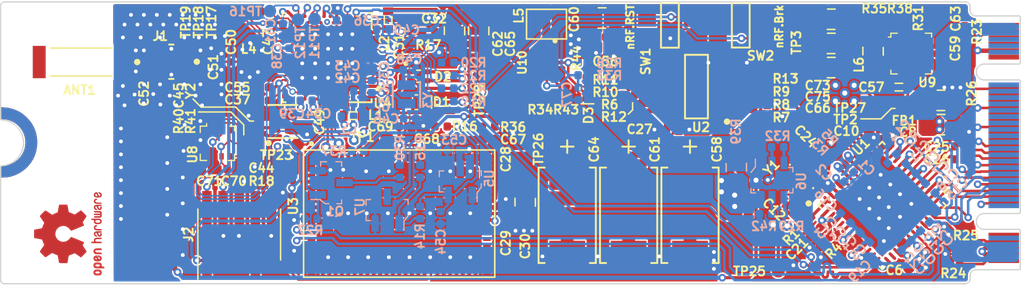
<source format=kicad_pcb>
(kicad_pcb (version 20171130) (host pcbnew 5.1.9+dfsg1-1)
  (layers (0 F.Cu signal) (1 In1.Cu power) (2 In2.Cu power) (31 B.Cu signal) (34 B.Paste user hide) (35 F.Paste user hide) (36 B.SilkS user) (37 F.SilkS user) (38 B.Mask user) (39 F.Mask user hide) (44 Edge.Cuts user))
  (net 0 "")
  (net 1 GND)
  (net 2 3V3)
  (net 3 "Net-(C12-Pad1)")
  (net 4 PETX_N)
  (net 5 PETX_P)
  (net 6 "Net-(R2-Pad1)")
  (net 7 "Net-(R3-Pad1)")
  (net 8 "Net-(R4-Pad1)")
  (net 9 "Net-(R5-Pad2)")
  (net 10 PECLK_P)
  (net 11 PECLK_N)
  (net 12 PERX_P)
  (net 13 PERX_N)
  (net 14 ~PECREQ)
  (net 15 "Net-(U1-Pad18)")
  (net 16 "Net-(U1-Pad20)")
  (net 17 "Net-(U1-Pad28)")
  (net 18 "Net-(U1-Pad29)")
  (net 19 Radio_USB_P)
  (net 20 Radio_USB_N)
  (net 21 "Net-(U1-Pad46)")
  (net 22 ~PERST)
  (net 23 ~PEWAKE)
  (net 24 "Net-(U3-Pad5)")
  (net 25 "Net-(U3-Pad4)")
  (net 26 "Net-(U3-Pad49)")
  (net 27 "Net-(U3-Pad77)")
  (net 28 "Net-(U3-Pad78)")
  (net 29 "Net-(U3-Pad82)")
  (net 30 "Net-(U4-PadB9)")
  (net 31 "Net-(U4-PadB11)")
  (net 32 "Net-(U4-PadB13)")
  (net 33 "Net-(U4-PadB15)")
  (net 34 "Net-(U4-PadB17)")
  (net 35 "Net-(U4-PadH2)")
  (net 36 "Net-(U4-PadK2)")
  (net 37 "Net-(U4-PadM2)")
  (net 38 "Net-(U4-PadP2)")
  (net 39 "Net-(U4-PadR24)")
  (net 40 "Net-(U4-PadT23)")
  (net 41 "Net-(U4-PadV23)")
  (net 42 "Net-(U4-PadAC19)")
  (net 43 "Net-(U4-PadAC21)")
  (net 44 "Net-(ANT1-Pad1)")
  (net 45 "Net-(ANT1-Pad2)")
  (net 46 "Net-(J2-Pad8)")
  (net 47 "Net-(J2-Pad7)")
  (net 48 "Net-(J2-Pad6)")
  (net 49 1V05)
  (net 50 3V3_CORAL)
  (net 51 "Net-(C32-Pad1)")
  (net 52 "Net-(C33-Pad1)")
  (net 53 "Net-(C34-Pad1)")
  (net 54 /nRF52840/VDD)
  (net 55 "Net-(C37-Pad1)")
  (net 56 "Net-(C38-Pad1)")
  (net 57 /nRF52840/DEC4_6)
  (net 58 /nRF52840/~RESET)
  (net 59 /nRF52840/XC1)
  (net 60 /nRF52840/XL1)
  (net 61 /nRF52840/XL2)
  (net 62 /nRF52840/XC2)
  (net 63 "Net-(C50-Pad1)")
  (net 64 5V_RADIO)
  (net 65 "Net-(D2-Pad4)")
  (net 66 "Net-(D2-Pad2)")
  (net 67 "Net-(D2-Pad3)")
  (net 68 /nRF52840/SWDIO)
  (net 69 /nRF52840/SWCLK)
  (net 70 /M2-Pins/CFG2)
  (net 71 /M2-Pins/CFG1)
  (net 72 "Net-(J3-Pad68)")
  (net 73 "Net-(J3-Pad67)")
  (net 74 "Net-(J3-Pad58)")
  (net 75 "Net-(J3-Pad56)")
  (net 76 "Net-(J3-Pad48)")
  (net 77 "Net-(J3-Pad46)")
  (net 78 "Net-(J3-Pad44)")
  (net 79 "Net-(J3-Pad42)")
  (net 80 "Net-(J3-Pad40)")
  (net 81 "Net-(J3-Pad38)")
  (net 82 "Net-(J3-Pad37)")
  (net 83 "Net-(J3-Pad36)")
  (net 84 "Net-(J3-Pad35)")
  (net 85 "Net-(J3-Pad34)")
  (net 86 "Net-(J3-Pad32)")
  (net 87 "Net-(J3-Pad31)")
  (net 88 "Net-(J3-Pad30)")
  (net 89 "Net-(J3-Pad29)")
  (net 90 "Net-(J3-Pad28)")
  (net 91 "Net-(J3-Pad26)")
  (net 92 "Net-(J3-Pad25)")
  (net 93 "Net-(J3-Pad24)")
  (net 94 "Net-(J3-Pad23)")
  (net 95 "Net-(J3-Pad22)")
  (net 96 /M2-Pins/CFG0)
  (net 97 "Net-(J3-Pad20)")
  (net 98 "Net-(J3-Pad11)")
  (net 99 "Net-(J3-Pad10)")
  (net 100 "Net-(J3-Pad8)")
  (net 101 "Net-(J3-Pad7)")
  (net 102 "Net-(J3-Pad6)")
  (net 103 "Net-(J3-Pad5)")
  (net 104 /M2-Pins/CFG3)
  (net 105 "Net-(L1-Pad2)")
  (net 106 "Net-(L1-Pad1)")
  (net 107 "Net-(L2-Pad1)")
  (net 108 "Net-(L6-Pad1)")
  (net 109 "Net-(R12-Pad2)")
  (net 110 "Net-(R13-Pad2)")
  (net 111 /nRF52840/LED1)
  (net 112 /nRF52840/LED2_G)
  (net 113 /nRF52840/LED2_B)
  (net 114 /nRF52840/LED2_R)
  (net 115 "Net-(R29-Pad2)")
  (net 116 "Net-(R32-Pad1)")
  (net 117 "Net-(U1-Pad37)")
  (net 118 "Net-(U1-Pad38)")
  (net 119 CORAL_USB_P)
  (net 120 CORAL_USB_N)
  (net 121 "Net-(U4-PadB19)")
  (net 122 "Net-(U4-PadG1)")
  (net 123 "Net-(U4-PadJ1)")
  (net 124 "Net-(U4-PadJ24)")
  (net 125 "Net-(U4-PadL24)")
  (net 126 "Net-(U4-PadP23)")
  (net 127 "Net-(U4-PadT2)")
  (net 128 "Net-(U4-PadAC9)")
  (net 129 "Net-(U4-PadAD8)")
  (net 130 "Net-(U4-PadAD10)")
  (net 131 "Net-(U4-PadAD12)")
  (net 132 "Net-(U4-PadAD16)")
  (net 133 "Net-(U4-PadAC11)")
  (net 134 "Net-(U4-PadAC15)")
  (net 135 "Net-(U4-PadAC17)")
  (net 136 "Net-(U3-Pad50)")
  (net 137 "Net-(U3-Pad52)")
  (net 138 "Net-(U3-Pad84)")
  (net 139 "Net-(U3-Pad85)")
  (net 140 "Net-(R36-Pad2)")
  (net 141 "Net-(TP11-Pad1)")
  (net 142 "Net-(TP12-Pad1)")
  (net 143 "Net-(TP16-Pad1)")
  (net 144 "Net-(TP17-Pad1)")
  (net 145 "Net-(TP18-Pad1)")
  (net 146 "Net-(TP19-Pad1)")
  (net 147 "Net-(TP23-Pad1)")
  (net 148 /nRF52840/SDA)
  (net 149 /nRF52840/SCL)
  (net 150 /PCIe-USB-Bridge/AVDD)
  (net 151 /PCIe-USB-Bridge/XT2)
  (net 152 /nRF52840/VBUS)
  (net 153 /nRF52840/ANT)
  (net 154 "Net-(C54-Pad1)")
  (net 155 "Net-(C63-Pad1)")
  (net 156 /CoralAccelerator/RST_EN)
  (net 157 nRF_CORAL_RST)
  (net 158 "Net-(Q1-Pad3)")
  (net 159 /PCIe-USB-Bridge/XT1)
  (net 160 /PCIe-USB-Bridge/SPISCK)
  (net 161 /PCIe-USB-Bridge/SPICSB)
  (net 162 /PCIe-USB-Bridge/SPISO)
  (net 163 /PCIe-USB-Bridge/SPISI)
  (net 164 "Net-(R14-Pad2)")
  (net 165 "Net-(R31-Pad1)")
  (net 166 "Net-(R35-Pad2)")
  (net 167 nRF_CORAL_PMIC_EN)
  (net 168 "Net-(R42-Pad1)")
  (net 169 nRF_CORAL_PGOOD)
  (net 170 /powerSupply/5V_EN)
  (net 171 "Net-(L5-Pad2)")
  (net 172 /powerSupply/PG_5V)
  (net 173 "Net-(R34-Pad2)")
  (net 174 "Net-(D3-Pad1)")
  (net 175 "Net-(D1-Pad2)")
  (net 176 /PCIe-USB-Bridge/PERXC_N)
  (net 177 /PCIe-USB-Bridge/PERXC_P)
  (net 178 "Net-(R16-Pad1)")
  (module m2-smart-iot-module-footprints:Linx-ANT-2.45-CHP-T-MFG (layer F.Cu) (at 121.0564 96.1644 180)
    (fp_text reference ANT1 (at -1.2386 -2.2056) (layer F.SilkS) (effects (font (size 0.7 0.7)) (justify right)))
    (fp_text value ANT-2.45-CHP-T hide)
    (pad 1 smd rect (at -3.302 0 180) (size 1.016 2.54) (layers F.Cu F.Paste F.Mask) (net 44 "Net-(ANT1-Pad1)"))
    (pad 2 smd rect (at 3.302 0 180) (size 1.016 2.54) (layers F.Cu F.Paste F.Mask) (net 45 "Net-(ANT1-Pad2)"))
  )
  (module m2-smart-iot-module-footprints:0402-res (layer F.Cu) (at 149.345 101.23)
    (fp_text reference R16 (at 1.86 -0.005) (layer F.SilkS) (effects (font (size 0.7 0.7))))
    (fp_text value R_0R_0402)
    (pad 2 smd roundrect (at 0.485 0) (size 0.59 0.64) (layers F.Cu F.Paste F.Mask) (net 154 "Net-(C54-Pad1)"))
    (pad 1 smd roundrect (at -0.485 0) (size 0.59 0.64) (layers F.Cu F.Paste F.Mask) (net 178 "Net-(R16-Pad1)"))
  )
  (module m2-smart-iot-module-footprints:LED0603 (layer F.Cu) (at 147.4 99.3 180)
    (fp_text reference D1 (at -1.98 -0.005 180) (layer F.SilkS) (effects (font (size 0.7 0.7))))
    (fp_text value KP-1608CGCK hide)
    (pad 2 smd rect (at -0.6485 0 180) (size 0.762 0.762) (layers F.Cu F.Paste F.Mask) (net 175 "Net-(D1-Pad2)"))
    (pad 1 smd rect (at 0.7485 0 180) (size 0.762 0.762) (layers F.Cu F.Paste F.Mask) (net 54 /nRF52840/VDD))
  )
  (module m2-smart-iot-module-footprints:SRP2512A-1R0M (layer F.Cu) (at 157.4 93.2 180)
    (fp_text reference L5 (at 1.95 0.675 270) (layer F.SilkS) (effects (font (size 0.7 0.7))))
    (fp_text value SRP2512A-1R0M hide)
    (pad 2 smd rect (at 0.75 0 270) (size 2 0.8) (layers F.Cu F.Paste F.Mask) (net 171 "Net-(L5-Pad2)"))
    (pad 1 smd rect (at -1.25 0 270) (size 2 0.8) (layers F.Cu F.Paste F.Mask) (net 2 3V3))
  )
  (module m2-smart-iot-module-footprints:FTQFN (layer F.Cu) (at 157.6 96.2 270)
    (fp_text reference U10 (at 0.01 1.88 90) (layer F.SilkS) (effects (font (size 0.64 0.64))))
    (fp_text value MIC2877-5.0YFT-TR hide)
    (pad 5 smd rect (at 0.65 0.81 270) (size 0.3 0.78) (layers F.Cu F.Mask) (net 64 5V_RADIO))
    (pad 3 smd rect (at -0.65 0.81 270) (size 0.3 0.78) (layers F.Cu F.Mask) (net 1 GND))
    (pad 4 smd rect (at 0 0.81 270) (size 0.3 0.78) (layers F.Cu F.Mask) (net 171 "Net-(L5-Pad2)"))
    (pad 8 smd rect (at 0 -0.9 270) (size 0.3 0.6) (layers F.Cu F.Mask) (net 172 /powerSupply/PG_5V))
    (pad 7 smd rect (at 0.9 -0.72) (size 0.3 0.6) (layers F.Cu F.Mask) (net 173 "Net-(R34-Pad2)"))
    (pad 1 smd rect (at -0.9 -0.72) (size 0.3 0.6) (layers F.Cu F.Mask) (net 2 3V3))
    (pad 6 smd rect (at 0.9 -0.07) (size 0.3 0.6) (layers F.Cu F.Mask) (net 170 /powerSupply/5V_EN))
    (pad 2 smd rect (at -0.9 -0.07) (size 0.3 0.6) (layers F.Cu F.Mask) (net 1 GND))
  )
  (module m2-smart-iot-module-footprints:0402-res (layer F.Cu) (at 160.85 95.85 90)
    (fp_text reference R44 (at -0.025 -0.89 90) (layer F.SilkS) (effects (font (size 0.7 0.7))))
    (fp_text value R_330R_0402 hide)
    (pad 2 smd roundrect (at 0.485 0 90) (size 0.59 0.64) (layers F.Cu F.Paste F.Mask) (net 2 3V3))
    (pad 1 smd roundrect (at -0.485 0 90) (size 0.59 0.64) (layers F.Cu F.Paste F.Mask) (net 174 "Net-(D3-Pad1)"))
  )
  (module m2-smart-iot-module-footprints:0402-res (layer B.Cu) (at 160.6 97.2)
    (fp_text reference R33 (at 1.965 0.035 180) (layer B.SilkS) (effects (font (size 0.7 0.7)) (justify mirror)))
    (fp_text value R_100k_0402 hide)
    (pad 2 smd roundrect (at 0.485 0) (size 0.59 0.64) (layers B.Cu B.Paste B.Mask) (net 2 3V3))
    (pad 1 smd roundrect (at -0.485 0) (size 0.59 0.64) (layers B.Cu B.Paste B.Mask) (net 170 /powerSupply/5V_EN))
  )
  (module m2-smart-iot-module-footprints:0402-res (layer B.Cu) (at 139.1 108.5 180)
    (fp_text reference R27 (at 0.04 -0.905) (layer B.SilkS) (effects (font (size 0.7 0.7)) (justify mirror)))
    (fp_text value R_10k_0402 hide)
    (pad 2 smd roundrect (at 0.485 0 180) (size 0.59 0.64) (layers B.Cu B.Paste B.Mask) (net 1 GND))
    (pad 1 smd roundrect (at -0.485 0 180) (size 0.59 0.64) (layers B.Cu B.Paste B.Mask) (net 157 nRF_CORAL_RST))
  )
  (module m2-smart-iot-module-footprints:LED0603 (layer F.Cu) (at 160.85 98.25 90)
    (fp_text reference D3 (at -2.105 0.085 270) (layer F.SilkS) (effects (font (size 0.7 0.7))))
    (fp_text value KP-1608CGCK hide)
    (pad 1 smd rect (at 0.7485 0 90) (size 0.762 0.762) (layers F.Cu F.Paste F.Mask) (net 174 "Net-(D3-Pad1)"))
    (pad 2 smd rect (at -0.6485 0 90) (size 0.762 0.762) (layers F.Cu F.Paste F.Mask) (net 172 /powerSupply/PG_5V))
  )
  (module m2-smart-iot-module-footprints:0402-res (layer F.Cu) (at 159.15 98.95)
    (fp_text reference R43 (at 0.02 0.96) (layer F.SilkS) (effects (font (size 0.7 0.7))))
    (fp_text value R_200k_0402 hide)
    (pad 2 smd roundrect (at 0.485 0) (size 0.59 0.64) (layers F.Cu F.Paste F.Mask) (net 1 GND))
    (pad 1 smd roundrect (at -0.485 0) (size 0.59 0.64) (layers F.Cu F.Paste F.Mask) (net 173 "Net-(R34-Pad2)"))
  )
  (module m2-smart-iot-module-footprints:0402-res (layer F.Cu) (at 157.15 98.95)
    (fp_text reference R34 (at 0 0.96) (layer F.SilkS) (effects (font (size 0.7 0.7))))
    (fp_text value R_910k_0402 hide)
    (pad 2 smd roundrect (at 0.485 0) (size 0.59 0.64) (layers F.Cu F.Paste F.Mask) (net 173 "Net-(R34-Pad2)"))
    (pad 1 smd roundrect (at -0.485 0) (size 0.59 0.64) (layers F.Cu F.Paste F.Mask) (net 64 5V_RADIO))
  )
  (module m2-smart-iot-module-footprints:0402-res (layer B.Cu) (at 160.6 96.2 180)
    (fp_text reference R28 (at -1.965 -0.06 180) (layer B.SilkS) (effects (font (size 0.7 0.7)) (justify mirror)))
    (fp_text value R_1M0_0402 hide)
    (pad 2 smd roundrect (at 0.485 0 180) (size 0.59 0.64) (layers B.Cu B.Paste B.Mask) (net 172 /powerSupply/PG_5V))
    (pad 1 smd roundrect (at -0.485 0 180) (size 0.59 0.64) (layers B.Cu B.Paste B.Mask) (net 2 3V3))
  )
  (module m2-smart-iot-module-footprints:0805-cap (layer F.Cu) (at 152.3 93.7 90)
    (fp_text reference C65 (at -1.035 2.475 90) (layer F.SilkS) (effects (font (size 0.7 0.7))))
    (fp_text value C_22u_0805_10V hide)
    (pad 1 smd rect (at -1.05 0 90) (size 1.2 1.2) (layers F.Cu F.Paste F.Mask) (net 64 5V_RADIO))
    (pad 2 smd rect (at 1.05 0 90) (size 1.2 1.2) (layers F.Cu F.Paste F.Mask) (net 1 GND))
  )
  (module m2-smart-iot-module-footprints:0805-cap (layer F.Cu) (at 150.4 93.7 90)
    (fp_text reference C62 (at -1.035 3.405 90) (layer F.SilkS) (effects (font (size 0.7 0.7))))
    (fp_text value C_22u_0805_10V hide)
    (pad 1 smd rect (at -1.05 0 90) (size 1.2 1.2) (layers F.Cu F.Paste F.Mask) (net 64 5V_RADIO))
    (pad 2 smd rect (at 1.05 0 90) (size 1.2 1.2) (layers F.Cu F.Paste F.Mask) (net 1 GND))
  )
  (module m2-smart-iot-module-footprints:0805-cap (layer F.Cu) (at 162 92.7)
    (fp_text reference C60 (at -2.2 0.1 90) (layer F.SilkS) (effects (font (size 0.7 0.7))))
    (fp_text value C_22u_0805_10V hide)
    (pad 1 smd rect (at -1.05 0) (size 1.2 1.2) (layers F.Cu F.Paste F.Mask) (net 2 3V3))
    (pad 2 smd rect (at 1.05 0) (size 1.2 1.2) (layers F.Cu F.Paste F.Mask) (net 1 GND))
  )
  (module m2-smart-iot-module-footprints:0402-cap (layer F.Cu) (at 161.8 94.2)
    (fp_text reference C56 (at 0.465 1.92004) (layer F.SilkS) (effects (font (size 0.7 0.7))))
    (fp_text value C_1u_0402 hide)
    (pad 2 smd roundrect (at 0.485 0) (size 0.59 0.64) (layers F.Cu F.Paste F.Mask) (net 1 GND))
    (pad 1 smd roundrect (at -0.485 0) (size 0.59 0.64) (layers F.Cu F.Paste F.Mask) (net 2 3V3))
  )
  (module m2-smart-iot-module-footprints:CK-PTS840_GK_SMTR_LFS-0 (layer F.Cu) (at 172.9 93.25 180)
    (fp_text reference SW2 (at -2.725 -2.42) (layer F.SilkS) (effects (font (size 0.7 0.7)) (justify right)))
    (fp_text value PTS840_GK_SMTR_LFS hide)
    (pad 1 smd rect (at -1.8 -1.049999 180) (size 1.4 1.05) (layers F.Cu F.Paste F.Mask) (net 170 /powerSupply/5V_EN))
    (pad 2 smd rect (at 1.8 -1.049999 180) (size 1.4 1.05) (layers F.Cu F.Paste F.Mask) (net 170 /powerSupply/5V_EN))
    (pad 3 smd rect (at -1.8 0.399999 180) (size 1.4 1.05) (layers F.Cu F.Paste F.Mask) (net 1 GND))
    (pad 4 smd rect (at 1.8 0.399999 180) (size 1.4 1.05) (layers F.Cu F.Paste F.Mask) (net 1 GND))
  )
  (module m2-smart-iot-module-footprints:0402-cap (layer B.Cu) (at 160.14 98.655 270)
    (fp_text reference C77 (at 0.065 0.9 270) (layer B.SilkS) (effects (font (size 0.7 0.7)) (justify mirror)))
    (fp_text value C_100n_0402 hide)
    (pad 2 smd roundrect (at 0.485 0 270) (size 0.59 0.64) (layers B.Cu B.Paste B.Mask) (net 1 GND))
    (pad 1 smd roundrect (at -0.485 0 270) (size 0.59 0.64) (layers B.Cu B.Paste B.Mask) (net 170 /powerSupply/5V_EN))
  )
  (module m2-smart-iot-module-footprints:DFN-6_3x3mm_EP1 (layer F.Cu) (at 186.3 95.5)
    (fp_text reference U9 (at 1.26 2.265) (layer F.SilkS) (effects (font (size 0.7 0.7))))
    (fp_text value NCP1599MNTWG hide)
    (pad 7 smd rect (at 0 0) (size 1.5 2.4) (layers F.Cu F.Paste F.Mask) (net 1 GND))
    (pad 6 smd rect (at 1.35 -1) (size 0.6 0.4) (layers F.Cu F.Paste F.Mask) (net 165 "Net-(R31-Pad1)"))
    (pad 5 smd rect (at 1.35 0) (size 0.6 0.4) (layers F.Cu F.Paste F.Mask) (net 2 3V3))
    (pad 4 smd rect (at 1.35 1) (size 0.6 0.4) (layers F.Cu F.Paste F.Mask) (net 2 3V3))
    (pad 3 smd rect (at -1.35 1) (size 0.6 0.4) (layers F.Cu F.Paste F.Mask) (net 108 "Net-(L6-Pad1)"))
    (pad 2 smd rect (at -1.35 0) (size 0.6 0.4) (layers F.Cu F.Paste F.Mask) (net 1 GND))
    (pad 1 smd rect (at -1.35 -1) (size 0.6 0.4) (layers F.Cu F.Paste F.Mask) (net 166 "Net-(R35-Pad2)"))
  )
  (module m2-smart-iot-module-footprints:SOT-23-3 (layer B.Cu) (at 145.1 107.8 90)
    (fp_text reference U7 (at 0.255 -2.13 90) (layer B.SilkS) (effects (font (size 0.7 0.7)) (justify mirror)))
    (fp_text value TLV803EF29DBZR hide)
    (pad 1 smd rect (at -1.05 0.95 90) (size 1.3 0.6) (layers B.Cu B.Paste B.Mask) (net 164 "Net-(R14-Pad2)"))
    (pad 2 smd rect (at -1.05 -0.95 90) (size 1.3 0.6) (layers B.Cu B.Paste B.Mask) (net 1 GND))
    (pad 3 smd rect (at 1.05 0 90) (size 1.3 0.6) (layers B.Cu B.Paste B.Mask) (net 154 "Net-(C54-Pad1)"))
  )
  (module m2-smart-iot-module-footprints:SOT-23-6 (layer B.Cu) (at 175.35 105.45)
    (fp_text reference U6 (at 2.305 0.08 90) (layer B.SilkS) (effects (font (size 0.7 0.7)) (justify mirror)))
    (fp_text value AP22652W6-7 hide)
    (pad 6 smd rect (at -0.95 1.35) (size 0.55 1) (layers B.Cu B.Paste B.Mask) (net 50 3V3_CORAL))
    (pad 5 smd rect (at 0 1.35) (size 0.55 1) (layers B.Cu B.Paste B.Mask) (net 168 "Net-(R42-Pad1)"))
    (pad 4 smd rect (at 0.95 1.35) (size 0.55 1) (layers B.Cu B.Paste B.Mask) (net 115 "Net-(R29-Pad2)"))
    (pad 1 smd rect (at -0.95 -1.35) (size 0.55 1) (layers B.Cu B.Paste B.Mask) (net 2 3V3))
    (pad 2 smd rect (at 0 -1.35) (size 0.55 1) (layers B.Cu B.Paste B.Mask) (net 1 GND))
    (pad 3 smd rect (at 0.95 -1.35) (size 0.55 1) (layers B.Cu B.Paste B.Mask) (net 116 "Net-(R32-Pad1)"))
  )
  (module m2-smart-iot-module-footprints:SOT-23-3 (layer B.Cu) (at 150.85 105.55 90)
    (fp_text reference U5 (at 0.235 2.295 270) (layer B.SilkS) (effects (font (size 0.7 0.7)) (justify mirror)))
    (fp_text value AP2120N-1.8TRG1 hide)
    (pad 1 smd rect (at -1.05 0.95 90) (size 1.3 0.6) (layers B.Cu B.Paste B.Mask) (net 1 GND))
    (pad 2 smd rect (at -1.05 -0.95 90) (size 1.3 0.6) (layers B.Cu B.Paste B.Mask) (net 154 "Net-(C54-Pad1)"))
    (pad 3 smd rect (at 1.05 0 90) (size 1.3 0.6) (layers B.Cu B.Paste B.Mask) (net 50 3V3_CORAL))
  )
  (module m2-smart-iot-module-footprints:TP-R-1.5 (layer F.Cu) (at 177.21 92.795)
    (fp_text reference TP3 (at 0.06 1.835 90) (layer F.SilkS) (effects (font (size 0.7 0.7))))
    (fp_text value TP hide)
    (pad 1 smd circle (at 0 0 270) (size 1.5 1.5) (layers F.Cu F.Mask) (net 1 GND))
  )
  (module m2-smart-iot-module-footprints:Testpoint_smd_1mm (layer F.Cu) (at 185.6142 99.75 270)
    (fp_text reference TP2 (at 0.9325 4.477533 180) (layer F.SilkS) (effects (font (size 0.7 0.7))))
    (fp_text value TP_SMD1MM hide)
    (pad 1 smd circle (at 0 -0.0508 270) (size 1 1) (layers F.Cu F.Mask) (net 2 3V3))
  )
  (module m2-smart-iot-module-footprints:Testpoint_smd_1mm (layer F.Cu) (at 145.075 102.1358)
    (fp_text reference TP1 (at -1.91 -0.08) (layer F.SilkS) (effects (font (size 0.7 0.7))))
    (fp_text value TP_SMD1MM hide)
    (pad 1 smd circle (at 0 -0.0508) (size 1 1) (layers F.Cu F.Mask) (net 156 /CoralAccelerator/RST_EN))
  )
  (module m2-smart-iot-module-footprints:0402-res (layer B.Cu) (at 174.85 108.1 180)
    (fp_text reference R42 (at 0.12 -0.975) (layer B.SilkS) (effects (font (size 0.7 0.7)) (justify mirror)))
    (fp_text value R_17k4_0402 hide)
    (pad 2 smd roundrect (at 0.485 0 180) (size 0.59 0.64) (layers B.Cu B.Paste B.Mask) (net 1 GND))
    (pad 1 smd roundrect (at -0.485 0 180) (size 0.59 0.64) (layers B.Cu B.Paste B.Mask) (net 168 "Net-(R42-Pad1)"))
  )
  (module m2-smart-iot-module-footprints:0402-res (layer F.Cu) (at 185.4 92.7)
    (fp_text reference R38 (at 0.005 -0.74) (layer F.SilkS) (effects (font (size 0.7 0.7))))
    (fp_text value R_12k_0402 hide)
    (pad 2 smd roundrect (at 0.485 0) (size 0.59 0.64) (layers F.Cu F.Paste F.Mask) (net 1 GND))
    (pad 1 smd roundrect (at -0.485 0) (size 0.59 0.64) (layers F.Cu F.Paste F.Mask) (net 166 "Net-(R35-Pad2)"))
  )
  (module m2-smart-iot-module-footprints:0402-res (layer F.Cu) (at 183.4 92.7)
    (fp_text reference R35 (at -0.005 -0.74) (layer F.SilkS) (effects (font (size 0.7 0.7))))
    (fp_text value R_3k74_0402 hide)
    (pad 2 smd roundrect (at 0.485 0) (size 0.59 0.64) (layers F.Cu F.Paste F.Mask) (net 166 "Net-(R35-Pad2)"))
    (pad 1 smd roundrect (at -0.485 0) (size 0.59 0.64) (layers F.Cu F.Paste F.Mask) (net 49 1V05))
  )
  (module m2-smart-iot-module-footprints:0402-res (layer F.Cu) (at 187.7 92.7 90)
    (fp_text reference R31 (at -0.03 -0.845 90) (layer F.SilkS) (effects (font (size 0.7 0.7))))
    (fp_text value R_4k7_0402 hide)
    (pad 2 smd roundrect (at 0.485 0 90) (size 0.59 0.64) (layers F.Cu F.Paste F.Mask) (net 155 "Net-(C63-Pad1)"))
    (pad 1 smd roundrect (at -0.485 0 90) (size 0.59 0.64) (layers F.Cu F.Paste F.Mask) (net 165 "Net-(R31-Pad1)"))
  )
  (module m2-smart-iot-module-footprints:0402-res (layer B.Cu) (at 146.1 104.75 90)
    (fp_text reference R30 (at 1.855 0.025 90) (layer B.SilkS) (effects (font (size 0.7 0.7)) (justify mirror)))
    (fp_text value R_0R_0402 hide)
    (pad 2 smd roundrect (at 0.485 0 90) (size 0.59 0.64) (layers B.Cu B.Paste B.Mask) (net 156 /CoralAccelerator/RST_EN))
    (pad 1 smd roundrect (at -0.485 0 90) (size 0.59 0.64) (layers B.Cu B.Paste B.Mask) (net 158 "Net-(Q1-Pad3)"))
  )
  (module m2-smart-iot-module-footprints:0402-res (layer B.Cu) (at 147.7 104.75 90)
    (fp_text reference R15 (at 1.855 0.03 90) (layer B.SilkS) (effects (font (size 0.7 0.7)) (justify mirror)))
    (fp_text value R_0R_0402 hide)
    (pad 2 smd roundrect (at 0.485 0 90) (size 0.59 0.64) (layers B.Cu B.Paste B.Mask) (net 156 /CoralAccelerator/RST_EN))
    (pad 1 smd roundrect (at -0.485 0 90) (size 0.59 0.64) (layers B.Cu B.Paste B.Mask) (net 164 "Net-(R14-Pad2)"))
  )
  (module m2-smart-iot-module-footprints:0402-res (layer B.Cu) (at 147.7 108 270)
    (fp_text reference R14 (at 1.865 0.015 90) (layer B.SilkS) (effects (font (size 0.7 0.7)) (justify mirror)))
    (fp_text value R_100k_0402 hide)
    (pad 2 smd roundrect (at 0.485 0 270) (size 0.59 0.64) (layers B.Cu B.Paste B.Mask) (net 164 "Net-(R14-Pad2)"))
    (pad 1 smd roundrect (at -0.485 0 270) (size 0.59 0.64) (layers B.Cu B.Paste B.Mask) (net 154 "Net-(C54-Pad1)"))
  )
  (module m2-smart-iot-module-footprints:SOT-23-3 (layer B.Cu) (at 140.7 105.65)
    (fp_text reference Q1 (at 0.31 2.255) (layer B.SilkS) (effects (font (size 0.7 0.7)) (justify mirror)))
    (fp_text value BSS123 hide)
    (pad 1 smd rect (at -1.05 0.95) (size 1.3 0.6) (layers B.Cu B.Paste B.Mask) (net 157 nRF_CORAL_RST))
    (pad 2 smd rect (at -1.05 -0.95) (size 1.3 0.6) (layers B.Cu B.Paste B.Mask) (net 1 GND))
    (pad 3 smd rect (at 1.05 0) (size 1.3 0.6) (layers B.Cu B.Paste B.Mask) (net 158 "Net-(Q1-Pad3)"))
  )
  (module m2-smart-iot-module-footprints:0805-res (layer F.Cu) (at 183.3 95.3 90)
    (fp_text reference L6 (at -1.085 -1.11 90) (layer F.SilkS) (effects (font (size 0.7 0.7))))
    (fp_text value 1285AS-H-2R2M=P2 hide)
    (pad 1 smd rect (at -1.05 0 90) (size 1.2 1.2) (layers F.Cu F.Paste F.Mask) (net 108 "Net-(L6-Pad1)"))
    (pad 2 smd rect (at 1.05 0 90) (size 1.2 1.2) (layers F.Cu F.Paste F.Mask) (net 49 1V05))
  )
  (module m2-smart-iot-module-footprints:0805-cap (layer F.Cu) (at 180 94.7 180)
    (fp_text reference C75 (at 1.05 -4.1975) (layer F.SilkS) (effects (font (size 0.7 0.7))))
    (fp_text value C_22u_0805_10V hide)
    (pad 1 smd rect (at -1.05 0 180) (size 1.2 1.2) (layers F.Cu F.Paste F.Mask) (net 49 1V05))
    (pad 2 smd rect (at 1.05 0 180) (size 1.2 1.2) (layers F.Cu F.Paste F.Mask) (net 1 GND))
  )
  (module m2-smart-iot-module-footprints:0805-cap (layer F.Cu) (at 180 92.8 180)
    (fp_text reference C73 (at 1.05 -5.215) (layer F.SilkS) (effects (font (size 0.7 0.7))))
    (fp_text value C_22u_0805_10V hide)
    (pad 1 smd rect (at -1.05 0 180) (size 1.2 1.2) (layers F.Cu F.Paste F.Mask) (net 49 1V05))
    (pad 2 smd rect (at 1.05 0 180) (size 1.2 1.2) (layers F.Cu F.Paste F.Mask) (net 1 GND))
  )
  (module m2-smart-iot-module-footprints:0805-cap (layer F.Cu) (at 180 96.6 180)
    (fp_text reference C66 (at 1.05 -3.18) (layer F.SilkS) (effects (font (size 0.7 0.7))))
    (fp_text value C_22u_0805_10V hide)
    (pad 1 smd rect (at -1.05 0 180) (size 1.2 1.2) (layers F.Cu F.Paste F.Mask) (net 49 1V05))
    (pad 2 smd rect (at 1.05 0 180) (size 1.2 1.2) (layers F.Cu F.Paste F.Mask) (net 1 GND))
  )
  (module m2-smart-iot-module-footprints:0402-cap (layer F.Cu) (at 188.9 92.7 270)
    (fp_text reference C63 (at 0.055 -0.895 90) (layer F.SilkS) (effects (font (size 0.7 0.7))))
    (fp_text value C_2n2_0402 hide)
    (pad 2 smd roundrect (at 0.485 0 270) (size 0.59 0.64) (layers F.Cu F.Paste F.Mask) (net 1 GND))
    (pad 1 smd roundrect (at -0.485 0 270) (size 0.59 0.64) (layers F.Cu F.Paste F.Mask) (net 155 "Net-(C63-Pad1)"))
  )
  (module m2-smart-iot-module-footprints:0402-cap (layer F.Cu) (at 188.9 95.1 90)
    (fp_text reference C59 (at 0 0.86 90) (layer F.SilkS) (effects (font (size 0.7 0.7))))
    (fp_text value C_100n_0402 hide)
    (pad 2 smd roundrect (at 0.485 0 90) (size 0.59 0.64) (layers F.Cu F.Paste F.Mask) (net 1 GND))
    (pad 1 smd roundrect (at -0.485 0 90) (size 0.59 0.64) (layers F.Cu F.Paste F.Mask) (net 2 3V3))
  )
  (module m2-smart-iot-module-footprints:0603-cap (layer F.Cu) (at 185.33 98.135 180)
    (fp_text reference C57 (at 2.16 -0.005) (layer F.SilkS) (effects (font (size 0.7 0.7))))
    (fp_text value C_22u_0603 hide)
    (pad 1 smd rect (at -0.7 0 180) (size 0.6 0.8) (layers F.Cu F.Paste F.Mask) (net 2 3V3))
    (pad 2 smd rect (at 0.7 0 180) (size 0.6 0.8) (layers F.Cu F.Paste F.Mask) (net 1 GND))
  )
  (module m2-smart-iot-module-footprints:0402-cap (layer F.Cu) (at 135.3 98.15 180)
    (fp_text reference C55 (at 1.97 -0.01) (layer F.SilkS) (effects (font (size 0.7 0.7))))
    (fp_text value C_100n_0402 hide)
    (pad 1 smd roundrect (at -0.485 0 180) (size 0.59 0.64) (layers F.Cu F.Paste F.Mask) (net 57 /nRF52840/DEC4_6))
    (pad 2 smd roundrect (at 0.485 0 180) (size 0.59 0.64) (layers F.Cu F.Paste F.Mask) (net 1 GND))
  )
  (module m2-smart-iot-module-footprints:0402-cap (layer B.Cu) (at 149.3 108.4 270)
    (fp_text reference C54 (at 1.895 -0.025 90) (layer B.SilkS) (effects (font (size 0.7 0.7)) (justify mirror)))
    (fp_text value C_1u_0402 hide)
    (pad 2 smd roundrect (at 0.485 0 270) (size 0.59 0.64) (layers B.Cu B.Paste B.Mask) (net 1 GND))
    (pad 1 smd roundrect (at -0.485 0 270) (size 0.59 0.64) (layers B.Cu B.Paste B.Mask) (net 154 "Net-(C54-Pad1)"))
  )
  (module m2-smart-iot-module-footprints:0402-cap (layer B.Cu) (at 150.3 103.1 180)
    (fp_text reference C53 (at -0.07 0.815) (layer B.SilkS) (effects (font (size 0.7 0.7)) (justify mirror)))
    (fp_text value C_1u_0402 hide)
    (pad 2 smd roundrect (at 0.485 0 180) (size 0.59 0.64) (layers B.Cu B.Paste B.Mask) (net 1 GND))
    (pad 1 smd roundrect (at -0.485 0 180) (size 0.59 0.64) (layers B.Cu B.Paste B.Mask) (net 50 3V3_CORAL))
  )
  (module m2-smart-iot-module-footprints:Abracon-ABS06-32.768KHZ-T-0 (layer B.Cu) (at 146.621499 98.7044 90)
    (fp_text reference Y3 (at -1.1956 1.688501 90) (layer B.SilkS) (effects (font (size 0.7 0.7)) (justify right mirror)))
    (fp_text value ABS06-32.768KHZ-9-1-T hide)
    (pad 1 smd rect (at -0.73 0 90) (size 0.75 1.4) (layers B.Cu B.Paste B.Mask) (net 60 /nRF52840/XL1))
    (pad 2 smd rect (at 0.73 0 90) (size 0.75 1.4) (layers B.Cu B.Paste B.Mask) (net 61 /nRF52840/XL2))
  )
  (module m2-smart-iot-module-footprints:Abracon-ABM11W-0-0-0 (layer F.Cu) (at 136.906001 100.838 180)
    (fp_text reference Y2 (at 7.256001 3.138 90) (layer F.SilkS) (effects (font (size 0.7 0.7)) (justify right)))
    (fp_text value ABM11W-101-32.0000MHZ-T3 hide)
    (pad 2 smd rect (at -0.6375 -0.4875 180) (size 0.875 0.775) (layers F.Cu F.Paste F.Mask) (net 1 GND))
    (pad 1 smd rect (at 0.6375 -0.4875 180) (size 0.875 0.775) (layers F.Cu F.Paste F.Mask) (net 59 /nRF52840/XC1))
    (pad 4 smd rect (at 0.6375 0.4875 180) (size 0.875 0.775) (layers F.Cu F.Paste F.Mask) (net 1 GND))
    (pad 3 smd rect (at -0.6375 0.4875 180) (size 0.875 0.775) (layers F.Cu F.Paste F.Mask) (net 62 /nRF52840/XC2))
  )
  (module m2-smart-iot-module-footprints:NDK-NX3225SA-0-0-MFG (layer F.Cu) (at 177.673 105.156 45)
    (fp_text reference Y1 (at -1.9 -2.15 45) (layer F.SilkS) (effects (font (size 0.7 0.7)) (justify left)))
    (fp_text value NX3225SA-24M hide)
    (pad 1 smd rect (at -1.1 0.8 45) (size 1.4 1.2) (layers F.Cu F.Paste F.Mask) (net 3 "Net-(C12-Pad1)"))
    (pad 2 smd rect (at 1.1 0.8 45) (size 1.4 1.2) (layers F.Cu F.Paste F.Mask) (net 1 GND))
    (pad 3 smd rect (at 1.1 -0.8 45) (size 1.4 1.2) (layers F.Cu F.Paste F.Mask) (net 151 /PCIe-USB-Bridge/XT2))
    (pad 4 smd rect (at -1.1 -0.8 45) (size 1.4 1.2) (layers F.Cu F.Paste F.Mask) (net 1 GND))
  )
  (module m2-smart-iot-module-footprints:Pressure_Sensor_LGA-8_2.5x2.5mm_BME280 (layer F.Cu) (at 131.762499 102.5525)
    (fp_text reference U8 (at -1.957499 0.8775 90) (layer F.SilkS) (effects (font (size 0.7 0.7))))
    (fp_text value BME280 hide)
    (pad 8 smd rect (at -0.975 1.024999) (size 0.35 0.5) (layers F.Cu F.Paste F.Mask) (net 2 3V3))
    (pad 7 smd rect (at -0.325 1.024999) (size 0.35 0.5) (layers F.Cu F.Paste F.Mask) (net 1 GND))
    (pad 6 smd rect (at 0.325 1.024999) (size 0.35 0.5) (layers F.Cu F.Paste F.Mask) (net 2 3V3))
    (pad 5 smd rect (at 0.975 1.024999) (size 0.35 0.5) (layers F.Cu F.Paste F.Mask) (net 2 3V3))
    (pad 4 smd rect (at 0.975 -1.025) (size 0.35 0.5) (layers F.Cu F.Paste F.Mask) (net 149 /nRF52840/SCL))
    (pad 3 smd rect (at 0.325 -1.025) (size 0.35 0.5) (layers F.Cu F.Paste F.Mask) (net 148 /nRF52840/SDA))
    (pad 2 smd rect (at -0.325 -1.025) (size 0.35 0.5) (layers F.Cu F.Paste F.Mask) (net 2 3V3))
    (pad 1 smd rect (at -0.975 -1.025) (size 0.35 0.5) (layers F.Cu F.Paste F.Mask) (net 1 GND))
  )
  (module m2-smart-iot-module-footprints:Nordic_Semiconductor-NRF52840-QIAA-R-0-0-MFG (layer F.Cu) (at 140.3858 95.8215 180)
    (fp_text reference U4 (at -5.1562 -3.5941) (layer F.SilkS) (effects (font (size 0.7 0.7)) (justify right)))
    (fp_text value NRF52840 hide)
    (pad 1 smd rect (at 0 0 180) (size 4.85 4.85) (layers F.Cu F.Paste F.Mask) (net 1 GND))
    (pad A8 smd circle (at -1.25 -3.25 180) (size 0.275 0.275) (layers F.Cu F.Paste F.Mask) (net 148 /nRF52840/SDA))
    (pad A10 smd circle (at -0.75 -3.25 180) (size 0.275 0.275) (layers F.Cu F.Paste F.Mask) (net 157 nRF_CORAL_RST))
    (pad A12 smd circle (at -0.25 -3.25 180) (size 0.275 0.275) (layers F.Cu F.Paste F.Mask) (net 167 nRF_CORAL_PMIC_EN))
    (pad A14 smd circle (at 0.25 -3.25 180) (size 0.275 0.275) (layers F.Cu F.Paste F.Mask) (net 169 nRF_CORAL_PGOOD))
    (pad A16 smd circle (at 0.75 -3.25 180) (size 0.275 0.275) (layers F.Cu F.Paste F.Mask) (net 147 "Net-(TP23-Pad1)"))
    (pad A18 smd circle (at 1.25 -3.25 180) (size 0.275 0.275) (layers F.Cu F.Paste F.Mask) (net 53 "Net-(C34-Pad1)"))
    (pad A20 smd circle (at 1.75 -3.25 180) (size 0.275 0.275) (layers F.Cu F.Paste F.Mask) (net 149 /nRF52840/SCL))
    (pad A22 smd circle (at 2.25 -3.25 180) (size 0.275 0.275) (layers F.Cu F.Paste F.Mask) (net 54 /nRF52840/VDD))
    (pad A23 smd circle (at 2.75 -3.25 180) (size 0.275 0.275) (layers F.Cu F.Paste F.Mask) (net 62 /nRF52840/XC2))
    (pad B1 smd circle (at -3.25 -2.75 180) (size 0.275 0.275) (layers F.Cu F.Paste F.Mask) (net 54 /nRF52840/VDD))
    (pad B24 smd circle (at 3.25 -2.75 180) (size 0.275 0.275) (layers F.Cu F.Paste F.Mask) (net 59 /nRF52840/XC1))
    (pad B3 smd circle (at -2.5 -2.75 180) (size 0.275 0.275) (layers F.Cu F.Paste F.Mask) (net 106 "Net-(L1-Pad1)"))
    (pad B5 smd circle (at -2 -2.75 180) (size 0.275 0.275) (layers F.Cu F.Paste F.Mask) (net 57 /nRF52840/DEC4_6))
    (pad B7 smd circle (at -1.5 -2.75 180) (size 0.275 0.275) (layers F.Cu F.Paste F.Mask) (net 1 GND))
    (pad B9 smd circle (at -1 -2.75 180) (size 0.275 0.275) (layers F.Cu F.Paste F.Mask) (net 30 "Net-(U4-PadB9)"))
    (pad B11 smd circle (at -0.5 -2.75 180) (size 0.275 0.275) (layers F.Cu F.Paste F.Mask) (net 31 "Net-(U4-PadB11)"))
    (pad B13 smd circle (at 0 -2.75 180) (size 0.275 0.275) (layers F.Cu F.Paste F.Mask) (net 32 "Net-(U4-PadB13)"))
    (pad B15 smd circle (at 0.5 -2.75 180) (size 0.275 0.275) (layers F.Cu F.Paste F.Mask) (net 33 "Net-(U4-PadB15)"))
    (pad B17 smd circle (at 1 -2.75 180) (size 0.275 0.275) (layers F.Cu F.Paste F.Mask) (net 34 "Net-(U4-PadB17)"))
    (pad B19 smd circle (at 1.5 -2.75 180) (size 0.275 0.275) (layers F.Cu F.Paste F.Mask) (net 121 "Net-(U4-PadB19)"))
    (pad C1 smd circle (at -3.25 -2.25 180) (size 0.275 0.275) (layers F.Cu F.Paste F.Mask) (net 52 "Net-(C33-Pad1)"))
    (pad D2 smd circle (at -2.75 -2 180) (size 0.275 0.275) (layers F.Cu F.Paste F.Mask) (net 60 /nRF52840/XL1))
    (pad D23 smd circle (at 2.75 -2 180) (size 0.275 0.275) (layers F.Cu F.Paste F.Mask) (net 55 "Net-(C37-Pad1)"))
    (pad E24 smd circle (at 3.25 -1.75 180) (size 0.275 0.275) (layers F.Cu F.Paste F.Mask) (net 57 /nRF52840/DEC4_6))
    (pad F2 smd circle (at -2.75 -1.5 180) (size 0.275 0.275) (layers F.Cu F.Paste F.Mask) (net 61 /nRF52840/XL2))
    (pad F23 smd circle (at 2.75 -1.5 180) (size 0.275 0.275) (layers F.Cu F.Paste F.Mask) (net 1 GND))
    (pad G1 smd circle (at -3.25 -1.25 180) (size 0.275 0.275) (layers F.Cu F.Paste F.Mask) (net 122 "Net-(U4-PadG1)"))
    (pad H2 smd circle (at -2.75 -1 180) (size 0.275 0.275) (layers F.Cu F.Paste F.Mask) (net 35 "Net-(U4-PadH2)"))
    (pad H23 smd circle (at 2.75 -1 180) (size 0.275 0.275) (layers F.Cu F.Paste F.Mask) (net 153 /nRF52840/ANT))
    (pad J1 smd circle (at -3.25 -0.75 180) (size 0.275 0.275) (layers F.Cu F.Paste F.Mask) (net 123 "Net-(U4-PadJ1)"))
    (pad J24 smd circle (at 3.25 -0.75 180) (size 0.275 0.275) (layers F.Cu F.Paste F.Mask) (net 124 "Net-(U4-PadJ24)"))
    (pad K2 smd circle (at -2.75 -0.5 180) (size 0.275 0.275) (layers F.Cu F.Paste F.Mask) (net 36 "Net-(U4-PadK2)"))
    (pad L1 smd circle (at -3.25 -0.25 180) (size 0.275 0.275) (layers F.Cu F.Paste F.Mask) (net 111 /nRF52840/LED1))
    (pad L24 smd circle (at 3.25 -0.25 180) (size 0.275 0.275) (layers F.Cu F.Paste F.Mask) (net 125 "Net-(U4-PadL24)"))
    (pad M2 smd circle (at -2.75 0 180) (size 0.275 0.275) (layers F.Cu F.Paste F.Mask) (net 37 "Net-(U4-PadM2)"))
    (pad N1 smd circle (at -3.25 0.25 180) (size 0.275 0.275) (layers F.Cu F.Paste F.Mask) (net 114 /nRF52840/LED2_R))
    (pad N24 smd circle (at 3.25 0.25 180) (size 0.275 0.275) (layers F.Cu F.Paste F.Mask) (net 56 "Net-(C38-Pad1)"))
    (pad P2 smd circle (at -2.75 0.5 180) (size 0.275 0.275) (layers F.Cu F.Paste F.Mask) (net 38 "Net-(U4-PadP2)"))
    (pad P23 smd circle (at 2.75 0.5 180) (size 0.275 0.275) (layers F.Cu F.Paste F.Mask) (net 126 "Net-(U4-PadP23)"))
    (pad R1 smd circle (at -3.25 0.75 180) (size 0.275 0.275) (layers F.Cu F.Paste F.Mask) (net 112 /nRF52840/LED2_G))
    (pad R24 smd circle (at 3.25 0.75 180) (size 0.275 0.275) (layers F.Cu F.Paste F.Mask) (net 39 "Net-(U4-PadR24)"))
    (pad T2 smd circle (at -2.75 1 180) (size 0.275 0.275) (layers F.Cu F.Paste F.Mask) (net 127 "Net-(U4-PadT2)"))
    (pad T23 smd circle (at 2.75 1 180) (size 0.275 0.275) (layers F.Cu F.Paste F.Mask) (net 40 "Net-(U4-PadT23)"))
    (pad U1 smd circle (at -3.25 1.25 180) (size 0.275 0.275) (layers F.Cu F.Paste F.Mask) (net 113 /nRF52840/LED2_B))
    (pad U24 smd circle (at 3.25 1.25 180) (size 0.275 0.275) (layers F.Cu F.Paste F.Mask) (net 146 "Net-(TP19-Pad1)"))
    (pad V23 smd circle (at 2.75 1.5 180) (size 0.275 0.275) (layers F.Cu F.Paste F.Mask) (net 41 "Net-(U4-PadV23)"))
    (pad W1 smd circle (at -3.25 1.75 180) (size 0.275 0.275) (layers F.Cu F.Paste F.Mask) (net 54 /nRF52840/VDD))
    (pad W24 smd circle (at 3.25 1.75 180) (size 0.275 0.275) (layers F.Cu F.Paste F.Mask) (net 145 "Net-(TP18-Pad1)"))
    (pad Y2 smd circle (at -2.75 2 180) (size 0.275 0.275) (layers F.Cu F.Paste F.Mask) (net 152 /nRF52840/VBUS))
    (pad Y23 smd circle (at 2.75 2 180) (size 0.275 0.275) (layers F.Cu F.Paste F.Mask) (net 144 "Net-(TP17-Pad1)"))
    (pad AA24 smd circle (at 3.25 2.25 180) (size 0.275 0.275) (layers F.Cu F.Paste F.Mask) (net 69 /nRF52840/SWCLK))
    (pad AB2 smd circle (at -2.75 2.5 180) (size 0.275 0.275) (layers F.Cu F.Paste F.Mask) (net 107 "Net-(L2-Pad1)"))
    (pad AC5 smd circle (at -2 2.75 180) (size 0.275 0.275) (layers F.Cu F.Paste F.Mask) (net 51 "Net-(C32-Pad1)"))
    (pad AC9 smd circle (at -1 2.75 180) (size 0.275 0.275) (layers F.Cu F.Paste F.Mask) (net 128 "Net-(U4-PadAC9)"))
    (pad AC11 smd circle (at -0.5 2.75 180) (size 0.275 0.275) (layers F.Cu F.Paste F.Mask) (net 133 "Net-(U4-PadAC11)"))
    (pad AC13 smd circle (at 0 2.75 180) (size 0.275 0.275) (layers F.Cu F.Paste F.Mask) (net 58 /nRF52840/~RESET))
    (pad AC15 smd circle (at 0.5 2.75 180) (size 0.275 0.275) (layers F.Cu F.Paste F.Mask) (net 134 "Net-(U4-PadAC15)"))
    (pad AC17 smd circle (at 1 2.75 180) (size 0.275 0.275) (layers F.Cu F.Paste F.Mask) (net 135 "Net-(U4-PadAC17)"))
    (pad AC19 smd circle (at 1.5 2.75 180) (size 0.275 0.275) (layers F.Cu F.Paste F.Mask) (net 42 "Net-(U4-PadAC19)"))
    (pad AC21 smd circle (at 2 2.75 180) (size 0.275 0.275) (layers F.Cu F.Paste F.Mask) (net 43 "Net-(U4-PadAC21)"))
    (pad AC24 smd circle (at 3.25 2.75 180) (size 0.275 0.275) (layers F.Cu F.Paste F.Mask) (net 68 /nRF52840/SWDIO))
    (pad AD2 smd circle (at -2.75 3.25 180) (size 0.275 0.275) (layers F.Cu F.Paste F.Mask) (net 152 /nRF52840/VBUS))
    (pad AD4 smd circle (at -2.25 3.25 180) (size 0.275 0.275) (layers F.Cu F.Paste F.Mask) (net 20 Radio_USB_N))
    (pad AD6 smd circle (at -1.75 3.25 180) (size 0.275 0.275) (layers F.Cu F.Paste F.Mask) (net 19 Radio_USB_P))
    (pad AD8 smd circle (at -1.25 3.25 180) (size 0.275 0.275) (layers F.Cu F.Paste F.Mask) (net 129 "Net-(U4-PadAD8)"))
    (pad AD10 smd circle (at -0.75 3.25 180) (size 0.275 0.275) (layers F.Cu F.Paste F.Mask) (net 130 "Net-(U4-PadAD10)"))
    (pad AD12 smd circle (at -0.25 3.25 180) (size 0.275 0.275) (layers F.Cu F.Paste F.Mask) (net 131 "Net-(U4-PadAD12)"))
    (pad AD14 smd circle (at 0.25 3.25 180) (size 0.275 0.275) (layers F.Cu F.Paste F.Mask) (net 54 /nRF52840/VDD))
    (pad AD16 smd circle (at 0.75 3.25 180) (size 0.275 0.275) (layers F.Cu F.Paste F.Mask) (net 132 "Net-(U4-PadAD16)"))
    (pad AD18 smd circle (at 1.25 3.25 180) (size 0.275 0.275) (layers F.Cu F.Paste F.Mask) (net 141 "Net-(TP11-Pad1)"))
    (pad AD20 smd circle (at 1.75 3.25 180) (size 0.275 0.275) (layers F.Cu F.Paste F.Mask) (net 142 "Net-(TP12-Pad1)"))
    (pad AD22 smd circle (at 2.25 3.25 180) (size 0.275 0.275) (layers F.Cu F.Paste F.Mask) (net 143 "Net-(TP16-Pad1)"))
    (pad AD23 smd circle (at 2.75 3.25 180) (size 0.275 0.275) (layers F.Cu F.Paste F.Mask) (net 54 /nRF52840/VDD))
  )
  (module m2-smart-iot-module-footprints:MODULE_G313-06329-00 (layer F.Cu) (at 146.05 108.077 270)
    (fp_text reference U3 (at -0.5842 8.3312 90) (layer F.SilkS) (effects (font (size 0.7 0.7))))
    (fp_text value CoralAccelerator hide)
    (pad 45 smd rect (at 4.5 -6.9 270) (size 0.3 0.6) (layers F.Cu F.Paste F.Mask) (net 1 GND))
    (pad 1 smd rect (at -4.5 6.9 270) (size 0.3 0.6) (layers F.Cu F.Paste F.Mask) (net 1 GND))
    (pad 6 smd rect (at -2 6.9 270) (size 0.3 0.6) (layers F.Cu F.Paste F.Mask) (net 1 GND))
    (pad 5 smd rect (at -2.5 6.9 270) (size 0.3 0.6) (layers F.Cu F.Paste F.Mask) (net 24 "Net-(U3-Pad5)"))
    (pad 4 smd rect (at -3 6.9 270) (size 0.3 0.6) (layers F.Cu F.Paste F.Mask) (net 25 "Net-(U3-Pad4)"))
    (pad 3 smd rect (at -3.5 6.9 270) (size 0.3 0.6) (layers F.Cu F.Paste F.Mask) (net 1 GND))
    (pad 2 smd rect (at -4 6.9 270) (size 0.3 0.6) (layers F.Cu F.Paste F.Mask) (net 1 GND))
    (pad 64 smd rect (at -4.4 -6 270) (size 0.6 0.3) (layers F.Cu F.Paste F.Mask) (net 50 3V3_CORAL))
    (pad 20 smd rect (at 4.4 6 270) (size 0.6 0.3) (layers F.Cu F.Paste F.Mask) (net 1 GND))
    (pad 101 smd rect (at -0.8 0.8 270) (size 0.8 0.8) (layers F.Cu F.Paste F.Mask) (net 1 GND))
    (pad 100 smd rect (at -0.8 -0.8 270) (size 0.8 0.8) (layers F.Cu F.Paste F.Mask) (net 1 GND))
    (pad 99 smd rect (at -0.8 -2.4 270) (size 0.8 0.8) (layers F.Cu F.Paste F.Mask) (net 1 GND))
    (pad 98 smd rect (at -0.8 -4 270) (size 0.8 0.8) (layers F.Cu F.Paste F.Mask) (net 1 GND))
    (pad 97 smd rect (at -0.8 -5.6 270) (size 0.8 0.8) (layers F.Cu F.Paste F.Mask) (net 1 GND))
    (pad 102 smd rect (at -0.8 2.4 270) (size 0.8 0.8) (layers F.Cu F.Paste F.Mask) (net 1 GND))
    (pad 103 smd rect (at -0.8 4 270) (size 0.8 0.8) (layers F.Cu F.Paste F.Mask) (net 1 GND))
    (pad 104 smd rect (at -0.8 5.6 270) (size 0.8 0.8) (layers F.Cu F.Paste F.Mask) (net 1 GND))
    (pad 93 smd rect (at -2.4 0.8 270) (size 0.8 0.8) (layers F.Cu F.Paste F.Mask) (net 1 GND))
    (pad 92 smd rect (at -2.4 -0.8 270) (size 0.8 0.8) (layers F.Cu F.Paste F.Mask) (net 1 GND))
    (pad 91 smd rect (at -2.4 -2.4 270) (size 0.8 0.8) (layers F.Cu F.Paste F.Mask) (net 1 GND))
    (pad 90 smd rect (at -2.4 -4 270) (size 0.8 0.8) (layers F.Cu F.Paste F.Mask) (net 1 GND))
    (pad 89 smd rect (at -2.4 -5.6 270) (size 0.8 0.8) (layers F.Cu F.Paste F.Mask) (net 1 GND))
    (pad 94 smd rect (at -2.4 2.4 270) (size 0.8 0.8) (layers F.Cu F.Paste F.Mask) (net 1 GND))
    (pad 95 smd rect (at -2.4 4 270) (size 0.8 0.8) (layers F.Cu F.Paste F.Mask) (net 1 GND))
    (pad 96 smd rect (at -2.4 5.6 270) (size 0.8 0.8) (layers F.Cu F.Paste F.Mask) (net 1 GND))
    (pad 109 smd rect (at 0.8 0.8 270) (size 0.8 0.8) (layers F.Cu F.Paste F.Mask) (net 1 GND))
    (pad 108 smd rect (at 0.8 -0.8 270) (size 0.8 0.8) (layers F.Cu F.Paste F.Mask) (net 1 GND))
    (pad 107 smd rect (at 0.8 -2.4 270) (size 0.8 0.8) (layers F.Cu F.Paste F.Mask) (net 1 GND))
    (pad 106 smd rect (at 0.8 -4 270) (size 0.8 0.8) (layers F.Cu F.Paste F.Mask) (net 1 GND))
    (pad 105 smd rect (at 0.8 -5.6 270) (size 0.8 0.8) (layers F.Cu F.Paste F.Mask) (net 1 GND))
    (pad 110 smd rect (at 0.8 2.4 270) (size 0.8 0.8) (layers F.Cu F.Paste F.Mask) (net 1 GND))
    (pad 111 smd rect (at 0.8 4 270) (size 0.8 0.8) (layers F.Cu F.Paste F.Mask) (net 1 GND))
    (pad 112 smd rect (at 0.8 5.6 270) (size 0.8 0.8) (layers F.Cu F.Paste F.Mask) (net 1 GND))
    (pad 117 smd rect (at 2.4 0.8 270) (size 0.8 0.8) (layers F.Cu F.Paste F.Mask) (net 1 GND))
    (pad 116 smd rect (at 2.4 -0.8 270) (size 0.8 0.8) (layers F.Cu F.Paste F.Mask) (net 1 GND))
    (pad 115 smd rect (at 2.4 -2.4 270) (size 0.8 0.8) (layers F.Cu F.Paste F.Mask) (net 1 GND))
    (pad 114 smd rect (at 2.4 -4 270) (size 0.8 0.8) (layers F.Cu F.Paste F.Mask) (net 1 GND))
    (pad 113 smd rect (at 2.4 -5.6 270) (size 0.8 0.8) (layers F.Cu F.Paste F.Mask) (net 1 GND))
    (pad 118 smd rect (at 2.4 2.4 270) (size 0.8 0.8) (layers F.Cu F.Paste F.Mask) (net 1 GND))
    (pad 119 smd rect (at 2.4 4 270) (size 0.8 0.8) (layers F.Cu F.Paste F.Mask) (net 1 GND))
    (pad 120 smd rect (at 2.4 5.6 270) (size 0.8 0.8) (layers F.Cu F.Paste F.Mask) (net 1 GND))
    (pad 7 smd rect (at -1.5 6.9 270) (size 0.3 0.6) (layers F.Cu F.Paste F.Mask) (net 1 GND))
    (pad 8 smd rect (at -1 6.9 270) (size 0.3 0.6) (layers F.Cu F.Paste F.Mask) (net 1 GND))
    (pad 9 smd rect (at -0.5 6.9 270) (size 0.3 0.6) (layers F.Cu F.Paste F.Mask) (net 1 GND))
    (pad 10 smd rect (at 0 6.9 270) (size 0.3 0.6) (layers F.Cu F.Paste F.Mask) (net 1 GND))
    (pad 11 smd rect (at 0.5 6.9 270) (size 0.3 0.6) (layers F.Cu F.Paste F.Mask) (net 1 GND))
    (pad 12 smd rect (at 1 6.9 270) (size 0.3 0.6) (layers F.Cu F.Paste F.Mask) (net 1 GND))
    (pad 13 smd rect (at 1.5 6.9 270) (size 0.3 0.6) (layers F.Cu F.Paste F.Mask) (net 119 CORAL_USB_P))
    (pad 14 smd rect (at 2 6.9 270) (size 0.3 0.6) (layers F.Cu F.Paste F.Mask) (net 120 CORAL_USB_N))
    (pad 15 smd rect (at 2.5 6.9 270) (size 0.3 0.6) (layers F.Cu F.Paste F.Mask) (net 1 GND))
    (pad 16 smd rect (at 3 6.9 270) (size 0.3 0.6) (layers F.Cu F.Paste F.Mask) (net 1 GND))
    (pad 17 smd rect (at 3.5 6.9 270) (size 0.3 0.6) (layers F.Cu F.Paste F.Mask) (net 1 GND))
    (pad 18 smd rect (at 4 6.9 270) (size 0.3 0.6) (layers F.Cu F.Paste F.Mask) (net 1 GND))
    (pad 19 smd rect (at 4.5 6.9 270) (size 0.3 0.6) (layers F.Cu F.Paste F.Mask) (net 1 GND))
    (pad 21 smd rect (at 4.4 5.5 270) (size 0.6 0.3) (layers F.Cu F.Paste F.Mask) (net 1 GND))
    (pad 22 smd rect (at 4.4 5 270) (size 0.6 0.3) (layers F.Cu F.Paste F.Mask) (net 1 GND))
    (pad 23 smd rect (at 4.4 4.5 270) (size 0.6 0.3) (layers F.Cu F.Paste F.Mask) (net 1 GND))
    (pad 24 smd rect (at 4.4 4 270) (size 0.6 0.3) (layers F.Cu F.Paste F.Mask) (net 1 GND))
    (pad 25 smd rect (at 4.4 3.5 270) (size 0.6 0.3) (layers F.Cu F.Paste F.Mask) (net 1 GND))
    (pad 26 smd rect (at 4.4 3 270) (size 0.6 0.3) (layers F.Cu F.Paste F.Mask) (net 1 GND))
    (pad 27 smd rect (at 4.4 2.5 270) (size 0.6 0.3) (layers F.Cu F.Paste F.Mask) (net 1 GND))
    (pad 28 smd rect (at 4.4 2 270) (size 0.6 0.3) (layers F.Cu F.Paste F.Mask) (net 1 GND))
    (pad 29 smd rect (at 4.4 1.5 270) (size 0.6 0.3) (layers F.Cu F.Paste F.Mask) (net 1 GND))
    (pad 30 smd rect (at 4.4 1 270) (size 0.6 0.3) (layers F.Cu F.Paste F.Mask) (net 1 GND))
    (pad 31 smd rect (at 4.4 0.5 270) (size 0.6 0.3) (layers F.Cu F.Paste F.Mask) (net 1 GND))
    (pad 32 smd rect (at 4.4 0 270) (size 0.6 0.3) (layers F.Cu F.Paste F.Mask) (net 1 GND))
    (pad 33 smd rect (at 4.4 -0.5 270) (size 0.6 0.3) (layers F.Cu F.Paste F.Mask) (net 1 GND))
    (pad 34 smd rect (at 4.4 -1 270) (size 0.6 0.3) (layers F.Cu F.Paste F.Mask) (net 1 GND))
    (pad 35 smd rect (at 4.4 -1.5 270) (size 0.6 0.3) (layers F.Cu F.Paste F.Mask) (net 1 GND))
    (pad 36 smd rect (at 4.4 -2 270) (size 0.6 0.3) (layers F.Cu F.Paste F.Mask) (net 1 GND))
    (pad 37 smd rect (at 4.4 -2.5 270) (size 0.6 0.3) (layers F.Cu F.Paste F.Mask) (net 169 nRF_CORAL_PGOOD))
    (pad 38 smd rect (at 4.4 -3 270) (size 0.6 0.3) (layers F.Cu F.Paste F.Mask) (net 1 GND))
    (pad 39 smd rect (at 4.4 -3.5 270) (size 0.6 0.3) (layers F.Cu F.Paste F.Mask) (net 1 GND))
    (pad 40 smd rect (at 4.4 -4 270) (size 0.6 0.3) (layers F.Cu F.Paste F.Mask) (net 1 GND))
    (pad 41 smd rect (at 4.4 -4.5 270) (size 0.6 0.3) (layers F.Cu F.Paste F.Mask) (net 1 GND))
    (pad 42 smd rect (at 4.4 -5 270) (size 0.6 0.3) (layers F.Cu F.Paste F.Mask) (net 1 GND))
    (pad 43 smd rect (at 4.4 -5.5 270) (size 0.6 0.3) (layers F.Cu F.Paste F.Mask) (net 1 GND))
    (pad 44 smd rect (at 4.4 -6 270) (size 0.6 0.3) (layers F.Cu F.Paste F.Mask) (net 1 GND))
    (pad 46 smd rect (at 4 -6.9 270) (size 0.3 0.6) (layers F.Cu F.Paste F.Mask) (net 1 GND))
    (pad 47 smd rect (at 3.5 -6.9 270) (size 0.3 0.6) (layers F.Cu F.Paste F.Mask) (net 1 GND))
    (pad 48 smd rect (at 3 -6.9 270) (size 0.3 0.6) (layers F.Cu F.Paste F.Mask) (net 1 GND))
    (pad 49 smd rect (at 2.5 -6.9 270) (size 0.3 0.6) (layers F.Cu F.Paste F.Mask) (net 26 "Net-(U3-Pad49)"))
    (pad 50 smd rect (at 2 -6.9 270) (size 0.3 0.6) (layers F.Cu F.Paste F.Mask) (net 136 "Net-(U3-Pad50)"))
    (pad 51 smd rect (at 1.5 -6.9 270) (size 0.3 0.6) (layers F.Cu F.Paste F.Mask) (net 1 GND))
    (pad 52 smd rect (at 1 -6.9 270) (size 0.3 0.6) (layers F.Cu F.Paste F.Mask) (net 137 "Net-(U3-Pad52)"))
    (pad 53 smd rect (at 0.5 -6.9 270) (size 0.3 0.6) (layers F.Cu F.Paste F.Mask) (net 140 "Net-(R36-Pad2)"))
    (pad 54 smd rect (at 0 -6.9 270) (size 0.3 0.6) (layers F.Cu F.Paste F.Mask) (net 50 3V3_CORAL))
    (pad 55 smd rect (at -0.5 -6.9 270) (size 0.3 0.6) (layers F.Cu F.Paste F.Mask) (net 1 GND))
    (pad 56 smd rect (at -1 -6.9 270) (size 0.3 0.6) (layers F.Cu F.Paste F.Mask) (net 50 3V3_CORAL))
    (pad 57 smd rect (at -1.5 -6.9 270) (size 0.3 0.6) (layers F.Cu F.Paste F.Mask) (net 50 3V3_CORAL))
    (pad 58 smd rect (at -2 -6.9 270) (size 0.3 0.6) (layers F.Cu F.Paste F.Mask) (net 50 3V3_CORAL))
    (pad 59 smd rect (at -2.5 -6.9 270) (size 0.3 0.6) (layers F.Cu F.Paste F.Mask) (net 50 3V3_CORAL))
    (pad 60 smd rect (at -3 -6.9 270) (size 0.3 0.6) (layers F.Cu F.Paste F.Mask) (net 50 3V3_CORAL))
    (pad 61 smd rect (at -3.5 -6.9 270) (size 0.3 0.6) (layers F.Cu F.Paste F.Mask) (net 50 3V3_CORAL))
    (pad 62 smd rect (at -4 -6.9 270) (size 0.3 0.6) (layers F.Cu F.Paste F.Mask) (net 50 3V3_CORAL))
    (pad 63 smd rect (at -4.5 -6.9 270) (size 0.3 0.6) (layers F.Cu F.Paste F.Mask) (net 50 3V3_CORAL))
    (pad 65 smd rect (at -4.4 -5.5 270) (size 0.6 0.3) (layers F.Cu F.Paste F.Mask) (net 50 3V3_CORAL))
    (pad 66 smd rect (at -4.4 -5 270) (size 0.6 0.3) (layers F.Cu F.Paste F.Mask) (net 50 3V3_CORAL))
    (pad 67 smd rect (at -4.4 -4.5 270) (size 0.6 0.3) (layers F.Cu F.Paste F.Mask) (net 50 3V3_CORAL))
    (pad 68 smd rect (at -4.4 -4 270) (size 0.6 0.3) (layers F.Cu F.Paste F.Mask) (net 1 GND))
    (pad 69 smd rect (at -4.4 -3.5 270) (size 0.6 0.3) (layers F.Cu F.Paste F.Mask) (net 1 GND))
    (pad 70 smd rect (at -4.4 -3 270) (size 0.6 0.3) (layers F.Cu F.Paste F.Mask) (net 1 GND))
    (pad 71 smd rect (at -4.4 -2.5 270) (size 0.6 0.3) (layers F.Cu F.Paste F.Mask) (net 1 GND))
    (pad 72 smd rect (at -4.4 -2 270) (size 0.6 0.3) (layers F.Cu F.Paste F.Mask) (net 1 GND))
    (pad 73 smd rect (at -4.4 -1.5 270) (size 0.6 0.3) (layers F.Cu F.Paste F.Mask) (net 1 GND))
    (pad 74 smd rect (at -4.4 -1 270) (size 0.6 0.3) (layers F.Cu F.Paste F.Mask) (net 1 GND))
    (pad 75 smd rect (at -4.4 -0.5 270) (size 0.6 0.3) (layers F.Cu F.Paste F.Mask) (net 1 GND))
    (pad 76 smd rect (at -4.4 0 270) (size 0.6 0.3) (layers F.Cu F.Paste F.Mask) (net 156 /CoralAccelerator/RST_EN))
    (pad 77 smd rect (at -4.4 0.5 270) (size 0.6 0.3) (layers F.Cu F.Paste F.Mask) (net 27 "Net-(U3-Pad77)"))
    (pad 78 smd rect (at -4.4 1 270) (size 0.6 0.3) (layers F.Cu F.Paste F.Mask) (net 28 "Net-(U3-Pad78)"))
    (pad 79 smd rect (at -4.4 1.5 270) (size 0.6 0.3) (layers F.Cu F.Paste F.Mask) (net 1 GND))
    (pad 80 smd rect (at -4.4 2 270) (size 0.6 0.3) (layers F.Cu F.Paste F.Mask) (net 1 GND))
    (pad 81 smd rect (at -4.4 2.5 270) (size 0.6 0.3) (layers F.Cu F.Paste F.Mask) (net 1 GND))
    (pad 82 smd rect (at -4.4 3 270) (size 0.6 0.3) (layers F.Cu F.Paste F.Mask) (net 29 "Net-(U3-Pad82)"))
    (pad 83 smd rect (at -4.4 3.5 270) (size 0.6 0.3) (layers F.Cu F.Paste F.Mask) (net 178 "Net-(R16-Pad1)"))
    (pad 84 smd rect (at -4.4 4 270) (size 0.6 0.3) (layers F.Cu F.Paste F.Mask) (net 138 "Net-(U3-Pad84)"))
    (pad 85 smd rect (at -4.4 4.5 270) (size 0.6 0.3) (layers F.Cu F.Paste F.Mask) (net 139 "Net-(U3-Pad85)"))
    (pad 86 smd rect (at -4.4 5 270) (size 0.6 0.3) (layers F.Cu F.Paste F.Mask) (net 1 GND))
    (pad 87 smd rect (at -4.4 5.5 270) (size 0.6 0.3) (layers F.Cu F.Paste F.Mask) (net 1 GND))
    (pad 88 smd rect (at -4.4 6 270) (size 0.6 0.3) (layers F.Cu F.Paste F.Mask) (net 1 GND))
  )
  (module m2-smart-iot-module-footprints:SOIC8-SST25VF512A-33-4I-SAE-Level_B (layer F.Cu) (at 169.418 98.0948 180)
    (fp_text reference U2 (at -1.157 -3.1952) (layer F.SilkS) (effects (font (size 0.7 0.7)) (justify right)))
    (fp_text value SST25VF512A hide)
    (pad 1 smd roundrect (at -2.4 -1.905 90) (size 0.599999 2.200001) (layers F.Cu F.Paste F.Mask) (roundrect_rratio 0.5) (net 161 /PCIe-USB-Bridge/SPICSB))
    (pad 2 smd roundrect (at -2.4 -0.635 90) (size 0.599999 2.200001) (layers F.Cu F.Paste F.Mask) (roundrect_rratio 0.5) (net 162 /PCIe-USB-Bridge/SPISO))
    (pad 3 smd roundrect (at -2.4 0.635 90) (size 0.599999 2.200001) (layers F.Cu F.Paste F.Mask) (roundrect_rratio 0.5) (net 110 "Net-(R13-Pad2)"))
    (pad 4 smd roundrect (at -2.4 1.905 90) (size 0.599999 2.200001) (layers F.Cu F.Paste F.Mask) (roundrect_rratio 0.5) (net 1 GND))
    (pad 8 smd roundrect (at 2.4 -1.905 90) (size 0.599999 2.200001) (layers F.Cu F.Paste F.Mask) (roundrect_rratio 0.5) (net 2 3V3))
    (pad 7 smd roundrect (at 2.4 -0.635 90) (size 0.599999 2.200001) (layers F.Cu F.Paste F.Mask) (roundrect_rratio 0.5) (net 109 "Net-(R12-Pad2)"))
    (pad 6 smd roundrect (at 2.4 0.635 90) (size 0.599999 2.200001) (layers F.Cu F.Paste F.Mask) (roundrect_rratio 0.5) (net 160 /PCIe-USB-Bridge/SPISCK))
    (pad 5 smd roundrect (at 2.4 1.905 90) (size 0.599999 2.200001) (layers F.Cu F.Paste F.Mask) (roundrect_rratio 0.5) (net 163 /PCIe-USB-Bridge/SPISI))
  )
  (module m2-smart-iot-module-footprints:QFN48-Renesas-UPD720202 (layer F.Cu) (at 184.023 107.442 225)
    (fp_text reference U1 (at -2.891642 4.436247 45) (layer F.SilkS) (effects (font (size 0.7 0.7)) (justify right)))
    (fp_text value UPD720202 hide)
    (pad 49 smd rect (at 0 0 225) (size 5.7 5.7) (layers F.Cu F.Mask) (net 1 GND))
    (pad 1 smd rect (at -3.37803 -2.749998 225) (size 0.756067 0.239283) (layers F.Cu F.Paste F.Mask) (net 10 PECLK_P))
    (pad 2 smd roundrect (at -3.37803 -2.250417 225) (size 0.756067 0.239283) (layers F.Cu F.Paste F.Mask) (roundrect_rratio 0.5) (net 11 PECLK_N))
    (pad 3 smd roundrect (at -3.37803 -1.750417 225) (size 0.756067 0.239283) (layers F.Cu F.Paste F.Mask) (roundrect_rratio 0.5) (net 150 /PCIe-USB-Bridge/AVDD))
    (pad 4 smd roundrect (at -3.37803 -1.250417 225) (size 0.756067 0.239283) (layers F.Cu F.Paste F.Mask) (roundrect_rratio 0.5) (net 177 /PCIe-USB-Bridge/PERXC_P))
    (pad 5 smd roundrect (at -3.37803 -0.750417 225) (size 0.756067 0.239283) (layers F.Cu F.Paste F.Mask) (roundrect_rratio 0.5) (net 176 /PCIe-USB-Bridge/PERXC_N))
    (pad 6 smd roundrect (at -3.37803 -0.250417 225) (size 0.756067 0.239283) (layers F.Cu F.Paste F.Mask) (roundrect_rratio 0.5) (net 49 1V05))
    (pad 7 smd roundrect (at -3.37803 0.249583 225) (size 0.756067 0.239283) (layers F.Cu F.Paste F.Mask) (roundrect_rratio 0.5) (net 5 PETX_P))
    (pad 8 smd roundrect (at -3.37803 0.749583 225) (size 0.756067 0.239283) (layers F.Cu F.Paste F.Mask) (roundrect_rratio 0.5) (net 4 PETX_N))
    (pad 9 smd roundrect (at -3.37803 1.249583 225) (size 0.756067 0.239283) (layers F.Cu F.Paste F.Mask) (roundrect_rratio 0.5) (net 49 1V05))
    (pad 10 smd roundrect (at -3.37803 1.749583 225) (size 0.756067 0.239283) (layers F.Cu F.Paste F.Mask) (roundrect_rratio 0.5) (net 14 ~PECREQ))
    (pad 11 smd roundrect (at -3.37803 2.249583 225) (size 0.756067 0.239283) (layers F.Cu F.Paste F.Mask) (roundrect_rratio 0.5) (net 6 "Net-(R2-Pad1)"))
    (pad 12 smd roundrect (at -3.37803 2.749583 225) (size 0.756067 0.239283) (layers F.Cu F.Paste F.Mask) (roundrect_rratio 0.5) (net 2 3V3))
    (pad 13 smd roundrect (at -2.749999 3.37803 225) (size 0.239283 0.756067) (layers F.Cu F.Paste F.Mask) (roundrect_rratio 0.5) (net 162 /PCIe-USB-Bridge/SPISO))
    (pad 14 smd roundrect (at -2.250416 3.37803 225) (size 0.239283 0.756067) (layers F.Cu F.Paste F.Mask) (roundrect_rratio 0.5) (net 161 /PCIe-USB-Bridge/SPICSB))
    (pad 15 smd roundrect (at -1.750416 3.37803 225) (size 0.239283 0.756067) (layers F.Cu F.Paste F.Mask) (roundrect_rratio 0.5) (net 160 /PCIe-USB-Bridge/SPISCK))
    (pad 16 smd roundrect (at -1.250416 3.37803 225) (size 0.239283 0.756067) (layers F.Cu F.Paste F.Mask) (roundrect_rratio 0.5) (net 163 /PCIe-USB-Bridge/SPISI))
    (pad 17 smd roundrect (at -0.750416 3.37803 225) (size 0.239283 0.756067) (layers F.Cu F.Paste F.Mask) (roundrect_rratio 0.5) (net 9 "Net-(R5-Pad2)"))
    (pad 18 smd roundrect (at -0.250416 3.37803 225) (size 0.239283 0.756067) (layers F.Cu F.Paste F.Mask) (roundrect_rratio 0.5) (net 15 "Net-(U1-Pad18)"))
    (pad 19 smd roundrect (at 0.249584 3.37803 225) (size 0.239283 0.756067) (layers F.Cu F.Paste F.Mask) (roundrect_rratio 0.5) (net 7 "Net-(R3-Pad1)"))
    (pad 20 smd roundrect (at 0.749584 3.37803 225) (size 0.239283 0.756067) (layers F.Cu F.Paste F.Mask) (roundrect_rratio 0.5) (net 16 "Net-(U1-Pad20)"))
    (pad 21 smd roundrect (at 1.249584 3.37803 225) (size 0.239283 0.756067) (layers F.Cu F.Paste F.Mask) (roundrect_rratio 0.5) (net 49 1V05))
    (pad 22 smd roundrect (at 1.749584 3.37803 225) (size 0.239283 0.756067) (layers F.Cu F.Paste F.Mask) (roundrect_rratio 0.5) (net 2 3V3))
    (pad 23 smd roundrect (at 2.249584 3.37803 225) (size 0.239283 0.756067) (layers F.Cu F.Paste F.Mask) (roundrect_rratio 0.5) (net 151 /PCIe-USB-Bridge/XT2))
    (pad 24 smd roundrect (at 2.749584 3.37803 225) (size 0.239283 0.756067) (layers F.Cu F.Paste F.Mask) (roundrect_rratio 0.5) (net 159 /PCIe-USB-Bridge/XT1))
    (pad 25 smd roundrect (at 3.37803 2.749999 225) (size 0.756067 0.239283) (layers F.Cu F.Paste F.Mask) (roundrect_rratio 0.5) (net 150 /PCIe-USB-Bridge/AVDD))
    (pad 26 smd roundrect (at 3.37803 2.250418 225) (size 0.756067 0.239283) (layers F.Cu F.Paste F.Mask) (roundrect_rratio 0.5) (net 8 "Net-(R4-Pad1)"))
    (pad 27 smd roundrect (at 3.37803 1.750418 225) (size 0.756067 0.239283) (layers F.Cu F.Paste F.Mask) (roundrect_rratio 0.5) (net 1 GND))
    (pad 28 smd roundrect (at 3.37803 1.250418 225) (size 0.756067 0.239283) (layers F.Cu F.Paste F.Mask) (roundrect_rratio 0.5) (net 17 "Net-(U1-Pad28)"))
    (pad 29 smd roundrect (at 3.37803 0.750418 225) (size 0.756067 0.239283) (layers F.Cu F.Paste F.Mask) (roundrect_rratio 0.5) (net 18 "Net-(U1-Pad29)"))
    (pad 30 smd roundrect (at 3.37803 0.250418 225) (size 0.756067 0.239283) (layers F.Cu F.Paste F.Mask) (roundrect_rratio 0.5) (net 49 1V05))
    (pad 31 smd roundrect (at 3.37803 -0.249582 225) (size 0.756067 0.239283) (layers F.Cu F.Paste F.Mask) (roundrect_rratio 0.5) (net 1 GND))
    (pad 32 smd roundrect (at 3.37803 -0.749582 225) (size 0.756067 0.239283) (layers F.Cu F.Paste F.Mask) (roundrect_rratio 0.5) (net 1 GND))
    (pad 33 smd roundrect (at 3.37803 -1.249582 225) (size 0.756067 0.239283) (layers F.Cu F.Paste F.Mask) (roundrect_rratio 0.5) (net 49 1V05))
    (pad 34 smd roundrect (at 3.37803 -1.749582 225) (size 0.756067 0.239283) (layers F.Cu F.Paste F.Mask) (roundrect_rratio 0.5) (net 2 3V3))
    (pad 35 smd roundrect (at 3.37803 -2.249582 225) (size 0.756067 0.239283) (layers F.Cu F.Paste F.Mask) (roundrect_rratio 0.5) (net 19 Radio_USB_P))
    (pad 36 smd roundrect (at 3.37803 -2.749582 225) (size 0.756067 0.239283) (layers F.Cu F.Paste F.Mask) (roundrect_rratio 0.5) (net 20 Radio_USB_N))
    (pad 37 smd roundrect (at 2.749999 -3.378032 225) (size 0.239283 0.756067) (layers F.Cu F.Paste F.Mask) (roundrect_rratio 0.5) (net 117 "Net-(U1-Pad37)"))
    (pad 38 smd roundrect (at 2.249584 -3.378032 225) (size 0.239283 0.756067) (layers F.Cu F.Paste F.Mask) (roundrect_rratio 0.5) (net 118 "Net-(U1-Pad38)"))
    (pad 39 smd roundrect (at 1.749584 -3.378032 225) (size 0.239283 0.756067) (layers F.Cu F.Paste F.Mask) (roundrect_rratio 0.5) (net 49 1V05))
    (pad 40 smd roundrect (at 1.249584 -3.378032 225) (size 0.239283 0.756067) (layers F.Cu F.Paste F.Mask) (roundrect_rratio 0.5) (net 1 GND))
    (pad 41 smd roundrect (at 0.749584 -3.378032 225) (size 0.239283 0.756067) (layers F.Cu F.Paste F.Mask) (roundrect_rratio 0.5) (net 1 GND))
    (pad 42 smd roundrect (at 0.249584 -3.378032 225) (size 0.239283 0.756067) (layers F.Cu F.Paste F.Mask) (roundrect_rratio 0.5) (net 49 1V05))
    (pad 43 smd roundrect (at -0.250416 -3.378032 225) (size 0.239283 0.756067) (layers F.Cu F.Paste F.Mask) (roundrect_rratio 0.5) (net 2 3V3))
    (pad 44 smd roundrect (at -0.750416 -3.378032 225) (size 0.239283 0.756067) (layers F.Cu F.Paste F.Mask) (roundrect_rratio 0.5) (net 119 CORAL_USB_P))
    (pad 45 smd roundrect (at -1.250416 -3.378032 225) (size 0.239283 0.756067) (layers F.Cu F.Paste F.Mask) (roundrect_rratio 0.5) (net 120 CORAL_USB_N))
    (pad 46 smd roundrect (at -1.750416 -3.378032 225) (size 0.239283 0.756067) (layers F.Cu F.Paste F.Mask) (roundrect_rratio 0.5) (net 21 "Net-(U1-Pad46)"))
    (pad 47 smd roundrect (at -2.250416 -3.378032 225) (size 0.239283 0.756067) (layers F.Cu F.Paste F.Mask) (roundrect_rratio 0.5) (net 22 ~PERST))
    (pad 48 smd roundrect (at -2.750416 -3.378032 225) (size 0.239283 0.756067) (layers F.Cu F.Paste F.Mask) (roundrect_rratio 0.5) (net 23 ~PEWAKE))
  )
  (module m2-smart-iot-module-footprints:Testpoint_smd_1mm (layer F.Cu) (at 152.35 97.3 90)
    (fp_text reference TP28 (at -1.87 0 90) (layer F.SilkS) (effects (font (size 0.7 0.7))))
    (fp_text value TP_SMD1MM hide)
    (pad 1 smd circle (at 0 -0.0508 90) (size 1 1) (layers F.Cu F.Mask) (net 64 5V_RADIO))
  )
  (module m2-smart-iot-module-footprints:Testpoint_smd_1mm (layer F.Cu) (at 183.375 99.75 90)
    (fp_text reference TP27 (at -0.025 -1.905 180) (layer F.SilkS) (effects (font (size 0.7 0.7))))
    (fp_text value TP_SMD1MM hide)
    (pad 1 smd circle (at 0 -0.0508 90) (size 1 1) (layers F.Cu F.Mask) (net 49 1V05))
  )
  (module m2-smart-iot-module-footprints:Testpoint_smd_1mm (layer F.Cu) (at 156 104.3 90)
    (fp_text reference TP26 (at 1.3 1 90) (layer F.SilkS) (effects (font (size 0.7 0.7))))
    (fp_text value TP_SMD1MM hide)
    (pad 1 smd circle (at 0 -0.0508 90) (size 1 1) (layers F.Cu F.Mask) (net 50 3V3_CORAL))
  )
  (module m2-smart-iot-module-footprints:Testpoint_smd_1mm (layer F.Cu) (at 175.85 112.5492 180)
    (fp_text reference TP25 (at 2.265 -0.0658) (layer F.SilkS) (effects (font (size 0.7 0.7))))
    (fp_text value TP_SMD1MM hide)
    (pad 1 smd circle (at 0 -0.0508 180) (size 1 1) (layers F.Cu F.Mask) (net 115 "Net-(R29-Pad2)"))
  )
  (module m2-smart-iot-module-footprints:Testpoint_smd_1mm (layer F.Cu) (at 138.06 102.69)
    (fp_text reference TP23 (at -1.662 0.7896) (layer F.SilkS) (effects (font (size 0.7 0.7))))
    (fp_text value TP_SMD1MM hide)
    (pad 1 smd circle (at 0 -0.0508) (size 1 1) (layers F.Cu F.Mask) (net 147 "Net-(TP23-Pad1)"))
  )
  (module m2-smart-iot-module-footprints:Testpoint_smd_1mm (layer F.Cu) (at 132.47 92.2508)
    (fp_text reference TP19 (at -3.2 0.7692 90) (layer F.SilkS) (effects (font (size 0.7 0.7))))
    (fp_text value TP_SMD1MM hide)
    (pad 1 smd circle (at 0 -0.0508) (size 1 1) (layers F.Cu F.Mask) (net 146 "Net-(TP19-Pad1)"))
  )
  (module m2-smart-iot-module-footprints:Testpoint_smd_1mm (layer F.Cu) (at 133.735 92.2508)
    (fp_text reference TP18 (at -3.4525 0.7692 90) (layer F.SilkS) (effects (font (size 0.7 0.7))))
    (fp_text value TP_SMD1MM hide)
    (pad 1 smd circle (at 0 -0.0508) (size 1 1) (layers F.Cu F.Mask) (net 145 "Net-(TP18-Pad1)"))
  )
  (module m2-smart-iot-module-footprints:Testpoint_smd_1mm (layer F.Cu) (at 135 92.265)
    (fp_text reference TP17 (at -3.705 0.755 90) (layer F.SilkS) (effects (font (size 0.7 0.7))))
    (fp_text value TP_SMD1MM hide)
    (pad 1 smd circle (at 0 -0.0508) (size 1 1) (layers F.Cu F.Mask) (net 144 "Net-(TP17-Pad1)"))
  )
  (module m2-smart-iot-module-footprints:Testpoint_smd_1mm (layer B.Cu) (at 135.88 92.1092)
    (fp_text reference TP16 (at -1.91 0.08) (layer B.SilkS) (effects (font (size 0.7 0.7)) (justify mirror)))
    (fp_text value TP_SMD1MM hide)
    (pad 1 smd circle (at 0 0.0508) (size 1 1) (layers B.Cu B.Mask) (net 143 "Net-(TP16-Pad1)"))
  )
  (module m2-smart-iot-module-footprints:Testpoint_smd_1mm (layer B.Cu) (at 138.09 92.78)
    (fp_text reference TP12 (at 0.185 1.865 90) (layer B.SilkS) (effects (font (size 0.7 0.7)) (justify mirror)))
    (fp_text value TP_SMD1MM hide)
    (pad 1 smd circle (at 0 0.0508) (size 1 1) (layers B.Cu B.Mask) (net 142 "Net-(TP12-Pad1)"))
  )
  (module m2-smart-iot-module-footprints:Testpoint_smd_1mm (layer B.Cu) (at 139.4 92.74)
    (fp_text reference TP11 (at 0 1.905 90) (layer B.SilkS) (effects (font (size 0.7 0.7)) (justify mirror)))
    (fp_text value TP_SMD1MM hide)
    (pad 1 smd circle (at 0 0.0508) (size 1 1) (layers B.Cu B.Mask) (net 141 "Net-(TP11-Pad1)"))
  )
  (module m2-smart-iot-module-footprints:CK-PTS840_GK_SMTR_LFS-0 (layer F.Cu) (at 167.33 93.26 180)
    (fp_text reference SW1 (at 1.905 -1.685 90) (layer F.SilkS) (effects (font (size 0.7 0.7)) (justify right)))
    (fp_text value PTS840_GK_SMTR_LFS hide)
    (pad 1 smd rect (at -1.8 -1.049999 180) (size 1.4 1.05) (layers F.Cu F.Paste F.Mask) (net 1 GND))
    (pad 2 smd rect (at 1.8 -1.049999 180) (size 1.4 1.05) (layers F.Cu F.Paste F.Mask) (net 1 GND))
    (pad 3 smd rect (at -1.8 0.399999 180) (size 1.4 1.05) (layers F.Cu F.Paste F.Mask) (net 58 /nRF52840/~RESET))
    (pad 4 smd rect (at 1.8 0.399999 180) (size 1.4 1.05) (layers F.Cu F.Paste F.Mask) (net 58 /nRF52840/~RESET))
  )
  (module m2-smart-iot-module-footprints:0402-res (layer F.Cu) (at 134.8 103.085 270)
    (fp_text reference R41 (at -2.27 5.15 90) (layer F.SilkS) (effects (font (size 0.7 0.7))))
    (fp_text value R_2k2_0402 hide)
    (pad 1 smd roundrect (at -0.485 0 270) (size 0.59 0.64) (layers F.Cu F.Paste F.Mask) (net 148 /nRF52840/SDA))
    (pad 2 smd roundrect (at 0.485 0 270) (size 0.59 0.64) (layers F.Cu F.Paste F.Mask) (net 2 3V3))
  )
  (module m2-smart-iot-module-footprints:0402-res (layer F.Cu) (at 133.8 103.085 270)
    (fp_text reference R40 (at -2.27 5.075 90) (layer F.SilkS) (effects (font (size 0.7 0.7))))
    (fp_text value R_2k2_0402 hide)
    (pad 1 smd roundrect (at -0.485 0 270) (size 0.59 0.64) (layers F.Cu F.Paste F.Mask) (net 149 /nRF52840/SCL))
    (pad 2 smd roundrect (at 0.485 0 270) (size 0.59 0.64) (layers F.Cu F.Paste F.Mask) (net 2 3V3))
  )
  (module m2-smart-iot-module-footprints:0805-res (layer B.Cu) (at 172.55 104.45 270)
    (fp_text reference R39 (at -2.83 0.025 90) (layer B.SilkS) (effects (font (size 0.7 0.7)) (justify mirror)))
    (fp_text value R_0R_0805 hide)
    (pad 1 smd rect (at -1.05 0 270) (size 1.2 1.2) (layers B.Cu B.Paste B.Mask) (net 2 3V3))
    (pad 2 smd rect (at 1.05 0 270) (size 1.2 1.2) (layers B.Cu B.Paste B.Mask) (net 50 3V3_CORAL))
  )
  (module m2-smart-iot-module-footprints:0402-res (layer B.Cu) (at 142.8 103.15 180)
    (fp_text reference R37 (at 1.885 -0.015) (layer B.SilkS) (effects (font (size 0.7 0.7)) (justify mirror)))
    (fp_text value R_8k2_0402 hide)
    (pad 1 smd roundrect (at -0.485 0 180) (size 0.59 0.64) (layers B.Cu B.Paste B.Mask) (net 140 "Net-(R36-Pad2)"))
    (pad 2 smd roundrect (at 0.485 0 180) (size 0.59 0.64) (layers B.Cu B.Paste B.Mask) (net 167 nRF_CORAL_PMIC_EN))
  )
  (module m2-smart-iot-module-footprints:0402-res (layer F.Cu) (at 153.07 101.25)
    (fp_text reference R36 (at 1.935 0.03) (layer F.SilkS) (effects (font (size 0.7 0.7))))
    (fp_text value R_100k_0402 hide)
    (pad 1 smd roundrect (at -0.485 0) (size 0.59 0.64) (layers F.Cu F.Paste F.Mask) (net 50 3V3_CORAL))
    (pad 2 smd roundrect (at 0.485 0) (size 0.59 0.64) (layers F.Cu F.Paste F.Mask) (net 140 "Net-(R36-Pad2)"))
  )
  (module m2-smart-iot-module-footprints:0402-res (layer B.Cu) (at 175.8 102.85 180)
    (fp_text reference R32 (at 0 0.8636) (layer B.SilkS) (effects (font (size 0.7 0.7)) (justify mirror)))
    (fp_text value R_0R_0402 hide)
    (pad 1 smd roundrect (at -0.485 0 180) (size 0.59 0.64) (layers B.Cu B.Paste B.Mask) (net 116 "Net-(R32-Pad1)"))
    (pad 2 smd roundrect (at 0.485 0 180) (size 0.59 0.64) (layers B.Cu B.Paste B.Mask) (net 1 GND))
  )
  (module m2-smart-iot-module-footprints:0402-res (layer B.Cu) (at 176.8 108.1 180)
    (fp_text reference R29 (at -0.085 -0.975) (layer B.SilkS) (effects (font (size 0.7 0.7)) (justify mirror)))
    (fp_text value R_10k_0402 hide)
    (pad 1 smd roundrect (at -0.485 0 180) (size 0.59 0.64) (layers B.Cu B.Paste B.Mask) (net 2 3V3))
    (pad 2 smd roundrect (at 0.485 0 180) (size 0.59 0.64) (layers B.Cu B.Paste B.Mask) (net 115 "Net-(R29-Pad2)"))
  )
  (module m2-smart-iot-module-footprints:0402-res (layer F.Cu) (at 190.5 96.71 90)
    (fp_text reference R26 (at -1.925 0.55 90) (layer F.SilkS) (effects (font (size 0.7 0.7))))
    (fp_text value R_0R_0402 hide)
    (pad 1 smd roundrect (at -0.485 0 90) (size 0.59 0.64) (layers F.Cu F.Paste F.Mask) (net 96 /M2-Pins/CFG0))
    (pad 2 smd roundrect (at 0.485 0 90) (size 0.59 0.64) (layers F.Cu F.Paste F.Mask) (net 1 GND))
  )
  (module m2-smart-iot-module-footprints:0402-res (layer F.Cu) (at 189.611 110.744 180)
    (fp_text reference R25 (at -0.989 0.944) (layer F.SilkS) (effects (font (size 0.7 0.7))))
    (fp_text value R_0R_0402 hide)
    (pad 1 smd roundrect (at -0.485 0 180) (size 0.59 0.64) (layers F.Cu F.Paste F.Mask) (net 71 /M2-Pins/CFG1))
    (pad 2 smd roundrect (at 0.485 0 180) (size 0.59 0.64) (layers F.Cu F.Paste F.Mask) (net 1 GND))
  )
  (module m2-smart-iot-module-footprints:0402-res (layer F.Cu) (at 189.611 111.76 180)
    (fp_text reference R24 (at 0 -1.016) (layer F.SilkS) (effects (font (size 0.7 0.7))))
    (fp_text value R_0R_0402 hide)
    (pad 1 smd roundrect (at -0.485 0 180) (size 0.59 0.64) (layers F.Cu F.Paste F.Mask) (net 70 /M2-Pins/CFG2))
    (pad 2 smd roundrect (at 0.485 0 180) (size 0.59 0.64) (layers F.Cu F.Paste F.Mask) (net 1 GND))
  )
  (module m2-smart-iot-module-footprints:0402-res (layer F.Cu) (at 190.5 93.8 270)
    (fp_text reference R23 (at -0.01 -0.965 90) (layer F.SilkS) (effects (font (size 0.7 0.7))))
    (fp_text value R_0R_0402 hide)
    (pad 1 smd roundrect (at -0.485 0 270) (size 0.59 0.64) (layers F.Cu F.Paste F.Mask) (net 104 /M2-Pins/CFG3))
    (pad 2 smd roundrect (at 0.485 0 270) (size 0.59 0.64) (layers F.Cu F.Paste F.Mask) (net 1 GND))
  )
  (module m2-smart-iot-module-footprints:0402-res (layer B.Cu) (at 149.86 98.2345 180)
    (fp_text reference R22 (at -2.032 -0.0127) (layer B.SilkS) (effects (font (size 0.7 0.7)) (justify mirror)))
    (fp_text value R_1k2_0402 hide)
    (pad 1 smd roundrect (at -0.485 0 180) (size 0.59 0.64) (layers B.Cu B.Paste B.Mask) (net 66 "Net-(D2-Pad2)"))
    (pad 2 smd roundrect (at 0.485 0 180) (size 0.59 0.64) (layers B.Cu B.Paste B.Mask) (net 114 /nRF52840/LED2_R))
  )
  (module m2-smart-iot-module-footprints:0402-res (layer B.Cu) (at 149.86 97.2185 180)
    (fp_text reference R21 (at -2.032 -0.0127) (layer B.SilkS) (effects (font (size 0.7 0.7)) (justify mirror)))
    (fp_text value R_390R_0402 hide)
    (pad 1 smd roundrect (at -0.485 0 180) (size 0.59 0.64) (layers B.Cu B.Paste B.Mask) (net 67 "Net-(D2-Pad3)"))
    (pad 2 smd roundrect (at 0.485 0 180) (size 0.59 0.64) (layers B.Cu B.Paste B.Mask) (net 113 /nRF52840/LED2_B))
  )
  (module m2-smart-iot-module-footprints:0402-res (layer B.Cu) (at 149.86 96.2025 180)
    (fp_text reference R20 (at -2.032 -0.0127) (layer B.SilkS) (effects (font (size 0.7 0.7)) (justify mirror)))
    (fp_text value R_2k2_0402 hide)
    (pad 1 smd roundrect (at -0.485 0 180) (size 0.59 0.64) (layers B.Cu B.Paste B.Mask) (net 65 "Net-(D2-Pad4)"))
    (pad 2 smd roundrect (at 0.485 0 180) (size 0.59 0.64) (layers B.Cu B.Paste B.Mask) (net 112 /nRF52840/LED2_G))
  )
  (module m2-smart-iot-module-footprints:0402-res (layer B.Cu) (at 149.86 99.2505 180)
    (fp_text reference R19 (at -2.032 -0.0127) (layer B.SilkS) (effects (font (size 0.7 0.7)) (justify mirror)))
    (fp_text value R_330R_0402 hide)
    (pad 1 smd roundrect (at -0.485 0 180) (size 0.59 0.64) (layers B.Cu B.Paste B.Mask) (net 175 "Net-(D1-Pad2)"))
    (pad 2 smd roundrect (at 0.485 0 180) (size 0.59 0.64) (layers B.Cu B.Paste B.Mask) (net 111 /nRF52840/LED1))
  )
  (module m2-smart-iot-module-footprints:0402-res (layer F.Cu) (at 137.16 105.41 180)
    (fp_text reference R18 (at 1.9304 -0.115) (layer F.SilkS) (effects (font (size 0.7 0.7))))
    (fp_text value R_10k_0402 hide)
    (pad 1 smd roundrect (at -0.485 0 180) (size 0.59 0.64) (layers F.Cu F.Paste F.Mask) (net 54 /nRF52840/VDD))
    (pad 2 smd roundrect (at 0.485 0 180) (size 0.59 0.64) (layers F.Cu F.Paste F.Mask) (net 58 /nRF52840/~RESET))
  )
  (module m2-smart-iot-module-footprints:0402-res (layer F.Cu) (at 148.375 93.8 180)
    (fp_text reference R17 (at 0.045 -1.02) (layer F.SilkS) (effects (font (size 0.7 0.7))))
    (fp_text value R_4R7_0402 hide)
    (pad 1 smd roundrect (at -0.485 0 180) (size 0.59 0.64) (layers F.Cu F.Paste F.Mask) (net 64 5V_RADIO))
    (pad 2 smd roundrect (at 0.485 0 180) (size 0.59 0.64) (layers F.Cu F.Paste F.Mask) (net 152 /nRF52840/VBUS))
  )
  (module m2-smart-iot-module-footprints:0402-res (layer F.Cu) (at 174.498 97.4598 180)
    (fp_text reference R13 (at -1.9204 -0.0196) (layer F.SilkS) (effects (font (size 0.7 0.7))))
    (fp_text value R_10k_0402 hide)
    (pad 1 smd roundrect (at -0.485 0 180) (size 0.59 0.64) (layers F.Cu F.Paste F.Mask) (net 2 3V3))
    (pad 2 smd roundrect (at 0.485 0 180) (size 0.59 0.64) (layers F.Cu F.Paste F.Mask) (net 110 "Net-(R13-Pad2)"))
  )
  (module m2-smart-iot-module-footprints:0402-res (layer F.Cu) (at 164.084 98.7298)
    (fp_text reference R12 (at -1.157334 1.7502) (layer F.SilkS) (effects (font (size 0.7 0.7))))
    (fp_text value R_10k_0402 hide)
    (pad 1 smd roundrect (at -0.485 0) (size 0.59 0.64) (layers F.Cu F.Paste F.Mask) (net 2 3V3))
    (pad 2 smd roundrect (at 0.485 0) (size 0.59 0.64) (layers F.Cu F.Paste F.Mask) (net 109 "Net-(R12-Pad2)"))
  )
  (module m2-smart-iot-module-footprints:0402-res (layer F.Cu) (at 164.084 95.6818 180)
    (fp_text reference R11 (at 1.824 -1.87828) (layer F.SilkS) (effects (font (size 0.7 0.7))))
    (fp_text value R_10k_0402 hide)
    (pad 1 smd roundrect (at -0.485 0 180) (size 0.59 0.64) (layers F.Cu F.Paste F.Mask) (net 163 /PCIe-USB-Bridge/SPISI))
    (pad 2 smd roundrect (at 0.485 0 180) (size 0.59 0.64) (layers F.Cu F.Paste F.Mask) (net 1 GND))
  )
  (module m2-smart-iot-module-footprints:0402-res (layer F.Cu) (at 164.084 96.6978)
    (fp_text reference R10 (at -1.824 1.83732) (layer F.SilkS) (effects (font (size 0.7 0.7))))
    (fp_text value R_10k_0402 hide)
    (pad 1 smd roundrect (at -0.485 0) (size 0.59 0.64) (layers F.Cu F.Paste F.Mask) (net 2 3V3))
    (pad 2 smd roundrect (at 0.485 0) (size 0.59 0.64) (layers F.Cu F.Paste F.Mask) (net 163 /PCIe-USB-Bridge/SPISI))
  )
  (module m2-smart-iot-module-footprints:0402-res (layer F.Cu) (at 174.498 98.4758 180)
    (fp_text reference R9 (at -1.587067 -0.0196) (layer F.SilkS) (effects (font (size 0.7 0.7))))
    (fp_text value R_10k_0402 hide)
    (pad 1 smd roundrect (at -0.485 0 180) (size 0.59 0.64) (layers F.Cu F.Paste F.Mask) (net 2 3V3))
    (pad 2 smd roundrect (at 0.485 0 180) (size 0.59 0.64) (layers F.Cu F.Paste F.Mask) (net 162 /PCIe-USB-Bridge/SPISO))
  )
  (module m2-smart-iot-module-footprints:0402-res (layer F.Cu) (at 174.498 99.4918)
    (fp_text reference R8 (at 1.587067 0.0196) (layer F.SilkS) (effects (font (size 0.7 0.7))))
    (fp_text value R_10k_0402 hide)
    (pad 1 smd roundrect (at -0.485 0) (size 0.59 0.64) (layers F.Cu F.Paste F.Mask) (net 161 /PCIe-USB-Bridge/SPICSB))
    (pad 2 smd roundrect (at 0.485 0) (size 0.59 0.64) (layers F.Cu F.Paste F.Mask) (net 1 GND))
  )
  (module m2-smart-iot-module-footprints:0402-res (layer F.Cu) (at 174.498 100.5078 180)
    (fp_text reference R7 (at -1.587067 -0.0196) (layer F.SilkS) (effects (font (size 0.7 0.7))))
    (fp_text value R_10k_0402 hide)
    (pad 1 smd roundrect (at -0.485 0 180) (size 0.59 0.64) (layers F.Cu F.Paste F.Mask) (net 2 3V3))
    (pad 2 smd roundrect (at 0.485 0 180) (size 0.59 0.64) (layers F.Cu F.Paste F.Mask) (net 161 /PCIe-USB-Bridge/SPICSB))
  )
  (module m2-smart-iot-module-footprints:0402-res (layer F.Cu) (at 164.084 97.7138 180)
    (fp_text reference R6 (at 1.490667 -1.79636) (layer F.SilkS) (effects (font (size 0.7 0.7))))
    (fp_text value R_10k_0402 hide)
    (pad 1 smd roundrect (at -0.485 0 180) (size 0.59 0.64) (layers F.Cu F.Paste F.Mask) (net 160 /PCIe-USB-Bridge/SPISCK))
    (pad 2 smd roundrect (at 0.485 0 180) (size 0.59 0.64) (layers F.Cu F.Paste F.Mask) (net 1 GND))
  )
  (module m2-smart-iot-module-footprints:0402-res (layer B.Cu) (at 181.102 103.378 315)
    (fp_text reference R5 (at -1.76013 -0.035921 135) (layer B.SilkS) (effects (font (size 0.7 0.7)) (justify mirror)))
    (fp_text value R_10k_0402 hide)
    (pad 1 smd roundrect (at -0.485 0 315) (size 0.59 0.64) (layers B.Cu B.Paste B.Mask) (net 2 3V3))
    (pad 2 smd roundrect (at 0.485 0 315) (size 0.59 0.64) (layers B.Cu B.Paste B.Mask) (net 9 "Net-(R5-Pad2)"))
  )
  (module m2-smart-iot-module-footprints:0402-res (layer F.Cu) (at 179.578 110.236 225)
    (fp_text reference R4 (at 0.100409 -0.98005 45) (layer F.SilkS) (effects (font (size 0.7 0.7))))
    (fp_text value R_1k6_0402 hide)
    (pad 1 smd roundrect (at -0.485 0 225) (size 0.59 0.64) (layers F.Cu F.Paste F.Mask) (net 8 "Net-(R4-Pad1)"))
    (pad 2 smd roundrect (at 0.485 0 225) (size 0.59 0.64) (layers F.Cu F.Paste F.Mask) (net 1 GND))
  )
  (module m2-smart-iot-module-footprints:0402-res (layer B.Cu) (at 180.34 104.14 135)
    (fp_text reference R3 (at 1.76013 0.035921 135) (layer B.SilkS) (effects (font (size 0.7 0.7)) (justify mirror)))
    (fp_text value R_10k_0402 hide)
    (pad 1 smd roundrect (at -0.485 0 135) (size 0.59 0.64) (layers B.Cu B.Paste B.Mask) (net 7 "Net-(R3-Pad1)"))
    (pad 2 smd roundrect (at 0.485 0 135) (size 0.59 0.64) (layers B.Cu B.Paste B.Mask) (net 2 3V3))
  )
  (module m2-smart-iot-module-footprints:0402-res (layer B.Cu) (at 184.785 103.759 225)
    (fp_text reference R2 (at -2.227104 -0.035921 45) (layer B.SilkS) (effects (font (size 0.7 0.7)) (justify mirror)))
    (fp_text value R_10k_0402 hide)
    (pad 1 smd roundrect (at -0.485 0 225) (size 0.59 0.64) (layers B.Cu B.Paste B.Mask) (net 6 "Net-(R2-Pad1)"))
    (pad 2 smd roundrect (at 0.485 0 225) (size 0.59 0.64) (layers B.Cu B.Paste B.Mask) (net 2 3V3))
  )
  (module m2-smart-iot-module-footprints:0402-res (layer F.Cu) (at 178.054 108.712 45)
    (fp_text reference R1 (at -1.69847 0.016971 45) (layer F.SilkS) (effects (font (size 0.7 0.7))))
    (fp_text value R_680R_0402 hide)
    (pad 1 smd roundrect (at -0.485 0 45) (size 0.59 0.64) (layers F.Cu F.Paste F.Mask) (net 3 "Net-(C12-Pad1)"))
    (pad 2 smd roundrect (at 0.485 0 45) (size 0.59 0.64) (layers F.Cu F.Paste F.Mask) (net 159 /PCIe-USB-Bridge/XT1))
  )
  (module m2-smart-iot-module-footprints:OSHW-Logo2_7.3x6mm_Copper_Mask (layer F.Cu) (at 120.11 109.67 90)
    (fp_text reference N2 hide)
    (fp_text value oshw_logo hide)
    (fp_poly (pts (xy -2.400256 1.919918) (xy -2.344799 1.947568) (xy -2.295852 1.99848) (xy -2.282371 2.017338) (xy -2.267686 2.042015) (xy -2.258158 2.068816) (xy -2.252707 2.104587) (xy -2.250253 2.156169) (xy -2.249714 2.224267) (xy -2.252148 2.317588) (xy -2.260606 2.387657) (xy -2.276826 2.439931) (xy -2.302546 2.479869) (xy -2.339503 2.512929) (xy -2.342218 2.514886) (xy -2.37864 2.534908) (xy -2.422498 2.544815) (xy -2.478276 2.547257) (xy -2.568952 2.547257) (xy -2.56899 2.635283) (xy -2.569834 2.684308) (xy -2.574976 2.713065) (xy -2.588413 2.730311) (xy -2.614142 2.744808) (xy -2.620321 2.747769) (xy -2.649236 2.761648) (xy -2.671624 2.770414) (xy -2.688271 2.771171) (xy -2.699964 2.761023) (xy -2.70749 2.737073) (xy -2.711634 2.696426) (xy -2.713185 2.636186) (xy -2.712929 2.553455) (xy -2.711651 2.445339) (xy -2.711252 2.413) (xy -2.709815 2.301524) (xy -2.708528 2.228603) (xy -2.569029 2.228603) (xy -2.568245 2.290499) (xy -2.56476 2.330997) (xy -2.556876 2.357708) (xy -2.542895 2.378244) (xy -2.533403 2.38826) (xy -2.494596 2.417567) (xy -2.460237 2.419952) (xy -2.424784 2.39575) (xy -2.423886 2.394857) (xy -2.409461 2.376153) (xy -2.400687 2.350732) (xy -2.396261 2.311584) (xy -2.394882 2.251697) (xy -2.394857 2.23843) (xy -2.398188 2.155901) (xy -2.409031 2.098691) (xy -2.42866 2.063766) (xy -2.45835 2.048094) (xy -2.475509 2.046514) (xy -2.516234 2.053926) (xy -2.544168 2.07833) (xy -2.560983 2.12298) (xy -2.56835 2.19113) (xy -2.569029 2.228603) (xy -2.708528 2.228603) (xy -2.708292 2.215245) (xy -2.706323 2.150333) (xy -2.70355 2.102958) (xy -2.699612 2.06929) (xy -2.694151 2.045498) (xy -2.686808 2.027753) (xy -2.677223 2.012224) (xy -2.673113 2.006381) (xy -2.618595 1.951185) (xy -2.549664 1.91989) (xy -2.469928 1.911165) (xy -2.400256 1.919918)) (layer F.Cu) (width 0.01))
    (fp_poly (pts (xy -1.283907 1.92778) (xy -1.237328 1.954723) (xy -1.204943 1.981466) (xy -1.181258 2.009484) (xy -1.164941 2.043748) (xy -1.154661 2.089227) (xy -1.149086 2.150892) (xy -1.146884 2.233711) (xy -1.146629 2.293246) (xy -1.146629 2.512391) (xy -1.208314 2.540044) (xy -1.27 2.567697) (xy -1.277257 2.32767) (xy -1.280256 2.238028) (xy -1.283402 2.172962) (xy -1.287299 2.128026) (xy -1.292553 2.09877) (xy -1.299769 2.080748) (xy -1.30955 2.069511) (xy -1.312688 2.067079) (xy -1.360239 2.048083) (xy -1.408303 2.0556) (xy -1.436914 2.075543) (xy -1.448553 2.089675) (xy -1.456609 2.10822) (xy -1.461729 2.136334) (xy -1.464559 2.179173) (xy -1.465744 2.241895) (xy -1.465943 2.307261) (xy -1.465982 2.389268) (xy -1.467386 2.447316) (xy -1.472086 2.486465) (xy -1.482013 2.51178) (xy -1.499097 2.528323) (xy -1.525268 2.541156) (xy -1.560225 2.554491) (xy -1.598404 2.569007) (xy -1.593859 2.311389) (xy -1.592029 2.218519) (xy -1.589888 2.149889) (xy -1.586819 2.100711) (xy -1.582206 2.066198) (xy -1.575432 2.041562) (xy -1.565881 2.022016) (xy -1.554366 2.00477) (xy -1.49881 1.94968) (xy -1.43102 1.917822) (xy -1.357287 1.910191) (xy -1.283907 1.92778)) (layer F.Cu) (width 0.01))
    (fp_poly (pts (xy -1.831697 1.931239) (xy -1.774473 1.969735) (xy -1.730251 2.025335) (xy -1.703833 2.096086) (xy -1.69849 2.148162) (xy -1.699097 2.169893) (xy -1.704178 2.186531) (xy -1.718145 2.201437) (xy -1.745411 2.217973) (xy -1.790388 2.239498) (xy -1.857489 2.269374) (xy -1.857829 2.269524) (xy -1.919593 2.297813) (xy -1.970241 2.322933) (xy -2.004596 2.342179) (xy -2.017482 2.352848) (xy -2.017486 2.352934) (xy -2.006128 2.376166) (xy -1.979569 2.401774) (xy -1.949077 2.420221) (xy -1.93363 2.423886) (xy -1.891485 2.411212) (xy -1.855192 2.379471) (xy -1.837483 2.344572) (xy -1.820448 2.318845) (xy -1.787078 2.289546) (xy -1.747851 2.264235) (xy -1.713244 2.250471) (xy -1.706007 2.249714) (xy -1.697861 2.26216) (xy -1.69737 2.293972) (xy -1.703357 2.336866) (xy -1.714643 2.382558) (xy -1.73005 2.422761) (xy -1.730829 2.424322) (xy -1.777196 2.489062) (xy -1.837289 2.533097) (xy -1.905535 2.554711) (xy -1.976362 2.552185) (xy -2.044196 2.523804) (xy -2.047212 2.521808) (xy -2.100573 2.473448) (xy -2.13566 2.410352) (xy -2.155078 2.327387) (xy -2.157684 2.304078) (xy -2.162299 2.194055) (xy -2.156767 2.142748) (xy -2.017486 2.142748) (xy -2.015676 2.174753) (xy -2.005778 2.184093) (xy -1.981102 2.177105) (xy -1.942205 2.160587) (xy -1.898725 2.139881) (xy -1.897644 2.139333) (xy -1.860791 2.119949) (xy -1.846 2.107013) (xy -1.849647 2.093451) (xy -1.865005 2.075632) (xy -1.904077 2.049845) (xy -1.946154 2.04795) (xy -1.983897 2.066717) (xy -2.009966 2.102915) (xy -2.017486 2.142748) (xy -2.156767 2.142748) (xy -2.152806 2.106027) (xy -2.12845 2.036212) (xy -2.094544 1.987302) (xy -2.033347 1.937878) (xy -1.965937 1.913359) (xy -1.89712 1.911797) (xy -1.831697 1.931239)) (layer F.Cu) (width 0.01))
    (fp_poly (pts (xy 1.190117 2.065358) (xy 1.189933 2.173837) (xy 1.189219 2.257287) (xy 1.187675 2.319704) (xy 1.185001 2.365085) (xy 1.180894 2.397429) (xy 1.175055 2.420733) (xy 1.167182 2.438995) (xy 1.161221 2.449418) (xy 1.111855 2.505945) (xy 1.049264 2.541377) (xy 0.980013 2.55409) (xy 0.910668 2.542463) (xy 0.869375 2.521568) (xy 0.826025 2.485422) (xy 0.796481 2.441276) (xy 0.778655 2.383462) (xy 0.770463 2.306313) (xy 0.769302 2.249714) (xy 0.769458 2.245647) (xy 0.870857 2.245647) (xy 0.871476 2.31055) (xy 0.874314 2.353514) (xy 0.88084 2.381622) (xy 0.892523 2.401953) (xy 0.906483 2.417288) (xy 0.953365 2.44689) (xy 1.003701 2.449419) (xy 1.051276 2.424705) (xy 1.054979 2.421356) (xy 1.070783 2.403935) (xy 1.080693 2.383209) (xy 1.086058 2.352362) (xy 1.088228 2.304577) (xy 1.088571 2.251748) (xy 1.087827 2.185381) (xy 1.084748 2.141106) (xy 1.078061 2.112009) (xy 1.066496 2.091173) (xy 1.057013 2.080107) (xy 1.01296 2.052198) (xy 0.962224 2.048843) (xy 0.913796 2.070159) (xy 0.90445 2.078073) (xy 0.88854 2.095647) (xy 0.87861 2.116587) (xy 0.873278 2.147782) (xy 0.871163 2.196122) (xy 0.870857 2.245647) (xy 0.769458 2.245647) (xy 0.77281 2.158568) (xy 0.784726 2.090086) (xy 0.807135 2.0386) (xy 0.842124 1.998443) (xy 0.869375 1.977861) (xy 0.918907 1.955625) (xy 0.976316 1.945304) (xy 1.029682 1.948067) (xy 1.059543 1.959212) (xy 1.071261 1.962383) (xy 1.079037 1.950557) (xy 1.084465 1.918866) (xy 1.088571 1.870593) (xy 1.093067 1.816829) (xy 1.099313 1.784482) (xy 1.110676 1.765985) (xy 1.130528 1.75377) (xy 1.143 1.748362) (xy 1.190171 1.728601) (xy 1.190117 2.065358)) (layer F.Cu) (width 0.01))
    (fp_poly (pts (xy 3.153595 1.966966) (xy 3.211021 2.004497) (xy 3.238719 2.038096) (xy 3.260662 2.099064) (xy 3.262405 2.147308) (xy 3.258457 2.211816) (xy 3.109686 2.276934) (xy 3.037349 2.310202) (xy 2.990084 2.336964) (xy 2.965507 2.360144) (xy 2.961237 2.382667) (xy 2.974889 2.407455) (xy 2.989943 2.423886) (xy 3.033746 2.450235) (xy 3.081389 2.452081) (xy 3.125145 2.431546) (xy 3.157289 2.390752) (xy 3.163038 2.376347) (xy 3.190576 2.331356) (xy 3.222258 2.312182) (xy 3.265714 2.295779) (xy 3.265714 2.357966) (xy 3.261872 2.400283) (xy 3.246823 2.435969) (xy 3.21528 2.476943) (xy 3.210592 2.482267) (xy 3.175506 2.51872) (xy 3.145347 2.538283) (xy 3.107615 2.547283) (xy 3.076335 2.55023) (xy 3.020385 2.550965) (xy 2.980555 2.54166) (xy 2.955708 2.527846) (xy 2.916656 2.497467) (xy 2.889625 2.464613) (xy 2.872517 2.423294) (xy 2.863238 2.367521) (xy 2.859693 2.291305) (xy 2.85941 2.252622) (xy 2.860372 2.206247) (xy 2.948007 2.206247) (xy 2.949023 2.231126) (xy 2.951556 2.2352) (xy 2.968274 2.229665) (xy 3.004249 2.215017) (xy 3.052331 2.19419) (xy 3.062386 2.189714) (xy 3.123152 2.158814) (xy 3.156632 2.131657) (xy 3.16399 2.10622) (xy 3.146391 2.080481) (xy 3.131856 2.069109) (xy 3.07941 2.046364) (xy 3.030322 2.050122) (xy 2.989227 2.077884) (xy 2.960758 2.127152) (xy 2.951631 2.166257) (xy 2.948007 2.206247) (xy 2.860372 2.206247) (xy 2.861285 2.162249) (xy 2.868196 2.095384) (xy 2.881884 2.046695) (xy 2.904096 2.010849) (xy 2.936574 1.982513) (xy 2.950733 1.973355) (xy 3.015053 1.949507) (xy 3.085473 1.948006) (xy 3.153595 1.966966)) (layer F.Cu) (width 0.01))
    (fp_poly (pts (xy 0.10391 -2.757652) (xy 0.182454 -2.757222) (xy 0.239298 -2.756058) (xy 0.278105 -2.753793) (xy 0.302538 -2.75006) (xy 0.316262 -2.744494) (xy 0.32294 -2.736727) (xy 0.326236 -2.726395) (xy 0.326556 -2.725057) (xy 0.331562 -2.700921) (xy 0.340829 -2.653299) (xy 0.353392 -2.587259) (xy 0.368287 -2.507872) (xy 0.384551 -2.420204) (xy 0.385119 -2.417125) (xy 0.40141 -2.331211) (xy 0.416652 -2.255304) (xy 0.429861 -2.193955) (xy 0.440054 -2.151718) (xy 0.446248 -2.133145) (xy 0.446543 -2.132816) (xy 0.464788 -2.123747) (xy 0.502405 -2.108633) (xy 0.551271 -2.090738) (xy 0.551543 -2.090642) (xy 0.613093 -2.067507) (xy 0.685657 -2.038035) (xy 0.754057 -2.008403) (xy 0.757294 -2.006938) (xy 0.868702 -1.956374) (xy 1.115399 -2.12484) (xy 1.191077 -2.176197) (xy 1.259631 -2.222111) (xy 1.317088 -2.25997) (xy 1.359476 -2.287163) (xy 1.382825 -2.301079) (xy 1.385042 -2.302111) (xy 1.40201 -2.297516) (xy 1.433701 -2.275345) (xy 1.481352 -2.234553) (xy 1.546198 -2.174095) (xy 1.612397 -2.109773) (xy 1.676214 -2.046388) (xy 1.733329 -1.988549) (xy 1.780305 -1.939825) (xy 1.813703 -1.90379) (xy 1.830085 -1.884016) (xy 1.830694 -1.882998) (xy 1.832505 -1.869428) (xy 1.825683 -1.847267) (xy 1.80854 -1.813522) (xy 1.779393 -1.7652) (xy 1.736555 -1.699308) (xy 1.679448 -1.614483) (xy 1.628766 -1.539823) (xy 1.583461 -1.47286) (xy 1.54615 -1.417484) (xy 1.519452 -1.37758) (xy 1.505985 -1.357038) (xy 1.505137 -1.355644) (xy 1.506781 -1.335962) (xy 1.519245 -1.297707) (xy 1.540048 -1.248111) (xy 1.547462 -1.232272) (xy 1.579814 -1.16171) (xy 1.614328 -1.081647) (xy 1.642365 -1.012371) (xy 1.662568 -0.960955) (xy 1.678615 -0.921881) (xy 1.687888 -0.901459) (xy 1.689041 -0.899886) (xy 1.706096 -0.897279) (xy 1.746298 -0.890137) (xy 1.804302 -0.879477) (xy 1.874763 -0.866315) (xy 1.952335 -0.851667) (xy 2.031672 -0.836551) (xy 2.107431 -0.821982) (xy 2.174264 -0.808978) (xy 2.226828 -0.798555) (xy 2.259776 -0.79173) (xy 2.267857 -0.789801) (xy 2.276205 -0.785038) (xy 2.282506 -0.774282) (xy 2.287045 -0.753902) (xy 2.290104 -0.720266) (xy 2.291967 -0.669745) (xy 2.292918 -0.598708) (xy 2.29324 -0.503524) (xy 2.293257 -0.464508) (xy 2.293257 -0.147201) (xy 2.217057 -0.132161) (xy 2.174663 -0.124005) (xy 2.1114 -0.112101) (xy 2.034962 -0.097884) (xy 1.953043 -0.08279) (xy 1.9304 -0.078645) (xy 1.854806 -0.063947) (xy 1.788953 -0.049495) (xy 1.738366 -0.036625) (xy 1.708574 -0.026678) (xy 1.703612 -0.023713) (xy 1.691426 -0.002717) (xy 1.673953 0.037967) (xy 1.654577 0.090322) (xy 1.650734 0.1016) (xy 1.625339 0.171523) (xy 1.593817 0.250418) (xy 1.562969 0.321266) (xy 1.562817 0.321595) (xy 1.511447 0.432733) (xy 1.680399 0.681253) (xy 1.849352 0.929772) (xy 1.632429 1.147058) (xy 1.566819 1.211726) (xy 1.506979 1.268733) (xy 1.456267 1.315033) (xy 1.418046 1.347584) (xy 1.395675 1.363343) (xy 1.392466 1.364343) (xy 1.373626 1.356469) (xy 1.33518 1.334578) (xy 1.28133 1.301267) (xy 1.216276 1.259131) (xy 1.14594 1.211943) (xy 1.074555 1.16381) (xy 1.010908 1.121928) (xy 0.959041 1.088871) (xy 0.922995 1.067218) (xy 0.906867 1.059543) (xy 0.887189 1.066037) (xy 0.849875 1.08315) (xy 0.802621 1.107326) (xy 0.797612 1.110013) (xy 0.733977 1.141927) (xy 0.690341 1.157579) (xy 0.663202 1.157745) (xy 0.649057 1.143204) (xy 0.648975 1.143) (xy 0.641905 1.125779) (xy 0.625042 1.084899) (xy 0.599695 1.023525) (xy 0.567171 0.944819) (xy 0.528778 0.851947) (xy 0.485822 0.748072) (xy 0.444222 0.647502) (xy 0.398504 0.536516) (xy 0.356526 0.433703) (xy 0.319548 0.342215) (xy 0.288827 0.265201) (xy 0.265622 0.205815) (xy 0.25119 0.167209) (xy 0.246743 0.1528) (xy 0.257896 0.136272) (xy 0.287069 0.10993) (xy 0.325971 0.080887) (xy 0.436757 -0.010961) (xy 0.523351 -0.116241) (xy 0.584716 -0.232734) (xy 0.619815 -0.358224) (xy 0.627608 -0.490493) (xy 0.621943 -0.551543) (xy 0.591078 -0.678205) (xy 0.53792 -0.790059) (xy 0.465767 -0.885999) (xy 0.377917 -0.964924) (xy 0.277665 -1.02573) (xy 0.16831 -1.067313) (xy 0.053147 -1.088572) (xy -0.064525 -1.088401) (xy -0.18141 -1.065699) (xy -0.294211 -1.019362) (xy -0.399631 -0.948287) (xy -0.443632 -0.908089) (xy -0.528021 -0.804871) (xy -0.586778 -0.692075) (xy -0.620296 -0.57299) (xy -0.628965 -0.450905) (xy -0.613177 -0.329107) (xy -0.573322 -0.210884) (xy -0.509793 -0.099525) (xy -0.422979 0.001684) (xy -0.325971 0.080887) (xy -0.285563 0.111162) (xy -0.257018 0.137219) (xy -0.246743 0.152825) (xy -0.252123 0.169843) (xy -0.267425 0.2105) (xy -0.291388 0.271642) (xy -0.322756 0.350119) (xy -0.360268 0.44278) (xy -0.402667 0.546472) (xy -0.444337 0.647526) (xy -0.49031 0.758607) (xy -0.532893 0.861541) (xy -0.570779 0.953165) (xy -0.60266 1.030316) (xy -0.627229 1.089831) (xy -0.64318 1.128544) (xy -0.64909 1.143) (xy -0.663052 1.157685) (xy -0.69006 1.157642) (xy -0.733587 1.142099) (xy -0.79711 1.110284) (xy -0.797612 1.110013) (xy -0.84544 1.085323) (xy -0.884103 1.067338) (xy -0.905905 1.059614) (xy -0.906867 1.059543) (xy -0.923279 1.067378) (xy -0.959513 1.089165) (xy -1.011526 1.122328) (xy -1.075275 1.164291) (xy -1.14594 1.211943) (xy -1.217884 1.260191) (xy -1.282726 1.302151) (xy -1.336265 1.335227) (xy -1.374303 1.356821) (xy -1.392467 1.364343) (xy -1.409192 1.354457) (xy -1.44282 1.326826) (xy -1.48999 1.284495) (xy -1.547342 1.230505) (xy -1.611516 1.167899) (xy -1.632503 1.146983) (xy -1.849501 0.929623) (xy -1.684332 0.68722) (xy -1.634136 0.612781) (xy -1.590081 0.545972) (xy -1.554638 0.490665) (xy -1.530281 0.450729) (xy -1.519478 0.430036) (xy -1.519162 0.428563) (xy -1.524857 0.409058) (xy -1.540174 0.369822) (xy -1.562463 0.31743) (xy -1.578107 0.282355) (xy -1.607359 0.215201) (xy -1.634906 0.147358) (xy -1.656263 0.090034) (xy -1.662065 0.072572) (xy -1.678548 0.025938) (xy -1.69466 -0.010095) (xy -1.70351 -0.023713) (xy -1.72304 -0.032048) (xy -1.765666 -0.043863) (xy -1.825855 -0.057819) (xy -1.898078 -0.072578) (xy -1.9304 -0.078645) (xy -2.012478 -0.093727) (xy -2.091205 -0.108331) (xy -2.158891 -0.12102) (xy -2.20784 -0.130358) (xy -2.217057 -0.132161) (xy -2.293257 -0.147201) (xy -2.293257 -0.464508) (xy -2.293086 -0.568846) (xy -2.292384 -0.647787) (xy -2.290866 -0.704962) (xy -2.288251 -0.744001) (xy -2.284254 -0.768535) (xy -2.278591 -0.782195) (xy -2.27098 -0.788611) (xy -2.267857 -0.789801) (xy -2.249022 -0.79402) (xy -2.207412 -0.802438) (xy -2.14837 -0.814039) (xy -2.077243 -0.827805) (xy -1.999375 -0.84272) (xy -1.920113 -0.857768) (xy -1.844802 -0.871931) (xy -1.778787 -0.884194) (xy -1.727413 -0.893539) (xy -1.696025 -0.89895) (xy -1.689041 -0.899886) (xy -1.682715 -0.912404) (xy -1.66871 -0.945754) (xy -1.649645 -0.993623) (xy -1.642366 -1.012371) (xy -1.613004 -1.084805) (xy -1.578429 -1.16483) (xy -1.547463 -1.232272) (xy -1.524677 -1.283841) (xy -1.509518 -1.326215) (xy -1.504458 -1.352166) (xy -1.505264 -1.355644) (xy -1.515959 -1.372064) (xy -1.54038 -1.408583) (xy -1.575905 -1.461313) (xy -1.619913 -1.526365) (xy -1.669783 -1.599849) (xy -1.679644 -1.614355) (xy -1.737508 -1.700296) (xy -1.780044 -1.765739) (xy -1.808946 -1.813696) (xy -1.82591 -1.84718) (xy -1.832633 -1.869205) (xy -1.83081 -1.882783) (xy -1.830764 -1.882869) (xy -1.816414 -1.900703) (xy -1.784677 -1.935183) (xy -1.73899 -1.982732) (xy -1.682796 -2.039778) (xy -1.619532 -2.102745) (xy -1.612398 -2.109773) (xy -1.53267 -2.18698) (xy -1.471143 -2.24367) (xy -1.426579 -2.28089) (xy -1.397743 -2.299685) (xy -1.385042 -2.302111) (xy -1.366506 -2.291529) (xy -1.328039 -2.267084) (xy -1.273614 -2.231388) (xy -1.207202 -2.187053) (xy -1.132775 -2.136689) (xy -1.115399 -2.12484) (xy -0.868703 -1.956374) (xy -0.757294 -2.006938) (xy -0.689543 -2.036405) (xy -0.616817 -2.066041) (xy -0.554297 -2.08967) (xy -0.551543 -2.090642) (xy -0.50264 -2.108543) (xy -0.464943 -2.12368) (xy -0.446575 -2.13279) (xy -0.446544 -2.132816) (xy -0.440715 -2.149283) (xy -0.430808 -2.189781) (xy -0.417805 -2.249758) (xy -0.402691 -2.32466) (xy -0.386448 -2.409936) (xy -0.385119 -2.417125) (xy -0.368825 -2.504986) (xy -0.353867 -2.58474) (xy -0.341209 -2.651319) (xy -0.331814 -2.699653) (xy -0.326646 -2.724675) (xy -0.326556 -2.725057) (xy -0.323411 -2.735701) (xy -0.317296 -2.743738) (xy -0.304547 -2.749533) (xy -0.2815 -2.753453) (xy -0.244491 -2.755865) (xy -0.189856 -2.757135) (xy -0.113933 -2.757629) (xy -0.013056 -2.757714) (xy 0 -2.757714) (xy 0.10391 -2.757652)) (layer F.Cu) (width 0.01))
    (fp_poly (pts (xy 0.039744 1.950968) (xy 0.096616 1.972087) (xy 0.097267 1.972493) (xy 0.13244 1.99838) (xy 0.158407 2.028633) (xy 0.17667 2.068058) (xy 0.188732 2.121462) (xy 0.196096 2.193651) (xy 0.200264 2.289432) (xy 0.200629 2.303078) (xy 0.205876 2.508842) (xy 0.161716 2.531678) (xy 0.129763 2.54711) (xy 0.11047 2.554423) (xy 0.109578 2.554514) (xy 0.106239 2.541022) (xy 0.103587 2.504626) (xy 0.101956 2.451452) (xy 0.1016 2.408393) (xy 0.101592 2.338641) (xy 0.098403 2.294837) (xy 0.087288 2.273944) (xy 0.063501 2.272925) (xy 0.022296 2.288741) (xy -0.039914 2.317815) (xy -0.085659 2.341963) (xy -0.109187 2.362913) (xy -0.116104 2.385747) (xy -0.116114 2.386877) (xy -0.104701 2.426212) (xy -0.070908 2.447462) (xy -0.019191 2.450539) (xy 0.018061 2.450006) (xy 0.037703 2.460735) (xy 0.049952 2.486505) (xy 0.057002 2.519337) (xy 0.046842 2.537966) (xy 0.043017 2.540632) (xy 0.007001 2.55134) (xy -0.043434 2.552856) (xy -0.095374 2.545759) (xy -0.132178 2.532788) (xy -0.183062 2.489585) (xy -0.211986 2.429446) (xy -0.217714 2.382462) (xy -0.213343 2.340082) (xy -0.197525 2.305488) (xy -0.166203 2.274763) (xy -0.115322 2.24399) (xy -0.040824 2.209252) (xy -0.036286 2.207288) (xy 0.030821 2.176287) (xy 0.072232 2.150862) (xy 0.089981 2.128014) (xy 0.086107 2.104745) (xy 0.062643 2.078056) (xy 0.055627 2.071914) (xy 0.00863 2.0481) (xy -0.040067 2.049103) (xy -0.082478 2.072451) (xy -0.110616 2.115675) (xy -0.113231 2.12416) (xy -0.138692 2.165308) (xy -0.170999 2.185128) (xy -0.217714 2.20477) (xy -0.217714 2.15395) (xy -0.203504 2.080082) (xy -0.161325 2.012327) (xy -0.139376 1.989661) (xy -0.089483 1.960569) (xy -0.026033 1.9474) (xy 0.039744 1.950968)) (layer F.Cu) (width 0.01))
    (fp_poly (pts (xy -2.958885 1.921962) (xy -2.890855 1.957733) (xy -2.840649 2.015301) (xy -2.822815 2.052312) (xy -2.808937 2.107882) (xy -2.801833 2.178096) (xy -2.80116 2.254727) (xy -2.806573 2.329552) (xy -2.81773 2.394342) (xy -2.834286 2.440873) (xy -2.839374 2.448887) (xy -2.899645 2.508707) (xy -2.971231 2.544535) (xy -3.048908 2.55502) (xy -3.127452 2.53881) (xy -3.149311 2.529092) (xy -3.191878 2.499143) (xy -3.229237 2.459433) (xy -3.232768 2.454397) (xy -3.247119 2.430124) (xy -3.256606 2.404178) (xy -3.26221 2.370022) (xy -3.264914 2.321119) (xy -3.265701 2.250935) (xy -3.265714 2.2352) (xy -3.265678 2.230192) (xy -3.120571 2.230192) (xy -3.119727 2.29643) (xy -3.116404 2.340386) (xy -3.109417 2.368779) (xy -3.097584 2.388325) (xy -3.091543 2.394857) (xy -3.056814 2.41968) (xy -3.023097 2.418548) (xy -2.989005 2.397016) (xy -2.968671 2.374029) (xy -2.956629 2.340478) (xy -2.949866 2.287569) (xy -2.949402 2.281399) (xy -2.948248 2.185513) (xy -2.960312 2.114299) (xy -2.98543 2.068194) (xy -3.02344 2.047635) (xy -3.037008 2.046514) (xy -3.072636 2.052152) (xy -3.097006 2.071686) (xy -3.111907 2.109042) (xy -3.119125 2.16815) (xy -3.120571 2.230192) (xy -3.265678 2.230192) (xy -3.265174 2.160413) (xy -3.262904 2.108159) (xy -3.257932 2.071949) (xy -3.249287 2.045299) (xy -3.235995 2.021722) (xy -3.233057 2.017338) (xy -3.183687 1.958249) (xy -3.129891 1.923947) (xy -3.064398 1.910331) (xy -3.042158 1.909665) (xy -2.958885 1.921962)) (layer F.Cu) (width 0.01))
    (fp_poly (pts (xy 0.529926 1.949755) (xy 0.595858 1.974084) (xy 0.649273 2.017117) (xy 0.670164 2.047409) (xy 0.692939 2.102994) (xy 0.692466 2.143186) (xy 0.668562 2.170217) (xy 0.659717 2.174813) (xy 0.62153 2.189144) (xy 0.602028 2.185472) (xy 0.595422 2.161407) (xy 0.595086 2.148114) (xy 0.582992 2.09921) (xy 0.551471 2.064999) (xy 0.507659 2.048476) (xy 0.458695 2.052634) (xy 0.418894 2.074227) (xy 0.40545 2.086544) (xy 0.395921 2.101487) (xy 0.389485 2.124075) (xy 0.385317 2.159328) (xy 0.382597 2.212266) (xy 0.380502 2.287907) (xy 0.37996 2.311857) (xy 0.377981 2.39379) (xy 0.375731 2.451455) (xy 0.372357 2.489608) (xy 0.367006 2.513004) (xy 0.358824 2.526398) (xy 0.346959 2.534545) (xy 0.339362 2.538144) (xy 0.307102 2.550452) (xy 0.288111 2.554514) (xy 0.281836 2.540948) (xy 0.278006 2.499934) (xy 0.2766 2.430999) (xy 0.277598 2.333669) (xy 0.277908 2.318657) (xy 0.280101 2.229859) (xy 0.282693 2.165019) (xy 0.286382 2.119067) (xy 0.291864 2.086935) (xy 0.299835 2.063553) (xy 0.310993 2.043852) (xy 0.31683 2.03541) (xy 0.350296 1.998057) (xy 0.387727 1.969003) (xy 0.392309 1.966467) (xy 0.459426 1.946443) (xy 0.529926 1.949755)) (layer F.Cu) (width 0.01))
    (fp_poly (pts (xy 2.144876 1.956335) (xy 2.186667 1.975344) (xy 2.219469 1.998378) (xy 2.243503 2.024133) (xy 2.260097 2.057358) (xy 2.270577 2.1028) (xy 2.276271 2.165207) (xy 2.278507 2.249327) (xy 2.278743 2.304721) (xy 2.278743 2.520826) (xy 2.241774 2.53767) (xy 2.212656 2.549981) (xy 2.198231 2.554514) (xy 2.195472 2.541025) (xy 2.193282 2.504653) (xy 2.191942 2.451542) (xy 2.191657 2.409372) (xy 2.190434 2.348447) (xy 2.187136 2.300115) (xy 2.182321 2.270518) (xy 2.178496 2.264229) (xy 2.152783 2.270652) (xy 2.112418 2.287125) (xy 2.065679 2.309458) (xy 2.020845 2.333457) (xy 1.986193 2.35493) (xy 1.970002 2.369685) (xy 1.969938 2.369845) (xy 1.97133 2.397152) (xy 1.983818 2.423219) (xy 2.005743 2.444392) (xy 2.037743 2.451474) (xy 2.065092 2.450649) (xy 2.103826 2.450042) (xy 2.124158 2.459116) (xy 2.136369 2.483092) (xy 2.137909 2.487613) (xy 2.143203 2.521806) (xy 2.129047 2.542568) (xy 2.092148 2.552462) (xy 2.052289 2.554292) (xy 1.980562 2.540727) (xy 1.943432 2.521355) (xy 1.897576 2.475845) (xy 1.873256 2.419983) (xy 1.871073 2.360957) (xy 1.891629 2.305953) (xy 1.922549 2.271486) (xy 1.95342 2.252189) (xy 2.001942 2.227759) (xy 2.058485 2.202985) (xy 2.06791 2.199199) (xy 2.130019 2.171791) (xy 2.165822 2.147634) (xy 2.177337 2.123619) (xy 2.16658 2.096635) (xy 2.148114 2.075543) (xy 2.104469 2.049572) (xy 2.056446 2.047624) (xy 2.012406 2.067637) (xy 1.980709 2.107551) (xy 1.976549 2.117848) (xy 1.952327 2.155724) (xy 1.916965 2.183842) (xy 1.872343 2.206917) (xy 1.872343 2.141485) (xy 1.874969 2.101506) (xy 1.88623 2.069997) (xy 1.911199 2.036378) (xy 1.935169 2.010484) (xy 1.972441 1.973817) (xy 2.001401 1.954121) (xy 2.032505 1.94622) (xy 2.067713 1.944914) (xy 2.144876 1.956335)) (layer F.Cu) (width 0.01))
    (fp_poly (pts (xy 1.779833 1.958663) (xy 1.782048 1.99685) (xy 1.783784 2.054886) (xy 1.784899 2.12818) (xy 1.785257 2.205055) (xy 1.785257 2.465196) (xy 1.739326 2.511127) (xy 1.707675 2.539429) (xy 1.67989 2.550893) (xy 1.641915 2.550168) (xy 1.62684 2.548321) (xy 1.579726 2.542948) (xy 1.540756 2.539869) (xy 1.531257 2.539585) (xy 1.499233 2.541445) (xy 1.453432 2.546114) (xy 1.435674 2.548321) (xy 1.392057 2.551735) (xy 1.362745 2.54432) (xy 1.33368 2.521427) (xy 1.323188 2.511127) (xy 1.277257 2.465196) (xy 1.277257 1.978602) (xy 1.314226 1.961758) (xy 1.346059 1.949282) (xy 1.364683 1.944914) (xy 1.369458 1.958718) (xy 1.373921 1.997286) (xy 1.377775 2.056356) (xy 1.380722 2.131663) (xy 1.382143 2.195286) (xy 1.386114 2.445657) (xy 1.420759 2.450556) (xy 1.452268 2.447131) (xy 1.467708 2.436041) (xy 1.472023 2.415308) (xy 1.475708 2.371145) (xy 1.478469 2.309146) (xy 1.480012 2.234909) (xy 1.480235 2.196706) (xy 1.480457 1.976783) (xy 1.526166 1.960849) (xy 1.558518 1.950015) (xy 1.576115 1.944962) (xy 1.576623 1.944914) (xy 1.578388 1.958648) (xy 1.580329 1.99673) (xy 1.582282 2.054482) (xy 1.584084 2.127227) (xy 1.585343 2.195286) (xy 1.589314 2.445657) (xy 1.6764 2.445657) (xy 1.680396 2.21724) (xy 1.684392 1.988822) (xy 1.726847 1.966868) (xy 1.758192 1.951793) (xy 1.776744 1.944951) (xy 1.777279 1.944914) (xy 1.779833 1.958663)) (layer F.Cu) (width 0.01))
    (fp_poly (pts (xy -0.624114 1.851289) (xy -0.619861 1.910613) (xy -0.614975 1.945572) (xy -0.608205 1.96082) (xy -0.598298 1.961015) (xy -0.595086 1.959195) (xy -0.552356 1.946015) (xy -0.496773 1.946785) (xy -0.440263 1.960333) (xy -0.404918 1.977861) (xy -0.368679 2.005861) (xy -0.342187 2.037549) (xy -0.324001 2.077813) (xy -0.312678 2.131543) (xy -0.306778 2.203626) (xy -0.304857 2.298951) (xy -0.304823 2.317237) (xy -0.3048 2.522646) (xy -0.350509 2.53858) (xy -0.382973 2.54942) (xy -0.400785 2.554468) (xy -0.401309 2.554514) (xy -0.403063 2.540828) (xy -0.404556 2.503076) (xy -0.405674 2.446224) (xy -0.406303 2.375234) (xy -0.4064 2.332073) (xy -0.406602 2.246973) (xy -0.407642 2.185981) (xy -0.410169 2.144177) (xy -0.414836 2.116642) (xy -0.422293 2.098456) (xy -0.433189 2.084698) (xy -0.439993 2.078073) (xy -0.486728 2.051375) (xy -0.537728 2.049375) (xy -0.583999 2.071955) (xy -0.592556 2.080107) (xy -0.605107 2.095436) (xy -0.613812 2.113618) (xy -0.619369 2.139909) (xy -0.622474 2.179562) (xy -0.623824 2.237832) (xy -0.624114 2.318173) (xy -0.624114 2.522646) (xy -0.669823 2.53858) (xy -0.702287 2.54942) (xy -0.720099 2.554468) (xy -0.720623 2.554514) (xy -0.721963 2.540623) (xy -0.723172 2.501439) (xy -0.724199 2.4407) (xy -0.724998 2.362141) (xy -0.725519 2.269498) (xy -0.725714 2.166509) (xy -0.725714 1.769342) (xy -0.678543 1.749444) (xy -0.631371 1.729547) (xy -0.624114 1.851289)) (layer F.Cu) (width 0.01))
    (fp_poly (pts (xy 2.6526 1.958752) (xy 2.669948 1.966334) (xy 2.711356 1.999128) (xy 2.746765 2.046547) (xy 2.768664 2.097151) (xy 2.772229 2.122098) (xy 2.760279 2.156927) (xy 2.734067 2.175357) (xy 2.705964 2.186516) (xy 2.693095 2.188572) (xy 2.686829 2.173649) (xy 2.674456 2.141175) (xy 2.669028 2.126502) (xy 2.63859 2.075744) (xy 2.59452 2.050427) (xy 2.53801 2.051206) (xy 2.533825 2.052203) (xy 2.503655 2.066507) (xy 2.481476 2.094393) (xy 2.466327 2.139287) (xy 2.45725 2.204615) (xy 2.453286 2.293804) (xy 2.452914 2.341261) (xy 2.45273 2.416071) (xy 2.451522 2.467069) (xy 2.448309 2.499471) (xy 2.442109 2.518495) (xy 2.43194 2.529356) (xy 2.416819 2.537272) (xy 2.415946 2.53767) (xy 2.386828 2.549981) (xy 2.372403 2.554514) (xy 2.370186 2.540809) (xy 2.368289 2.502925) (xy 2.366847 2.445715) (xy 2.365998 2.374027) (xy 2.365829 2.321565) (xy 2.366692 2.220047) (xy 2.37007 2.143032) (xy 2.377142 2.086023) (xy 2.389088 2.044526) (xy 2.40709 2.014043) (xy 2.432327 1.99008) (xy 2.457247 1.973355) (xy 2.517171 1.951097) (xy 2.586911 1.946076) (xy 2.6526 1.958752)) (layer F.Cu) (width 0.01))
  )
  (module m2-smart-iot-module-footprints:antmicro-logo_scaled_12mm (layer F.Cu) (at 126.06 106.55 90)
    (fp_text reference N1 hide)
    (fp_text value antmicro_logo hide)
    (fp_poly (pts (xy -1.577696 -0.688754) (xy -1.493207 -0.678657) (xy -1.432992 -0.658113) (xy -1.392014 -0.632462) (xy -1.3372 -0.587142) (xy -1.295877 -0.537593) (xy -1.265958 -0.475177) (xy -1.245357 -0.391259) (xy -1.231988 -0.277203) (xy -1.223765 -0.124373) (xy -1.218601 0.075868) (xy -1.218406 0.086187) (xy -1.209146 0.581597) (xy -1.288962 0.619849) (xy -1.353281 0.638498) (xy -1.455591 0.655069) (xy -1.577444 0.666828) (xy -1.622778 0.669366) (xy -1.757258 0.672808) (xy -1.851446 0.667761) (xy -1.921094 0.65244) (xy -1.97355 0.629593) (xy -2.091262 0.544579) (xy -2.160708 0.435378) (xy -2.186757 0.293754) (xy -2.186889 0.286454) (xy -1.947334 0.286454) (xy -1.925601 0.392586) (xy -1.860236 0.463286) (xy -1.75099 0.498726) (xy -1.638553 0.502192) (xy -1.481667 0.493889) (xy -1.465643 -0.079097) (xy -1.582453 -0.052851) (xy -1.747416 -0.000113) (xy -1.861591 0.073699) (xy -1.927401 0.170842) (xy -1.947334 0.286454) (xy -2.186889 0.286454) (xy -2.187223 0.268111) (xy -2.163888 0.121675) (xy -2.093127 0.001607) (xy -1.973807 -0.093071) (xy -1.804794 -0.163337) (xy -1.643945 -0.200745) (xy -1.547505 -0.219802) (xy -1.494388 -0.238691) (xy -1.471956 -0.264609) (xy -1.467556 -0.301204) (xy -1.490405 -0.406882) (xy -1.555638 -0.479549) (xy -1.658282 -0.516908) (xy -1.793363 -0.516664) (xy -1.890889 -0.496711) (xy -1.980644 -0.474259) (xy -2.032751 -0.468939) (xy -2.063457 -0.481101) (xy -2.081389 -0.500822) (xy -2.110822 -0.554454) (xy -2.116667 -0.580526) (xy -2.090035 -0.620755) (xy -2.016144 -0.654078) (xy -1.903999 -0.678082) (xy -1.762605 -0.690357) (xy -1.702459 -0.691444) (xy -1.577696 -0.688754)) (layer F.Cu) (width 0.01))
    (fp_poly (pts (xy -0.340227 -0.689303) (xy -0.207612 -0.651219) (xy -0.206483 -0.650709) (xy -0.140818 -0.617364) (xy -0.090709 -0.579519) (xy -0.05407 -0.529485) (xy -0.028821 -0.459572) (xy -0.012876 -0.36209) (xy -0.004153 -0.229348) (xy -0.000569 -0.053658) (xy 0 0.111487) (xy 0 0.649111) (xy -0.254 0.649111) (xy -0.254 0.13328) (xy -0.255038 -0.069941) (xy -0.259423 -0.224087) (xy -0.269061 -0.336511) (xy -0.285858 -0.414566) (xy -0.311722 -0.465604) (xy -0.348557 -0.496976) (xy -0.398272 -0.516035) (xy -0.423982 -0.522253) (xy -0.509951 -0.529878) (xy -0.608658 -0.523978) (xy -0.621502 -0.522007) (xy -0.733778 -0.503039) (xy -0.733778 0.649111) (xy -0.987778 0.649111) (xy -0.987778 -0.618702) (xy -0.841545 -0.662129) (xy -0.67766 -0.695126) (xy -0.503732 -0.704062) (xy -0.340227 -0.689303)) (layer F.Cu) (width 0.01))
    (fp_poly (pts (xy 0.508 -0.677333) (xy 0.620889 -0.677333) (xy 0.693274 -0.67399) (xy 0.725452 -0.655872) (xy 0.733599 -0.610847) (xy 0.733777 -0.592667) (xy 0.729319 -0.538378) (xy 0.705162 -0.514244) (xy 0.645129 -0.508134) (xy 0.620889 -0.508) (xy 0.508 -0.508) (xy 0.508 -0.076835) (xy 0.510008 0.11636) (xy 0.517341 0.260103) (xy 0.531963 0.361286) (xy 0.555838 0.4268) (xy 0.59093 0.46354) (xy 0.639204 0.478395) (xy 0.66661 0.479778) (xy 0.714622 0.486606) (xy 0.73072 0.518429) (xy 0.72851 0.5715) (xy 0.716201 0.633977) (xy 0.683246 0.661231) (xy 0.620889 0.669864) (xy 0.524586 0.663176) (xy 0.43676 0.638627) (xy 0.38477 0.609991) (xy 0.345766 0.571313) (xy 0.31794 0.51477) (xy 0.299482 0.432542) (xy 0.288583 0.316807) (xy 0.283435 0.159744) (xy 0.282222 -0.02955) (xy 0.282222 -0.508) (xy 0.197555 -0.508) (xy 0.137586 -0.514993) (xy 0.115482 -0.54798) (xy 0.112889 -0.592667) (xy 0.119882 -0.652636) (xy 0.152868 -0.674739) (xy 0.197555 -0.677333) (xy 0.24615 -0.679991) (xy 0.271326 -0.697275) (xy 0.280782 -0.743155) (xy 0.282222 -0.83089) (xy 0.284167 -0.925112) (xy 0.297034 -0.978482) (xy 0.33137 -1.00659) (xy 0.397724 -1.025026) (xy 0.416277 -1.029035) (xy 0.508 -1.048707) (xy 0.508 -0.677333)) (layer F.Cu) (width 0.01))
    (fp_poly (pts (xy 5.591141 -0.679311) (xy 5.731863 -0.604481) (xy 5.841149 -0.486919) (xy 5.869459 -0.438198) (xy 5.903374 -0.36428) (xy 5.924598 -0.293484) (xy 5.935972 -0.208945) (xy 5.940335 -0.0938) (xy 5.940777 -0.014864) (xy 5.938712 0.125966) (xy 5.930755 0.227142) (xy 5.914267 0.30536) (xy 5.886607 0.377317) (xy 5.874855 0.40197) (xy 5.794645 0.529683) (xy 5.696462 0.612327) (xy 5.568258 0.657491) (xy 5.44752 0.671221) (xy 5.333548 0.672614) (xy 5.253224 0.660389) (xy 5.184565 0.630467) (xy 5.165165 0.618819) (xy 5.058082 0.53802) (xy 4.982341 0.444148) (xy 4.933532 0.326712) (xy 4.907244 0.17522) (xy 4.900558 0.019935) (xy 5.141081 0.019935) (xy 5.15797 0.168099) (xy 5.191184 0.300399) (xy 5.239236 0.403646) (xy 5.299343 0.463961) (xy 5.381476 0.499789) (xy 5.449399 0.500075) (xy 5.528981 0.466998) (xy 5.597047 0.4146) (xy 5.644127 0.334264) (xy 5.67273 0.218102) (xy 5.685365 0.058229) (xy 5.686511 -0.028222) (xy 5.679675 -0.203119) (xy 5.657418 -0.331393) (xy 5.61652 -0.421531) (xy 5.553759 -0.482019) (xy 5.504664 -0.507449) (xy 5.397851 -0.524036) (xy 5.297377 -0.490515) (xy 5.21772 -0.41263) (xy 5.203244 -0.387848) (xy 5.16223 -0.271227) (xy 5.142005 -0.130903) (xy 5.141081 0.019935) (xy 4.900558 0.019935) (xy 4.899091 -0.014111) (xy 4.900506 -0.154521) (xy 4.907812 -0.254074) (xy 4.923313 -0.328246) (xy 4.949314 -0.39251) (xy 4.957928 -0.409222) (xy 5.057612 -0.554896) (xy 5.177159 -0.649729) (xy 5.322827 -0.697662) (xy 5.428635 -0.705555) (xy 5.591141 -0.679311)) (layer F.Cu) (width 0.01))
    (fp_poly (pts (xy 3.132666 0.649111) (xy 2.878666 0.649111) (xy 2.878666 -0.677333) (xy 3.132666 -0.677333) (xy 3.132666 0.649111)) (layer F.Cu) (width 0.01))
    (fp_poly (pts (xy 4.835914 -0.69823) (xy 4.878346 -0.680086) (xy 4.882059 -0.670278) (xy 4.866102 -0.569606) (xy 4.820972 -0.517228) (xy 4.772866 -0.509256) (xy 4.684098 -0.511828) (xy 4.621389 -0.51099) (xy 4.543777 -0.508) (xy 4.543777 0.649111) (xy 4.289777 0.649111) (xy 4.289777 -0.618702) (xy 4.436011 -0.662129) (xy 4.543389 -0.686961) (xy 4.654874 -0.70142) (xy 4.756903 -0.705259) (xy 4.835914 -0.69823)) (layer F.Cu) (width 0.01))
    (fp_poly (pts (xy -4.17787 -1.905427) (xy -4.092222 -1.868021) (xy -3.981161 -1.812363) (xy -3.856136 -1.743923) (xy -3.836779 -1.732832) (xy -3.694043 -1.650762) (xy -3.520649 -1.551402) (xy -3.335043 -1.445304) (xy -3.155669 -1.343018) (xy -3.090334 -1.30584) (xy -2.947448 -1.223019) (xy -2.819188 -1.145726) (xy -2.714824 -1.07978) (xy -2.643631 -1.031001) (xy -2.617611 -1.009215) (xy -2.603989 -0.989684) (xy -2.593108 -0.961263) (xy -2.584665 -0.91795) (xy -2.578357 -0.853741) (xy -2.57388 -0.762634) (xy -2.570931 -0.638626) (xy -2.569208 -0.475713) (xy -2.568406 -0.267894) (xy -2.568223 -0.031375) (xy -2.568605 0.229681) (xy -2.569911 0.439939) (xy -2.572376 0.60504) (xy -2.576235 0.730624) (xy -2.581726 0.822335) (xy -2.589083 0.885812) (xy -2.598544 0.926698) (xy -2.609249 0.949125) (xy -2.64591 0.980967) (xy -2.723573 1.034772) (xy -2.833847 1.105192) (xy -2.968338 1.186878) (xy -3.118653 1.27448) (xy -3.128981 1.280371) (xy -3.300011 1.378099) (xy -3.47522 1.478753) (xy -3.640617 1.57426) (xy -3.782207 1.656542) (xy -3.869672 1.707855) (xy -4.010736 1.787011) (xy -4.116375 1.835772) (xy -4.195956 1.858086) (xy -4.231884 1.86052) (xy -4.275517 1.852474) (xy -4.340529 1.828186) (xy -4.431636 1.785216) (xy -4.553556 1.721123) (xy -4.711003 1.633469) (xy -4.908693 1.519811) (xy -5.051778 1.436247) (xy -5.236823 1.326981) (xy -5.407894 1.224584) (xy -5.558358 1.133135) (xy -5.681582 1.056714) (xy -5.770933 0.999398) (xy -5.81978 0.965268) (xy -5.824965 0.960756) (xy -5.839533 0.943437) (xy -5.851188 0.919668) (xy -5.86025 0.883482) (xy -5.867037 0.828913) (xy -5.871867 0.749995) (xy -5.875059 0.64076) (xy -5.876932 0.495241) (xy -5.877804 0.307474) (xy -5.877993 0.07149) (xy -5.877954 -0.030904) (xy -5.277124 -0.030904) (xy -5.275991 0.145967) (xy -5.273079 0.304467) (xy -5.268706 0.435614) (xy -5.263192 0.530426) (xy -5.256857 0.579923) (xy -5.255257 0.584049) (xy -5.224268 0.609296) (xy -5.153224 0.656619) (xy -5.051358 0.720587) (xy -4.927906 0.795773) (xy -4.792102 0.876747) (xy -4.653181 0.958079) (xy -4.520376 1.034341) (xy -4.402923 1.100103) (xy -4.310055 1.149937) (xy -4.251007 1.178413) (xy -4.236507 1.182994) (xy -4.201073 1.170074) (xy -4.125096 1.132675) (xy -4.016603 1.075076) (xy -3.88362 1.001557) (xy -3.734172 0.916397) (xy -3.707031 0.900678) (xy -3.555569 0.811012) (xy -3.420276 0.727633) (xy -3.30909 0.6557) (xy -3.22995 0.600373) (xy -3.190793 0.56681) (xy -3.188802 0.563866) (xy -3.180643 0.521122) (xy -3.173737 0.432885) (xy -3.168187 0.310098) (xy -3.164098 0.163701) (xy -3.161571 0.004635) (xy -3.160711 -0.156159) (xy -3.161621 -0.307739) (xy -3.164404 -0.439165) (xy -3.169163 -0.539496) (xy -3.176003 -0.597791) (xy -3.177773 -0.603827) (xy -3.207476 -0.632681) (xy -3.277844 -0.682757) (xy -3.379729 -0.748734) (xy -3.503981 -0.825294) (xy -3.64145 -0.907117) (xy -3.782988 -0.988883) (xy -3.919444 -1.065272) (xy -4.041671 -1.130966) (xy -4.140517 -1.180643) (xy -4.206835 -1.208986) (xy -4.226458 -1.213555) (xy -4.266594 -1.199952) (xy -4.345619 -1.162689) (xy -4.453986 -1.10709) (xy -4.582147 -1.038475) (xy -4.720555 -0.962168) (xy -4.859663 -0.88349) (xy -4.989924 -0.807764) (xy -5.10179 -0.740311) (xy -5.185715 -0.686455) (xy -5.228167 -0.655153) (xy -5.244926 -0.635461) (xy -5.257433 -0.604544) (xy -5.266284 -0.554773) (xy -5.27208 -0.478522) (xy -5.275417 -0.368164) (xy -5.276895 -0.216073) (xy -5.277124 -0.030904) (xy -5.877954 -0.030904) (xy -5.877953 -0.031773) (xy -5.87742 -0.970938) (xy -5.810321 -1.024531) (xy -5.753569 -1.064199) (xy -5.658875 -1.124001) (xy -5.533621 -1.199767) (xy -5.38519 -1.287327) (xy -5.220965 -1.382509) (xy -5.048328 -1.481145) (xy -4.874663 -1.579063) (xy -4.707351 -1.672093) (xy -4.553776 -1.756065) (xy -4.421321 -1.826809) (xy -4.317367 -1.880154) (xy -4.249297 -1.911929) (xy -4.226657 -1.919111) (xy -4.17787 -1.905427)) (layer F.Cu) (width 0.01))
    (fp_poly (pts (xy 3.995988 -0.681174) (xy 4.079805 -0.646687) (xy 4.112834 -0.593642) (xy 4.09906 -0.525849) (xy 4.07518 -0.483054) (xy 4.044622 -0.470847) (xy 3.987524 -0.484655) (xy 3.960231 -0.493881) (xy 3.871606 -0.515642) (xy 3.799207 -0.507574) (xy 3.770058 -0.497054) (xy 3.68102 -0.445284) (xy 3.620135 -0.36893) (xy 3.582439 -0.258179) (xy 3.562967 -0.103217) (xy 3.561861 -0.085418) (xy 3.564343 0.106244) (xy 3.59448 0.264104) (xy 3.650464 0.381595) (xy 3.705743 0.437492) (xy 3.791502 0.470756) (xy 3.897763 0.477992) (xy 3.994252 0.45783) (xy 4.008226 0.451197) (xy 4.056432 0.439567) (xy 4.090481 0.47653) (xy 4.091037 0.477564) (xy 4.11827 0.556648) (xy 4.096975 0.610899) (xy 4.031566 0.64635) (xy 3.943436 0.665273) (xy 3.832485 0.67401) (xy 3.724179 0.67187) (xy 3.643985 0.65816) (xy 3.640666 0.65697) (xy 3.51642 0.581751) (xy 3.412512 0.461534) (xy 3.369565 0.383808) (xy 3.334939 0.298151) (xy 3.314349 0.211775) (xy 3.304549 0.1053) (xy 3.302275 -0.017944) (xy 3.304187 -0.148963) (xy 3.312696 -0.242628) (xy 3.331463 -0.317952) (xy 3.364148 -0.393949) (xy 3.381035 -0.427067) (xy 3.472766 -0.564557) (xy 3.582342 -0.651759) (xy 3.71894 -0.69387) (xy 3.859741 -0.698284) (xy 3.995988 -0.681174)) (layer F.Cu) (width 0.01))
    (fp_poly (pts (xy 2.353835 -0.671463) (xy 2.481791 -0.597705) (xy 2.560604 -0.510882) (xy 2.583038 -0.474499) (xy 2.599523 -0.436366) (xy 2.610972 -0.387532) (xy 2.618297 -0.319046) (xy 2.622412 -0.221957) (xy 2.62423 -0.087314) (xy 2.624664 0.093833) (xy 2.624666 0.117063) (xy 2.624666 0.649111) (xy 2.370666 0.649111) (xy 2.370666 0.139256) (xy 2.369211 -0.027774) (xy 2.365173 -0.177613) (xy 2.359041 -0.300155) (xy 2.351304 -0.385295) (xy 2.343523 -0.421318) (xy 2.279654 -0.486314) (xy 2.18576 -0.520222) (xy 2.080005 -0.52134) (xy 1.980554 -0.487966) (xy 1.940277 -0.459094) (xy 1.922818 -0.437862) (xy 1.909978 -0.404854) (xy 1.901068 -0.352033) (xy 1.895399 -0.271364) (xy 1.892283 -0.154812) (xy 1.891032 0.005661) (xy 1.890889 0.117263) (xy 1.890889 0.649111) (xy 1.636889 0.649111) (xy 1.636889 0.13328) (xy 1.635851 -0.069941) (xy 1.631466 -0.224087) (xy 1.621828 -0.336511) (xy 1.605031 -0.414566) (xy 1.579167 -0.465604) (xy 1.542331 -0.496976) (xy 1.492617 -0.516035) (xy 1.466907 -0.522253) (xy 1.380938 -0.529878) (xy 1.282231 -0.523978) (xy 1.269386 -0.522007) (xy 1.157111 -0.503039) (xy 1.157111 0.649111) (xy 0.903111 0.649111) (xy 0.903111 -0.619312) (xy 1.061738 -0.665426) (xy 1.206229 -0.694316) (xy 1.358943 -0.703184) (xy 1.503166 -0.6929) (xy 1.622187 -0.664334) (xy 1.682661 -0.633109) (xy 1.75846 -0.576517) (xy 1.885902 -0.641036) (xy 2.044063 -0.69541) (xy 2.203983 -0.704791) (xy 2.353835 -0.671463)) (layer F.Cu) (width 0.01))
    (fp_circle (center -3.8115 0.42) (end -3.7226 0.42) (layer F.Cu) (width 0.13))
    (fp_line (start -4.002 -0.2404) (end -3.875 -0.3674) (layer F.Cu) (width 0.13))
    (fp_circle (center -4.6497 0.42) (end -4.5608 0.42) (layer F.Cu) (width 0.13))
    (fp_line (start -4.4592 0.2168) (end -4.5862 0.3438) (layer F.Cu) (width 0.13))
    (fp_circle (center -4.6497 -0.4436) (end -4.5608 -0.4436) (layer F.Cu) (width 0.13))
    (fp_line (start -3.8369 0.0009) (end -4.1925 0.0009) (layer F.Cu) (width 0.13))
    (fp_line (start -4.002 0.2168) (end -3.875 0.3438) (layer F.Cu) (width 0.13))
    (fp_line (start -4.4592 -0.2404) (end -4.5862 -0.3674) (layer F.Cu) (width 0.13))
    (fp_circle (center -3.8115 -0.4436) (end -3.7226 -0.4436) (layer F.Cu) (width 0.13))
    (fp_line (start -4.4592 0.2168) (end -4.2306 0.2168) (layer F.Cu) (width 0.13))
    (fp_circle (center -4.2306 0.607712) (end -4.113512 0.607712) (layer F.Cu) (width 0.13))
    (fp_circle (center -4.2306 -0.6087) (end -4.113512 -0.6087) (layer F.Cu) (width 0.13))
    (fp_line (start -4.4592 -0.2404) (end -4.2306 -0.2404) (layer F.Cu) (width 0.13))
    (fp_line (start -4.6243 -0.001888) (end -4.2687 -0.001888) (layer F.Cu) (width 0.13))
    (fp_circle (center -4.7132 -0.001888) (end -4.6243 -0.001888) (layer F.Cu) (width 0.13))
    (fp_line (start -4.2306 -0.491612) (end -4.2306 0.4962) (layer F.Cu) (width 0.13))
    (fp_line (start -4.002 -0.2404) (end -4.2306 -0.2404) (layer F.Cu) (width 0.13))
    (fp_circle (center -3.748 0.0009) (end -3.6591 0.0009) (layer F.Cu) (width 0.13))
    (fp_line (start -4.002 0.2168) (end -4.2306 0.2168) (layer F.Cu) (width 0.13))
  )
  (module m2-smart-iot-module-footprints:M.2-Stud (layer F.Cu) (at 115.2525 102.4255)
    (fp_text reference MP1 hide)
    (fp_text value PCB_Mount_Hole_M2 hide)
    (fp_poly (pts (xy -0.302041 -2.695091) (xy 0.043311 -2.659551) (xy 0.376402 -2.583502) (xy 0.696897 -2.467055) (xy 1.00446 -2.31032) (xy 1.152999 -2.217072) (xy 1.259224 -2.137526) (xy 1.380846 -2.032732) (xy 1.508664 -1.911892) (xy 1.633473 -1.784209) (xy 1.746071 -1.658887) (xy 1.837255 -1.545128) (xy 1.866739 -1.503332) (xy 2.04139 -1.20942) (xy 2.174932 -0.909913) (xy 2.268557 -0.600902) (xy 2.323454 -0.278481) (xy 2.340829 0.05225) (xy 2.321292 0.402826) (xy 2.262808 0.736819) (xy 2.165344 1.054313) (xy 2.028868 1.355391) (xy 1.853348 1.640139) (xy 1.638751 1.908639) (xy 1.607556 1.942814) (xy 1.377678 2.16216) (xy 1.122155 2.353912) (xy 0.846357 2.515647) (xy 0.555653 2.644943) (xy 0.255412 2.739377) (xy -0.048996 2.796526) (xy -0.323208 2.814081) (xy -0.476666 2.8145) (xy -0.476666 1.910173) (xy -0.312625 1.895747) (xy -0.024454 1.851934) (xy 0.242632 1.773402) (xy 0.486376 1.660898) (xy 0.59491 1.594725) (xy 0.812521 1.426601) (xy 0.99762 1.235092) (xy 1.149861 1.024023) (xy 1.268896 0.797222) (xy 1.354378 0.558513) (xy 1.40596 0.311725) (xy 1.423295 0.060682) (xy 1.406036 -0.190789) (xy 1.353836 -0.438861) (xy 1.266348 -0.679708) (xy 1.143225 -0.909504) (xy 0.984119 -1.124423) (xy 0.853959 -1.261297) (xy 0.720571 -1.379819) (xy 0.591273 -1.474434) (xy 0.448738 -1.556908) (xy 0.341918 -1.609055) (xy 0.137263 -1.691202) (xy -0.06356 -1.743559) (xy -0.280604 -1.771285) (xy -0.291458 -1.772063) (xy -0.476666 -1.784933) (xy -0.476666 -2.702669) (xy -0.302041 -2.695091)) (layer F.Cu) (width 0.01))
    (fp_poly (pts (xy -0.302041 -2.695091) (xy 0.043311 -2.659551) (xy 0.376402 -2.583502) (xy 0.696897 -2.467055) (xy 1.00446 -2.31032) (xy 1.152999 -2.217072) (xy 1.259224 -2.137526) (xy 1.380846 -2.032732) (xy 1.508664 -1.911892) (xy 1.633473 -1.784209) (xy 1.746071 -1.658887) (xy 1.837255 -1.545128) (xy 1.866739 -1.503332) (xy 2.04139 -1.20942) (xy 2.174932 -0.909913) (xy 2.268557 -0.600902) (xy 2.323454 -0.278481) (xy 2.340829 0.05225) (xy 2.321292 0.402826) (xy 2.262808 0.736819) (xy 2.165344 1.054313) (xy 2.028868 1.355391) (xy 1.853348 1.640139) (xy 1.638751 1.908639) (xy 1.607556 1.942814) (xy 1.377678 2.16216) (xy 1.122155 2.353912) (xy 0.846357 2.515647) (xy 0.555653 2.644943) (xy 0.255412 2.739377) (xy -0.048996 2.796526) (xy -0.323208 2.814081) (xy -0.476666 2.8145) (xy -0.476666 1.910173) (xy -0.312625 1.895747) (xy -0.024454 1.851934) (xy 0.242632 1.773402) (xy 0.486376 1.660898) (xy 0.59491 1.594725) (xy 0.812521 1.426601) (xy 0.99762 1.235092) (xy 1.149861 1.024023) (xy 1.268896 0.797222) (xy 1.354378 0.558513) (xy 1.40596 0.311725) (xy 1.423295 0.060682) (xy 1.406036 -0.190789) (xy 1.353836 -0.438861) (xy 1.266348 -0.679708) (xy 1.143225 -0.909504) (xy 0.984119 -1.124423) (xy 0.853959 -1.261297) (xy 0.720571 -1.379819) (xy 0.591273 -1.474434) (xy 0.448738 -1.556908) (xy 0.341918 -1.609055) (xy 0.137263 -1.691202) (xy -0.06356 -1.743559) (xy -0.280604 -1.771285) (xy -0.291458 -1.772063) (xy -0.476666 -1.784933) (xy -0.476666 -2.702669) (xy -0.302041 -2.695091)) (layer B.Cu) (width 0.01))
  )
  (module m2-smart-iot-module-footprints:0402-res (layer F.Cu) (at 134.3025 96.139 180)
    (fp_text reference L4 (at 0.0825 0.999) (layer F.SilkS) (effects (font (size 0.7 0.7))))
    (fp_text value L_4n7_0402 hide)
    (pad 1 smd roundrect (at -0.485 0 180) (size 0.59 0.64) (layers F.Cu F.Paste F.Mask) (net 153 /nRF52840/ANT))
    (pad 2 smd roundrect (at 0.485 0 180) (size 0.59 0.64) (layers F.Cu F.Paste F.Mask) (net 63 "Net-(C50-Pad1)"))
  )
  (module m2-smart-iot-module-footprints:0402-res (layer B.Cu) (at 141.986 100.4316)
    (fp_text reference L3 (at 0.159 0.9884) (layer B.SilkS) (effects (font (size 0.7 0.7)) (justify mirror)))
    (fp_text value L_15n_0402 hide)
    (pad 1 smd roundrect (at -0.485 0) (size 0.59 0.64) (layers B.Cu B.Paste B.Mask) (net 105 "Net-(L1-Pad2)"))
    (pad 2 smd roundrect (at 0.485 0) (size 0.59 0.64) (layers B.Cu B.Paste B.Mask) (net 57 /nRF52840/DEC4_6))
  )
  (module m2-smart-iot-module-footprints:0603-res (layer F.Cu) (at 145.18 92.87 90)
    (fp_text reference L2 (at -1.83 -0.29 90) (layer F.SilkS) (effects (font (size 0.7 0.7))))
    (fp_text value L_10u_80mA_0603 hide)
    (pad 2 smd rect (at 0.7 0 90) (size 0.6 0.8) (layers F.Cu F.Paste F.Mask) (net 54 /nRF52840/VDD))
    (pad 1 smd rect (at -0.7 0 90) (size 0.6 0.8) (layers F.Cu F.Paste F.Mask) (net 107 "Net-(L2-Pad1)"))
  )
  (module m2-smart-iot-module-footprints:0603-res (layer F.Cu) (at 142.3924 100.3808 180)
    (fp_text reference L1 (at -1.8288 0.0508) (layer F.SilkS) (effects (font (size 0.7 0.7))))
    (fp_text value L_10u_250mA_0603 hide)
    (pad 2 smd rect (at 0.7 0 180) (size 0.6 0.8) (layers F.Cu F.Paste F.Mask) (net 105 "Net-(L1-Pad2)"))
    (pad 1 smd rect (at -0.7 0 180) (size 0.6 0.8) (layers F.Cu F.Paste F.Mask) (net 106 "Net-(L1-Pad1)"))
  )
  (module m2-smart-iot-module-footprints:M.2-M+B-Keys (layer F.Cu) (at 194.9234 96.9576)
    (fp_text reference J3 hide)
    (fp_text value M.2-M+B-Pins hide)
    (pad 75 smd rect (at -1.35 14.815) (size 2.4 0.38) (layers F.Cu F.Mask) (net 70 /M2-Pins/CFG2))
    (pad 74 smd rect (at -1.35 14.545) (size 2.4 0.38) (layers B.Cu B.Mask) (net 2 3V3))
    (pad 73 smd rect (at -1.35 14.315) (size 2.4 0.38) (layers F.Cu F.Mask) (net 1 GND))
    (pad 72 smd rect (at -1.35 14.045) (size 2.4 0.38) (layers B.Cu B.Mask) (net 2 3V3))
    (pad 71 smd rect (at -1.35 13.815) (size 2.4 0.38) (layers F.Cu F.Mask) (net 1 GND))
    (pad 70 smd rect (at -1.35 13.545) (size 2.4 0.38) (layers B.Cu B.Mask) (net 2 3V3))
    (pad 69 smd rect (at -1.35 13.315) (size 2.4 0.38) (layers F.Cu F.Mask) (net 71 /M2-Pins/CFG1))
    (pad 68 smd rect (at -1.35 13.045) (size 2.4 0.38) (layers B.Cu B.Mask) (net 72 "Net-(J3-Pad68)"))
    (pad 67 smd rect (at -1.35 12.815) (size 2.4 0.38) (layers F.Cu F.Mask) (net 73 "Net-(J3-Pad67)"))
    (pad 58 smd rect (at -1.35 10.5) (size 2.4 0.38) (layers B.Cu B.Mask) (net 74 "Net-(J3-Pad58)"))
    (pad 57 smd rect (at -1.35 10.315) (size 2.4 0.38) (layers F.Cu F.Mask) (net 1 GND))
    (pad 56 smd rect (at -1.35 10) (size 2.4 0.38) (layers B.Cu B.Mask) (net 75 "Net-(J3-Pad56)"))
    (pad 55 smd rect (at -1.35 9.815) (size 2.4 0.38) (layers F.Cu F.Mask) (net 10 PECLK_P))
    (pad 54 smd rect (at -1.35 9.5) (size 2.4 0.38) (layers B.Cu B.Mask) (net 23 ~PEWAKE))
    (pad 53 smd rect (at -1.35 9.315) (size 2.4 0.38) (layers F.Cu F.Mask) (net 11 PECLK_N))
    (pad 52 smd rect (at -1.35 9) (size 2.4 0.38) (layers B.Cu B.Mask) (net 14 ~PECREQ))
    (pad 51 smd rect (at -1.35 8.815) (size 2.4 0.38) (layers F.Cu F.Mask) (net 1 GND))
    (pad 50 smd rect (at -1.35 8.5) (size 2.4 0.38) (layers B.Cu B.Mask) (net 22 ~PERST))
    (pad 49 smd rect (at -1.35 8.315) (size 2.4 0.38) (layers F.Cu F.Mask) (net 5 PETX_P))
    (pad 48 smd rect (at -1.35 8) (size 2.4 0.38) (layers B.Cu B.Mask) (net 76 "Net-(J3-Pad48)"))
    (pad 47 smd rect (at -1.35 7.815) (size 2.4 0.38) (layers F.Cu F.Mask) (net 4 PETX_N))
    (pad 46 smd rect (at -1.35 7.5) (size 2.4 0.38) (layers B.Cu B.Mask) (net 77 "Net-(J3-Pad46)"))
    (pad 45 smd rect (at -1.35 7.315) (size 2.4 0.38) (layers F.Cu F.Mask) (net 1 GND))
    (pad 44 smd rect (at -1.35 7) (size 2.4 0.38) (layers B.Cu B.Mask) (net 78 "Net-(J3-Pad44)"))
    (pad 43 smd rect (at -1.35 6.815) (size 2.4 0.38) (layers F.Cu F.Mask) (net 12 PERX_P))
    (pad 42 smd rect (at -1.35 6.5) (size 2.4 0.38) (layers B.Cu B.Mask) (net 79 "Net-(J3-Pad42)"))
    (pad 41 smd rect (at -1.35 6.315) (size 2.4 0.38) (layers F.Cu F.Mask) (net 13 PERX_N))
    (pad 40 smd rect (at -1.35 6) (size 2.4 0.38) (layers B.Cu B.Mask) (net 80 "Net-(J3-Pad40)"))
    (pad 39 smd rect (at -1.35 5.815) (size 2.4 0.38) (layers F.Cu F.Mask) (net 1 GND))
    (pad 38 smd rect (at -1.35 5.5) (size 2.4 0.38) (layers B.Cu B.Mask) (net 81 "Net-(J3-Pad38)"))
    (pad 37 smd rect (at -1.35 5.315) (size 2.4 0.38) (layers F.Cu F.Mask) (net 82 "Net-(J3-Pad37)"))
    (pad 36 smd rect (at -1.35 5) (size 2.4 0.38) (layers B.Cu B.Mask) (net 83 "Net-(J3-Pad36)"))
    (pad 35 smd rect (at -1.35 4.815) (size 2.4 0.38) (layers F.Cu F.Mask) (net 84 "Net-(J3-Pad35)"))
    (pad 34 smd rect (at -1.35 4.5) (size 2.4 0.38) (layers B.Cu B.Mask) (net 85 "Net-(J3-Pad34)"))
    (pad 33 smd rect (at -1.35 4.315) (size 2.4 0.38) (layers F.Cu F.Mask) (net 1 GND))
    (pad 32 smd rect (at -1.35 4) (size 2.4 0.38) (layers B.Cu B.Mask) (net 86 "Net-(J3-Pad32)"))
    (pad 31 smd rect (at -1.35 3.815) (size 2.4 0.38) (layers F.Cu F.Mask) (net 87 "Net-(J3-Pad31)"))
    (pad 30 smd rect (at -1.35 3.5) (size 2.4 0.38) (layers B.Cu B.Mask) (net 88 "Net-(J3-Pad30)"))
    (pad 29 smd rect (at -1.35 3.315) (size 2.4 0.38) (layers F.Cu F.Mask) (net 89 "Net-(J3-Pad29)"))
    (pad 28 smd rect (at -1.35 3) (size 2.4 0.38) (layers B.Cu B.Mask) (net 90 "Net-(J3-Pad28)"))
    (pad 27 smd rect (at -1.35 2.815) (size 2.4 0.38) (layers F.Cu F.Mask) (net 1 GND))
    (pad 26 smd rect (at -1.35 2.5) (size 2.4 0.38) (layers B.Cu B.Mask) (net 91 "Net-(J3-Pad26)"))
    (pad 25 smd rect (at -1.35 2.315) (size 2.4 0.38) (layers F.Cu F.Mask) (net 92 "Net-(J3-Pad25)"))
    (pad 24 smd rect (at -1.35 2) (size 2.4 0.38) (layers B.Cu B.Mask) (net 93 "Net-(J3-Pad24)"))
    (pad 23 smd rect (at -1.35 1.815) (size 2.4 0.38) (layers F.Cu F.Mask) (net 94 "Net-(J3-Pad23)"))
    (pad 22 smd rect (at -1.35 1.5) (size 2.4 0.38) (layers B.Cu B.Mask) (net 95 "Net-(J3-Pad22)"))
    (pad 21 smd rect (at -1.35 1.315) (size 2.4 0.38) (layers F.Cu F.Mask) (net 96 /M2-Pins/CFG0))
    (pad 20 smd rect (at -1.35 1) (size 2.4 0.38) (layers B.Cu B.Mask) (net 97 "Net-(J3-Pad20)"))
    (pad 11 smd rect (at -1.35 -1.18) (size 2.4 0.38) (layers F.Cu F.Mask) (net 98 "Net-(J3-Pad11)"))
    (pad 10 smd rect (at -1.35 -1.57) (size 2.4 0.38) (layers B.Cu B.Mask) (net 99 "Net-(J3-Pad10)"))
    (pad 9 smd rect (at -1.35 -1.68) (size 2.4 0.38) (layers F.Cu F.Mask) (net 1 GND))
    (pad 8 smd rect (at -1.35 -2.07) (size 2.4 0.38) (layers B.Cu B.Mask) (net 100 "Net-(J3-Pad8)"))
    (pad 7 smd rect (at -1.35 -2.18) (size 2.4 0.38) (layers F.Cu F.Mask) (net 101 "Net-(J3-Pad7)"))
    (pad 6 smd rect (at -1.35 -2.57) (size 2.4 0.38) (layers B.Cu B.Mask) (net 102 "Net-(J3-Pad6)"))
    (pad 5 smd rect (at -1.35 -2.68) (size 2.4 0.38) (layers F.Cu F.Mask) (net 103 "Net-(J3-Pad5)"))
    (pad 4 smd rect (at -1.35 -3.07) (size 2.4 0.38) (layers B.Cu B.Mask) (net 2 3V3))
    (pad 3 smd rect (at -1.35 -3.18) (size 2.4 0.38) (layers F.Cu F.Mask) (net 1 GND))
    (pad 2 smd rect (at -1.35 -3.57) (size 2.4 0.38) (layers B.Cu B.Mask) (net 2 3V3))
    (pad 1 smd rect (at -1.35 -3.68) (size 2.4 0.38) (layers F.Cu F.Mask) (net 104 /M2-Pins/CFG3))
  )
  (module m2-smart-iot-module-footprints:ARM_SWD (layer F.Cu) (at 133.477 109.474)
    (fp_text reference J2 (at -3.982 0.946 90) (layer F.SilkS) (effects (font (size 0.7 0.7)) (justify left)))
    (fp_text value 2X05 hide)
    (pad 1 smd rect (at -2.54 2.2875) (size 0.74 2.795) (layers F.Cu F.Paste F.Mask) (net 54 /nRF52840/VDD))
    (pad 2 smd rect (at -2.54 -1.7775) (size 0.74 2.795) (layers F.Cu F.Paste F.Mask) (net 68 /nRF52840/SWDIO))
    (pad 3 smd rect (at -1.27 2.2875) (size 0.74 2.795) (layers F.Cu F.Paste F.Mask) (net 1 GND))
    (pad 4 smd rect (at -1.27 -1.7775) (size 0.74 2.795) (layers F.Cu F.Paste F.Mask) (net 69 /nRF52840/SWCLK))
    (pad 5 smd rect (at 0 2.2875) (size 0.74 2.795) (layers F.Cu F.Paste F.Mask) (net 1 GND))
    (pad 6 smd rect (at 0 -1.7775) (size 0.74 2.795) (layers F.Cu F.Paste F.Mask) (net 48 "Net-(J2-Pad6)"))
    (pad 7 smd rect (at 1.27 2.2875) (size 0.74 2.795) (layers F.Cu F.Paste F.Mask) (net 47 "Net-(J2-Pad7)"))
    (pad 8 smd rect (at 1.27 -1.7775) (size 0.74 2.795) (layers F.Cu F.Paste F.Mask) (net 46 "Net-(J2-Pad8)"))
    (pad 9 smd rect (at 2.54 2.2875) (size 0.74 2.795) (layers F.Cu F.Paste F.Mask) (net 1 GND))
    (pad 10 smd rect (at 2.54 -1.7775) (size 0.74 2.795) (layers F.Cu F.Paste F.Mask) (net 58 /nRF52840/~RESET))
  )
  (module m2-smart-iot-module-footprints:Murata-MM8130-2600RA2-MFG (layer F.Cu) (at 128.143 96.139 270)
    (fp_text reference J1 (at -2.014 0.173 180) (layer F.SilkS) (effects (font (size 0.7 0.7)) (justify right)))
    (fp_text value MM8130-2600RA2 hide)
    (pad 1 smd rect (at 0 -1.16 270) (size 0.5 0.58) (layers F.Cu F.Mask) (net 63 "Net-(C50-Pad1)"))
    (pad 2 smd rect (at 0 1.16 270) (size 0.5 0.58) (layers F.Cu F.Mask) (net 44 "Net-(ANT1-Pad1)"))
    (pad 3 smd rect (at -1.024998 -0.95 270) (size 0.75 0.8) (layers F.Cu F.Mask) (net 1 GND))
    (pad 4 smd rect (at 1.024999 -0.95 270) (size 0.75 0.8) (layers F.Cu F.Mask) (net 1 GND))
    (pad 5 smd rect (at -1.024998 0.95 270) (size 0.75 0.8) (layers F.Cu F.Mask) (net 1 GND))
    (pad 6 smd rect (at 1.024999 0.95 270) (size 0.75 0.8) (layers F.Cu F.Mask) (net 1 GND))
  )
  (module m2-smart-iot-module-footprints:0805-res (layer F.Cu) (at 188.63 99.175 180)
    (fp_text reference FB1 (at 2.885 -1.6) (layer F.SilkS) (effects (font (size 0.7 0.7))))
    (fp_text value BLM21PG600SN hide)
    (pad 1 smd rect (at -1.05 0 180) (size 1.2 1.2) (layers F.Cu F.Paste F.Mask) (net 2 3V3))
    (pad 2 smd rect (at 1.05 0 180) (size 1.2 1.2) (layers F.Cu F.Paste F.Mask) (net 150 /PCIe-USB-Bridge/AVDD))
  )
  (module m2-smart-iot-module-footprints:LED_APHF1608LSEEQBDZGKC (layer F.Cu) (at 147.574 97.282)
    (fp_text reference D2 (at 1.906 0.043) (layer F.SilkS) (effects (font (size 0.7 0.7))))
    (fp_text value APHF1608LSEEQBDZGKC hide)
    (pad 1 smd rect (at -0.65 -0.35) (size 0.5 0.4) (layers F.Cu F.Paste F.Mask) (net 54 /nRF52840/VDD))
    (pad 4 smd rect (at 0.65 -0.35) (size 0.5 0.4) (layers F.Cu F.Paste F.Mask) (net 65 "Net-(D2-Pad4)"))
    (pad 2 smd rect (at -0.65 0.35) (size 0.5 0.4) (layers F.Cu F.Paste F.Mask) (net 66 "Net-(D2-Pad2)"))
    (pad 3 smd rect (at 0.65 0.35) (size 0.5 0.4) (layers F.Cu F.Paste F.Mask) (net 67 "Net-(D2-Pad3)"))
  )
  (module m2-smart-iot-module-footprints:0402-cap (layer F.Cu) (at 131.064 104.575)
    (fp_text reference C71 (at 0.046 0.95) (layer F.SilkS) (effects (font (size 0.7 0.7))))
    (fp_text value C_100n_0402 hide)
    (pad 1 smd roundrect (at -0.485 0) (size 0.59 0.64) (layers F.Cu F.Paste F.Mask) (net 2 3V3))
    (pad 2 smd roundrect (at 0.485 0) (size 0.59 0.64) (layers F.Cu F.Paste F.Mask) (net 1 GND))
  )
  (module m2-smart-iot-module-footprints:0402-cap (layer F.Cu) (at 133.005 104.575 180)
    (fp_text reference C70 (at -0.045 -0.95) (layer F.SilkS) (effects (font (size 0.7 0.7))))
    (fp_text value C_100n_0402 hide)
    (pad 1 smd roundrect (at -0.485 0 180) (size 0.59 0.64) (layers F.Cu F.Paste F.Mask) (net 1 GND))
    (pad 2 smd roundrect (at 0.485 0 180) (size 0.59 0.64) (layers F.Cu F.Paste F.Mask) (net 2 3V3))
  )
  (module m2-smart-iot-module-footprints:0402-cap (layer F.Cu) (at 146.53 101.23)
    (fp_text reference C69 (at -1.9532 0.0144) (layer F.SilkS) (effects (font (size 0.7 0.7))))
    (fp_text value C_100n_0402 hide)
    (pad 1 smd roundrect (at -0.485 0) (size 0.59 0.64) (layers F.Cu F.Paste F.Mask) (net 156 /CoralAccelerator/RST_EN))
    (pad 2 smd roundrect (at 0.485 0) (size 0.59 0.64) (layers F.Cu F.Paste F.Mask) (net 1 GND))
  )
  (module m2-smart-iot-module-footprints:0402-cap (layer F.Cu) (at 150.185 102.23 180)
    (fp_text reference C68 (at 1.97 0.015) (layer F.SilkS) (effects (font (size 0.7 0.7))))
    (fp_text value C_100n_0402 hide)
    (pad 1 smd roundrect (at -0.485 0 180) (size 0.59 0.64) (layers F.Cu F.Paste F.Mask) (net 50 3V3_CORAL))
    (pad 2 smd roundrect (at 0.485 0 180) (size 0.59 0.64) (layers F.Cu F.Paste F.Mask) (net 1 GND))
  )
  (module m2-smart-iot-module-footprints:0402-cap (layer F.Cu) (at 153.075 102.26)
    (fp_text reference C67 (at 1.93 -0.005) (layer F.SilkS) (effects (font (size 0.7 0.7))))
    (fp_text value C_100n_0402 hide)
    (pad 1 smd roundrect (at -0.485 0) (size 0.59 0.64) (layers F.Cu F.Paste F.Mask) (net 50 3V3_CORAL))
    (pad 2 smd roundrect (at 0.485 0) (size 0.59 0.64) (layers F.Cu F.Paste F.Mask) (net 1 GND))
  )
  (module m2-smart-iot-module-footprints:Panasonic_Electronic_Components-CD-0-0-MFG (layer F.Cu) (at 159.258001 108.211 90)
    (fp_text reference C64 (at 4.0624 2.116199 90) (layer F.SilkS) (effects (font (size 0.7 0.7)) (justify left)))
    (fp_text value C_330u_EEF-SX hide)
    (pad 2 smd rect (at -3.2 0 90) (size 2.4 2.8) (layers F.Cu F.Paste F.Mask) (net 1 GND))
    (pad 1 smd rect (at 3.2 0 90) (size 2.4 2.8) (layers F.Cu F.Paste F.Mask) (net 50 3V3_CORAL))
  )
  (module m2-smart-iot-module-footprints:Panasonic_Electronic_Components-CD-0-0-MFG (layer F.Cu) (at 164.084 108.211 90)
    (fp_text reference C61 (at 4.0624 2.0654 90) (layer F.SilkS) (effects (font (size 0.7 0.7)) (justify left)))
    (fp_text value C_330u_EEF-SX hide)
    (pad 2 smd rect (at -3.2 0 90) (size 2.4 2.8) (layers F.Cu F.Paste F.Mask) (net 1 GND))
    (pad 1 smd rect (at 3.2 0 90) (size 2.4 2.8) (layers F.Cu F.Paste F.Mask) (net 50 3V3_CORAL))
  )
  (module m2-smart-iot-module-footprints:Panasonic_Electronic_Components-CD-0-0-MFG (layer F.Cu) (at 168.91 108.211 90)
    (fp_text reference C58 (at 4.0624 2.1162 90) (layer F.SilkS) (effects (font (size 0.7 0.7)) (justify left)))
    (fp_text value C_330u_EEF-SX hide)
    (pad 2 smd rect (at -3.2 0 90) (size 2.4 2.8) (layers F.Cu F.Paste F.Mask) (net 1 GND))
    (pad 1 smd rect (at 3.2 0 90) (size 2.4 2.8) (layers F.Cu F.Paste F.Mask) (net 50 3V3_CORAL))
  )
  (module m2-smart-iot-module-footprints:0402-cap (layer F.Cu) (at 125.984 96.6724 270)
    (fp_text reference C52 (at 1.9776 -0.006 90) (layer F.SilkS) (effects (font (size 0.7 0.7))))
    (fp_text value C_1p2_0402 hide)
    (pad 1 smd roundrect (at -0.485 0 270) (size 0.59 0.64) (layers F.Cu F.Paste F.Mask) (net 44 "Net-(ANT1-Pad1)"))
    (pad 2 smd roundrect (at 0.485 0 270) (size 0.59 0.64) (layers F.Cu F.Paste F.Mask) (net 1 GND))
  )
  (module m2-smart-iot-module-footprints:0402-cap (layer F.Cu) (at 130.4036 96.647 270)
    (fp_text reference C51 (at -0.082 -1.0364 90) (layer F.SilkS) (effects (font (size 0.7 0.7))))
    (fp_text value RF_Capacitor hide)
    (pad 1 smd roundrect (at -0.485 0 270) (size 0.59 0.64) (layers F.Cu F.Paste F.Mask) (net 63 "Net-(C50-Pad1)"))
    (pad 2 smd roundrect (at 0.485 0 270) (size 0.59 0.64) (layers F.Cu F.Paste F.Mask) (net 1 GND))
  )
  (module m2-smart-iot-module-footprints:0402-cap (layer F.Cu) (at 132.842 96.647 270)
    (fp_text reference C50 (at -2.0574 0 90) (layer F.SilkS) (effects (font (size 0.7 0.7))))
    (fp_text value C_0p5_0402 hide)
    (pad 1 smd roundrect (at -0.485 0 270) (size 0.59 0.64) (layers F.Cu F.Paste F.Mask) (net 63 "Net-(C50-Pad1)"))
    (pad 2 smd roundrect (at 0.485 0 270) (size 0.59 0.64) (layers F.Cu F.Paste F.Mask) (net 1 GND))
  )
  (module m2-smart-iot-module-footprints:0402-cap (layer F.Cu) (at 138.811 100.838 270)
    (fp_text reference C49 (at 0.032 -0.984 90) (layer F.SilkS) (effects (font (size 0.7 0.7))))
    (fp_text value C_8p_0402 hide)
    (pad 1 smd roundrect (at -0.485 0 270) (size 0.59 0.64) (layers F.Cu F.Paste F.Mask) (net 62 /nRF52840/XC2))
    (pad 2 smd roundrect (at 0.485 0 270) (size 0.59 0.64) (layers F.Cu F.Paste F.Mask) (net 1 GND))
  )
  (module m2-smart-iot-module-footprints:0402-cap (layer B.Cu) (at 146.852501 96.7994)
    (fp_text reference C48 (at -0.017501 -0.8294) (layer B.SilkS) (effects (font (size 0.7 0.7)) (justify mirror)))
    (fp_text value C_12p_0402 hide)
    (pad 1 smd roundrect (at -0.485 0) (size 0.59 0.64) (layers B.Cu B.Paste B.Mask) (net 61 /nRF52840/XL2))
    (pad 2 smd roundrect (at 0.485 0) (size 0.59 0.64) (layers B.Cu B.Paste B.Mask) (net 1 GND))
  )
  (module m2-smart-iot-module-footprints:0402-cap (layer F.Cu) (at 135.763 96.647 270)
    (fp_text reference C47 (at -2.0574 0.0254 90) (layer F.SilkS) (effects (font (size 0.7 0.7))))
    (fp_text value C_0p8_0402 hide)
    (pad 1 smd roundrect (at -0.485 0 270) (size 0.59 0.64) (layers F.Cu F.Paste F.Mask) (net 153 /nRF52840/ANT))
    (pad 2 smd roundrect (at 0.485 0 270) (size 0.59 0.64) (layers F.Cu F.Paste F.Mask) (net 1 GND))
  )
  (module m2-smart-iot-module-footprints:0402-cap (layer B.Cu) (at 146.8755 100.6094)
    (fp_text reference C46 (at -1.8455 0.0206) (layer B.SilkS) (effects (font (size 0.7 0.7)) (justify mirror)))
    (fp_text value C_12p_0402 hide)
    (pad 1 smd roundrect (at -0.485 0) (size 0.59 0.64) (layers B.Cu B.Paste B.Mask) (net 60 /nRF52840/XL1))
    (pad 2 smd roundrect (at 0.485 0) (size 0.59 0.64) (layers B.Cu B.Paste B.Mask) (net 1 GND))
  )
  (module m2-smart-iot-module-footprints:0402-cap (layer F.Cu) (at 135.001 100.838 90)
    (fp_text reference C45 (at 2.046333 -6.276 90) (layer F.SilkS) (effects (font (size 0.7 0.7))))
    (fp_text value C_8p_0402 hide)
    (pad 1 smd roundrect (at -0.485 0 90) (size 0.59 0.64) (layers F.Cu F.Paste F.Mask) (net 59 /nRF52840/XC1))
    (pad 2 smd roundrect (at 0.485 0 90) (size 0.59 0.64) (layers F.Cu F.Paste F.Mask) (net 1 GND))
  )
  (module m2-smart-iot-module-footprints:0402-cap (layer F.Cu) (at 137.16 104.394)
    (fp_text reference C44 (at -1.935 0.106) (layer F.SilkS) (effects (font (size 0.7 0.7))))
    (fp_text value C_100n_0402 hide)
    (pad 1 smd roundrect (at -0.485 0) (size 0.59 0.64) (layers F.Cu F.Paste F.Mask) (net 58 /nRF52840/~RESET))
    (pad 2 smd roundrect (at 0.485 0) (size 0.59 0.64) (layers F.Cu F.Paste F.Mask) (net 1 GND))
  )
  (module m2-smart-iot-module-footprints:0402-cap (layer B.Cu) (at 141.986 98.4504 180)
    (fp_text reference C43 (at 0 1.9828) (layer B.SilkS) (effects (font (size 0.7 0.7)) (justify mirror)))
    (fp_text value C_47n_0402 hide)
    (pad 1 smd roundrect (at -0.485 0 180) (size 0.59 0.64) (layers B.Cu B.Paste B.Mask) (net 57 /nRF52840/DEC4_6))
    (pad 2 smd roundrect (at 0.485 0 180) (size 0.59 0.64) (layers B.Cu B.Paste B.Mask) (net 1 GND))
  )
  (module m2-smart-iot-module-footprints:0402-cap (layer B.Cu) (at 141.986 99.4156 180)
    (fp_text reference C42 (at 0 1.9828) (layer B.SilkS) (effects (font (size 0.7 0.7)) (justify mirror)))
    (fp_text value C_1u_0402 hide)
    (pad 1 smd roundrect (at -0.485 0 180) (size 0.59 0.64) (layers B.Cu B.Paste B.Mask) (net 57 /nRF52840/DEC4_6))
    (pad 2 smd roundrect (at 0.485 0 180) (size 0.59 0.64) (layers B.Cu B.Paste B.Mask) (net 1 GND))
  )
  (module m2-smart-iot-module-footprints:0402-cap (layer B.Cu) (at 136.91 93.64 270)
    (fp_text reference C41 (at 0.086 0.9692 90) (layer B.SilkS) (effects (font (size 0.7 0.7)) (justify mirror)))
    (fp_text value C_100n_0402 hide)
    (pad 1 smd roundrect (at -0.485 0 270) (size 0.59 0.64) (layers B.Cu B.Paste B.Mask) (net 54 /nRF52840/VDD))
    (pad 2 smd roundrect (at 0.485 0 270) (size 0.59 0.64) (layers B.Cu B.Paste B.Mask) (net 1 GND))
  )
  (module m2-smart-iot-module-footprints:0402-cap (layer B.Cu) (at 144.77 93.59)
    (fp_text reference C40 (at 1.875 0.06) (layer B.SilkS) (effects (font (size 0.7 0.7)) (justify mirror)))
    (fp_text value C_4u7_0402 hide)
    (pad 1 smd roundrect (at -0.485 0) (size 0.59 0.64) (layers B.Cu B.Paste B.Mask) (net 54 /nRF52840/VDD))
    (pad 2 smd roundrect (at 0.485 0) (size 0.59 0.64) (layers B.Cu B.Paste B.Mask) (net 1 GND))
  )
  (module m2-smart-iot-module-footprints:0402-cap (layer B.Cu) (at 137.795 99.187 180)
    (fp_text reference C39 (at 0.1778 -1.0414) (layer B.SilkS) (effects (font (size 0.7 0.7)) (justify mirror)))
    (fp_text value C_100n_0402 hide)
    (pad 1 smd roundrect (at -0.485 0 180) (size 0.59 0.64) (layers B.Cu B.Paste B.Mask) (net 54 /nRF52840/VDD))
    (pad 2 smd roundrect (at 0.485 0 180) (size 0.59 0.64) (layers B.Cu B.Paste B.Mask) (net 1 GND))
  )
  (module m2-smart-iot-module-footprints:0402-cap (layer B.Cu) (at 137.42 95.56 270)
    (fp_text reference C38 (at 0.1472 0.9712 90) (layer B.SilkS) (effects (font (size 0.7 0.7)) (justify mirror)))
    (fp_text value C_820p_0402 hide)
    (pad 1 smd roundrect (at -0.485 0 270) (size 0.59 0.64) (layers B.Cu B.Paste B.Mask) (net 56 "Net-(C38-Pad1)"))
    (pad 2 smd roundrect (at 0.485 0 270) (size 0.59 0.64) (layers B.Cu B.Paste B.Mask) (net 1 GND))
  )
  (module m2-smart-iot-module-footprints:0402-cap (layer F.Cu) (at 135.3 99.2 180)
    (fp_text reference C37 (at 1.97 0.08) (layer F.SilkS) (effects (font (size 0.7 0.7))))
    (fp_text value C_100p_0402 hide)
    (pad 1 smd roundrect (at -0.485 0 180) (size 0.59 0.64) (layers F.Cu F.Paste F.Mask) (net 55 "Net-(C37-Pad1)"))
    (pad 2 smd roundrect (at 0.485 0 180) (size 0.59 0.64) (layers F.Cu F.Paste F.Mask) (net 1 GND))
  )
  (module m2-smart-iot-module-footprints:0402-cap (layer B.Cu) (at 141.62 92.9)
    (fp_text reference C36 (at 1.875 0.03) (layer B.SilkS) (effects (font (size 0.7 0.7)) (justify mirror)))
    (fp_text value C_100n_0402 hide)
    (pad 1 smd roundrect (at -0.485 0) (size 0.59 0.64) (layers B.Cu B.Paste B.Mask) (net 54 /nRF52840/VDD))
    (pad 2 smd roundrect (at 0.485 0) (size 0.59 0.64) (layers B.Cu B.Paste B.Mask) (net 1 GND))
  )
  (module m2-smart-iot-module-footprints:0402-cap (layer B.Cu) (at 143.891 99.06 270)
    (fp_text reference C35 (at 0.0508 -0.9906 90) (layer B.SilkS) (effects (font (size 0.7 0.7)) (justify mirror)))
    (fp_text value C_1u_0402 hide)
    (pad 1 smd roundrect (at -0.485 0 270) (size 0.59 0.64) (layers B.Cu B.Paste B.Mask) (net 54 /nRF52840/VDD))
    (pad 2 smd roundrect (at 0.485 0 270) (size 0.59 0.64) (layers B.Cu B.Paste B.Mask) (net 1 GND))
  )
  (module m2-smart-iot-module-footprints:0402-cap (layer B.Cu) (at 139.7 99.187)
    (fp_text reference C34 (at 0 1.0414) (layer B.SilkS) (effects (font (size 0.7 0.7)) (justify mirror)))
    (fp_text value C_100n_0402 hide)
    (pad 1 smd roundrect (at -0.485 0) (size 0.59 0.64) (layers B.Cu B.Paste B.Mask) (net 53 "Net-(C34-Pad1)"))
    (pad 2 smd roundrect (at 0.485 0) (size 0.59 0.64) (layers B.Cu B.Paste B.Mask) (net 1 GND))
  )
  (module m2-smart-iot-module-footprints:0402-cap (layer B.Cu) (at 143.891 97.132 90)
    (fp_text reference C33 (at 0.0024 0.9906 90) (layer B.SilkS) (effects (font (size 0.7 0.7)) (justify mirror)))
    (fp_text value C_100n_0402 hide)
    (pad 1 smd roundrect (at -0.485 0 90) (size 0.59 0.64) (layers B.Cu B.Paste B.Mask) (net 52 "Net-(C33-Pad1)"))
    (pad 2 smd roundrect (at 0.485 0 90) (size 0.59 0.64) (layers B.Cu B.Paste B.Mask) (net 1 GND))
  )
  (module m2-smart-iot-module-footprints:0402-cap (layer F.Cu) (at 147.03 92.7)
    (fp_text reference C32 (at 1.76 0.05) (layer F.SilkS) (effects (font (size 0.7 0.7))))
    (fp_text value C_4u7_0402 hide)
    (pad 1 smd roundrect (at -0.485 0) (size 0.59 0.64) (layers F.Cu F.Paste F.Mask) (net 51 "Net-(C32-Pad1)"))
    (pad 2 smd roundrect (at 0.485 0) (size 0.59 0.64) (layers F.Cu F.Paste F.Mask) (net 1 GND))
  )
  (module m2-smart-iot-module-footprints:0402-cap (layer F.Cu) (at 146.85 94.25 270)
    (fp_text reference C31 (at 0.68 0.81 90) (layer F.SilkS) (effects (font (size 0.7 0.7))))
    (fp_text value C_4u7_0402 hide)
    (pad 1 smd roundrect (at -0.485 0 270) (size 0.59 0.64) (layers F.Cu F.Paste F.Mask) (net 152 /nRF52840/VBUS))
    (pad 2 smd roundrect (at 0.485 0 270) (size 0.59 0.64) (layers F.Cu F.Paste F.Mask) (net 1 GND))
  )
  (module m2-smart-iot-module-footprints:0805-cap (layer F.Cu) (at 155.956 107.188 270)
    (fp_text reference C30 (at 3.4544 0 90) (layer F.SilkS) (effects (font (size 0.7 0.7))))
    (fp_text value C_10u_0805 hide)
    (pad 1 smd rect (at -1.05 0 270) (size 1.2 1.2) (layers F.Cu F.Paste F.Mask) (net 50 3V3_CORAL))
    (pad 2 smd rect (at 1.05 0 270) (size 1.2 1.2) (layers F.Cu F.Paste F.Mask) (net 1 GND))
  )
  (module m2-smart-iot-module-footprints:0402-cap (layer F.Cu) (at 154.432 108.481 270)
    (fp_text reference C29 (at 1.919 0 90) (layer F.SilkS) (effects (font (size 0.7 0.7))))
    (fp_text value C_100n_0402 hide)
    (pad 1 smd roundrect (at -0.485 0 270) (size 0.59 0.64) (layers F.Cu F.Paste F.Mask) (net 50 3V3_CORAL))
    (pad 2 smd roundrect (at 0.485 0 270) (size 0.59 0.64) (layers F.Cu F.Paste F.Mask) (net 1 GND))
  )
  (module m2-smart-iot-module-footprints:0402-cap (layer F.Cu) (at 154.432 105.791 270)
    (fp_text reference C28 (at -1.991 0 90) (layer F.SilkS) (effects (font (size 0.7 0.7))))
    (fp_text value C_100n_0402 hide)
    (pad 1 smd roundrect (at -0.485 0 270) (size 0.59 0.64) (layers F.Cu F.Paste F.Mask) (net 50 3V3_CORAL))
    (pad 2 smd roundrect (at 0.485 0 270) (size 0.59 0.64) (layers F.Cu F.Paste F.Mask) (net 1 GND))
  )
  (module m2-smart-iot-module-footprints:0402-cap (layer F.Cu) (at 167.5384 101.5238)
    (fp_text reference C27 (at -2.5908 -0.0762) (layer F.SilkS) (effects (font (size 0.7 0.7))))
    (fp_text value C_100n_0402 hide)
    (pad 1 smd roundrect (at -0.485 0) (size 0.59 0.64) (layers F.Cu F.Paste F.Mask) (net 2 3V3))
    (pad 2 smd roundrect (at 0.485 0) (size 0.59 0.64) (layers F.Cu F.Paste F.Mask) (net 1 GND))
  )
  (module m2-smart-iot-module-footprints:0402-cap (layer F.Cu) (at 190.211 103.81 180)
    (fp_text reference C26 (at 1.906 -0.01) (layer F.SilkS) (effects (font (size 0.7 0.7))))
    (fp_text value C_100n_0402 hide)
    (pad 1 smd roundrect (at -0.485 0 180) (size 0.59 0.64) (layers F.Cu F.Paste F.Mask) (net 12 PERX_P))
    (pad 2 smd roundrect (at 0.485 0 180) (size 0.59 0.64) (layers F.Cu F.Paste F.Mask) (net 177 /PCIe-USB-Bridge/PERXC_P))
  )
  (module m2-smart-iot-module-footprints:0402-cap (layer F.Cu) (at 190.211 102.794 180)
    (fp_text reference C25 (at 1.916 -0.041) (layer F.SilkS) (effects (font (size 0.7 0.7))))
    (fp_text value C_100n_0402 hide)
    (pad 1 smd roundrect (at -0.485 0 180) (size 0.59 0.64) (layers F.Cu F.Paste F.Mask) (net 13 PERX_N))
    (pad 2 smd roundrect (at 0.485 0 180) (size 0.59 0.64) (layers F.Cu F.Paste F.Mask) (net 176 /PCIe-USB-Bridge/PERXC_N))
  )
  (module m2-smart-iot-module-footprints:0402-cap (layer F.Cu) (at 179.451 103.378 315)
    (fp_text reference C24 (at -2.000405 0.051619 135) (layer F.SilkS) (effects (font (size 0.7 0.7))))
    (fp_text value C_8p_0402 hide)
    (pad 1 smd roundrect (at -0.485 0 315) (size 0.59 0.64) (layers F.Cu F.Paste F.Mask) (net 151 /PCIe-USB-Bridge/XT2))
    (pad 2 smd roundrect (at 0.485 0 315) (size 0.59 0.64) (layers F.Cu F.Paste F.Mask) (net 1 GND))
  )
  (module m2-smart-iot-module-footprints:0402-cap (layer B.Cu) (at 187.3885 108.3945 135)
    (fp_text reference C23 (at -1.921775 -0.035921 135) (layer B.SilkS) (effects (font (size 0.7 0.7)) (justify mirror)))
    (fp_text value C_10n_0402 hide)
    (pad 1 smd roundrect (at -0.485 0 135) (size 0.59 0.64) (layers B.Cu B.Paste B.Mask) (net 2 3V3))
    (pad 2 smd roundrect (at 0.485 0 135) (size 0.59 0.64) (layers B.Cu B.Paste B.Mask) (net 1 GND))
  )
  (module m2-smart-iot-module-footprints:0402-cap (layer B.Cu) (at 185.166 110.617 135)
    (fp_text reference C22 (at -1.993617 0.017961 135) (layer B.SilkS) (effects (font (size 0.7 0.7)) (justify mirror)))
    (fp_text value C_10n_0402 hide)
    (pad 1 smd roundrect (at -0.485 0 135) (size 0.59 0.64) (layers B.Cu B.Paste B.Mask) (net 49 1V05))
    (pad 2 smd roundrect (at 0.485 0 135) (size 0.59 0.64) (layers B.Cu B.Paste B.Mask) (net 1 GND))
  )
  (module m2-smart-iot-module-footprints:0402-cap (layer F.Cu) (at 178.816 109.474 225)
    (fp_text reference C21 (at 2.037882 0.084853 45) (layer F.SilkS) (effects (font (size 0.7 0.7))))
    (fp_text value C_10n_0402 hide)
    (pad 1 smd roundrect (at -0.485 0 225) (size 0.59 0.64) (layers F.Cu F.Paste F.Mask) (net 150 /PCIe-USB-Bridge/AVDD))
    (pad 2 smd roundrect (at 0.485 0 225) (size 0.59 0.64) (layers F.Cu F.Paste F.Mask) (net 1 GND))
  )
  (module m2-smart-iot-module-footprints:0402-cap (layer B.Cu) (at 185.928 109.855 135)
    (fp_text reference C20 (at -1.993617 0.017961 135) (layer B.SilkS) (effects (font (size 0.7 0.7)) (justify mirror)))
    (fp_text value C_10n_0402 hide)
    (pad 1 smd roundrect (at -0.485 0 135) (size 0.59 0.64) (layers B.Cu B.Paste B.Mask) (net 49 1V05))
    (pad 2 smd roundrect (at 0.485 0 135) (size 0.59 0.64) (layers B.Cu B.Paste B.Mask) (net 1 GND))
  )
  (module m2-smart-iot-module-footprints:0402-cap (layer B.Cu) (at 183.642 111.252 45)
    (fp_text reference C19 (at -1.939735 0 45) (layer B.SilkS) (effects (font (size 0.7 0.7)) (justify mirror)))
    (fp_text value C_10n_0402 hide)
    (pad 1 smd roundrect (at -0.485 0 45) (size 0.59 0.64) (layers B.Cu B.Paste B.Mask) (net 2 3V3))
    (pad 2 smd roundrect (at 0.485 0 45) (size 0.59 0.64) (layers B.Cu B.Paste B.Mask) (net 1 GND))
  )
  (module m2-smart-iot-module-footprints:0402-cap (layer B.Cu) (at 187.833 106.807 225)
    (fp_text reference C18 (at -1.939735 0.035921 45) (layer B.SilkS) (effects (font (size 0.7 0.7)) (justify mirror)))
    (fp_text value C_100n_0402 hide)
    (pad 1 smd roundrect (at -0.485 0 225) (size 0.59 0.64) (layers B.Cu B.Paste B.Mask) (net 150 /PCIe-USB-Bridge/AVDD))
    (pad 2 smd roundrect (at 0.485 0 225) (size 0.59 0.64) (layers B.Cu B.Paste B.Mask) (net 1 GND))
  )
  (module m2-smart-iot-module-footprints:0402-cap (layer B.Cu) (at 186.69 109.093 135)
    (fp_text reference C17 (at -1.921775 -0.053882 135) (layer B.SilkS) (effects (font (size 0.7 0.7)) (justify mirror)))
    (fp_text value C_100n_0402 hide)
    (pad 1 smd roundrect (at -0.485 0 135) (size 0.59 0.64) (layers B.Cu B.Paste B.Mask) (net 49 1V05))
    (pad 2 smd roundrect (at 0.485 0 135) (size 0.59 0.64) (layers B.Cu B.Paste B.Mask) (net 1 GND))
  )
  (module m2-smart-iot-module-footprints:0402-cap (layer B.Cu) (at 180.34 106.299 315)
    (fp_text reference C16 (at -0.017961 1.05967 135) (layer B.SilkS) (effects (font (size 0.7 0.7)) (justify mirror)))
    (fp_text value C_10n_0402 hide)
    (pad 1 smd roundrect (at -0.485 0 315) (size 0.59 0.64) (layers B.Cu B.Paste B.Mask) (net 2 3V3))
    (pad 2 smd roundrect (at 0.485 0 315) (size 0.59 0.64) (layers B.Cu B.Paste B.Mask) (net 1 GND))
  )
  (module m2-smart-iot-module-footprints:0402-cap (layer B.Cu) (at 188.5315 107.5055 225)
    (fp_text reference C15 (at -1.939735 0.017961 45) (layer B.SilkS) (effects (font (size 0.7 0.7)) (justify mirror)))
    (fp_text value C_10n_0402 hide)
    (pad 1 smd roundrect (at -0.485 0 225) (size 0.59 0.64) (layers B.Cu B.Paste B.Mask) (net 150 /PCIe-USB-Bridge/AVDD))
    (pad 2 smd roundrect (at 0.485 0 225) (size 0.59 0.64) (layers B.Cu B.Paste B.Mask) (net 1 GND))
  )
  (module m2-smart-iot-module-footprints:0402-cap (layer B.Cu) (at 184.023 102.997 225)
    (fp_text reference C14 (at -1.975656 0 45) (layer B.SilkS) (effects (font (size 0.7 0.7)) (justify mirror)))
    (fp_text value C_10n_0402 hide)
    (pad 1 smd roundrect (at -0.485 0 225) (size 0.59 0.64) (layers B.Cu B.Paste B.Mask) (net 2 3V3))
    (pad 2 smd roundrect (at 0.485 0 225) (size 0.59 0.64) (layers B.Cu B.Paste B.Mask) (net 1 GND))
  )
  (module m2-smart-iot-module-footprints:0402-cap (layer B.Cu) (at 181.102 107.696 45)
    (fp_text reference C13 (at -2.083419 0 45) (layer B.SilkS) (effects (font (size 0.7 0.7)) (justify mirror)))
    (fp_text value C_100n_0402 hide)
    (pad 1 smd roundrect (at -0.485 0 45) (size 0.59 0.64) (layers B.Cu B.Paste B.Mask) (net 150 /PCIe-USB-Bridge/AVDD))
    (pad 2 smd roundrect (at 0.485 0 45) (size 0.59 0.64) (layers B.Cu B.Paste B.Mask) (net 1 GND))
  )
  (module m2-smart-iot-module-footprints:0402-cap (layer F.Cu) (at 176.147053 107.127053 135)
    (fp_text reference C12 (at 0.009409 -0.885863 135) (layer F.SilkS) (effects (font (size 0.7 0.7))))
    (fp_text value C_8p_0402 hide)
    (pad 1 smd roundrect (at -0.485 0 135) (size 0.59 0.64) (layers F.Cu F.Paste F.Mask) (net 3 "Net-(C12-Pad1)"))
    (pad 2 smd roundrect (at 0.485 0 135) (size 0.59 0.64) (layers F.Cu F.Paste F.Mask) (net 1 GND))
  )
  (module m2-smart-iot-module-footprints:0402-cap (layer B.Cu) (at 185.547 104.521 225)
    (fp_text reference C11 (at -1.939735 -0.035921 45) (layer B.SilkS) (effects (font (size 0.7 0.7)) (justify mirror)))
    (fp_text value C_10n_0402 hide)
    (pad 1 smd roundrect (at -0.485 0 225) (size 0.59 0.64) (layers B.Cu B.Paste B.Mask) (net 49 1V05))
    (pad 2 smd roundrect (at 0.485 0 225) (size 0.59 0.64) (layers B.Cu B.Paste B.Mask) (net 1 GND))
  )
  (module m2-smart-iot-module-footprints:0402-cap (layer F.Cu) (at 183.3372 101.4476 180)
    (fp_text reference C10 (at 2.133867 -0.1424) (layer F.SilkS) (effects (font (size 0.7 0.7))))
    (fp_text value C_100n_0402 hide)
    (pad 1 smd roundrect (at -0.485 0 180) (size 0.59 0.64) (layers F.Cu F.Paste F.Mask) (net 2 3V3))
    (pad 2 smd roundrect (at 0.485 0 180) (size 0.59 0.64) (layers F.Cu F.Paste F.Mask) (net 1 GND))
  )
  (module m2-smart-iot-module-footprints:0402-cap (layer B.Cu) (at 186.309 105.283 225)
    (fp_text reference C9 (at -2.191182 -0.071842 45) (layer B.SilkS) (effects (font (size 0.7 0.7)) (justify mirror)))
    (fp_text value C_10n_0402 hide)
    (pad 1 smd roundrect (at -0.485 0 225) (size 0.59 0.64) (layers B.Cu B.Paste B.Mask) (net 49 1V05))
    (pad 2 smd roundrect (at 0.485 0 225) (size 0.59 0.64) (layers B.Cu B.Paste B.Mask) (net 1 GND))
  )
  (module m2-smart-iot-module-footprints:0805-cap (layer F.Cu) (at 188.645001 101.085001)
    (fp_text reference C8 (at -2.600001 0.589999) (layer F.SilkS) (effects (font (size 0.7 0.7))))
    (fp_text value C_10u_0805 hide)
    (pad 1 smd rect (at -1.05 0) (size 1.2 1.2) (layers F.Cu F.Paste F.Mask) (net 150 /PCIe-USB-Bridge/AVDD))
    (pad 2 smd rect (at 1.05 0) (size 1.2 1.2) (layers F.Cu F.Paste F.Mask) (net 1 GND))
  )
  (module m2-smart-iot-module-footprints:0402-cap (layer B.Cu) (at 187.071 106.045 225)
    (fp_text reference C7 (at -2.227104 -0.035921 45) (layer B.SilkS) (effects (font (size 0.7 0.7)) (justify mirror)))
    (fp_text value C_100n_0402 hide)
    (pad 1 smd roundrect (at -0.485 0 225) (size 0.59 0.64) (layers B.Cu B.Paste B.Mask) (net 49 1V05))
    (pad 2 smd roundrect (at 0.485 0 225) (size 0.59 0.64) (layers B.Cu B.Paste B.Mask) (net 1 GND))
  )
  (module m2-smart-iot-module-footprints:0402-cap (layer F.Cu) (at 186.563 112.4204)
    (fp_text reference C6 (at -1.593 0.1046) (layer F.SilkS) (effects (font (size 0.7 0.7))))
    (fp_text value C_100n_0402 hide)
    (pad 1 smd roundrect (at -0.485 0) (size 0.59 0.64) (layers F.Cu F.Paste F.Mask) (net 2 3V3))
    (pad 2 smd roundrect (at 0.485 0) (size 0.59 0.64) (layers F.Cu F.Paste F.Mask) (net 1 GND))
  )
  (module m2-smart-iot-module-footprints:0402-cap (layer B.Cu) (at 183.388 109.982 45)
    (fp_text reference C5 (at -1.652367 -0.071842 45) (layer B.SilkS) (effects (font (size 0.7 0.7)) (justify mirror)))
    (fp_text value C_10n_0402 hide)
    (pad 1 smd roundrect (at -0.485 0 45) (size 0.59 0.64) (layers B.Cu B.Paste B.Mask) (net 49 1V05))
    (pad 2 smd roundrect (at 0.485 0 45) (size 0.59 0.64) (layers B.Cu B.Paste B.Mask) (net 1 GND))
  )
  (module m2-smart-iot-module-footprints:0402-cap (layer B.Cu) (at 182.626 109.22 45)
    (fp_text reference C4 (at -1.688288 -0.035921 45) (layer B.SilkS) (effects (font (size 0.7 0.7)) (justify mirror)))
    (fp_text value C_10n_0402 hide)
    (pad 1 smd roundrect (at -0.485 0 45) (size 0.59 0.64) (layers B.Cu B.Paste B.Mask) (net 49 1V05))
    (pad 2 smd roundrect (at 0.485 0 45) (size 0.59 0.64) (layers B.Cu B.Paste B.Mask) (net 1 GND))
  )
  (module m2-smart-iot-module-footprints:0402-cap (layer B.Cu) (at 181.864 108.458 45)
    (fp_text reference C3 (at -1.76013 -0.035921 45) (layer B.SilkS) (effects (font (size 0.7 0.7)) (justify mirror)))
    (fp_text value C_100n_0402 hide)
    (pad 1 smd roundrect (at -0.485 0 45) (size 0.59 0.64) (layers B.Cu B.Paste B.Mask) (net 49 1V05))
    (pad 2 smd roundrect (at 0.485 0 45) (size 0.59 0.64) (layers B.Cu B.Paste B.Mask) (net 1 GND))
  )
  (module m2-smart-iot-module-footprints:0402-cap (layer B.Cu) (at 181.356 105.918 315)
    (fp_text reference C2 (at -2.11934 0.610657 135) (layer B.SilkS) (effects (font (size 0.7 0.7)) (justify mirror)))
    (fp_text value C_10n_0402 hide)
    (pad 1 smd roundrect (at -0.485 0 315) (size 0.59 0.64) (layers B.Cu B.Paste B.Mask) (net 49 1V05))
    (pad 2 smd roundrect (at 0.485 0 315) (size 0.59 0.64) (layers B.Cu B.Paste B.Mask) (net 1 GND))
  )
  (module m2-smart-iot-module-footprints:0402-cap (layer B.Cu) (at 182.118 105.156 315)
    (fp_text reference C1 (at -0.035921 -0.969868 135) (layer B.SilkS) (effects (font (size 0.7 0.7)) (justify mirror)))
    (fp_text value C_100n_0402 hide)
    (pad 1 smd roundrect (at -0.485 0 315) (size 0.59 0.64) (layers B.Cu B.Paste B.Mask) (net 49 1V05))
    (pad 2 smd roundrect (at 0.485 0 315) (size 0.59 0.64) (layers B.Cu B.Paste B.Mask) (net 1 GND))
  )
  (gr_line (start 130.48 99.705) (end 129.845 99.07) (layer F.SilkS) (width 0.12))
  (gr_line (start 134.295 100.805) (end 134.6 100.805) (layer F.SilkS) (width 0.12))
  (gr_line (start 133.195 99.705) (end 134.295 100.805) (layer F.SilkS) (width 0.12))
  (gr_line (start 130.5 99.705) (end 133.19 99.7) (layer F.SilkS) (width 0.12))
  (gr_line (start 133.835 101.105) (end 133.835 101.88) (layer F.SilkS) (width 0.12))
  (gr_line (start 132.82 100.09) (end 133.835 101.105) (layer F.SilkS) (width 0.12))
  (gr_line (start 130.285 100.09) (end 132.82 100.09) (layer F.SilkS) (width 0.12))
  (gr_line (start 184.745 99.81) (end 185.025 99.81) (layer F.SilkS) (width 0.12))
  (gr_line (start 183.925 100.63) (end 184.745 99.81) (layer F.SilkS) (width 0.12))
  (gr_line (start 182.335 100.63) (end 183.925 100.63) (layer F.SilkS) (width 0.12))
  (gr_line (start 164.4 99.92) (end 164.4 99.36) (layer F.SilkS) (width 0.12))
  (gr_line (start 164.06 100.26) (end 164.4 99.92) (layer F.SilkS) (width 0.12))
  (gr_text nRF.Brk (at 175.92 93.38 90) (layer F.SilkS) (effects (font (size 0.6 0.6))))
  (gr_text nRF.RST (at 164.21 93.41 90) (layer F.SilkS) (effects (font (size 0.6 0.6))))
  (gr_line (start 115.021847 91.440116) (end 154.009145 91.440116) (layer Edge.Cuts) (width 0.1))
  (gr_line (start 154.009145 113.590115) (end 115.021847 113.590115) (layer Edge.Cuts) (width 0.1))
  (gr_line (start 181.934547 113.590116) (end 190.546846 113.590115) (layer Edge.Cuts) (width 0.1))
  (gr_line (start 190.546846 91.440116) (end 181.934547 91.440116) (layer Edge.Cuts) (width 0.1))
  (gr_arc (start 114.821847 104.412482) (end 114.816583 104.312621) (angle -87) (layer Edge.Cuts) (width 0.1))
  (gr_arc (start 194.771846 92.640116) (end 194.871846 92.640116) (angle -90) (layer Edge.Cuts) (width 0.1))
  (gr_arc (start 194.771845 97.670117) (end 194.871845 97.670117) (angle -90) (layer Edge.Cuts) (width 0.1))
  (gr_arc (start 191.371846 92.090116) (end 190.921846 92.090116) (angle -90) (layer Edge.Cuts) (width 0.1))
  (gr_arc (start 192.036845 96.945117) (end 192.036845 96.320117) (angle -180) (layer Edge.Cuts) (width 0.1))
  (gr_arc (start 194.771845 96.220116) (end 194.771845 96.320117) (angle -90) (layer Edge.Cuts) (width 0.1))
  (gr_line (start 192.036845 96.320117) (end 194.771845 96.320117) (layer Edge.Cuts) (width 0.1))
  (gr_arc (start 190.546846 113.215116) (end 190.546846 113.590115) (angle -90) (layer Edge.Cuts) (width 0.1))
  (gr_arc (start 194.771846 109.420115) (end 194.871845 109.420116) (angle -90) (layer Edge.Cuts) (width 0.1))
  (gr_arc (start 114.821847 100.61775) (end 114.721847 100.61775) (angle -87) (layer Edge.Cuts) (width 0.1))
  (gr_line (start 114.721847 91.740116) (end 114.721847 100.61775) (layer Edge.Cuts) (width 0.1))
  (gr_line (start 194.771846 92.540116) (end 191.371846 92.540116) (layer Edge.Cuts) (width 0.1))
  (gr_line (start 194.871846 112.390115) (end 194.871845 109.420116) (layer Edge.Cuts) (width 0.1))
  (gr_line (start 194.771845 97.570116) (end 192.036845 97.570117) (layer Edge.Cuts) (width 0.1))
  (gr_line (start 190.921846 92.090116) (end 190.921846 91.815116) (layer Edge.Cuts) (width 0.1))
  (gr_line (start 194.871845 96.220117) (end 194.871846 92.640116) (layer Edge.Cuts) (width 0.1))
  (gr_line (start 154.009145 113.590115) (end 181.934547 113.590116) (layer Edge.Cuts) (width 0.1))
  (gr_arc (start 114.721847 102.515116) (end 114.816583 104.312621) (angle -174) (layer Edge.Cuts) (width 0.1))
  (gr_line (start 114.721847 104.412482) (end 114.721847 113.290115) (layer Edge.Cuts) (width 0.1))
  (gr_arc (start 115.021847 91.740116) (end 115.021847 91.440116) (angle -90) (layer Edge.Cuts) (width 0.1))
  (gr_line (start 191.371846 112.490116) (end 194.771846 112.490116) (layer Edge.Cuts) (width 0.1))
  (gr_arc (start 115.021847 113.290115) (end 114.721847 113.290115) (angle -90) (layer Edge.Cuts) (width 0.1))
  (gr_line (start 194.771845 109.320116) (end 192.036846 109.320116) (layer Edge.Cuts) (width 0.1))
  (gr_line (start 181.934547 91.440116) (end 154.009145 91.440116) (layer Edge.Cuts) (width 0.1))
  (gr_arc (start 191.371846 112.940115) (end 191.371846 112.490115) (angle -90) (layer Edge.Cuts) (width 0.1))
  (gr_arc (start 194.771846 112.390115) (end 194.771846 112.490116) (angle -90) (layer Edge.Cuts) (width 0.1))
  (gr_line (start 190.921846 113.215116) (end 190.921846 112.940116) (layer Edge.Cuts) (width 0.1))
  (gr_arc (start 190.546846 91.815116) (end 190.921846 91.815116) (angle -90) (layer Edge.Cuts) (width 0.1))
  (gr_arc (start 192.036846 108.695116) (end 192.036846 108.070116) (angle -180) (layer Edge.Cuts) (width 0.1))
  (gr_line (start 192.036846 108.070116) (end 194.771845 108.070115) (layer Edge.Cuts) (width 0.1))
  (gr_arc (start 194.771846 107.970116) (end 194.771845 108.070115) (angle -90) (layer Edge.Cuts) (width 0.1))
  (gr_line (start 194.871845 107.970116) (end 194.871845 97.670117) (layer Edge.Cuts) (width 0.1))
  (via (at 145.1628 108.0516) (size 0.6) (drill 0.3) (layers F.Cu B.Cu) (net 1))
  (via (at 124.178 108.5) (size 0.6) (drill 0.3) (layers F.Cu B.Cu) (net 1))
  (via (at 124.178 107.484) (size 0.6) (drill 0.3) (layers F.Cu B.Cu) (net 1))
  (via (at 124.178 106.468) (size 0.6) (drill 0.3) (layers F.Cu B.Cu) (net 1))
  (via (at 124.178 105.452) (size 0.6) (drill 0.3) (layers F.Cu B.Cu) (net 1))
  (via (at 124.178 104.436) (size 0.6) (drill 0.3) (layers F.Cu B.Cu) (net 1))
  (via (at 124.178 103.42) (size 0.6) (drill 0.3) (layers F.Cu B.Cu) (net 1))
  (via (at 124.178 102.404) (size 0.6) (drill 0.3) (layers F.Cu B.Cu) (net 1))
  (via (at 124.178 101.388) (size 0.6) (drill 0.3) (layers F.Cu B.Cu) (net 1))
  (via (at 127.818 108.17) (size 0.6) (drill 0.3) (layers F.Cu B.Cu) (net 1))
  (via (at 129.038 111.334) (size 0.6) (drill 0.3) (layers F.Cu B.Cu) (net 1))
  (via (at 127.818 106.138) (size 0.6) (drill 0.3) (layers F.Cu B.Cu) (net 1))
  (via (at 129.038 109.302) (size 0.6) (drill 0.3) (layers F.Cu B.Cu) (net 1))
  (via (at 127.818 104.106) (size 0.6) (drill 0.3) (layers F.Cu B.Cu) (net 1))
  (via (at 129.038 107.27) (size 0.6) (drill 0.3) (layers F.Cu B.Cu) (net 1))
  (via (at 127.818 102.074) (size 0.6) (drill 0.3) (layers F.Cu B.Cu) (net 1))
  (via (at 129.038 105.238) (size 0.6) (drill 0.3) (layers F.Cu B.Cu) (net 1))
  (via (at 132.352 94.114) (size 0.6) (drill 0.3) (layers F.Cu B.Cu) (net 1))
  (via (at 167.36 94.3) (size 0.6) (drill 0.3) (layers F.Cu B.Cu) (net 1))
  (via (at 141.6512 104.6296) (size 0.6) (drill 0.3) (layers F.Cu B.Cu) (net 1))
  (via (at 191.526 94.29) (size 0.6) (drill 0.3) (layers F.Cu B.Cu) (net 1))
  (segment (start 170.5 111.44) (end 166.4868 111.44) (width 0.4) (layer F.Cu) (net 1))
  (via (at 141.478 93.98) (size 0.6) (drill 0.3) (layers F.Cu B.Cu) (net 1))
  (via (at 139.446 93.98) (size 0.6) (drill 0.3) (layers F.Cu B.Cu) (net 1))
  (via (at 140.462 93.98) (size 0.6) (drill 0.3) (layers F.Cu B.Cu) (net 1))
  (via (at 142.367 93.98) (size 0.6) (drill 0.3) (layers F.Cu B.Cu) (net 1))
  (via (at 138.43 93.98) (size 0.6) (drill 0.3) (layers F.Cu B.Cu) (net 1))
  (segment (start 180.39664 108.592895) (end 180.408305 108.592895) (width 0.254) (layer F.Cu) (net 1))
  (segment (start 180.7464 108.2548) (end 181.5592 107.442) (width 0.254) (layer F.Cu) (net 1))
  (segment (start 180.408305 108.592895) (end 180.7464 108.2548) (width 0.254) (layer F.Cu) (net 1))
  (segment (start 180.7464 108.2548) (end 181.0004 108.0008) (width 0.254) (layer F.Cu) (net 1))
  (segment (start 181.836545 110.0328) (end 181.8132 110.0328) (width 0.254) (layer F.Cu) (net 1))
  (segment (start 181.977272 110.173528) (end 182.028072 110.173528) (width 0.254) (layer F.Cu) (net 1))
  (segment (start 182.164407 110.360662) (end 181.977272 110.173528) (width 0.254) (layer F.Cu) (net 1))
  (segment (start 181.977272 110.173528) (end 181.836545 110.0328) (width 0.254) (layer F.Cu) (net 1))
  (segment (start 182.028072 110.173528) (end 182.9816 109.22) (width 0.254) (layer F.Cu) (net 1))
  (segment (start 182.9816 109.22) (end 182.9816 108.9152) (width 0.254) (layer F.Cu) (net 1))
  (via (at 162.90801 97.6884) (size 0.6) (drill 0.3) (layers F.Cu B.Cu) (net 1))
  (segment (start 163.599 97.713801) (end 162.93341 97.7138) (width 0.254) (layer F.Cu) (net 1))
  (segment (start 162.93341 97.7138) (end 162.90801 97.6884) (width 0.254) (layer F.Cu) (net 1))
  (segment (start 175.5902 99.4918) (end 175.6156 99.4664) (width 0.254) (layer F.Cu) (net 1))
  (segment (start 174.983 99.4918) (end 175.5902 99.4918) (width 0.254) (layer F.Cu) (net 1))
  (via (at 175.6156 99.4664) (size 0.6) (drill 0.3) (layers F.Cu B.Cu) (net 1))
  (segment (start 162.941 95.6818) (end 162.9156 95.7072) (width 0.254) (layer F.Cu) (net 1))
  (via (at 162.9156 95.7072) (size 0.6) (drill 0.3) (layers F.Cu B.Cu) (net 1))
  (segment (start 163.599 95.6818) (end 162.941 95.6818) (width 0.254) (layer F.Cu) (net 1))
  (via (at 154.432 106.934) (size 0.6) (drill 0.3) (layers F.Cu B.Cu) (net 1))
  (segment (start 154.432 106.276) (end 154.432 106.934) (width 0.254) (layer F.Cu) (net 1))
  (via (at 179.9844 102.5144) (size 0.6) (drill 0.3) (layers F.Cu B.Cu) (net 1))
  (segment (start 179.9844 102.5144) (end 179.9844 103.4796) (width 0.35) (layer F.Cu) (net 1))
  (segment (start 179.9844 103.4796) (end 179.7812 103.6828) (width 0.35) (layer F.Cu) (net 1))
  (via (at 173.3804 96.2152) (size 0.6) (drill 0.3) (layers F.Cu B.Cu) (net 1))
  (segment (start 173.3804 96.2152) (end 171.8056 96.2152) (width 0.4) (layer F.Cu) (net 1))
  (via (at 170.7896 111.0996) (size 0.6) (drill 0.3) (layers F.Cu B.Cu) (net 1))
  (via (at 170.7896 111.76) (size 0.6) (drill 0.3) (layers F.Cu B.Cu) (net 1))
  (via (at 170.7896 112.4204) (size 0.6) (drill 0.3) (layers F.Cu B.Cu) (net 1))
  (via (at 134.2136 100.3808) (size 0.6) (drill 0.3) (layers F.Cu B.Cu) (net 1))
  (via (at 138.811 101.854) (size 0.6) (drill 0.3) (layers F.Cu B.Cu) (net 1))
  (segment (start 141.8858 98.5715) (end 141.8858 98.0962) (width 0.254) (layer F.Cu) (net 1))
  (segment (start 141.8858 98.0962) (end 141.8844 98.0948) (width 0.254) (layer F.Cu) (net 1))
  (via (at 183.352953 102.096049) (size 0.6) (drill 0.3) (layers F.Cu B.Cu) (net 1))
  (segment (start 182.8522 101.595296) (end 183.352953 102.096049) (width 0.35) (layer F.Cu) (net 1))
  (segment (start 182.8522 101.4476) (end 182.8522 101.595296) (width 0.35) (layer F.Cu) (net 1))
  (segment (start 185.52804 110.714219) (end 185.52804 110.69964) (width 0.254) (layer F.Cu) (net 1))
  (segment (start 185.52804 110.69964) (end 185.0136 110.1852) (width 0.254) (layer F.Cu) (net 1))
  (segment (start 185.881593 110.360665) (end 185.881593 110.341993) (width 0.254) (layer F.Cu) (net 1))
  (segment (start 185.881593 110.341993) (end 185.3692 109.8296) (width 0.254) (layer F.Cu) (net 1))
  (segment (start 193.5734 104.2726) (end 191.547 104.2726) (width 0.2) (layer F.Cu) (net 1))
  (segment (start 191.547 104.2726) (end 191.516 104.2416) (width 0.2) (layer F.Cu) (net 1))
  (via (at 191.516 104.2416) (size 0.6) (drill 0.3) (layers F.Cu B.Cu) (net 1))
  (via (at 191.516 101.2952) (size 0.6) (drill 0.3) (layers F.Cu B.Cu) (net 1))
  (segment (start 191.5386 101.2726) (end 191.516 101.2952) (width 0.2) (layer F.Cu) (net 1))
  (segment (start 193.5734 101.2726) (end 191.5386 101.2726) (width 0.2) (layer F.Cu) (net 1))
  (via (at 191.516 99.7712) (size 0.6) (drill 0.3) (layers F.Cu B.Cu) (net 1))
  (segment (start 191.5174 99.7726) (end 191.516 99.7712) (width 0.2) (layer F.Cu) (net 1))
  (segment (start 193.5734 99.7726) (end 191.5174 99.7726) (width 0.2) (layer F.Cu) (net 1))
  (via (at 184.15 110.236) (size 0.6) (drill 0.3) (layers F.Cu B.Cu) (net 1))
  (via (at 184.531 109.22) (size 0.6) (drill 0.3) (layers F.Cu B.Cu) (net 1))
  (via (at 185.42 108.331) (size 0.6) (drill 0.3) (layers F.Cu B.Cu) (net 1))
  (via (at 186.309 107.315) (size 0.6) (drill 0.3) (layers F.Cu B.Cu) (net 1))
  (via (at 185.42 106.553) (size 0.6) (drill 0.3) (layers F.Cu B.Cu) (net 1))
  (via (at 184.658 105.791) (size 0.6) (drill 0.3) (layers F.Cu B.Cu) (net 1))
  (via (at 183.896 105.029) (size 0.6) (drill 0.3) (layers F.Cu B.Cu) (net 1))
  (via (at 184.531 107.569) (size 0.6) (drill 0.3) (layers F.Cu B.Cu) (net 1))
  (via (at 183.769 106.807) (size 0.6) (drill 0.3) (layers F.Cu B.Cu) (net 1))
  (via (at 183.007 106.045) (size 0.6) (drill 0.3) (layers F.Cu B.Cu) (net 1))
  (via (at 183.769 108.458) (size 0.6) (drill 0.3) (layers F.Cu B.Cu) (net 1))
  (via (at 183.007 107.696) (size 0.6) (drill 0.3) (layers F.Cu B.Cu) (net 1))
  (via (at 182.245 106.934) (size 0.6) (drill 0.3) (layers F.Cu B.Cu) (net 1))
  (segment (start 192.024 93.7768) (end 193.5861 93.7768) (width 0.35) (layer F.Cu) (net 1))
  (segment (start 191.516 94.2848) (end 192.024 93.7768) (width 0.35) (layer F.Cu) (net 1))
  (segment (start 191.5436 95.2776) (end 191.516 95.25) (width 0.2) (layer F.Cu) (net 1))
  (via (at 191.516 95.25) (size 0.6) (drill 0.3) (layers F.Cu B.Cu) (net 1))
  (segment (start 191.516 95.25) (end 191.5414 95.2754) (width 0.35) (layer F.Cu) (net 1))
  (segment (start 191.5414 95.2754) (end 193.5861 95.2754) (width 0.35) (layer F.Cu) (net 1))
  (via (at 190.85 101.65) (size 0.6) (drill 0.3) (layers F.Cu B.Cu) (net 1))
  (segment (start 138.1139 97.3215) (end 138.1252 97.3328) (width 0.128) (layer F.Cu) (net 1))
  (segment (start 137.6358 97.3215) (end 138.1139 97.3215) (width 0.128) (layer F.Cu) (net 1))
  (via (at 132.2324 109.8296) (size 0.6) (drill 0.3) (layers F.Cu B.Cu) (net 1))
  (via (at 133.4516 109.8296) (size 0.6) (drill 0.3) (layers F.Cu B.Cu) (net 1))
  (via (at 135.9916 109.8296) (size 0.6) (drill 0.3) (layers F.Cu B.Cu) (net 1))
  (via (at 140.462 111.506) (size 0.6) (drill 0.3) (layers F.Cu B.Cu) (net 1))
  (via (at 142.0368 111.506) (size 0.6) (drill 0.3) (layers F.Cu B.Cu) (net 1))
  (via (at 143.6116 111.506) (size 0.6) (drill 0.3) (layers F.Cu B.Cu) (net 1))
  (via (at 145.2372 111.506) (size 0.6) (drill 0.3) (layers F.Cu B.Cu) (net 1))
  (via (at 146.8628 111.506) (size 0.6) (drill 0.3) (layers F.Cu B.Cu) (net 1))
  (via (at 148.4884 111.506) (size 0.6) (drill 0.3) (layers F.Cu B.Cu) (net 1))
  (via (at 150.0632 111.506) (size 0.6) (drill 0.3) (layers F.Cu B.Cu) (net 1))
  (via (at 151.638 111.506) (size 0.6) (drill 0.3) (layers F.Cu B.Cu) (net 1))
  (via (at 140.462 108.0516) (size 0.6) (drill 0.3) (layers F.Cu B.Cu) (net 1))
  (via (at 142.0368 108.0516) (size 0.6) (drill 0.3) (layers F.Cu B.Cu) (net 1))
  (via (at 143.5 108.0516) (size 0.6) (drill 0.3) (layers F.Cu B.Cu) (net 1))
  (via (at 146.8628 108.0516) (size 0.6) (drill 0.3) (layers F.Cu B.Cu) (net 1))
  (via (at 148.4884 108.0516) (size 0.6) (drill 0.3) (layers F.Cu B.Cu) (net 1))
  (via (at 150.0632 108.0516) (size 0.6) (drill 0.3) (layers F.Cu B.Cu) (net 1))
  (via (at 151.638 108.0516) (size 0.6) (drill 0.3) (layers F.Cu B.Cu) (net 1))
  (via (at 151.638 104.7496) (size 0.6) (drill 0.3) (layers F.Cu B.Cu) (net 1))
  (via (at 150.0632 104.7496) (size 0.6) (drill 0.3) (layers F.Cu B.Cu) (net 1))
  (via (at 148.4884 104.7496) (size 0.6) (drill 0.3) (layers F.Cu B.Cu) (net 1))
  (via (at 145.2372 104.7496) (size 0.6) (drill 0.3) (layers F.Cu B.Cu) (net 1))
  (via (at 143.45 104.7496) (size 0.6) (drill 0.3) (layers F.Cu B.Cu) (net 1))
  (via (at 140.65 104.65) (size 0.6) (drill 0.3) (layers F.Cu B.Cu) (net 1))
  (via (at 156.5148 109.4232) (size 0.6) (drill 0.3) (layers F.Cu B.Cu) (net 1))
  (via (at 155.8544 109.4232) (size 0.6) (drill 0.3) (layers F.Cu B.Cu) (net 1))
  (via (at 155.194 109.4232) (size 0.6) (drill 0.3) (layers F.Cu B.Cu) (net 1))
  (via (at 187.452 112.3188) (size 0.6) (drill 0.3) (layers F.Cu B.Cu) (net 1))
  (segment (start 187.3504 112.4204) (end 187.452 112.3188) (width 0.25) (layer F.Cu) (net 1))
  (segment (start 178.473053 109.816947) (end 178.854053 110.197947) (width 0.35) (layer F.Cu) (net 1))
  (segment (start 178.854053 110.197947) (end 179.2224 110.566294) (width 0.35) (layer F.Cu) (net 1))
  (segment (start 128.591601 105.189999) (end 128.5748 105.2068) (width 0.254) (layer F.Cu) (net 1))
  (via (at 137.6172 103.632) (size 0.6) (drill 0.3) (layers F.Cu B.Cu) (net 1))
  (segment (start 137.645 103.6598) (end 137.6172 103.632) (width 0.254) (layer F.Cu) (net 1))
  (segment (start 137.645 104.394) (end 137.645 103.6598) (width 0.254) (layer F.Cu) (net 1))
  (via (at 141.478 95.123) (size 0.6) (drill 0.3) (layers F.Cu B.Cu) (net 1))
  (via (at 139.446 95.123) (size 0.6) (drill 0.3) (layers F.Cu B.Cu) (net 1))
  (via (at 140.462 95.123) (size 0.6) (drill 0.3) (layers F.Cu B.Cu) (net 1))
  (via (at 138.43 95.123) (size 0.6) (drill 0.3) (layers F.Cu B.Cu) (net 1))
  (via (at 142.367 95.123) (size 0.6) (drill 0.3) (layers F.Cu B.Cu) (net 1))
  (via (at 142.367 96.266) (size 0.6) (drill 0.3) (layers F.Cu B.Cu) (net 1))
  (via (at 138.43 96.266) (size 0.6) (drill 0.3) (layers F.Cu B.Cu) (net 1))
  (via (at 139.446 96.266) (size 0.6) (drill 0.3) (layers F.Cu B.Cu) (net 1))
  (via (at 141.478 96.266) (size 0.6) (drill 0.3) (layers F.Cu B.Cu) (net 1))
  (via (at 140.462 96.266) (size 0.6) (drill 0.3) (layers F.Cu B.Cu) (net 1))
  (via (at 141.478 97.409) (size 0.6) (drill 0.3) (layers F.Cu B.Cu) (net 1))
  (via (at 138.43 97.409) (size 0.6) (drill 0.3) (layers F.Cu B.Cu) (net 1))
  (via (at 139.446 97.409) (size 0.6) (drill 0.3) (layers F.Cu B.Cu) (net 1))
  (via (at 142.367 97.409) (size 0.6) (drill 0.3) (layers F.Cu B.Cu) (net 1))
  (via (at 140.462 97.409) (size 0.6) (drill 0.3) (layers F.Cu B.Cu) (net 1))
  (via (at 179.197 111.506) (size 0.6) (drill 0.3) (layers F.Cu B.Cu) (net 1))
  (via (at 177.038 112.141) (size 0.6) (drill 0.3) (layers F.Cu B.Cu) (net 1))
  (segment (start 189.126 111.275) (end 189.126 111.737) (width 0.35) (layer F.Cu) (net 1))
  (segment (start 189.126 110.744) (end 189.126 111.275) (width 0.35) (layer F.Cu) (net 1))
  (via (at 168.859192 101.473) (size 0.6) (drill 0.3) (layers F.Cu B.Cu) (net 1))
  (segment (start 168.0234 101.5238) (end 168.808392 101.5238) (width 0.35) (layer F.Cu) (net 1))
  (segment (start 168.808392 101.5238) (end 168.859192 101.473) (width 0.35) (layer F.Cu) (net 1))
  (via (at 178.308 110.744012) (size 0.6) (drill 0.3) (layers F.Cu B.Cu) (net 1))
  (segment (start 178.854053 110.197947) (end 178.308 110.744) (width 0.35) (layer F.Cu) (net 1))
  (segment (start 178.308 110.744) (end 178.308 110.744012) (width 0.35) (layer F.Cu) (net 1))
  (via (at 188.975994 111.252) (size 0.6) (drill 0.3) (layers F.Cu B.Cu) (net 1))
  (segment (start 189.126 111.275) (end 189.103 111.252) (width 0.35) (layer F.Cu) (net 1))
  (segment (start 189.103 111.252) (end 188.975994 111.252) (width 0.35) (layer F.Cu) (net 1))
  (via (at 137.795 108.585) (size 0.6) (drill 0.3) (layers F.Cu B.Cu) (net 1))
  (via (at 137.795 110.998) (size 0.6) (drill 0.3) (layers F.Cu B.Cu) (net 1))
  (via (at 141.224 91.917116) (size 0.6) (drill 0.3) (layers F.Cu B.Cu) (net 1))
  (via (at 191.8716 111.0488) (size 0.6) (drill 0.3) (layers F.Cu B.Cu) (net 1))
  (segment (start 192.1478 110.7726) (end 191.8716 111.0488) (width 0.35) (layer F.Cu) (net 1))
  (segment (start 193.5734 110.7726) (end 192.1478 110.7726) (width 0.35) (layer F.Cu) (net 1))
  (segment (start 192.0954 111.2726) (end 191.8716 111.0488) (width 0.35) (layer F.Cu) (net 1))
  (segment (start 193.5734 111.2726) (end 192.0954 111.2726) (width 0.35) (layer F.Cu) (net 1))
  (segment (start 187.452 112.3188) (end 187.1472 112.3188) (width 0.4) (layer F.Cu) (net 1))
  (segment (start 187.1472 112.3188) (end 187.071 112.395) (width 0.4) (layer F.Cu) (net 1))
  (via (at 170.35301 96.2152) (size 0.6) (drill 0.3) (layers F.Cu B.Cu) (net 1))
  (segment (start 171.9072 96.2152) (end 170.35301 96.2152) (width 0.35) (layer F.Cu) (net 1))
  (via (at 135.255 95.25) (size 0.6) (drill 0.3) (layers F.Cu B.Cu) (net 1))
  (via (at 134.33 94.67) (size 0.6) (drill 0.3) (layers F.Cu B.Cu) (net 1))
  (via (at 133.73 95.19) (size 0.6) (drill 0.3) (layers F.Cu B.Cu) (net 1))
  (via (at 132.08 95.504) (size 0.6) (drill 0.3) (layers F.Cu B.Cu) (net 1))
  (via (at 131.27 95.08) (size 0.6) (drill 0.3) (layers F.Cu B.Cu) (net 1))
  (via (at 131.191 96.774) (size 0.6) (drill 0.3) (layers F.Cu B.Cu) (net 1))
  (via (at 132.08 96.774) (size 0.6) (drill 0.3) (layers F.Cu B.Cu) (net 1))
  (via (at 133.65 96.95) (size 0.6) (drill 0.3) (layers F.Cu B.Cu) (net 1))
  (via (at 134.95 96.95) (size 0.6) (drill 0.3) (layers F.Cu B.Cu) (net 1))
  (via (at 134.3 97.35) (size 0.6) (drill 0.3) (layers F.Cu B.Cu) (net 1))
  (via (at 133.65 97.9) (size 0.6) (drill 0.3) (layers F.Cu B.Cu) (net 1))
  (via (at 132.08 97.917) (size 0.6) (drill 0.3) (layers F.Cu B.Cu) (net 1))
  (via (at 130.429 97.917) (size 0.6) (drill 0.3) (layers F.Cu B.Cu) (net 1))
  (via (at 129.159 97.917) (size 0.6) (drill 0.3) (layers F.Cu B.Cu) (net 1))
  (via (at 127.254 97.917) (size 0.6) (drill 0.3) (layers F.Cu B.Cu) (net 1))
  (via (at 125.984 97.917) (size 0.6) (drill 0.3) (layers F.Cu B.Cu) (net 1))
  (via (at 125.984 95.25) (size 0.6) (drill 0.3) (layers F.Cu B.Cu) (net 1))
  (via (at 128.143 97.155) (size 0.6) (drill 0.3) (layers F.Cu B.Cu) (net 1))
  (via (at 128.143 95.123) (size 0.6) (drill 0.3) (layers F.Cu B.Cu) (net 1))
  (via (at 127.254 94.234) (size 0.6) (drill 0.3) (layers F.Cu B.Cu) (net 1))
  (via (at 129.159 94.234) (size 0.6) (drill 0.3) (layers F.Cu B.Cu) (net 1))
  (via (at 130.429 95.25) (size 0.6) (drill 0.3) (layers F.Cu B.Cu) (net 1))
  (via (at 124.333 98.044) (size 0.6) (drill 0.3) (layers F.Cu B.Cu) (net 1))
  (via (at 124.333 94.234) (size 0.6) (drill 0.3) (layers F.Cu B.Cu) (net 1))
  (via (at 125.349 95.25) (size 0.6) (drill 0.3) (layers F.Cu B.Cu) (net 1))
  (via (at 125.349 96.901) (size 0.6) (drill 0.3) (layers F.Cu B.Cu) (net 1))
  (via (at 132.08 98.7044) (size 0.6) (drill 0.3) (layers F.Cu B.Cu) (net 1))
  (via (at 130.048 98.806) (size 0.6) (drill 0.3) (layers F.Cu B.Cu) (net 1))
  (via (at 128.016 98.806) (size 0.6) (drill 0.3) (layers F.Cu B.Cu) (net 1))
  (via (at 129.19 101.1) (size 0.6) (drill 0.3) (layers F.Cu B.Cu) (net 1))
  (via (at 125.25 98.72) (size 0.6) (drill 0.3) (layers F.Cu B.Cu) (net 1))
  (via (at 129.1 103.15) (size 0.6) (drill 0.3) (layers F.Cu B.Cu) (net 1))
  (via (at 123.952 98.806) (size 0.6) (drill 0.3) (layers F.Cu B.Cu) (net 1))
  (via (at 124.46 99.568) (size 0.6) (drill 0.3) (layers F.Cu B.Cu) (net 1))
  (via (at 126.72 98.68) (size 0.6) (drill 0.3) (layers F.Cu B.Cu) (net 1))
  (via (at 125.96 99.41) (size 0.6) (drill 0.3) (layers F.Cu B.Cu) (net 1))
  (via (at 127.28 99.5) (size 0.6) (drill 0.3) (layers F.Cu B.Cu) (net 1))
  (via (at 128.524 99.568) (size 0.6) (drill 0.3) (layers F.Cu B.Cu) (net 1))
  (via (at 130.42 100.8) (size 0.6) (drill 0.3) (layers F.Cu B.Cu) (net 1))
  (via (at 130.556 99.568) (size 0.6) (drill 0.3) (layers F.Cu B.Cu) (net 1))
  (via (at 131.572 94.234) (size 0.6) (drill 0.3) (layers F.Cu B.Cu) (net 1))
  (via (at 130.302 94.234) (size 0.6) (drill 0.3) (layers F.Cu B.Cu) (net 1))
  (via (at 125.73 94.234) (size 0.6) (drill 0.3) (layers F.Cu B.Cu) (net 1))
  (via (at 124.46 93.218) (size 0.6) (drill 0.3) (layers F.Cu B.Cu) (net 1))
  (via (at 125.476 93.218) (size 0.6) (drill 0.3) (layers F.Cu B.Cu) (net 1))
  (via (at 126.492 93.218) (size 0.6) (drill 0.3) (layers F.Cu B.Cu) (net 1))
  (via (at 127.508 93.218) (size 0.6) (drill 0.3) (layers F.Cu B.Cu) (net 1))
  (via (at 128.524 93.218) (size 0.6) (drill 0.3) (layers F.Cu B.Cu) (net 1))
  (via (at 129.54 93.218) (size 0.6) (drill 0.3) (layers F.Cu B.Cu) (net 1))
  (via (at 130.556 93.218) (size 0.6) (drill 0.3) (layers F.Cu B.Cu) (net 1))
  (via (at 131.572 93.218) (size 0.6) (drill 0.3) (layers F.Cu B.Cu) (net 1))
  (via (at 131.064 92.456) (size 0.6) (drill 0.3) (layers F.Cu B.Cu) (net 1))
  (via (at 130.048 92.456) (size 0.6) (drill 0.3) (layers F.Cu B.Cu) (net 1))
  (via (at 129.032 92.456) (size 0.6) (drill 0.3) (layers F.Cu B.Cu) (net 1))
  (via (at 128.016 92.456) (size 0.6) (drill 0.3) (layers F.Cu B.Cu) (net 1))
  (via (at 127 92.456) (size 0.6) (drill 0.3) (layers F.Cu B.Cu) (net 1))
  (via (at 125.984 92.456) (size 0.6) (drill 0.3) (layers F.Cu B.Cu) (net 1))
  (via (at 124.968 92.456) (size 0.6) (drill 0.3) (layers F.Cu B.Cu) (net 1))
  (segment (start 132.2324 111.7361) (end 132.207 111.7615) (width 0.2) (layer F.Cu) (net 1))
  (segment (start 132.2324 109.8296) (end 132.2324 111.7361) (width 0.2) (layer F.Cu) (net 1))
  (segment (start 133.4516 111.7361) (end 133.477 111.7615) (width 0.2) (layer F.Cu) (net 1))
  (segment (start 133.4516 109.8296) (end 133.4516 111.7361) (width 0.2) (layer F.Cu) (net 1))
  (segment (start 135.9916 111.7361) (end 136.017 111.7615) (width 0.2) (layer F.Cu) (net 1))
  (segment (start 135.9916 109.8296) (end 135.9916 111.7361) (width 0.2) (layer F.Cu) (net 1))
  (segment (start 147.39 96.746901) (end 147.337501 96.7994) (width 0.4) (layer B.Cu) (net 1))
  (segment (start 147.39 96.16) (end 147.39 96.746901) (width 0.4) (layer B.Cu) (net 1))
  (via (at 147.39 96.16) (size 0.6) (drill 0.3) (layers F.Cu B.Cu) (net 1))
  (via (at 149.19 95.41) (size 0.6) (drill 0.3) (layers F.Cu B.Cu) (net 1))
  (via (at 148.38 92.695) (size 0.6) (drill 0.3) (layers F.Cu B.Cu) (net 1))
  (segment (start 148.39 92.69) (end 147.525 92.69) (width 0.2) (layer F.Cu) (net 1))
  (segment (start 147.525 92.69) (end 147.515 92.7) (width 0.2) (layer F.Cu) (net 1))
  (via (at 149.17 102.665) (size 0.6) (drill 0.3) (layers F.Cu B.Cu) (net 1))
  (segment (start 144.652 99.568) (end 143.9164 99.568) (width 0.35) (layer B.Cu) (net 1))
  (segment (start 144.66 99.56) (end 144.652 99.568) (width 0.35) (layer B.Cu) (net 1))
  (via (at 144.66 99.56) (size 0.6) (drill 0.3) (layers F.Cu B.Cu) (net 1))
  (via (at 154.99 101.72) (size 0.6) (drill 0.3) (layers F.Cu B.Cu) (net 1))
  (segment (start 154.41 102.3) (end 154.99 101.72) (width 0.254) (layer F.Cu) (net 1))
  (segment (start 153.345 102.3) (end 154.41 102.3) (width 0.254) (layer F.Cu) (net 1))
  (segment (start 165.53 94.309999) (end 169.13 94.309999) (width 0.2) (layer F.Cu) (net 1))
  (segment (start 138.285 94.125) (end 138.43 93.98) (width 0.182) (layer B.Cu) (net 1))
  (segment (start 136.91 94.125) (end 138.285 94.125) (width 0.182) (layer B.Cu) (net 1))
  (via (at 134.7 104.4) (size 0.6) (drill 0.3) (layers F.Cu B.Cu) (net 1))
  (via (at 133.85 105.55) (size 0.6) (drill 0.3) (layers F.Cu B.Cu) (net 1))
  (via (at 136.906 106.426) (size 0.6) (drill 0.3) (layers F.Cu B.Cu) (net 1))
  (segment (start 166.4868 111.44) (end 161.6608 111.44) (width 0.4) (layer F.Cu) (net 1))
  (via (at 166.4868 111.44) (size 0.6) (drill 0.3) (layers F.Cu B.Cu) (net 1))
  (segment (start 161.6608 111.44) (end 157.31 111.44) (width 0.4) (layer F.Cu) (net 1))
  (via (at 161.6608 111.44) (size 0.6) (drill 0.3) (layers F.Cu B.Cu) (net 1))
  (via (at 157.31 111.44) (size 0.6) (drill 0.3) (layers F.Cu B.Cu) (net 1))
  (segment (start 191.521 94.285) (end 191.526 94.29) (width 0.25) (layer F.Cu) (net 1))
  (segment (start 190.5 94.285) (end 191.521 94.285) (width 0.25) (layer F.Cu) (net 1))
  (segment (start 171.054801 92.7852) (end 171.01 92.830001) (width 0.2) (layer F.Cu) (net 1))
  (segment (start 174.565199 92.7852) (end 171.054801 92.7852) (width 0.2) (layer F.Cu) (net 1))
  (segment (start 174.565199 92.7852) (end 174.61 92.830001) (width 0.2) (layer F.Cu) (net 1))
  (segment (start 175.35 102.885) (end 175.315 102.85) (width 0.25) (layer B.Cu) (net 1))
  (segment (start 175.35 104.1) (end 175.35 102.885) (width 0.25) (layer B.Cu) (net 1))
  (via (at 175.45 108.950002) (size 0.8) (drill 0.4) (layers F.Cu B.Cu) (net 1))
  (segment (start 175.804106 106.784106) (end 175.804106 108.595896) (width 0.25) (layer F.Cu) (net 1))
  (segment (start 175.804106 108.595896) (end 175.45 108.950002) (width 0.25) (layer F.Cu) (net 1))
  (segment (start 134.25 99.2) (end 133.65 98.6) (width 0.35) (layer F.Cu) (net 1))
  (segment (start 134.815 99.2) (end 134.25 99.2) (width 0.35) (layer F.Cu) (net 1))
  (via (at 133.65 98.6) (size 0.6) (drill 0.3) (layers F.Cu B.Cu) (net 1))
  (segment (start 136.181 97.23) (end 136.083 97.132) (width 0.128) (layer F.Cu) (net 1))
  (segment (start 137.5443 97.23) (end 136.181 97.23) (width 0.128) (layer F.Cu) (net 1))
  (segment (start 136.083 97.132) (end 135.763 97.132) (width 0.128) (layer F.Cu) (net 1))
  (segment (start 137.6358 97.3215) (end 137.5443 97.23) (width 0.128) (layer F.Cu) (net 1))
  (via (at 130.429 102.2985) (size 0.6) (drill 0.3) (layers F.Cu B.Cu) (net 1))
  (segment (start 191.523 105.7726) (end 193.5734 105.7726) (width 0.2) (layer F.Cu) (net 1))
  (via (at 191.523 105.7726) (size 0.6) (drill 0.3) (layers F.Cu B.Cu) (net 1))
  (via (at 191.6 102.4) (size 0.6) (drill 0.3) (layers F.Cu B.Cu) (net 1))
  (segment (start 192.1226 102.7726) (end 193.5734 102.7726) (width 0.2) (layer F.Cu) (net 1))
  (segment (start 191.75 102.4) (end 192.1226 102.7726) (width 0.2) (layer F.Cu) (net 1))
  (segment (start 191.6 102.4) (end 191.75 102.4) (width 0.2) (layer F.Cu) (net 1))
  (segment (start 191.516 95.25) (end 190.835 95.25) (width 0.35) (layer F.Cu) (net 1))
  (segment (start 190.5 95.585) (end 190.5 96.225) (width 0.35) (layer F.Cu) (net 1))
  (segment (start 190.835 95.25) (end 190.5 95.585) (width 0.35) (layer F.Cu) (net 1))
  (via (at 191.795395 107.347083) (size 0.6) (drill 0.3) (layers F.Cu B.Cu) (net 1))
  (segment (start 191.869878 107.2726) (end 191.795395 107.347083) (width 0.2) (layer F.Cu) (net 1))
  (segment (start 193.5734 107.2726) (end 191.869878 107.2726) (width 0.2) (layer F.Cu) (net 1))
  (via (at 175.025 105.43) (size 0.6) (drill 0.3) (layers F.Cu B.Cu) (net 1))
  (segment (start 175.35 104.1) (end 175.35 105.105) (width 0.254) (layer B.Cu) (net 1))
  (segment (start 175.35 105.105) (end 175.025 105.43) (width 0.254) (layer B.Cu) (net 1))
  (segment (start 174.680002 108.950002) (end 175.45 108.950002) (width 0.5) (layer B.Cu) (net 1))
  (segment (start 174.365 108.1) (end 174.365 108.635) (width 0.5) (layer B.Cu) (net 1))
  (segment (start 174.365 108.635) (end 174.680002 108.950002) (width 0.5) (layer B.Cu) (net 1))
  (via (at 147.565 94.505) (size 0.5) (drill 0.3) (layers F.Cu B.Cu) (net 1))
  (segment (start 146.85 94.735) (end 147.335 94.735) (width 0.2) (layer F.Cu) (net 1))
  (segment (start 147.335 94.735) (end 147.565 94.505) (width 0.2) (layer F.Cu) (net 1))
  (segment (start 147.92909 101.17799) (end 147.95 101.17799) (width 0.35) (layer B.Cu) (net 1))
  (segment (start 147.015 101.23) (end 147.89799 101.23) (width 0.254) (layer F.Cu) (net 1))
  (segment (start 147.89799 101.23) (end 147.95 101.17799) (width 0.254) (layer F.Cu) (net 1))
  (segment (start 147.3605 100.6094) (end 147.92909 101.17799) (width 0.35) (layer B.Cu) (net 1))
  (via (at 147.95 101.17799) (size 0.6) (drill 0.3) (layers F.Cu B.Cu) (net 1))
  (segment (start 149.605 102.23) (end 149.17 102.665) (width 0.2) (layer F.Cu) (net 1))
  (segment (start 149.7 102.23) (end 149.605 102.23) (width 0.2) (layer F.Cu) (net 1))
  (via (at 159.54 94.065) (size 0.6) (drill 0.3) (layers F.Cu B.Cu) (net 2))
  (via (at 159.54 94.7575) (size 0.6) (drill 0.3) (layers F.Cu B.Cu) (net 2))
  (via (at 159.54 95.45) (size 0.6) (drill 0.3) (layers F.Cu B.Cu) (net 2))
  (via (at 160.17 94.3875) (size 0.6) (drill 0.3) (layers F.Cu B.Cu) (net 2))
  (via (at 160.17 95.08) (size 0.6) (drill 0.3) (layers F.Cu B.Cu) (net 2))
  (via (at 188.899 98.164) (size 0.6) (drill 0.3) (layers F.Cu B.Cu) (net 2))
  (via (at 190.169 98.164) (size 0.6) (drill 0.3) (layers F.Cu B.Cu) (net 2))
  (segment (start 167.018 99.9998) (end 164.0332 99.9998) (width 0.35) (layer F.Cu) (net 2))
  (segment (start 164.0332 99.9998) (end 163.6014 99.568) (width 0.35) (layer F.Cu) (net 2))
  (segment (start 163.6014 99.568) (end 163.6014 98.7806) (width 0.35) (layer F.Cu) (net 2))
  (segment (start 167.0304 101.5492) (end 167.0304 99.9998) (width 0.35) (layer F.Cu) (net 2))
  (segment (start 184.404 102.6795) (end 184.3405 102.616) (width 0.254) (layer B.Cu) (net 2))
  (segment (start 184.404 104.063894) (end 184.404 102.6795) (width 0.254) (layer B.Cu) (net 2))
  (segment (start 184.442053 104.101947) (end 184.404 104.063894) (width 0.254) (layer B.Cu) (net 2))
  (segment (start 184.3405 102.6795) (end 184.8485 102.1715) (width 0.254) (layer B.Cu) (net 2))
  (via (at 184.8485 101.917508) (size 0.6) (drill 0.3) (layers F.Cu B.Cu) (net 2))
  (segment (start 184.8485 102.1715) (end 184.8485 101.917508) (width 0.254) (layer B.Cu) (net 2))
  (segment (start 184.378592 101.4476) (end 184.8485 101.917508) (width 0.254) (layer F.Cu) (net 2))
  (segment (start 184.8485 102.743) (end 184.8485 101.917508) (width 0.254) (layer F.Cu) (net 2))
  (segment (start 184.482377 103.109123) (end 184.8485 102.743) (width 0.254) (layer F.Cu) (net 2))
  (segment (start 184.467379 103.109123) (end 184.482377 103.109123) (width 0.254) (layer F.Cu) (net 2))
  (via (at 179.739585 105.673185) (size 0.6) (drill 0.3) (layers F.Cu B.Cu) (net 2))
  (segment (start 180.356915 106.290515) (end 179.739585 105.673185) (width 0.254) (layer F.Cu) (net 2))
  (segment (start 180.397229 106.290515) (end 180.356915 106.290515) (width 0.254) (layer F.Cu) (net 2))
  (segment (start 179.739585 105.673185) (end 180.0352 105.9688) (width 0.254) (layer B.Cu) (net 2))
  (segment (start 183.8222 101.4476) (end 184.378592 101.4476) (width 0.254) (layer F.Cu) (net 2))
  (segment (start 162.306 98.3488) (end 162.687 98.729801) (width 0.35) (layer F.Cu) (net 2))
  (segment (start 162.7124 96.6978) (end 162.306 97.1042) (width 0.35) (layer F.Cu) (net 2))
  (segment (start 162.687 98.729801) (end 163.6268 98.729801) (width 0.35) (layer F.Cu) (net 2))
  (segment (start 163.599 96.6978) (end 162.7124 96.6978) (width 0.35) (layer F.Cu) (net 2))
  (segment (start 162.306 97.1042) (end 162.306 98.3488) (width 0.35) (layer F.Cu) (net 2))
  (segment (start 175.7172 100.5078) (end 175.006 100.5078) (width 0.35) (layer F.Cu) (net 2))
  (segment (start 176.2252 98.3488) (end 176.2252 99.9998) (width 0.35) (layer F.Cu) (net 2))
  (segment (start 174.983 98.4274) (end 175.006 98.4504) (width 0.35) (layer F.Cu) (net 2))
  (segment (start 175.8418 97.9654) (end 176.2252 98.3488) (width 0.35) (layer F.Cu) (net 2))
  (segment (start 174.983 97.9654) (end 175.8418 97.9654) (width 0.35) (layer F.Cu) (net 2))
  (segment (start 174.983 97.4598) (end 174.983 97.9654) (width 0.35) (layer F.Cu) (net 2))
  (segment (start 174.983 97.9654) (end 174.983 98.4274) (width 0.35) (layer F.Cu) (net 2))
  (segment (start 187.5512 110.848) (end 187.4012 110.998) (width 0.254) (layer F.Cu) (net 2))
  (segment (start 176.2252 99.9998) (end 175.9839 100.2411) (width 0.35) (layer F.Cu) (net 2))
  (segment (start 175.9839 100.2411) (end 175.7172 100.5078) (width 0.35) (layer F.Cu) (net 2))
  (segment (start 182.410147 111.594947) (end 182.375819 111.560619) (width 0.254) (layer B.Cu) (net 2))
  (segment (start 183.299053 111.594947) (end 182.410147 111.594947) (width 0.254) (layer B.Cu) (net 2))
  (via (at 182.375819 111.560619) (size 0.6) (drill 0.3) (layers F.Cu B.Cu) (net 2))
  (segment (start 182.375819 111.552981) (end 182.375819 111.560619) (width 0.254) (layer F.Cu) (net 2))
  (segment (start 182.861031 111.067769) (end 182.375819 111.552981) (width 0.254) (layer F.Cu) (net 2))
  (segment (start 182.871513 111.067769) (end 182.861031 111.067769) (width 0.254) (layer F.Cu) (net 2))
  (via (at 166.116 101.473) (size 0.6) (drill 0.3) (layers F.Cu B.Cu) (net 2))
  (segment (start 166.1668 101.5238) (end 166.116 101.473) (width 0.35) (layer F.Cu) (net 2))
  (segment (start 167.0534 101.5238) (end 166.1668 101.5238) (width 0.35) (layer F.Cu) (net 2))
  (segment (start 179.997053 103.797053) (end 179.451 104.343106) (width 0.35) (layer B.Cu) (net 2))
  (segment (start 179.451 105.3846) (end 179.451 104.343106) (width 0.35) (layer B.Cu) (net 2))
  (segment (start 179.739585 105.673185) (end 179.451 105.3846) (width 0.35) (layer B.Cu) (net 2))
  (via (at 187.4012 111.125) (size 0.6) (drill 0.3) (layers F.Cu B.Cu) (net 2))
  (via (at 189.534 98.164) (size 0.6) (drill 0.3) (layers F.Cu B.Cu) (net 2))
  (via (at 176.1744 100.4316) (size 0.6) (drill 0.3) (layers F.Cu B.Cu) (net 2))
  (segment (start 175.9839 100.2411) (end 176.1744 100.4316) (width 0.35) (layer F.Cu) (net 2))
  (via (at 189.23 109.728) (size 0.6) (drill 0.3) (layers F.Cu B.Cu) (net 2))
  (via (at 184.05248 112.268) (size 0.6) (drill 0.3) (layers F.Cu B.Cu) (net 2))
  (segment (start 183.2864 111.6076) (end 183.9468 112.268) (width 0.254) (layer B.Cu) (net 2))
  (segment (start 183.9468 112.268) (end 184.05248 112.268) (width 0.254) (layer B.Cu) (net 2))
  (via (at 186.944 111.633) (size 0.6) (drill 0.3) (layers F.Cu B.Cu) (net 2))
  (segment (start 186.5887 109.653558) (end 186.615558 109.653558) (width 0.2) (layer F.Cu) (net 2))
  (segment (start 186.615558 109.653558) (end 187.6425 110.6805) (width 0.2) (layer F.Cu) (net 2))
  (segment (start 187.6425 110.8837) (end 187.4012 111.125) (width 0.2) (layer F.Cu) (net 2))
  (segment (start 187.6425 110.6805) (end 187.6425 110.8837) (width 0.2) (layer F.Cu) (net 2))
  (segment (start 130.787499 103.577499) (end 130.787499 104.162501) (width 0.25) (layer F.Cu) (net 2))
  (segment (start 130.787499 104.162501) (end 130.556 104.394) (width 0.25) (layer F.Cu) (net 2))
  (segment (start 130.556 104.394) (end 130.556 104.521) (width 0.25) (layer F.Cu) (net 2))
  (segment (start 132.524499 104.521) (end 132.524499 104.914701) (width 0.182) (layer F.Cu) (net 2))
  (segment (start 132.524499 104.914701) (end 132.2324 105.2068) (width 0.182) (layer F.Cu) (net 2))
  (segment (start 132.2324 105.2068) (end 130.2512 105.2068) (width 0.182) (layer F.Cu) (net 2))
  (segment (start 130.579 104.879) (end 130.2512 105.2068) (width 0.35) (layer F.Cu) (net 2))
  (segment (start 130.579 104.521) (end 130.579 104.879) (width 0.35) (layer F.Cu) (net 2))
  (segment (start 130.2512 105.2068) (end 129.794 105.664) (width 0.35) (layer F.Cu) (net 2))
  (segment (start 129.794 105.664) (end 129.794 109.5248) (width 0.35) (layer F.Cu) (net 2))
  (segment (start 129.794 109.5248) (end 128.4224 110.8964) (width 0.35) (layer F.Cu) (net 2))
  (segment (start 128.4224 110.8964) (end 128.4224 112.4712) (width 0.35) (layer F.Cu) (net 2))
  (segment (start 128.4224 112.4712) (end 128.6256 112.6744) (width 0.35) (layer F.Cu) (net 2))
  (via (at 171.45 113.115115) (size 0.6) (drill 0.3) (layers F.Cu B.Cu) (net 2))
  (via (at 128.6256 112.6744) (size 0.6) (drill 0.3) (layers F.Cu B.Cu) (net 2))
  (segment (start 129.066315 113.115115) (end 128.6256 112.6744) (width 0.35) (layer B.Cu) (net 2))
  (segment (start 171.45 113.115115) (end 129.066315 113.115115) (width 0.35) (layer B.Cu) (net 2))
  (via (at 174.1 105.45) (size 0.8) (drill 0.4) (layers F.Cu B.Cu) (net 2))
  (segment (start 174.1 112.55) (end 174.1 105.45) (width 0.25) (layer F.Cu) (net 2))
  (segment (start 173.534885 113.115115) (end 174.1 112.55) (width 0.25) (layer F.Cu) (net 2))
  (segment (start 171.45 113.115115) (end 173.534885 113.115115) (width 0.25) (layer F.Cu) (net 2))
  (segment (start 132.737499 104.308) (end 132.524499 104.521) (width 0.128) (layer F.Cu) (net 2))
  (segment (start 132.737499 103.577499) (end 132.737499 104.308) (width 0.128) (layer F.Cu) (net 2))
  (segment (start 132.087499 104.084) (end 132.524499 104.521) (width 0.128) (layer F.Cu) (net 2))
  (segment (start 132.087499 103.577499) (end 132.087499 104.084) (width 0.128) (layer F.Cu) (net 2))
  (segment (start 133.172501 103.577499) (end 132.737499 103.577499) (width 0.128) (layer F.Cu) (net 2))
  (segment (start 133.18 103.57) (end 133.172501 103.577499) (width 0.128) (layer F.Cu) (net 2))
  (segment (start 134.8 103.57) (end 133.18 103.57) (width 0.128) (layer F.Cu) (net 2))
  (segment (start 134.8 103.32) (end 134.8 103.57) (width 0.128) (layer F.Cu) (net 2))
  (segment (start 134.8 103.57) (end 135.23 103.57) (width 0.128) (layer F.Cu) (net 2))
  (segment (start 135.23 103.57) (end 135.4 103.4) (width 0.128) (layer F.Cu) (net 2))
  (segment (start 135.4 103.4) (end 135.4 102.2) (width 0.128) (layer F.Cu) (net 2))
  (segment (start 135.4 102.2) (end 135.2 102) (width 0.128) (layer F.Cu) (net 2))
  (segment (start 135.2 102) (end 134.6 102) (width 0.128) (layer F.Cu) (net 2))
  (segment (start 134.6 102) (end 133.25 100.65) (width 0.128) (layer F.Cu) (net 2))
  (segment (start 133.25 100.65) (end 131.7 100.65) (width 0.128) (layer F.Cu) (net 2))
  (segment (start 131.437499 100.912501) (end 131.437499 101.5275) (width 0.128) (layer F.Cu) (net 2))
  (segment (start 131.7 100.65) (end 131.437499 100.912501) (width 0.128) (layer F.Cu) (net 2))
  (segment (start 185.745 99.67) (end 185.665 99.75) (width 0.2) (layer F.Cu) (net 2))
  (segment (start 186.03 98.135) (end 186.03 98.805) (width 0.2) (layer F.Cu) (net 2))
  (segment (start 186.03 98.805) (end 185.745 99.09) (width 0.2) (layer F.Cu) (net 2))
  (segment (start 187.65 96.5) (end 187.65 95.5) (width 0.5) (layer F.Cu) (net 2))
  (segment (start 188.89 95.575) (end 188.9 95.585) (width 0.5) (layer F.Cu) (net 2))
  (segment (start 188.3 95.575) (end 188.89 95.575) (width 0.5) (layer F.Cu) (net 2))
  (segment (start 187.65 95.5) (end 188.225 95.5) (width 0.5) (layer F.Cu) (net 2))
  (segment (start 188.225 95.5) (end 188.3 95.575) (width 0.5) (layer F.Cu) (net 2))
  (segment (start 188.899 98.164) (end 188.184 98.164) (width 0.5) (layer F.Cu) (net 2))
  (segment (start 188.184 98.164) (end 187.65 97.63) (width 0.5) (layer F.Cu) (net 2))
  (segment (start 187.65 97.63) (end 187.65 96.5) (width 0.5) (layer F.Cu) (net 2))
  (segment (start 187.145 98.135) (end 186.03 98.135) (width 0.5) (layer F.Cu) (net 2))
  (segment (start 187.65 97.63) (end 187.145 98.135) (width 0.5) (layer F.Cu) (net 2))
  (via (at 188.889911 109.10501) (size 0.6) (drill 0.3) (layers F.Cu B.Cu) (net 2))
  (segment (start 188.522348 108.737447) (end 188.889911 109.10501) (width 0.254) (layer B.Cu) (net 2))
  (segment (start 187.731447 108.737447) (end 188.522348 108.737447) (width 0.254) (layer B.Cu) (net 2))
  (segment (start 185.745 99.09) (end 185.745 99.67) (width 0.2) (layer F.Cu) (net 2))
  (segment (start 161.085 97.2) (end 161.085 96.2) (width 0.35) (layer B.Cu) (net 2))
  (segment (start 161.085 96.2) (end 161.085 95.885) (width 0.35) (layer B.Cu) (net 2))
  (via (at 161.525 95.445) (size 0.6) (drill 0.3) (layers F.Cu B.Cu) (net 2))
  (segment (start 161.085 95.885) (end 161.525 95.445) (width 0.35) (layer B.Cu) (net 2))
  (segment (start 160.87 95.345) (end 160.85 95.365) (width 0.35) (layer F.Cu) (net 2))
  (segment (start 161.525 95.445) (end 161.425 95.345) (width 0.35) (layer F.Cu) (net 2))
  (segment (start 161.425 95.345) (end 160.87 95.345) (width 0.35) (layer F.Cu) (net 2))
  (segment (start 160.85 94.665) (end 161.315 94.2) (width 0.35) (layer F.Cu) (net 2))
  (segment (start 160.85 95.365) (end 160.85 94.665) (width 0.35) (layer F.Cu) (net 2))
  (segment (start 160.95 93.4125) (end 160.95 92.7) (width 0.35) (layer F.Cu) (net 2))
  (segment (start 161.315 94.2) (end 161.315 93.7775) (width 0.35) (layer F.Cu) (net 2))
  (segment (start 161.315 93.7775) (end 160.95 93.4125) (width 0.35) (layer F.Cu) (net 2))
  (segment (start 177.711053 109.054947) (end 176.49 107.833894) (width 0.254) (layer F.Cu) (net 3))
  (segment (start 176.49 107.470371) (end 177.460868 106.499503) (width 0.254) (layer F.Cu) (net 3))
  (segment (start 176.49 107.833894) (end 176.49 107.470371) (width 0.254) (layer F.Cu) (net 3))
  (segment (start 185.881593 104.523337) (end 185.881593 104.491207) (width 0.2) (layer F.Cu) (net 4))
  (segment (start 192.5634 104.7726) (end 192.5384 104.7976) (width 0.2) (layer F.Cu) (net 4))
  (segment (start 193.5734 104.7726) (end 192.5634 104.7726) (width 0.2) (layer F.Cu) (net 4))
  (segment (start 190.5 104.7976) (end 190.3 104.5976) (width 0.2) (layer F.Cu) (net 4))
  (segment (start 191.748399 104.7976) (end 190.5 104.7976) (width 0.2) (layer F.Cu) (net 4))
  (segment (start 191.773399 104.7726) (end 191.748399 104.7976) (width 0.2) (layer F.Cu) (net 4))
  (segment (start 193.5734 104.7726) (end 191.773399 104.7726) (width 0.2) (layer F.Cu) (net 4))
  (via (at 190.3 104.5976) (size 0.6) (drill 0.3) (layers F.Cu B.Cu) (net 4))
  (segment (start 190.086397 104.5976) (end 189.925 104.436203) (width 0.2) (layer B.Cu) (net 4))
  (segment (start 190.3 104.5976) (end 190.086397 104.5976) (width 0.2) (layer B.Cu) (net 4))
  (segment (start 189.925 104.436203) (end 189.925 103.0068) (width 0.2) (layer B.Cu) (net 4))
  (segment (start 188.55 102.525) (end 188.35 102.325) (width 0.2) (layer B.Cu) (net 4))
  (segment (start 189.4432 102.525) (end 188.55 102.525) (width 0.2) (layer B.Cu) (net 4))
  (segment (start 189.925 103.0068) (end 189.4432 102.525) (width 0.2) (layer B.Cu) (net 4))
  (via (at 188.35 102.325) (size 0.6) (drill 0.3) (layers F.Cu B.Cu) (net 4))
  (segment (start 185.881593 104.523337) (end 185.916947 104.523337) (width 0.2) (layer F.Cu) (net 4))
  (segment (start 188.35 102.325) (end 188.15 102.525) (width 0.2) (layer F.Cu) (net 4))
  (segment (start 188.15 102.525) (end 187.8568 102.525) (width 0.2) (layer F.Cu) (net 4))
  (segment (start 187.8568 102.525) (end 186.2409 104.1409) (width 0.2) (layer F.Cu) (net 4))
  (segment (start 186.2409 104.16403) (end 186.2409 104.1409) (width 0.2) (layer F.Cu) (net 4))
  (segment (start 185.881593 104.523337) (end 186.2409 104.16403) (width 0.2) (layer F.Cu) (net 4))
  (segment (start 192.5634 105.2726) (end 192.5384 105.2476) (width 0.2) (layer F.Cu) (net 5))
  (segment (start 193.5734 105.2726) (end 192.5634 105.2726) (width 0.2) (layer F.Cu) (net 5))
  (segment (start 190.5 105.2476) (end 190.3 105.4476) (width 0.2) (layer F.Cu) (net 5))
  (segment (start 191.748399 105.2476) (end 190.5 105.2476) (width 0.2) (layer F.Cu) (net 5))
  (segment (start 191.773399 105.2726) (end 191.748399 105.2476) (width 0.2) (layer F.Cu) (net 5))
  (segment (start 193.5734 105.2726) (end 191.773399 105.2726) (width 0.2) (layer F.Cu) (net 5))
  (via (at 190.3 105.4476) (size 0.6) (drill 0.3) (layers F.Cu B.Cu) (net 5))
  (segment (start 189.475 104.6226) (end 189.475 103.1932) (width 0.2) (layer B.Cu) (net 5))
  (segment (start 190.3 105.4476) (end 189.475 104.6226) (width 0.2) (layer B.Cu) (net 5))
  (segment (start 188.55 102.975) (end 188.35 103.175) (width 0.2) (layer B.Cu) (net 5))
  (segment (start 189.2568 102.975) (end 188.55 102.975) (width 0.2) (layer B.Cu) (net 5))
  (segment (start 189.475 103.1932) (end 189.2568 102.975) (width 0.2) (layer B.Cu) (net 5))
  (via (at 188.35 103.175) (size 0.6) (drill 0.3) (layers F.Cu B.Cu) (net 5))
  (segment (start 186.235146 104.87689) (end 186.235146 104.841536) (width 0.2) (layer F.Cu) (net 5))
  (segment (start 188.35 103.175) (end 188.15 102.975) (width 0.2) (layer F.Cu) (net 5))
  (segment (start 188.15 102.975) (end 188.0432 102.975) (width 0.2) (layer F.Cu) (net 5))
  (segment (start 188.0432 102.975) (end 186.5591 104.4591) (width 0.2) (layer F.Cu) (net 5))
  (segment (start 186.5591 104.552936) (end 186.5591 104.4591) (width 0.2) (layer F.Cu) (net 5))
  (segment (start 186.235146 104.87689) (end 186.5591 104.552936) (width 0.2) (layer F.Cu) (net 5))
  (via (at 185.42 102.4255) (size 0.6) (drill 0.3) (layers F.Cu B.Cu) (net 6))
  (segment (start 184.820933 103.462677) (end 185.42 102.86361) (width 0.254) (layer F.Cu) (net 6))
  (segment (start 185.42 102.86361) (end 185.42 102.4255) (width 0.254) (layer F.Cu) (net 6))
  (segment (start 185.42 103.124) (end 185.42 102.4255) (width 0.254) (layer B.Cu) (net 6))
  (segment (start 185.1025 103.4415) (end 185.42 103.124) (width 0.254) (layer B.Cu) (net 6))
  (via (at 180.4924 104.3432) (size 0.6) (drill 0.3) (layers F.Cu B.Cu) (net 7))
  (segment (start 180.632147 104.482947) (end 180.4924 104.3432) (width 0.254) (layer B.Cu) (net 7))
  (segment (start 180.682947 104.482947) (end 180.632147 104.482947) (width 0.254) (layer B.Cu) (net 7))
  (segment (start 181.379055 105.229855) (end 180.4924 104.3432) (width 0.254) (layer F.Cu) (net 7))
  (segment (start 181.45789 105.229855) (end 181.379055 105.229855) (width 0.254) (layer F.Cu) (net 7))
  (segment (start 179.840278 108.44215) (end 179.840278 108.930379) (width 0.254) (layer F.Cu) (net 8))
  (segment (start 180.043086 108.239342) (end 179.840278 108.44215) (width 0.254) (layer F.Cu) (net 8))
  (segment (start 179.840278 108.930379) (end 179.9336 109.023701) (width 0.254) (layer F.Cu) (net 8))
  (segment (start 179.9336 109.023701) (end 179.9336 109.8804) (width 0.254) (layer F.Cu) (net 8))
  (segment (start 182.164996 104.522748) (end 182.145148 104.522748) (width 0.254) (layer F.Cu) (net 9))
  (segment (start 181.318823 103.696423) (end 181.318823 103.496346) (width 0.254) (layer F.Cu) (net 9))
  (via (at 181.318823 103.496346) (size 0.6) (drill 0.3) (layers F.Cu B.Cu) (net 9))
  (segment (start 182.145148 104.522748) (end 181.318823 103.696423) (width 0.254) (layer F.Cu) (net 9))
  (segment (start 181.318823 103.594823) (end 181.4576 103.7336) (width 0.254) (layer B.Cu) (net 9))
  (segment (start 181.318823 103.496346) (end 181.318823 103.594823) (width 0.254) (layer B.Cu) (net 9))
  (segment (start 192.5634 106.7726) (end 192.5384 106.7476) (width 0.2) (layer F.Cu) (net 10))
  (segment (start 193.5734 106.7726) (end 192.5634 106.7726) (width 0.2) (layer F.Cu) (net 10))
  (segment (start 192.5384 106.7476) (end 189.8294 106.7476) (width 0.2) (layer F.Cu) (net 10))
  (segment (start 189.8294 106.7476) (end 189.3568 106.275) (width 0.2) (layer F.Cu) (net 10))
  (segment (start 188.35617 106.962856) (end 188.35617 106.997914) (width 0.2) (layer F.Cu) (net 10))
  (segment (start 189.044026 106.275) (end 188.35617 106.962856) (width 0.2) (layer F.Cu) (net 10))
  (segment (start 189.3568 106.275) (end 189.044026 106.275) (width 0.2) (layer F.Cu) (net 10))
  (segment (start 192.5634 106.2726) (end 192.5384 106.2976) (width 0.2) (layer F.Cu) (net 11))
  (segment (start 193.5734 106.2726) (end 192.5634 106.2726) (width 0.2) (layer F.Cu) (net 11))
  (segment (start 192.5384 106.2976) (end 190.0158 106.2976) (width 0.2) (layer F.Cu) (net 11))
  (segment (start 190.0158 106.2976) (end 189.5432 105.825) (width 0.2) (layer F.Cu) (net 11))
  (segment (start 188.857628 105.825) (end 188.037971 106.644657) (width 0.2) (layer F.Cu) (net 11))
  (segment (start 188.037971 106.644657) (end 188.002913 106.644657) (width 0.2) (layer F.Cu) (net 11))
  (segment (start 189.5432 105.825) (end 188.857628 105.825) (width 0.2) (layer F.Cu) (net 11))
  (segment (start 190.696 103.81) (end 190.979 103.527) (width 0.2) (layer F.Cu) (net 12))
  (segment (start 190.979 103.527) (end 191.6588 103.527) (width 0.2) (layer F.Cu) (net 12))
  (segment (start 192.5634 103.7726) (end 193.5734 103.7726) (width 0.2) (layer F.Cu) (net 12))
  (segment (start 192.5384 103.7476) (end 192.5634 103.7726) (width 0.2) (layer F.Cu) (net 12))
  (segment (start 191.8794 103.7476) (end 192.5384 103.7476) (width 0.2) (layer F.Cu) (net 12))
  (segment (start 191.6588 103.527) (end 191.8794 103.7476) (width 0.2) (layer F.Cu) (net 12))
  (segment (start 190.696 102.794) (end 190.979 103.077) (width 0.2) (layer F.Cu) (net 13))
  (segment (start 190.979 103.077) (end 191.8452 103.077) (width 0.2) (layer F.Cu) (net 13))
  (segment (start 192.5384 103.2976) (end 192.5634 103.2726) (width 0.2) (layer F.Cu) (net 13))
  (segment (start 192.5634 103.2726) (end 193.5734 103.2726) (width 0.2) (layer F.Cu) (net 13))
  (segment (start 192.0658 103.2976) (end 192.5384 103.2976) (width 0.2) (layer F.Cu) (net 13))
  (segment (start 191.8452 103.077) (end 192.0658 103.2976) (width 0.2) (layer F.Cu) (net 13))
  (segment (start 189.976989 108.872113) (end 189.472987 108.872113) (width 0.2) (layer B.Cu) (net 14))
  (segment (start 190.249998 106.935002) (end 190.249998 108.599104) (width 0.2) (layer B.Cu) (net 14))
  (segment (start 189.472987 108.872113) (end 189.1 108.499126) (width 0.2) (layer B.Cu) (net 14))
  (segment (start 189.1 108.499126) (end 189.1 107.72) (width 0.2) (layer B.Cu) (net 14))
  (segment (start 189.473231 107.346769) (end 189.473231 105.653231) (width 0.2) (layer B.Cu) (net 14))
  (segment (start 189.1 107.72) (end 189.473231 107.346769) (width 0.2) (layer B.Cu) (net 14))
  (segment (start 190.69001 106.49499) (end 190.249998 106.935002) (width 0.2) (layer B.Cu) (net 14))
  (segment (start 189.473231 105.653231) (end 186.217953 102.397953) (width 0.2) (layer B.Cu) (net 14))
  (segment (start 185.174486 103.623514) (end 186.217953 102.580047) (width 0.2) (layer F.Cu) (net 14))
  (segment (start 191.63601 106.49499) (end 190.69001 106.49499) (width 0.2) (layer B.Cu) (net 14))
  (segment (start 190.249998 108.599104) (end 189.976989 108.872113) (width 0.2) (layer B.Cu) (net 14))
  (segment (start 192.1734 105.9576) (end 191.63601 106.49499) (width 0.2) (layer B.Cu) (net 14))
  (segment (start 185.174486 103.81623) (end 185.174486 103.623514) (width 0.2) (layer F.Cu) (net 14))
  (segment (start 193.5734 105.9576) (end 192.1734 105.9576) (width 0.2) (layer B.Cu) (net 14))
  (segment (start 186.217953 102.580047) (end 186.217953 102.397953) (width 0.2) (layer F.Cu) (net 14))
  (via (at 186.217953 102.397953) (size 0.6) (drill 0.3) (layers F.Cu B.Cu) (net 14))
  (via (at 178.430721 111.484879) (size 0.6) (drill 0.3) (layers F.Cu B.Cu) (net 19))
  (segment (start 182.384744 112.297) (end 178.96 112.297) (width 0.2) (layer F.Cu) (net 19))
  (segment (start 183.225067 111.456677) (end 182.384744 112.297) (width 0.2) (layer F.Cu) (net 19))
  (segment (start 183.225067 111.421323) (end 183.225067 111.456677) (width 0.2) (layer F.Cu) (net 19))
  (segment (start 178.96 112.297) (end 178.430721 111.767722) (width 0.2) (layer F.Cu) (net 19))
  (segment (start 178.430721 111.767722) (end 178.430721 111.484879) (width 0.2) (layer F.Cu) (net 19))
  (segment (start 142.1358 92.5715) (end 142.1358 92.555) (width 0.128) (layer F.Cu) (net 19))
  (segment (start 141.986 92.4052) (end 141.986 91.9988) (width 0.128) (layer F.Cu) (net 19))
  (via (at 141.986 91.9988) (size 0.6) (drill 0.3) (layers F.Cu B.Cu) (net 19))
  (segment (start 142.1358 92.555) (end 141.986 92.4052) (width 0.128) (layer F.Cu) (net 19))
  (segment (start 150.3058 91.72) (end 142.2648 91.72) (width 0.2) (layer B.Cu) (net 19))
  (segment (start 152.0662 93.4804) (end 150.3058 91.72) (width 0.2) (layer B.Cu) (net 19))
  (segment (start 152.0662 99.5764) (end 152.0662 93.4804) (width 0.2) (layer B.Cu) (net 19))
  (segment (start 159.9608 107.471) (end 152.0662 99.5764) (width 0.2) (layer B.Cu) (net 19))
  (segment (start 173.8292 110.9) (end 170.4002 107.471) (width 0.2) (layer B.Cu) (net 19))
  (segment (start 170.4002 107.471) (end 159.9608 107.471) (width 0.2) (layer B.Cu) (net 19))
  (segment (start 177.562999 110.9) (end 173.8292 110.9) (width 0.2) (layer B.Cu) (net 19))
  (segment (start 178.147878 111.484879) (end 177.562999 110.9) (width 0.2) (layer B.Cu) (net 19))
  (segment (start 178.430721 111.484879) (end 178.147878 111.484879) (width 0.2) (layer B.Cu) (net 19))
  (segment (start 142.2648 91.72) (end 141.986 91.9988) (width 0.2) (layer B.Cu) (net 19))
  (via (at 177.829679 112.085921) (size 0.6) (drill 0.3) (layers F.Cu B.Cu) (net 20))
  (via (at 142.671348 92.250647) (size 0.6) (drill 0.3) (layers F.Cu B.Cu) (net 20))
  (segment (start 142.6358 92.5715) (end 142.6358 92.286195) (width 0.128) (layer F.Cu) (net 20))
  (segment (start 142.6358 92.286195) (end 142.671348 92.250647) (width 0.128) (layer F.Cu) (net 20))
  (segment (start 142.748995 92.173) (end 142.671348 92.250647) (width 0.2) (layer B.Cu) (net 20))
  (segment (start 173.6428 111.35) (end 177.093758 111.35) (width 0.2) (layer B.Cu) (net 20))
  (segment (start 150.089516 92.140116) (end 151.6162 93.6668) (width 0.2) (layer B.Cu) (net 20))
  (segment (start 144.550116 92.140116) (end 150.089516 92.140116) (width 0.2) (layer B.Cu) (net 20))
  (segment (start 151.6162 99.7628) (end 159.7744 107.921) (width 0.2) (layer B.Cu) (net 20))
  (segment (start 151.6162 93.6668) (end 151.6162 99.7628) (width 0.2) (layer B.Cu) (net 20))
  (segment (start 144.46 92.05) (end 144.550116 92.140116) (width 0.2) (layer B.Cu) (net 20))
  (segment (start 144 92.05) (end 144.46 92.05) (width 0.2) (layer B.Cu) (net 20))
  (segment (start 143.9115 92.1385) (end 144 92.05) (width 0.2) (layer B.Cu) (net 20))
  (segment (start 177.093758 111.35) (end 177.829679 112.085921) (width 0.2) (layer B.Cu) (net 20))
  (segment (start 159.7744 107.921) (end 170.2138 107.921) (width 0.2) (layer B.Cu) (net 20))
  (segment (start 142.783495 92.1385) (end 143.9115 92.1385) (width 0.2) (layer B.Cu) (net 20))
  (segment (start 170.2138 107.921) (end 173.6428 111.35) (width 0.2) (layer B.Cu) (net 20))
  (segment (start 142.671348 92.250647) (end 142.783495 92.1385) (width 0.2) (layer B.Cu) (net 20))
  (segment (start 182.571142 112.747) (end 183.543266 111.774876) (width 0.2) (layer F.Cu) (net 20))
  (segment (start 180.712421 112.747) (end 182.571142 112.747) (width 0.2) (layer F.Cu) (net 20))
  (segment (start 180.673608 112.751373) (end 180.712421 112.747) (width 0.2) (layer F.Cu) (net 20))
  (segment (start 180.636742 112.764273) (end 180.673608 112.751373) (width 0.2) (layer F.Cu) (net 20))
  (segment (start 180.603671 112.785053) (end 180.636742 112.764273) (width 0.2) (layer F.Cu) (net 20))
  (segment (start 180.576053 112.812671) (end 180.603671 112.785053) (width 0.2) (layer F.Cu) (net 20))
  (segment (start 180.555273 112.845742) (end 180.576053 112.812671) (width 0.2) (layer F.Cu) (net 20))
  (segment (start 179.739253 112.685874) (end 179.742951 112.675306) (width 0.2) (layer F.Cu) (net 20))
  (segment (start 179.738 112.747) (end 179.738 112.697) (width 0.2) (layer F.Cu) (net 20))
  (segment (start 179.733047 112.960234) (end 179.737421 112.921421) (width 0.2) (layer F.Cu) (net 20))
  (segment (start 180.499946 113.030171) (end 180.520726 112.9971) (width 0.2) (layer F.Cu) (net 20))
  (segment (start 179.201812 112.751373) (end 179.238678 112.764273) (width 0.2) (layer F.Cu) (net 20))
  (segment (start 180.109694 112.651952) (end 180.119174 112.657909) (width 0.2) (layer F.Cu) (net 20))
  (segment (start 180.138 112.921422) (end 180.142373 112.960234) (width 0.2) (layer F.Cu) (net 20))
  (segment (start 180.155273 112.9971) (end 180.176053 113.030171) (width 0.2) (layer F.Cu) (net 20))
  (segment (start 180.127091 112.665826) (end 180.133048 112.675306) (width 0.2) (layer F.Cu) (net 20))
  (segment (start 180.203671 113.057789) (end 180.236742 113.078569) (width 0.2) (layer F.Cu) (net 20))
  (segment (start 179.737421 112.747) (end 179.738 112.747) (width 0.2) (layer F.Cu) (net 20))
  (segment (start 180.273608 113.091469) (end 180.312421 113.095843) (width 0.2) (layer F.Cu) (net 20))
  (segment (start 179.473029 113.091469) (end 179.511842 113.095843) (width 0.2) (layer F.Cu) (net 20))
  (segment (start 179.403092 113.057789) (end 179.436163 113.078569) (width 0.2) (layer F.Cu) (net 20))
  (segment (start 179.638678 113.078569) (end 179.671749 113.057789) (width 0.2) (layer F.Cu) (net 20))
  (segment (start 179.563 113.095843) (end 179.601812 113.091469) (width 0.2) (layer F.Cu) (net 20))
  (segment (start 179.748908 112.665826) (end 179.756825 112.657909) (width 0.2) (layer F.Cu) (net 20))
  (segment (start 177.829679 112.085921) (end 178.112522 112.085921) (width 0.2) (layer F.Cu) (net 20))
  (segment (start 178.112522 112.085921) (end 178.773601 112.747) (width 0.2) (layer F.Cu) (net 20))
  (segment (start 179.738 112.697) (end 179.739253 112.685874) (width 0.2) (layer F.Cu) (net 20))
  (segment (start 178.773601 112.747) (end 179.163 112.747) (width 0.2) (layer F.Cu) (net 20))
  (segment (start 179.671749 113.057789) (end 179.699367 113.030171) (width 0.2) (layer F.Cu) (net 20))
  (segment (start 179.354694 112.9971) (end 179.375474 113.030171) (width 0.2) (layer F.Cu) (net 20))
  (segment (start 179.375474 113.030171) (end 179.403092 113.057789) (width 0.2) (layer F.Cu) (net 20))
  (segment (start 179.271749 112.785053) (end 179.299367 112.812671) (width 0.2) (layer F.Cu) (net 20))
  (segment (start 179.511842 113.095843) (end 179.563 113.095843) (width 0.2) (layer F.Cu) (net 20))
  (segment (start 179.238678 112.764273) (end 179.271749 112.785053) (width 0.2) (layer F.Cu) (net 20))
  (segment (start 179.320147 112.845742) (end 179.333047 112.882608) (width 0.2) (layer F.Cu) (net 20))
  (segment (start 179.788 112.647) (end 180.088 112.647) (width 0.2) (layer F.Cu) (net 20))
  (segment (start 180.099126 112.648254) (end 180.109694 112.651952) (width 0.2) (layer F.Cu) (net 20))
  (segment (start 179.720147 112.9971) (end 179.733047 112.960234) (width 0.2) (layer F.Cu) (net 20))
  (segment (start 180.138 112.697) (end 180.138 112.921422) (width 0.2) (layer F.Cu) (net 20))
  (segment (start 180.142373 112.960234) (end 180.155273 112.9971) (width 0.2) (layer F.Cu) (net 20))
  (segment (start 179.436163 113.078569) (end 179.473029 113.091469) (width 0.2) (layer F.Cu) (net 20))
  (segment (start 180.472328 113.057789) (end 180.499946 113.030171) (width 0.2) (layer F.Cu) (net 20))
  (segment (start 180.542373 112.882608) (end 180.555273 112.845742) (width 0.2) (layer F.Cu) (net 20))
  (segment (start 179.699367 113.030171) (end 179.720147 112.9971) (width 0.2) (layer F.Cu) (net 20))
  (segment (start 179.737421 112.921421) (end 179.737421 112.747) (width 0.2) (layer F.Cu) (net 20))
  (segment (start 179.601812 113.091469) (end 179.638678 113.078569) (width 0.2) (layer F.Cu) (net 20))
  (segment (start 180.119174 112.657909) (end 180.127091 112.665826) (width 0.2) (layer F.Cu) (net 20))
  (segment (start 180.176053 113.030171) (end 180.203671 113.057789) (width 0.2) (layer F.Cu) (net 20))
  (segment (start 180.402391 113.091469) (end 180.439257 113.078569) (width 0.2) (layer F.Cu) (net 20))
  (segment (start 179.299367 112.812671) (end 179.320147 112.845742) (width 0.2) (layer F.Cu) (net 20))
  (segment (start 179.341794 112.960234) (end 179.354694 112.9971) (width 0.2) (layer F.Cu) (net 20))
  (segment (start 179.163 112.747) (end 179.201812 112.751373) (width 0.2) (layer F.Cu) (net 20))
  (segment (start 180.520726 112.9971) (end 180.533626 112.960234) (width 0.2) (layer F.Cu) (net 20))
  (segment (start 179.742951 112.675306) (end 179.748908 112.665826) (width 0.2) (layer F.Cu) (net 20))
  (segment (start 179.756825 112.657909) (end 179.766305 112.651952) (width 0.2) (layer F.Cu) (net 20))
  (segment (start 179.766305 112.651952) (end 179.776873 112.648254) (width 0.2) (layer F.Cu) (net 20))
  (segment (start 180.133048 112.675306) (end 180.136746 112.685874) (width 0.2) (layer F.Cu) (net 20))
  (segment (start 179.776873 112.648254) (end 179.788 112.647) (width 0.2) (layer F.Cu) (net 20))
  (segment (start 180.088 112.647) (end 180.099126 112.648254) (width 0.2) (layer F.Cu) (net 20))
  (segment (start 183.543266 111.774876) (end 183.57862 111.774876) (width 0.2) (layer F.Cu) (net 20))
  (segment (start 180.136746 112.685874) (end 180.138 112.697) (width 0.2) (layer F.Cu) (net 20))
  (segment (start 179.333047 112.882608) (end 179.341794 112.960234) (width 0.2) (layer F.Cu) (net 20))
  (segment (start 180.236742 113.078569) (end 180.273608 113.091469) (width 0.2) (layer F.Cu) (net 20))
  (segment (start 180.312421 113.095843) (end 180.363579 113.095843) (width 0.2) (layer F.Cu) (net 20))
  (segment (start 180.363579 113.095843) (end 180.402391 113.091469) (width 0.2) (layer F.Cu) (net 20))
  (segment (start 180.439257 113.078569) (end 180.472328 113.057789) (width 0.2) (layer F.Cu) (net 20))
  (segment (start 180.533626 112.960234) (end 180.542373 112.882608) (width 0.2) (layer F.Cu) (net 20))
  (via (at 189.724988 108.347112) (size 0.6) (drill 0.3) (layers F.Cu B.Cu) (net 22))
  (segment (start 188.176723 108.413154) (end 189.658946 108.413154) (width 0.2) (layer F.Cu) (net 22))
  (segment (start 189.658946 108.413154) (end 189.724988 108.347112) (width 0.2) (layer F.Cu) (net 22))
  (segment (start 188.002914 108.239345) (end 188.176723 108.413154) (width 0.2) (layer F.Cu) (net 22))
  (segment (start 189.83 108.2421) (end 189.724988 108.347112) (width 0.2) (layer B.Cu) (net 22))
  (segment (start 191.3128 105.2068) (end 189.83 106.6896) (width 0.2) (layer B.Cu) (net 22))
  (segment (start 191.77 105.2068) (end 191.3128 105.2068) (width 0.2) (layer B.Cu) (net 22))
  (segment (start 193.548 105.4608) (end 192.024 105.4608) (width 0.2) (layer B.Cu) (net 22))
  (segment (start 189.83 106.6896) (end 189.83 108.2421) (width 0.2) (layer B.Cu) (net 22))
  (segment (start 192.024 105.4608) (end 191.77 105.2068) (width 0.2) (layer B.Cu) (net 22))
  (via (at 190.775 108.38) (size 0.6) (drill 0.3) (layers F.Cu B.Cu) (net 23))
  (segment (start 190.775 107.1) (end 190.775 108.38) (width 0.2) (layer B.Cu) (net 23))
  (segment (start 191.811 106.82) (end 191.055 106.82) (width 0.2) (layer B.Cu) (net 23))
  (segment (start 191.055 106.82) (end 190.775 107.1) (width 0.2) (layer B.Cu) (net 23))
  (segment (start 193.5734 106.4576) (end 192.1734 106.4576) (width 0.2) (layer B.Cu) (net 23))
  (segment (start 192.1734 106.4576) (end 191.811 106.82) (width 0.2) (layer B.Cu) (net 23))
  (segment (start 190.005 107.61) (end 190.775 108.38) (width 0.2) (layer F.Cu) (net 23))
  (segment (start 188.356467 107.885792) (end 188.632259 107.61) (width 0.2) (layer F.Cu) (net 23))
  (segment (start 188.632259 107.61) (end 190.005 107.61) (width 0.2) (layer F.Cu) (net 23))
  (segment (start 124.3814 96.1874) (end 124.333 96.139) (width 0.254) (layer F.Cu) (net 44))
  (segment (start 124.3838 96.139) (end 124.3584 96.1644) (width 0.182) (layer F.Cu) (net 44))
  (segment (start 126.983 96.139) (end 124.3838 96.139) (width 0.182) (layer F.Cu) (net 44))
  (via (at 180.341 99.23) (size 0.8) (drill 0.4) (layers F.Cu B.Cu) (net 49))
  (via (at 181.811 99.23) (size 0.8) (drill 0.4) (layers F.Cu B.Cu) (net 49))
  (via (at 180.341 97.995) (size 0.8) (drill 0.4) (layers F.Cu B.Cu) (net 49))
  (via (at 181.076 98.605) (size 0.8) (drill 0.4) (layers F.Cu B.Cu) (net 49))
  (via (at 181.811 97.995) (size 0.8) (drill 0.4) (layers F.Cu B.Cu) (net 49))
  (segment (start 187.413947 105.702053) (end 186.6265 104.914606) (width 0.254) (layer B.Cu) (net 49))
  (segment (start 186.6265 104.914606) (end 186.6265 104.902) (width 0.254) (layer B.Cu) (net 49))
  (segment (start 181.430444 109.653556) (end 180.9496 110.1344) (width 0.254) (layer F.Cu) (net 49))
  (via (at 180.9496 110.1344) (size 0.6) (drill 0.3) (layers F.Cu B.Cu) (net 49))
  (segment (start 181.4573 109.653556) (end 181.430444 109.653556) (width 0.254) (layer F.Cu) (net 49))
  (segment (start 180.9496 110.1344) (end 181.864 109.22) (width 0.254) (layer B.Cu) (net 49))
  (segment (start 181.533706 108.8136) (end 181.5084 108.8136) (width 0.254) (layer B.Cu) (net 49))
  (segment (start 186.235147 110.007112) (end 186.235147 110.035147) (width 0.254) (layer F.Cu) (net 49))
  (via (at 186.7408 110.5916) (size 0.6) (drill 0.3) (layers F.Cu B.Cu) (net 49))
  (segment (start 186.7408 110.5408) (end 186.7408 110.5916) (width 0.254) (layer F.Cu) (net 49))
  (segment (start 186.235147 110.035147) (end 186.7408 110.5408) (width 0.254) (layer F.Cu) (net 49))
  (segment (start 186.7408 110.5916) (end 186.3344 110.1852) (width 0.254) (layer B.Cu) (net 49))
  (segment (start 186.3344 110.1852) (end 186.2836 110.1852) (width 0.254) (layer B.Cu) (net 49))
  (segment (start 187.032947 109.435947) (end 186.2836 110.185294) (width 0.254) (layer B.Cu) (net 49))
  (segment (start 186.2836 110.185294) (end 186.2836 110.236) (width 0.254) (layer B.Cu) (net 49))
  (segment (start 185.174487 111.067772) (end 185.511115 111.4044) (width 0.254) (layer F.Cu) (net 49))
  (via (at 185.986397 111.368664) (size 0.6) (drill 0.3) (layers F.Cu B.Cu) (net 49))
  (segment (start 185.950661 111.4044) (end 185.986397 111.368664) (width 0.254) (layer F.Cu) (net 49))
  (segment (start 185.511115 111.4044) (end 185.950661 111.4044) (width 0.254) (layer F.Cu) (net 49))
  (segment (start 185.986397 111.368664) (end 185.615733 110.998) (width 0.254) (layer B.Cu) (net 49))
  (segment (start 185.615733 110.998) (end 185.5216 110.998) (width 0.254) (layer B.Cu) (net 49))
  (segment (start 180.750783 105.936961) (end 180.714561 105.936961) (width 0.254) (layer F.Cu) (net 49))
  (via (at 180.3908 105.2576) (size 0.6) (drill 0.3) (layers F.Cu B.Cu) (net 49))
  (segment (start 180.3908 105.6132) (end 180.3908 105.2576) (width 0.254) (layer F.Cu) (net 49))
  (segment (start 180.714561 105.936961) (end 180.3908 105.6132) (width 0.254) (layer F.Cu) (net 49))
  (segment (start 180.3908 105.2576) (end 180.6956 105.5624) (width 0.254) (layer B.Cu) (net 49))
  (segment (start 180.6956 105.5624) (end 181.0512 105.5624) (width 0.254) (layer B.Cu) (net 49))
  (segment (start 181.0512 105.5624) (end 181.8132 104.8004) (width 0.254) (layer B.Cu) (net 49))
  (segment (start 185.928 103.642515) (end 186.160911 103.409604) (width 0.254) (layer B.Cu) (net 49))
  (via (at 186.160911 103.409604) (size 0.6) (drill 0.3) (layers F.Cu B.Cu) (net 49))
  (segment (start 185.928 104.2035) (end 185.928 103.642515) (width 0.254) (layer B.Cu) (net 49))
  (segment (start 186.160911 103.551489) (end 186.160911 103.409604) (width 0.254) (layer F.Cu) (net 49))
  (segment (start 185.542617 104.169783) (end 186.160911 103.551489) (width 0.254) (layer F.Cu) (net 49))
  (segment (start 185.528039 104.169783) (end 185.542617 104.169783) (width 0.254) (layer F.Cu) (net 49))
  (via (at 181.61 111.3536) (size 0.6) (drill 0.3) (layers F.Cu B.Cu) (net 49))
  (segment (start 183.045053 110.324947) (end 182.638653 110.324947) (width 0.254) (layer B.Cu) (net 49))
  (segment (start 182.638653 110.324947) (end 181.61 111.3536) (width 0.254) (layer B.Cu) (net 49))
  (segment (start 181.709377 111.3536) (end 181.61 111.3536) (width 0.254) (layer F.Cu) (net 49))
  (segment (start 181.61 111.3536) (end 182.0164 110.9472) (width 0.2) (layer F.Cu) (net 49))
  (segment (start 182.0164 110.9472) (end 182.2704 110.9472) (width 0.2) (layer F.Cu) (net 49))
  (segment (start 182.2704 110.9472) (end 182.5244 110.6932) (width 0.2) (layer F.Cu) (net 49))
  (segment (start 181.521053 108.800947) (end 183.0324 110.312294) (width 0.35) (layer B.Cu) (net 49))
  (segment (start 187.413947 105.702053) (end 185.851894 104.14) (width 0.35) (layer B.Cu) (net 49))
  (segment (start 185.508947 110.959947) (end 186.994894 109.474) (width 0.35) (layer B.Cu) (net 49))
  (segment (start 187.25 104.55) (end 187.25 104.569143) (width 0.254) (layer F.Cu) (net 49))
  (segment (start 187.25 104.596) (end 187.1345 104.7115) (width 0.254) (layer F.Cu) (net 49))
  (segment (start 187.042 104.55) (end 186.651947 104.940053) (width 0.254) (layer B.Cu) (net 49))
  (segment (start 187.25 104.55) (end 187.042 104.55) (width 0.254) (layer B.Cu) (net 49))
  (segment (start 187.25 104.569143) (end 186.588699 105.230444) (width 0.254) (layer F.Cu) (net 49))
  (segment (start 187.25 104.55) (end 187.25 104.596) (width 0.254) (layer F.Cu) (net 49))
  (via (at 187.25 104.55) (size 0.6) (drill 0.3) (layers F.Cu B.Cu) (net 49))
  (segment (start 182.9 98.605) (end 181.076 98.605) (width 0.2) (layer F.Cu) (net 49))
  (segment (start 183.3242 99.75) (end 183.3242 99.0292) (width 0.2) (layer F.Cu) (net 49))
  (segment (start 183.3242 99.0292) (end 182.9 98.605) (width 0.2) (layer F.Cu) (net 49))
  (via (at 172.42 106.63) (size 0.8) (drill 0.4) (layers F.Cu B.Cu) (net 50))
  (via (at 171.38 106.37) (size 0.8) (drill 0.4) (layers F.Cu B.Cu) (net 50))
  (via (at 172.425 107.515) (size 0.8) (drill 0.4) (layers F.Cu B.Cu) (net 50))
  (segment (start 152.95 108.077) (end 154.305 108.077) (width 0.254) (layer F.Cu) (net 50))
  (segment (start 154.305 108.077) (end 154.3812 108.0008) (width 0.254) (layer F.Cu) (net 50))
  (segment (start 154.432 107.996) (end 154.464 107.996) (width 0.25) (layer F.Cu) (net 50))
  (segment (start 154.432 107.996) (end 154.514 107.996) (width 0.25) (layer F.Cu) (net 50))
  (segment (start 151.635 101.25) (end 151.625 101.26) (width 0.254) (layer F.Cu) (net 50))
  (segment (start 152.585 101.25) (end 151.635 101.25) (width 0.254) (layer F.Cu) (net 50))
  (segment (start 173.8 106.8) (end 172.55 105.55) (width 0.25) (layer B.Cu) (net 50))
  (segment (start 174.4 106.8) (end 173.8 106.8) (width 0.25) (layer B.Cu) (net 50))
  (via (at 171.38 105.48) (size 0.8) (drill 0.4) (layers F.Cu B.Cu) (net 50))
  (segment (start 172.55 105.5) (end 171.395 105.5) (width 0.5) (layer B.Cu) (net 50))
  (segment (start 171.395 105.5) (end 171.375 105.48) (width 0.5) (layer B.Cu) (net 50))
  (segment (start 150.785 104.435) (end 150.85 104.5) (width 0.5) (layer B.Cu) (net 50))
  (segment (start 150.785 103.1) (end 150.785 104.435) (width 0.5) (layer B.Cu) (net 50))
  (via (at 151.56 103) (size 0.6) (drill 0.3) (layers F.Cu B.Cu) (net 50))
  (segment (start 151.46 103.1) (end 151.56 103) (width 0.5) (layer B.Cu) (net 50))
  (segment (start 150.785 103.1) (end 151.46 103.1) (width 0.5) (layer B.Cu) (net 50))
  (segment (start 152.59 101.255) (end 152.585 101.25) (width 0.5) (layer F.Cu) (net 50))
  (segment (start 152.59 102.26) (end 152.59 101.255) (width 0.5) (layer F.Cu) (net 50))
  (segment (start 144.71 92.89) (end 145.82 92.89) (width 0.254) (layer F.Cu) (net 51))
  (segment (start 145.82 92.89) (end 146.01 92.7) (width 0.254) (layer F.Cu) (net 51))
  (segment (start 146.01 92.7) (end 146.545 92.7) (width 0.254) (layer F.Cu) (net 51))
  (segment (start 144.064159 93.095) (end 144.505 93.095) (width 0.128) (layer F.Cu) (net 51))
  (segment (start 143.392499 93.094977) (end 144.064136 93.094977) (width 0.128) (layer F.Cu) (net 51))
  (segment (start 143.292521 92.994999) (end 143.392499 93.094977) (width 0.128) (layer F.Cu) (net 51))
  (segment (start 142.979079 92.994999) (end 143.292521 92.994999) (width 0.128) (layer F.Cu) (net 51))
  (segment (start 142.894078 93.08) (end 142.979079 92.994999) (width 0.128) (layer F.Cu) (net 51))
  (segment (start 144.064136 93.094977) (end 144.064159 93.095) (width 0.128) (layer F.Cu) (net 51))
  (segment (start 142.3858 93.0715) (end 142.3943 93.08) (width 0.128) (layer F.Cu) (net 51))
  (segment (start 144.505 93.095) (end 144.71 92.89) (width 0.128) (layer F.Cu) (net 51))
  (segment (start 142.3943 93.08) (end 142.894078 93.08) (width 0.128) (layer F.Cu) (net 51))
  (segment (start 143.6358 98.0715) (end 144.404984 98.0715) (width 0.254) (layer F.Cu) (net 52))
  (segment (start 144.586791 97.833696) (end 144.586791 97.889693) (width 0.254) (layer F.Cu) (net 52))
  (segment (start 144.296598 97.5995) (end 144.586791 97.889693) (width 0.254) (layer B.Cu) (net 52))
  (segment (start 144.404984 98.0715) (end 144.586791 97.889693) (width 0.254) (layer F.Cu) (net 52))
  (segment (start 143.891 97.5995) (end 144.296598 97.5995) (width 0.254) (layer B.Cu) (net 52))
  (segment (start 144.532495 97.7794) (end 144.586791 97.833696) (width 0.254) (layer F.Cu) (net 52))
  (via (at 144.586791 97.889693) (size 0.6) (drill 0.3) (layers F.Cu B.Cu) (net 52))
  (via (at 139.2936 99.7204) (size 0.6) (drill 0.3) (layers F.Cu B.Cu) (net 53))
  (segment (start 139.215 99.187) (end 139.215 99.6418) (width 0.254) (layer B.Cu) (net 53))
  (segment (start 139.215 99.6418) (end 139.2936 99.7204) (width 0.254) (layer B.Cu) (net 53))
  (segment (start 139.1412 99.568) (end 139.1412 99.06) (width 0.254) (layer F.Cu) (net 53))
  (segment (start 139.2936 99.7204) (end 139.1412 99.568) (width 0.254) (layer F.Cu) (net 53))
  (segment (start 138.311521 99.692654) (end 138.311521 99.195521) (width 0.254) (layer B.Cu) (net 54))
  (segment (start 138.1358 99.0715) (end 138.1358 99.516933) (width 0.254) (layer F.Cu) (net 54))
  (segment (start 138.1358 99.516933) (end 138.311521 99.692654) (width 0.254) (layer F.Cu) (net 54))
  (via (at 138.311521 99.692654) (size 0.6) (drill 0.3) (layers F.Cu B.Cu) (net 54))
  (segment (start 143.891 98.575) (end 144.612476 98.575) (width 0.254) (layer B.Cu) (net 54))
  (via (at 144.653 98.615524) (size 0.6) (drill 0.3) (layers F.Cu B.Cu) (net 54))
  (segment (start 144.653 98.534271) (end 144.653 98.615524) (width 0.254) (layer F.Cu) (net 54))
  (segment (start 144.612476 98.575) (end 144.653 98.615524) (width 0.254) (layer B.Cu) (net 54))
  (segment (start 143.6358 98.5715) (end 144.608976 98.5715) (width 0.254) (layer F.Cu) (net 54))
  (segment (start 144.608976 98.5715) (end 144.653 98.615524) (width 0.254) (layer F.Cu) (net 54))
  (segment (start 144.653 98.615524) (end 145.757924 98.615524) (width 0.254) (layer F.Cu) (net 54))
  (segment (start 145.757924 98.615524) (end 145.796 98.6536) (width 0.254) (layer F.Cu) (net 54))
  (segment (start 146.4564 99.314) (end 146.8755 99.314) (width 0.254) (layer F.Cu) (net 54))
  (segment (start 145.796 98.6536) (end 146.4564 99.314) (width 0.254) (layer F.Cu) (net 54))
  (segment (start 146.1516 98.298) (end 145.796 98.6536) (width 0.254) (layer F.Cu) (net 54))
  (segment (start 146.4508 96.932) (end 146.1516 97.2312) (width 0.254) (layer F.Cu) (net 54))
  (segment (start 146.924 96.932) (end 146.4508 96.932) (width 0.254) (layer F.Cu) (net 54))
  (segment (start 146.1516 97.2312) (end 146.1516 98.298) (width 0.254) (layer F.Cu) (net 54))
  (via (at 137.6172 106.0704) (size 0.6) (drill 0.3) (layers F.Cu B.Cu) (net 54))
  (segment (start 137.645 106.0426) (end 137.6172 106.0704) (width 0.254) (layer F.Cu) (net 54))
  (segment (start 137.645 105.41) (end 137.645 106.0426) (width 0.254) (layer F.Cu) (net 54))
  (via (at 130.1496 111.76) (size 0.6) (drill 0.3) (layers F.Cu B.Cu) (net 54))
  (segment (start 130.1511 111.7615) (end 130.1496 111.76) (width 0.254) (layer F.Cu) (net 54))
  (segment (start 130.937 111.7615) (end 130.1511 111.7615) (width 0.254) (layer F.Cu) (net 54))
  (segment (start 137.6172 106.0704) (end 137.6172 106.934) (width 0.254) (layer B.Cu) (net 54))
  (segment (start 137.6172 106.934) (end 135.89 108.6612) (width 0.254) (layer B.Cu) (net 54))
  (segment (start 135.89 108.6612) (end 130.6068 108.6612) (width 0.254) (layer B.Cu) (net 54))
  (segment (start 130.6068 108.6612) (end 129.7432 109.5248) (width 0.254) (layer B.Cu) (net 54))
  (segment (start 129.7432 111.3536) (end 130.1496 111.76) (width 0.254) (layer B.Cu) (net 54))
  (segment (start 129.7432 109.5248) (end 129.7432 111.3536) (width 0.254) (layer B.Cu) (net 54))
  (segment (start 146.83 96.838) (end 146.924 96.932) (width 0.254) (layer F.Cu) (net 54))
  (via (at 145.615 94.95) (size 0.6) (drill 0.3) (layers F.Cu B.Cu) (net 54))
  (segment (start 138.3 105.3876) (end 137.6172 106.0704) (width 0.254) (layer B.Cu) (net 54))
  (segment (start 138.3 103.31) (end 138.3 105.3876) (width 0.254) (layer B.Cu) (net 54))
  (segment (start 137.21 102.22) (end 138.3 103.31) (width 0.254) (layer B.Cu) (net 54))
  (via (at 137.21 102.22) (size 0.6) (drill 0.3) (layers F.Cu B.Cu) (net 54))
  (segment (start 140.1572 92.1328) (end 140.1572 92.5576) (width 0.254) (layer F.Cu) (net 54))
  (segment (start 140.34 91.95) (end 140.1572 92.1328) (width 0.254) (layer F.Cu) (net 54))
  (via (at 140.34 91.95) (size 0.6) (drill 0.3) (layers F.Cu B.Cu) (net 54))
  (segment (start 140.34 92.105) (end 141.135 92.9) (width 0.182) (layer B.Cu) (net 54))
  (segment (start 140.34 91.95) (end 140.34 92.105) (width 0.182) (layer B.Cu) (net 54))
  (segment (start 136.895 92.215) (end 136.895 92.89) (width 0.182) (layer B.Cu) (net 54))
  (segment (start 136.9 92.21) (end 136.895 92.215) (width 0.182) (layer B.Cu) (net 54))
  (via (at 136.9 92.21) (size 0.6) (drill 0.3) (layers F.Cu B.Cu) (net 54))
  (via (at 149.13 92.695) (size 0.6) (drill 0.3) (layers F.Cu B.Cu) (net 54))
  (segment (start 144.425 94.635) (end 145.3 94.635) (width 0.254) (layer F.Cu) (net 54))
  (segment (start 144.022411 94.232411) (end 144.425 94.635) (width 0.254) (layer F.Cu) (net 54))
  (segment (start 143.835526 94.232411) (end 144.022411 94.232411) (width 0.254) (layer F.Cu) (net 54))
  (segment (start 143.6116 94.0816) (end 143.684715 94.0816) (width 0.254) (layer F.Cu) (net 54))
  (segment (start 145.3 94.635) (end 145.615 94.95) (width 0.254) (layer F.Cu) (net 54))
  (segment (start 143.684715 94.0816) (end 143.835526 94.232411) (width 0.254) (layer F.Cu) (net 54))
  (segment (start 149.13 92.270736) (end 149.13 92.695) (width 0.35) (layer F.Cu) (net 54))
  (segment (start 148.939254 92.07999) (end 149.13 92.270736) (width 0.35) (layer F.Cu) (net 54))
  (segment (start 145.27001 92.07999) (end 148.939254 92.07999) (width 0.35) (layer F.Cu) (net 54))
  (segment (start 145.18 92.17) (end 145.27001 92.07999) (width 0.35) (layer F.Cu) (net 54))
  (segment (start 144.285 94.22) (end 144.285 93.59) (width 0.35) (layer B.Cu) (net 54))
  (segment (start 145.615 94.95) (end 145.254999 94.589999) (width 0.35) (layer B.Cu) (net 54))
  (segment (start 144.654999 94.589999) (end 144.285 94.22) (width 0.35) (layer B.Cu) (net 54))
  (segment (start 145.254999 94.589999) (end 144.654999 94.589999) (width 0.35) (layer B.Cu) (net 54))
  (segment (start 148.6 93.635) (end 149.13 93.105) (width 0.35) (layer B.Cu) (net 54))
  (segment (start 145.615 94.95) (end 146.2 94.95) (width 0.35) (layer B.Cu) (net 54))
  (segment (start 149.13 93.105) (end 149.13 92.695) (width 0.35) (layer B.Cu) (net 54))
  (segment (start 147.515 93.635) (end 148.6 93.635) (width 0.35) (layer B.Cu) (net 54))
  (segment (start 146.2 94.95) (end 147.515 93.635) (width 0.35) (layer B.Cu) (net 54))
  (segment (start 137.6358 92.5508) (end 137.6358 92.5715) (width 0.254) (layer F.Cu) (net 54))
  (segment (start 136.9 92.21) (end 137.295 92.21) (width 0.254) (layer F.Cu) (net 54))
  (segment (start 137.295 92.21) (end 137.6358 92.5508) (width 0.254) (layer F.Cu) (net 54))
  (segment (start 136.0932 99.1108) (end 135.9916 99.1108) (width 0.128) (layer F.Cu) (net 55))
  (segment (start 137.245001 97.958999) (end 136.0932 99.1108) (width 0.128) (layer F.Cu) (net 55))
  (segment (start 137.6358 97.8215) (end 137.498301 97.958999) (width 0.128) (layer F.Cu) (net 55))
  (segment (start 137.498301 97.958999) (end 137.245001 97.958999) (width 0.128) (layer F.Cu) (net 55))
  (via (at 136.50751 95.046316) (size 0.6) (drill 0.3) (layers F.Cu B.Cu) (net 56))
  (segment (start 137.1358 95.5715) (end 136.610616 95.046316) (width 0.128) (layer F.Cu) (net 56))
  (segment (start 136.610616 95.046316) (end 136.50751 95.046316) (width 0.128) (layer F.Cu) (net 56))
  (segment (start 136.531194 95.07) (end 136.50751 95.046316) (width 0.254) (layer B.Cu) (net 56))
  (segment (start 137.45 95.07) (end 136.531194 95.07) (width 0.254) (layer B.Cu) (net 56))
  (segment (start 137.427 95.093) (end 137.45 95.07) (width 0.254) (layer B.Cu) (net 56))
  (segment (start 137.427 95.227) (end 137.427 95.093) (width 0.254) (layer B.Cu) (net 56))
  (segment (start 142.471 98.4504) (end 142.471 100.4316) (width 0.254) (layer B.Cu) (net 57))
  (via (at 136.6012 97.8408) (size 0.6) (drill 0.3) (layers F.Cu B.Cu) (net 57))
  (segment (start 137.1358 97.5715) (end 136.8705 97.5715) (width 0.128) (layer F.Cu) (net 57))
  (segment (start 136.8705 97.5715) (end 136.6012 97.8408) (width 0.128) (layer F.Cu) (net 57))
  (segment (start 142.471 101.078982) (end 142.457011 101.092971) (width 0.254) (layer B.Cu) (net 57))
  (segment (start 142.3924 98.552) (end 142.3924 101.02836) (width 0.254) (layer F.Cu) (net 57))
  (segment (start 142.3924 101.02836) (end 142.457011 101.092971) (width 0.254) (layer F.Cu) (net 57))
  (segment (start 142.471 100.4316) (end 142.471 101.078982) (width 0.254) (layer B.Cu) (net 57))
  (via (at 142.457011 101.092971) (size 0.6) (drill 0.3) (layers F.Cu B.Cu) (net 57))
  (segment (start 142.457011 101.299991) (end 142.457011 101.092971) (width 0.254) (layer B.Cu) (net 57))
  (segment (start 142.113 101.644002) (end 142.457011 101.299991) (width 0.254) (layer B.Cu) (net 57))
  (segment (start 140.024002 101.644002) (end 142.113 101.644002) (width 0.254) (layer B.Cu) (net 57))
  (segment (start 139.24 100.86) (end 140.024002 101.644002) (width 0.254) (layer B.Cu) (net 57))
  (segment (start 137.87648 100.86) (end 139.24 100.86) (width 0.254) (layer B.Cu) (net 57))
  (segment (start 136.6012 99.58472) (end 137.87648 100.86) (width 0.254) (layer B.Cu) (net 57))
  (segment (start 136.6012 97.8408) (end 136.6012 99.58472) (width 0.254) (layer B.Cu) (net 57))
  (segment (start 136.292 98.15) (end 136.6012 97.8408) (width 0.25) (layer F.Cu) (net 57))
  (segment (start 135.785 98.15) (end 136.292 98.15) (width 0.25) (layer F.Cu) (net 57))
  (via (at 143.2532 101.621992) (size 0.6) (drill 0.3) (layers F.Cu B.Cu) (net 58))
  (via (at 140.3858 93.01) (size 0.46) (drill 0.2) (layers F.Cu B.Cu) (net 58))
  (segment (start 136.017 106.068) (end 136.675 105.41) (width 0.254) (layer F.Cu) (net 58))
  (segment (start 136.017 107.6965) (end 136.017 106.068) (width 0.254) (layer F.Cu) (net 58))
  (segment (start 136.675 104.394) (end 136.675 105.41) (width 0.254) (layer F.Cu) (net 58))
  (segment (start 136.49 102.79) (end 136.470001 102.809999) (width 0.254) (layer F.Cu) (net 58))
  (segment (start 136.675 103.945) (end 136.675 104.394) (width 0.254) (layer F.Cu) (net 58))
  (segment (start 136.470001 103.740001) (end 136.675 103.945) (width 0.254) (layer F.Cu) (net 58))
  (segment (start 136.470001 102.809999) (end 136.470001 103.740001) (width 0.254) (layer F.Cu) (net 58))
  (via (at 136.49 102.79) (size 0.6) (drill 0.3) (layers F.Cu B.Cu) (net 58))
  (via (at 167.42 92.62) (size 0.6) (drill 0.3) (layers F.Cu B.Cu) (net 58))
  (segment (start 165.770001 92.62) (end 165.53 92.860001) (width 0.2) (layer F.Cu) (net 58))
  (segment (start 167.42 92.62) (end 165.770001 92.62) (width 0.2) (layer F.Cu) (net 58))
  (segment (start 168.889999 92.62) (end 169.13 92.860001) (width 0.2) (layer F.Cu) (net 58))
  (segment (start 167.42 92.62) (end 168.889999 92.62) (width 0.2) (layer F.Cu) (net 58))
  (segment (start 158.53 92.62) (end 152.6 98.55) (width 0.2) (layer B.Cu) (net 58))
  (segment (start 167.42 92.62) (end 158.53 92.62) (width 0.2) (layer B.Cu) (net 58))
  (segment (start 151.300001 99.849999) (end 152.6 98.55) (width 0.2) (layer F.Cu) (net 58))
  (segment (start 150.36 100.16) (end 150.670001 99.849999) (width 0.2) (layer F.Cu) (net 58))
  (segment (start 144.715192 100.16) (end 150.36 100.16) (width 0.2) (layer F.Cu) (net 58))
  (segment (start 143.2532 101.621992) (end 144.715192 100.16) (width 0.2) (layer F.Cu) (net 58))
  (segment (start 150.670001 99.849999) (end 151.300001 99.849999) (width 0.2) (layer F.Cu) (net 58))
  (via (at 152.6 98.55) (size 0.6) (drill 0.3) (layers F.Cu B.Cu) (net 58))
  (segment (start 135.001 101.323) (end 136.2305 101.323) (width 0.254) (layer F.Cu) (net 59))
  (segment (start 136.2305 101.323) (end 136.271 101.2825) (width 0.254) (layer F.Cu) (net 59))
  (segment (start 136.906 98.7552) (end 137.1092 98.552) (width 0.128) (layer F.Cu) (net 59))
  (segment (start 136.906 100.838) (end 136.906 98.7552) (width 0.128) (layer F.Cu) (net 59))
  (segment (start 136.4185 101.3255) (end 136.906 100.838) (width 0.128) (layer F.Cu) (net 59))
  (segment (start 136.268501 101.3255) (end 136.4185 101.3255) (width 0.128) (layer F.Cu) (net 59))
  (segment (start 146.3905 100.6094) (end 146.3905 99.5069) (width 0.254) (layer B.Cu) (net 60))
  (segment (start 145.3388 97.68019) (end 145.3388 97.7392) (width 0.128) (layer B.Cu) (net 60))
  (segment (start 146.3548 99.4156) (end 145.3388 98.3996) (width 0.254) (layer B.Cu) (net 60))
  (segment (start 145.3388 98.3996) (end 145.3388 97.7392) (width 0.254) (layer B.Cu) (net 60))
  (segment (start 144.966555 97.366955) (end 145.3388 97.7392) (width 0.128) (layer F.Cu) (net 60))
  (segment (start 143.2052 97.7392) (end 143.9164 97.7392) (width 0.128) (layer F.Cu) (net 60))
  (segment (start 143.1036 97.8408) (end 143.2052 97.7392) (width 0.128) (layer F.Cu) (net 60))
  (segment (start 145.480745 97.538245) (end 145.3388 97.68019) (width 0.128) (layer B.Cu) (net 60))
  (segment (start 144.288645 97.366955) (end 144.966555 97.366955) (width 0.128) (layer F.Cu) (net 60))
  (via (at 145.3388 97.7392) (size 0.6) (drill 0.3) (layers F.Cu B.Cu) (net 60))
  (segment (start 143.9164 97.7392) (end 144.288645 97.366955) (width 0.128) (layer F.Cu) (net 60))
  (segment (start 146.367501 96.7994) (end 146.367501 97.624901) (width 0.254) (layer B.Cu) (net 61))
  (segment (start 143.1358 97.3215) (end 143.273299 97.458999) (width 0.128) (layer F.Cu) (net 61))
  (segment (start 146.3548 96.8248) (end 145.492174 96.8248) (width 0.254) (layer B.Cu) (net 61))
  (segment (start 144.268102 96.981098) (end 145.335876 96.981098) (width 0.128) (layer F.Cu) (net 61))
  (segment (start 143.273299 97.458999) (end 143.790201 97.458999) (width 0.128) (layer F.Cu) (net 61))
  (segment (start 143.790201 97.458999) (end 144.268102 96.981098) (width 0.128) (layer F.Cu) (net 61))
  (via (at 145.335876 96.981098) (size 0.6) (drill 0.3) (layers F.Cu B.Cu) (net 61))
  (segment (start 145.492174 96.8248) (end 145.335876 96.981098) (width 0.254) (layer B.Cu) (net 61))
  (segment (start 137.564 100.353) (end 137.541 100.33) (width 0.254) (layer F.Cu) (net 62))
  (segment (start 138.811 100.353) (end 137.564 100.353) (width 0.254) (layer F.Cu) (net 62))
  (segment (start 137.6358 100.2352) (end 137.541 100.33) (width 0.128) (layer F.Cu) (net 62))
  (segment (start 137.6358 100.3114) (end 137.5664 100.3808) (width 0.128) (layer F.Cu) (net 62))
  (segment (start 137.6358 99.0715) (end 137.6358 100.3114) (width 0.128) (layer F.Cu) (net 62))
  (segment (start 130.325 96.162) (end 130.302 96.139) (width 0.254) (layer F.Cu) (net 63))
  (segment (start 133.8175 96.139) (end 129.303 96.139) (width 0.182) (layer F.Cu) (net 63))
  (segment (start 156.665 96.975) (end 156.79 96.85) (width 0.5) (layer F.Cu) (net 64))
  (segment (start 156.665 98.95) (end 156.665 96.975) (width 0.5) (layer F.Cu) (net 64))
  (segment (start 156.79 96.85) (end 156.07 96.85) (width 0.5) (layer F.Cu) (net 64))
  (segment (start 153.97 94.75) (end 152.3 94.75) (width 0.5) (layer F.Cu) (net 64))
  (segment (start 156.07 96.85) (end 153.97 94.75) (width 0.5) (layer F.Cu) (net 64))
  (segment (start 152.3 94.75) (end 150.4 94.75) (width 0.5) (layer F.Cu) (net 64))
  (segment (start 149.529002 94.75) (end 150.4 94.75) (width 0.5) (layer F.Cu) (net 64))
  (segment (start 149.514001 94.734999) (end 149.529002 94.75) (width 0.5) (layer F.Cu) (net 64))
  (segment (start 149.199999 94.734999) (end 149.514001 94.734999) (width 0.5) (layer F.Cu) (net 64))
  (segment (start 148.86 93.8) (end 148.86 94.395) (width 0.5) (layer F.Cu) (net 64))
  (segment (start 148.86 94.395) (end 149.199999 94.734999) (width 0.5) (layer F.Cu) (net 64))
  (segment (start 152.2992 94.7508) (end 152.3 94.75) (width 0.2) (layer F.Cu) (net 64))
  (segment (start 152.2992 97.3) (end 152.2992 94.7508) (width 0.2) (layer F.Cu) (net 64))
  (segment (start 150.7815 96.932) (end 151.003 96.7105) (width 0.254) (layer F.Cu) (net 65))
  (via (at 151.003 96.7105) (size 0.6) (drill 0.3) (layers F.Cu B.Cu) (net 65))
  (segment (start 148.224 96.932) (end 150.7815 96.932) (width 0.254) (layer F.Cu) (net 65))
  (segment (start 151.003 96.7105) (end 151.003 96.393) (width 0.254) (layer B.Cu) (net 65))
  (segment (start 150.8125 96.2025) (end 151.003 96.393) (width 0.254) (layer B.Cu) (net 65))
  (segment (start 150.345 96.2025) (end 150.8125 96.2025) (width 0.254) (layer B.Cu) (net 65))
  (segment (start 146.924 97.632) (end 147.2255 97.632) (width 0.254) (layer F.Cu) (net 66))
  (via (at 151.003 98.2345) (size 0.6) (drill 0.3) (layers F.Cu B.Cu) (net 66))
  (segment (start 147.828 98.2345) (end 151.003 98.2345) (width 0.254) (layer F.Cu) (net 66))
  (segment (start 147.2255 97.632) (end 147.828 98.2345) (width 0.254) (layer F.Cu) (net 66))
  (segment (start 151.003 98.2345) (end 150.368 98.2345) (width 0.254) (layer B.Cu) (net 66))
  (via (at 151.003 97.4725) (size 0.6) (drill 0.3) (layers F.Cu B.Cu) (net 67))
  (segment (start 150.8435 97.632) (end 151.003 97.4725) (width 0.254) (layer F.Cu) (net 67))
  (segment (start 148.224 97.632) (end 150.8435 97.632) (width 0.254) (layer F.Cu) (net 67))
  (segment (start 151.003 97.4725) (end 150.749 97.2185) (width 0.254) (layer B.Cu) (net 67))
  (segment (start 150.749 97.2185) (end 150.368 97.2185) (width 0.254) (layer B.Cu) (net 67))
  (via (at 135.33 93.11) (size 0.46) (drill 0.2) (layers F.Cu B.Cu) (net 68))
  (segment (start 135.3985 93.0715) (end 137.1358 93.0715) (width 0.254) (layer F.Cu) (net 68))
  (segment (start 135.35 93.12) (end 135.3985 93.0715) (width 0.254) (layer F.Cu) (net 68))
  (via (at 130.937 105.981512) (size 0.6) (drill 0.3) (layers F.Cu B.Cu) (net 68))
  (segment (start 130.937 107.6965) (end 130.937 105.981512) (width 0.254) (layer F.Cu) (net 68))
  (segment (start 134.21 93.12) (end 132.6515 94.6785) (width 0.254) (layer B.Cu) (net 68))
  (segment (start 135.35 93.12) (end 134.21 93.12) (width 0.254) (layer B.Cu) (net 68))
  (segment (start 132.6515 94.6785) (end 132.6515 104.267012) (width 0.254) (layer B.Cu) (net 68))
  (segment (start 132.6515 104.267012) (end 130.937 105.981512) (width 0.254) (layer B.Cu) (net 68))
  (via (at 136.02 93.76) (size 0.46) (drill 0.2) (layers F.Cu B.Cu) (net 69))
  (segment (start 136.2085 93.5715) (end 137.1358 93.5715) (width 0.254) (layer F.Cu) (net 69))
  (segment (start 136.05 93.73) (end 136.2085 93.5715) (width 0.254) (layer F.Cu) (net 69))
  (segment (start 132.207 107.6965) (end 132.207 105.98151) (width 0.254) (layer F.Cu) (net 69))
  (via (at 132.207 105.98151) (size 0.6) (drill 0.3) (layers F.Cu B.Cu) (net 69))
  (segment (start 133.0325 104.521) (end 132.207 105.3465) (width 0.254) (layer B.Cu) (net 69))
  (segment (start 133.0325 94.869) (end 133.0325 104.521) (width 0.254) (layer B.Cu) (net 69))
  (segment (start 132.207 105.3465) (end 132.207 105.98151) (width 0.254) (layer B.Cu) (net 69))
  (segment (start 134.1715 93.73) (end 133.0325 94.869) (width 0.254) (layer B.Cu) (net 69))
  (segment (start 136.05 93.73) (end 134.1715 93.73) (width 0.254) (layer B.Cu) (net 69))
  (segment (start 190.0808 111.7726) (end 190.0682 111.76) (width 0.35) (layer F.Cu) (net 70))
  (segment (start 192.24 111.76) (end 193.548 111.76) (width 0.2) (layer F.Cu) (net 70))
  (segment (start 191.96 112.04) (end 192.24 111.76) (width 0.2) (layer F.Cu) (net 70))
  (segment (start 190.376 112.04) (end 191.96 112.04) (width 0.2) (layer F.Cu) (net 70))
  (segment (start 190.096 111.76) (end 190.376 112.04) (width 0.2) (layer F.Cu) (net 70))
  (segment (start 190.1444 110.6932) (end 190.1444 110.744) (width 0.2) (layer F.Cu) (net 71))
  (segment (start 190.6676 110.17) (end 190.1444 110.6932) (width 0.2) (layer F.Cu) (net 71))
  (segment (start 192.1626 110.2726) (end 192.06 110.17) (width 0.2) (layer F.Cu) (net 71))
  (segment (start 193.5734 110.2726) (end 192.1626 110.2726) (width 0.2) (layer F.Cu) (net 71))
  (segment (start 192.06 110.17) (end 190.6676 110.17) (width 0.2) (layer F.Cu) (net 71))
  (segment (start 190.5 97.685) (end 190.5 97.195) (width 0.2) (layer F.Cu) (net 96))
  (segment (start 193.5734 98.2726) (end 191.0876 98.2726) (width 0.2) (layer F.Cu) (net 96))
  (segment (start 191.0876 98.2726) (end 190.5 97.685) (width 0.2) (layer F.Cu) (net 96))
  (segment (start 193.4972 93.218) (end 193.548 93.2688) (width 0.2) (layer F.Cu) (net 104))
  (segment (start 190.303 93.218) (end 193.4972 93.218) (width 0.2) (layer F.Cu) (net 104))
  (segment (start 141.4272 100.7872) (end 141.732 101.092) (width 0.254) (layer B.Cu) (net 105))
  (segment (start 141.6924 101.0524) (end 141.732 101.092) (width 0.254) (layer F.Cu) (net 105))
  (segment (start 141.4272 100.3808) (end 141.4272 100.7872) (width 0.254) (layer B.Cu) (net 105))
  (via (at 141.732 101.092) (size 0.6) (drill 0.3) (layers F.Cu B.Cu) (net 105))
  (segment (start 141.6924 100.3808) (end 141.6924 101.0524) (width 0.254) (layer F.Cu) (net 105))
  (segment (start 143.0528 98.7385) (end 143.0528 100.3808) (width 0.254) (layer F.Cu) (net 106))
  (segment (start 142.8858 98.5715) (end 143.0528 98.7385) (width 0.254) (layer F.Cu) (net 106))
  (segment (start 143.1358 93.3215) (end 143.198289 93.383989) (width 0.2) (layer F.Cu) (net 107))
  (segment (start 143.198289 93.383989) (end 143.944555 93.383989) (width 0.2) (layer F.Cu) (net 107))
  (segment (start 143.944555 93.383989) (end 144.095556 93.53499) (width 0.2) (layer F.Cu) (net 107))
  (segment (start 145.14499 93.53499) (end 145.18 93.57) (width 0.2) (layer F.Cu) (net 107))
  (segment (start 144.095556 93.53499) (end 145.14499 93.53499) (width 0.2) (layer F.Cu) (net 107))
  (segment (start 164.569 98.729801) (end 166.9288 98.7298) (width 0.35) (layer F.Cu) (net 109))
  (segment (start 174.012999 97.4598) (end 171.830999 97.4598) (width 0.35) (layer F.Cu) (net 110))
  (via (at 144.780008 96.490096) (size 0.6) (drill 0.3) (layers F.Cu B.Cu) (net 111))
  (segment (start 144.746592 96.490096) (end 144.780008 96.490096) (width 0.2) (layer B.Cu) (net 111))
  (segment (start 143.6358 96.0715) (end 144.054396 96.490096) (width 0.128) (layer F.Cu) (net 111))
  (segment (start 144.708314 96.451818) (end 144.746592 96.490096) (width 0.2) (layer B.Cu) (net 111))
  (segment (start 144.054396 96.490096) (end 144.780008 96.490096) (width 0.128) (layer F.Cu) (net 111))
  (segment (start 148.28 98.1404) (end 149.4028 99.2632) (width 0.128) (layer B.Cu) (net 111))
  (segment (start 148.28 96.28) (end 148.28 98.1404) (width 0.128) (layer B.Cu) (net 111))
  (segment (start 147.6 95.6) (end 148.28 96.28) (width 0.128) (layer B.Cu) (net 111))
  (segment (start 147.15 95.6) (end 147.6 95.6) (width 0.128) (layer B.Cu) (net 111))
  (segment (start 145.842992 96.267011) (end 146.482989 96.267011) (width 0.128) (layer B.Cu) (net 111))
  (segment (start 146.482989 96.267011) (end 147.15 95.6) (width 0.128) (layer B.Cu) (net 111))
  (segment (start 145.619915 96.490088) (end 145.842992 96.267011) (width 0.128) (layer B.Cu) (net 111))
  (segment (start 144.746584 96.490088) (end 145.619915 96.490088) (width 0.128) (layer B.Cu) (net 111))
  (segment (start 144.708314 96.451818) (end 144.746584 96.490088) (width 0.128) (layer B.Cu) (net 111))
  (segment (start 143.6358 95.0715) (end 143.645088 95.080788) (width 0.128) (layer F.Cu) (net 112))
  (segment (start 149.76 95.8175) (end 149.375 96.2025) (width 0.128) (layer B.Cu) (net 112))
  (via (at 148.54 95.04) (size 0.6) (drill 0.3) (layers F.Cu B.Cu) (net 112))
  (segment (start 148.83 94.75) (end 149.56 94.75) (width 0.128) (layer B.Cu) (net 112))
  (segment (start 149.56 94.75) (end 149.76 94.95) (width 0.128) (layer B.Cu) (net 112))
  (segment (start 148.54 95.04) (end 148.83 94.75) (width 0.128) (layer B.Cu) (net 112))
  (segment (start 149.76 94.95) (end 149.76 95.8175) (width 0.128) (layer B.Cu) (net 112))
  (segment (start 147.91 95.67) (end 148.54 95.04) (width 0.128) (layer F.Cu) (net 112))
  (segment (start 145.86 95.67) (end 147.91 95.67) (width 0.128) (layer F.Cu) (net 112))
  (segment (start 145.694 95.504) (end 145.86 95.67) (width 0.128) (layer F.Cu) (net 112))
  (segment (start 145.126 95.504) (end 145.694 95.504) (width 0.128) (layer F.Cu) (net 112))
  (segment (start 144.94 95.69) (end 145.126 95.504) (width 0.128) (layer F.Cu) (net 112))
  (segment (start 144.2548 95.69) (end 144.94 95.69) (width 0.128) (layer F.Cu) (net 112))
  (segment (start 143.9672 95.4024) (end 144.2548 95.69) (width 0.128) (layer F.Cu) (net 112))
  (segment (start 143.9667 95.4024) (end 143.9672 95.4024) (width 0.128) (layer F.Cu) (net 112))
  (segment (start 143.6358 95.0715) (end 143.9667 95.4024) (width 0.128) (layer F.Cu) (net 112))
  (segment (start 148.81 96.04) (end 148.81 96.6535) (width 0.128) (layer B.Cu) (net 113))
  (segment (start 147.78 95.01) (end 148.81 96.04) (width 0.128) (layer B.Cu) (net 113))
  (segment (start 146.82 95.01) (end 147.78 95.01) (width 0.128) (layer B.Cu) (net 113))
  (segment (start 146.33 95.5) (end 146.82 95.01) (width 0.128) (layer B.Cu) (net 113))
  (segment (start 148.81 96.6535) (end 149.375 97.2185) (width 0.128) (layer B.Cu) (net 113))
  (segment (start 145.04 95.5) (end 146.33 95.5) (width 0.128) (layer B.Cu) (net 113))
  (segment (start 144.73 95.19) (end 145.04 95.5) (width 0.128) (layer B.Cu) (net 113))
  (segment (start 144.2543 95.19) (end 143.6358 94.5715) (width 0.128) (layer F.Cu) (net 113))
  (segment (start 144.73 95.19) (end 144.2543 95.19) (width 0.128) (layer F.Cu) (net 113))
  (via (at 144.73 95.19) (size 0.6) (drill 0.3) (layers F.Cu B.Cu) (net 113))
  (via (at 145.384233 95.999086) (size 0.6) (drill 0.3) (layers F.Cu B.Cu) (net 114))
  (segment (start 145.363346 95.978199) (end 145.384233 95.999086) (width 0.128) (layer F.Cu) (net 114))
  (segment (start 143.6358 95.5715) (end 144.042499 95.978199) (width 0.128) (layer F.Cu) (net 114))
  (segment (start 144.042499 95.978199) (end 145.363346 95.978199) (width 0.128) (layer F.Cu) (net 114))
  (segment (start 146.390914 95.999086) (end 145.384233 95.999086) (width 0.128) (layer B.Cu) (net 114))
  (segment (start 147.06 95.33) (end 146.390914 95.999086) (width 0.128) (layer B.Cu) (net 114))
  (segment (start 147.715 95.33) (end 147.06 95.33) (width 0.128) (layer B.Cu) (net 114))
  (segment (start 148.54 96.155) (end 147.715 95.33) (width 0.128) (layer B.Cu) (net 114))
  (segment (start 148.54 97.3995) (end 148.54 96.155) (width 0.128) (layer B.Cu) (net 114))
  (segment (start 149.375 98.2345) (end 148.54 97.3995) (width 0.128) (layer B.Cu) (net 114))
  (segment (start 176.365 106.865) (end 176.3 106.8) (width 0.25) (layer B.Cu) (net 115))
  (segment (start 176.365 108.1) (end 176.365 106.865) (width 0.25) (layer B.Cu) (net 115))
  (via (at 176.55 109.05) (size 0.8) (drill 0.4) (layers F.Cu B.Cu) (net 115))
  (segment (start 176.315 108.815) (end 176.55 109.05) (width 0.25) (layer B.Cu) (net 115))
  (segment (start 176.315 108.1) (end 176.315 108.815) (width 0.25) (layer B.Cu) (net 115))
  (segment (start 175.85 112.6) (end 175.85 109.75) (width 0.25) (layer F.Cu) (net 115))
  (segment (start 175.85 109.75) (end 176.55 109.05) (width 0.25) (layer F.Cu) (net 115))
  (segment (start 176.3 102.865) (end 176.285 102.85) (width 0.25) (layer B.Cu) (net 116))
  (segment (start 176.3 104.1) (end 176.3 102.865) (width 0.25) (layer B.Cu) (net 116))
  (via (at 187.6552 109.9312) (size 0.6) (drill 0.3) (layers F.Cu B.Cu) (net 119))
  (segment (start 186.942254 109.300005) (end 187.024005 109.300005) (width 0.128) (layer F.Cu) (net 119))
  (segment (start 187.6552 109.9312) (end 187.5536 109.9312) (width 0.128) (layer F.Cu) (net 119))
  (segment (start 187.5536 109.9312) (end 186.944 109.3216) (width 0.128) (layer F.Cu) (net 119))
  (via (at 137.997998 109.3538) (size 0.6) (drill 0.3) (layers F.Cu B.Cu) (net 119))
  (segment (start 137.997998 109.3538) (end 138.197998 109.5538) (width 0.2) (layer F.Cu) (net 119))
  (segment (start 138.197998 109.5538) (end 137.997998 109.3538) (width 0.2) (layer B.Cu) (net 119))
  (segment (start 171.2892 110.011) (end 141.4442 110.011) (width 0.2) (layer B.Cu) (net 119))
  (segment (start 172.056 110.7778) (end 171.2892 110.011) (width 0.2) (layer B.Cu) (net 119))
  (segment (start 172.056 112.3018) (end 172.056 110.7778) (width 0.2) (layer B.Cu) (net 119))
  (segment (start 172.61 112.8558) (end 172.056 112.3018) (width 0.2) (layer B.Cu) (net 119))
  (segment (start 179.1658 112.8558) (end 172.61 112.8558) (width 0.2) (layer B.Cu) (net 119))
  (segment (start 179.22143 112.849531) (end 179.1658 112.8558) (width 0.2) (layer B.Cu) (net 119))
  (segment (start 141.4442 110.011) (end 140.987 109.5538) (width 0.2) (layer B.Cu) (net 119))
  (segment (start 179.27427 112.831042) (end 179.22143 112.849531) (width 0.2) (layer B.Cu) (net 119))
  (segment (start 179.321672 112.801257) (end 179.27427 112.831042) (width 0.2) (layer B.Cu) (net 119))
  (segment (start 179.391042 112.71427) (end 179.361257 112.761672) (width 0.2) (layer B.Cu) (net 119))
  (segment (start 179.9158 112.6058) (end 179.9158 112.24621) (width 0.2) (layer B.Cu) (net 119))
  (segment (start 179.940557 112.71427) (end 179.922068 112.66143) (width 0.2) (layer B.Cu) (net 119))
  (segment (start 180.009927 112.801257) (end 179.970342 112.761672) (width 0.2) (layer B.Cu) (net 119))
  (segment (start 179.922068 112.66143) (end 179.9158 112.6058) (width 0.2) (layer B.Cu) (net 119))
  (segment (start 180.1658 112.8558) (end 180.110169 112.849531) (width 0.2) (layer B.Cu) (net 119))
  (segment (start 187.6552 109.9312) (end 187.863142 109.9312) (width 0.2) (layer B.Cu) (net 119))
  (segment (start 140.987 109.5538) (end 138.197998 109.5538) (width 0.2) (layer B.Cu) (net 119))
  (segment (start 187.989 112.5558) (end 187.689 112.8558) (width 0.2) (layer B.Cu) (net 119))
  (segment (start 179.970342 112.761672) (end 179.940557 112.71427) (width 0.2) (layer B.Cu) (net 119))
  (segment (start 179.72143 112.002478) (end 179.6658 111.99621) (width 0.2) (layer B.Cu) (net 119))
  (segment (start 187.989 110.057058) (end 187.989 112.5558) (width 0.2) (layer B.Cu) (net 119))
  (segment (start 179.891042 112.137739) (end 179.861257 112.090337) (width 0.2) (layer B.Cu) (net 119))
  (segment (start 179.821672 112.050752) (end 179.77427 112.020967) (width 0.2) (layer B.Cu) (net 119))
  (segment (start 179.470342 112.090337) (end 179.440557 112.137739) (width 0.2) (layer B.Cu) (net 119))
  (segment (start 180.057329 112.831042) (end 180.009927 112.801257) (width 0.2) (layer B.Cu) (net 119))
  (segment (start 180.110169 112.849531) (end 180.057329 112.831042) (width 0.2) (layer B.Cu) (net 119))
  (segment (start 187.863142 109.9312) (end 187.989 110.057058) (width 0.2) (layer B.Cu) (net 119))
  (segment (start 179.361257 112.761672) (end 179.321672 112.801257) (width 0.2) (layer B.Cu) (net 119))
  (segment (start 179.409531 112.66143) (end 179.391042 112.71427) (width 0.2) (layer B.Cu) (net 119))
  (segment (start 187.689 112.8558) (end 180.1658 112.8558) (width 0.2) (layer B.Cu) (net 119))
  (segment (start 179.909531 112.190579) (end 179.891042 112.137739) (width 0.2) (layer B.Cu) (net 119))
  (segment (start 179.557329 112.020967) (end 179.509927 112.050752) (width 0.2) (layer B.Cu) (net 119))
  (segment (start 179.6658 111.99621) (end 179.610169 112.002478) (width 0.2) (layer B.Cu) (net 119))
  (segment (start 179.861257 112.090337) (end 179.821672 112.050752) (width 0.2) (layer B.Cu) (net 119))
  (segment (start 179.9158 112.24621) (end 179.909531 112.190579) (width 0.2) (layer B.Cu) (net 119))
  (segment (start 179.77427 112.020967) (end 179.72143 112.002478) (width 0.2) (layer B.Cu) (net 119))
  (segment (start 179.4158 112.24621) (end 179.4158 112.6058) (width 0.2) (layer B.Cu) (net 119))
  (segment (start 179.440557 112.137739) (end 179.422068 112.190579) (width 0.2) (layer B.Cu) (net 119))
  (segment (start 179.610169 112.002478) (end 179.557329 112.020967) (width 0.2) (layer B.Cu) (net 119))
  (segment (start 179.509927 112.050752) (end 179.470342 112.090337) (width 0.2) (layer B.Cu) (net 119))
  (segment (start 179.422068 112.190579) (end 179.4158 112.24621) (width 0.2) (layer B.Cu) (net 119))
  (segment (start 179.4158 112.6058) (end 179.409531 112.66143) (width 0.2) (layer B.Cu) (net 119))
  (segment (start 139.0868 109.63) (end 139.1412 109.5756) (width 0.2) (layer F.Cu) (net 119))
  (segment (start 138.274198 109.63) (end 139.0868 109.63) (width 0.2) (layer F.Cu) (net 119))
  (segment (start 137.997998 109.3538) (end 138.274198 109.63) (width 0.2) (layer F.Cu) (net 119))
  (via (at 188.181341 109.308616) (size 0.6) (drill 0.3) (layers F.Cu B.Cu) (net 120))
  (segment (start 187.657971 109.308616) (end 188.181341 109.308616) (width 0.128) (layer F.Cu) (net 120))
  (segment (start 187.295807 108.946452) (end 187.657971 109.308616) (width 0.128) (layer F.Cu) (net 120))
  (via (at 137.997998 110.2038) (size 0.6) (drill 0.3) (layers F.Cu B.Cu) (net 120))
  (segment (start 140.8006 110.0038) (end 138.197998 110.0038) (width 0.2) (layer B.Cu) (net 120))
  (segment (start 141.2578 110.461) (end 140.8006 110.0038) (width 0.2) (layer B.Cu) (net 120))
  (segment (start 138.197998 110.0038) (end 137.997998 110.2038) (width 0.2) (layer B.Cu) (net 120))
  (segment (start 172.4236 113.3058) (end 171.606 112.4882) (width 0.2) (layer B.Cu) (net 120))
  (segment (start 188.439 112.7422) (end 187.8754 113.3058) (width 0.2) (layer B.Cu) (net 120))
  (segment (start 188.439 109.87066) (end 188.439 112.7422) (width 0.2) (layer B.Cu) (net 120))
  (segment (start 188.181341 109.613001) (end 188.439 109.87066) (width 0.2) (layer B.Cu) (net 120))
  (segment (start 188.181341 109.308616) (end 188.181341 109.613001) (width 0.2) (layer B.Cu) (net 120))
  (segment (start 187.8754 113.3058) (end 172.4236 113.3058) (width 0.2) (layer B.Cu) (net 120))
  (segment (start 171.606 112.4882) (end 171.606 110.9642) (width 0.2) (layer B.Cu) (net 120))
  (segment (start 171.606 110.9642) (end 171.1028 110.461) (width 0.2) (layer B.Cu) (net 120))
  (segment (start 171.1028 110.461) (end 141.2578 110.461) (width 0.2) (layer B.Cu) (net 120))
  (segment (start 139.0876 110.03) (end 139.1412 110.0836) (width 0.2) (layer F.Cu) (net 120))
  (segment (start 138.171798 110.03) (end 139.0876 110.03) (width 0.2) (layer F.Cu) (net 120))
  (segment (start 137.997998 110.2038) (end 138.171798 110.03) (width 0.2) (layer F.Cu) (net 120))
  (segment (start 142.031 103.677) (end 142.0368 103.6828) (width 0.254) (layer F.Cu) (net 138))
  (via (at 153.577796 108.653357) (size 0.6) (drill 0.3) (layers F.Cu B.Cu) (net 140))
  (segment (start 153.501439 108.577) (end 153.577796 108.653357) (width 0.254) (layer F.Cu) (net 140))
  (segment (start 152.95 108.577) (end 153.501439 108.577) (width 0.254) (layer F.Cu) (net 140))
  (segment (start 153.577796 103.387796) (end 153.577796 108.653357) (width 0.2) (layer B.Cu) (net 140))
  (segment (start 151.14 100.95) (end 153.577796 103.387796) (width 0.2) (layer B.Cu) (net 140))
  (segment (start 151.14 100.45) (end 151.14 100.95) (width 0.2) (layer B.Cu) (net 140))
  (via (at 151.14 100.45) (size 0.6) (drill 0.3) (layers F.Cu B.Cu) (net 140))
  (segment (start 151.16 100.43) (end 151.14 100.45) (width 0.254) (layer F.Cu) (net 140))
  (segment (start 153.08 100.43) (end 151.16 100.43) (width 0.254) (layer F.Cu) (net 140))
  (segment (start 153.555 100.905) (end 153.08 100.43) (width 0.254) (layer F.Cu) (net 140))
  (segment (start 153.555 101.25) (end 153.555 100.905) (width 0.254) (layer F.Cu) (net 140))
  (segment (start 149.82 100.45) (end 151.14 100.45) (width 0.254) (layer B.Cu) (net 140))
  (segment (start 148.54 101.73) (end 149.82 100.45) (width 0.254) (layer B.Cu) (net 140))
  (segment (start 144.67 101.73) (end 148.54 101.73) (width 0.254) (layer B.Cu) (net 140))
  (segment (start 143.3 103.1) (end 144.67 101.73) (width 0.254) (layer B.Cu) (net 140))
  (segment (start 139.6 92.5908) (end 139.4 92.7908) (width 0.128) (layer B.Cu) (net 141))
  (segment (start 139.6 91.92) (end 139.6 92.5908) (width 0.128) (layer B.Cu) (net 141))
  (segment (start 139.1358 92.3842) (end 139.1358 92.5715) (width 0.128) (layer F.Cu) (net 141))
  (segment (start 139.6 91.92) (end 139.1358 92.3842) (width 0.128) (layer F.Cu) (net 141))
  (via (at 139.6 91.92) (size 0.6) (drill 0.3) (layers F.Cu B.Cu) (net 141))
  (via (at 138.83 91.89) (size 0.6) (drill 0.3) (layers F.Cu B.Cu) (net 142))
  (segment (start 138.83 92.0908) (end 138.09 92.8308) (width 0.128) (layer B.Cu) (net 142))
  (segment (start 138.83 91.89) (end 138.83 92.0908) (width 0.128) (layer B.Cu) (net 142))
  (segment (start 138.83 91.89) (end 138.83 92.06) (width 0.128) (layer F.Cu) (net 142))
  (segment (start 138.6358 92.0842) (end 138.83 91.89) (width 0.128) (layer F.Cu) (net 142))
  (segment (start 138.6358 92.5715) (end 138.6358 92.0842) (width 0.128) (layer F.Cu) (net 142))
  (segment (start 136.32 91.72) (end 135.88 92.16) (width 0.128) (layer B.Cu) (net 143))
  (segment (start 137.35 91.72) (end 136.32 91.72) (width 0.128) (layer B.Cu) (net 143))
  (segment (start 138.1358 92.5715) (end 138.1358 92.112263) (width 0.128) (layer F.Cu) (net 143))
  (segment (start 138.1358 92.112263) (end 137.927712 91.904175) (width 0.128) (layer F.Cu) (net 143))
  (segment (start 136.319001 91.720999) (end 135.88 92.16) (width 0.128) (layer B.Cu) (net 143))
  (segment (start 137.744536 91.720999) (end 136.319001 91.720999) (width 0.128) (layer B.Cu) (net 143))
  (segment (start 137.927712 91.904175) (end 137.744536 91.720999) (width 0.128) (layer B.Cu) (net 143))
  (segment (start 137.744536 91.720999) (end 137.744536 91.73194) (width 0.128) (layer B.Cu) (net 143))
  (via (at 137.927712 91.915116) (size 0.6) (drill 0.3) (layers F.Cu B.Cu) (net 143))
  (segment (start 137.744536 91.73194) (end 137.927712 91.915116) (width 0.128) (layer B.Cu) (net 143))
  (segment (start 135.9 92.2) (end 135 92.2) (width 0.128) (layer F.Cu) (net 144))
  (segment (start 136.43 92.73) (end 135.9 92.2) (width 0.128) (layer F.Cu) (net 144))
  (segment (start 137.3 92.73) (end 136.43 92.73) (width 0.128) (layer F.Cu) (net 144))
  (segment (start 137.6358 93.0658) (end 137.3 92.73) (width 0.128) (layer F.Cu) (net 144))
  (segment (start 137.6358 93.8215) (end 137.6358 93.0658) (width 0.128) (layer F.Cu) (net 144))
  (segment (start 137.1358 94.0715) (end 136.4285 94.0715) (width 0.128) (layer F.Cu) (net 145))
  (segment (start 136.4285 94.0715) (end 136.26 94.24) (width 0.128) (layer F.Cu) (net 145))
  (segment (start 136.26 94.24) (end 135.77 94.24) (width 0.128) (layer F.Cu) (net 145))
  (segment (start 133.735 92.205) (end 133.735 92.2) (width 0.128) (layer F.Cu) (net 145))
  (segment (start 135.77 94.24) (end 133.735 92.205) (width 0.128) (layer F.Cu) (net 145))
  (segment (start 137.1358 94.5715) (end 136.8715 94.5715) (width 0.128) (layer F.Cu) (net 146))
  (segment (start 136.8715 94.5715) (end 136.81 94.51) (width 0.128) (layer F.Cu) (net 146))
  (segment (start 136.81 94.51) (end 135.64 94.51) (width 0.128) (layer F.Cu) (net 146))
  (segment (start 135.64 94.51) (end 134.04 92.91) (width 0.128) (layer F.Cu) (net 146))
  (segment (start 133.18 92.91) (end 132.47 92.2) (width 0.128) (layer F.Cu) (net 146))
  (segment (start 134.04 92.91) (end 133.18 92.91) (width 0.128) (layer F.Cu) (net 146))
  (segment (start 139.6358 99.0715) (end 139.81 99.2457) (width 0.182) (layer F.Cu) (net 147))
  (segment (start 139.81 99.2457) (end 139.81 101.627322) (width 0.182) (layer F.Cu) (net 147))
  (segment (start 139.81 101.627322) (end 138.787322 102.65) (width 0.182) (layer F.Cu) (net 147))
  (segment (start 138.787322 102.65) (end 138.13 102.65) (width 0.182) (layer F.Cu) (net 147))
  (via (at 142.5 102.3) (size 0.8) (drill 0.4) (layers F.Cu B.Cu) (net 148))
  (segment (start 141.6358 99.2832) (end 141.6358 99.0715) (width 0.128) (layer F.Cu) (net 148))
  (segment (start 141.02001 99.89899) (end 141.6358 99.2832) (width 0.128) (layer F.Cu) (net 148))
  (segment (start 141.02001 101.52001) (end 141.02001 99.89899) (width 0.128) (layer F.Cu) (net 148))
  (segment (start 141.400001 101.900001) (end 141.02001 101.52001) (width 0.128) (layer F.Cu) (net 148))
  (segment (start 142.100001 101.900001) (end 141.400001 101.900001) (width 0.128) (layer F.Cu) (net 148))
  (segment (start 142.5 102.3) (end 142.100001 101.900001) (width 0.128) (layer F.Cu) (net 148))
  (segment (start 139.25 102.4) (end 139.689988 101.960012) (width 0.128) (layer B.Cu) (net 148))
  (segment (start 131.4 102.45) (end 131.5 102.45) (width 0.128) (layer F.Cu) (net 148))
  (segment (start 137.65 101.6) (end 138.45 102.4) (width 0.128) (layer B.Cu) (net 148))
  (segment (start 138.45 102.4) (end 139.25 102.4) (width 0.128) (layer B.Cu) (net 148))
  (segment (start 136.7155 101.6) (end 137.65 101.6) (width 0.128) (layer B.Cu) (net 148))
  (segment (start 134.6835 106.934) (end 135.89 105.7275) (width 0.128) (layer B.Cu) (net 148))
  (segment (start 135.89 105.7275) (end 135.89 102.4255) (width 0.128) (layer B.Cu) (net 148))
  (segment (start 135.89 102.4255) (end 136.7155 101.6) (width 0.128) (layer B.Cu) (net 148))
  (segment (start 130.51569 106.934) (end 134.6835 106.934) (width 0.128) (layer B.Cu) (net 148))
  (segment (start 139.689988 101.960012) (end 142.160012 101.960012) (width 0.128) (layer B.Cu) (net 148))
  (segment (start 130.1115 105.5885) (end 130.1115 106.52981) (width 0.128) (layer B.Cu) (net 148))
  (segment (start 131.4 104.3) (end 130.1115 105.5885) (width 0.128) (layer B.Cu) (net 148))
  (segment (start 131.4 102.45) (end 131.4 104.3) (width 0.128) (layer B.Cu) (net 148))
  (segment (start 130.1115 106.52981) (end 130.51569 106.934) (width 0.128) (layer B.Cu) (net 148))
  (segment (start 142.160012 101.960012) (end 142.5 102.3) (width 0.128) (layer B.Cu) (net 148))
  (segment (start 131.5 102.45) (end 132.087499 101.862501) (width 0.128) (layer F.Cu) (net 148))
  (via (at 131.4 102.45) (size 0.6) (drill 0.3) (layers F.Cu B.Cu) (net 148))
  (segment (start 132.087499 101.862501) (end 132.087499 101.5275) (width 0.128) (layer F.Cu) (net 148))
  (segment (start 132.087499 101.112501) (end 132.087499 101.5275) (width 0.128) (layer F.Cu) (net 148))
  (segment (start 132.25 100.95) (end 132.087499 101.112501) (width 0.128) (layer F.Cu) (net 148))
  (segment (start 133.15 100.95) (end 132.25 100.95) (width 0.128) (layer F.Cu) (net 148))
  (segment (start 134.8 102.6) (end 133.15 100.95) (width 0.128) (layer F.Cu) (net 148))
  (segment (start 138.6358 99.0715) (end 138.6358 98.8213) (width 0.128) (layer F.Cu) (net 149))
  (segment (start 138.6358 98.8213) (end 138.3665 98.552) (width 0.128) (layer F.Cu) (net 149))
  (via (at 137.668 98.4885) (size 0.5) (drill 0.3) (layers F.Cu B.Cu) (net 149))
  (segment (start 137.7315 98.552) (end 137.668 98.4885) (width 0.128) (layer F.Cu) (net 149))
  (segment (start 138.3665 98.552) (end 137.7315 98.552) (width 0.128) (layer F.Cu) (net 149))
  (segment (start 132.737499 101.5275) (end 132.737499 102.276001) (width 0.128) (layer F.Cu) (net 149))
  (segment (start 137.287 97.5995) (end 136.906 97.2185) (width 0.128) (layer B.Cu) (net 149))
  (via (at 132.05 102.8) (size 0.6) (drill 0.3) (layers F.Cu B.Cu) (net 149))
  (segment (start 135.636 97.917) (end 135.636 105.6005) (width 0.128) (layer B.Cu) (net 149))
  (segment (start 135.636 105.6005) (end 134.5565 106.68) (width 0.128) (layer B.Cu) (net 149))
  (segment (start 136.906 97.2185) (end 136.3345 97.2185) (width 0.128) (layer B.Cu) (net 149))
  (segment (start 130.6195 106.68) (end 130.3655 106.426) (width 0.128) (layer B.Cu) (net 149))
  (segment (start 130.3655 106.426) (end 130.3655 105.7845) (width 0.128) (layer B.Cu) (net 149))
  (segment (start 136.3345 97.2185) (end 135.636 97.917) (width 0.128) (layer B.Cu) (net 149))
  (segment (start 132.05 102.8) (end 132.2135 102.8) (width 0.128) (layer F.Cu) (net 149))
  (segment (start 130.3655 105.7845) (end 132.05 104.1) (width 0.128) (layer B.Cu) (net 149))
  (segment (start 134.5565 106.68) (end 130.6195 106.68) (width 0.128) (layer B.Cu) (net 149))
  (segment (start 132.05 104.1) (end 132.05 102.8) (width 0.128) (layer B.Cu) (net 149))
  (segment (start 132.2135 102.8) (end 132.737499 102.276001) (width 0.128) (layer F.Cu) (net 149))
  (segment (start 137.287 98.1075) (end 137.287 97.5995) (width 0.128) (layer B.Cu) (net 149))
  (segment (start 137.668 98.4885) (end 137.287 98.1075) (width 0.128) (layer B.Cu) (net 149))
  (segment (start 133.011498 102.55) (end 132.737499 102.276001) (width 0.128) (layer F.Cu) (net 149))
  (segment (start 133.75 102.55) (end 133.011498 102.55) (width 0.128) (layer F.Cu) (net 149))
  (segment (start 133.8 102.6) (end 133.75 102.55) (width 0.128) (layer F.Cu) (net 149))
  (segment (start 187.58 99.175) (end 187.58 101.036) (width 0.5) (layer F.Cu) (net 150))
  (segment (start 187.58 101.036) (end 187.629 101.085) (width 0.5) (layer F.Cu) (net 150))
  (via (at 179.2732 108.6104) (size 0.6) (drill 0.3) (layers F.Cu B.Cu) (net 150))
  (segment (start 179.2732 108.302714) (end 179.2732 108.6104) (width 0.254) (layer F.Cu) (net 150))
  (segment (start 179.689829 107.886085) (end 179.2732 108.302714) (width 0.254) (layer F.Cu) (net 150))
  (segment (start 180.1876 108.6104) (end 179.2732 108.6104) (width 0.254) (layer B.Cu) (net 150))
  (segment (start 180.759053 108.038947) (end 180.1876 108.6104) (width 0.254) (layer B.Cu) (net 150))
  (segment (start 179.2732 108.6104) (end 179.2732 108.966) (width 0.254) (layer F.Cu) (net 150))
  (via (at 188.517988 100.831) (size 0.6) (drill 0.3) (layers F.Cu B.Cu) (net 150))
  (segment (start 187.595001 101.085001) (end 188.492587 101.085001) (width 0.254) (layer F.Cu) (net 150))
  (segment (start 188.492587 101.085001) (end 188.517988 101.0596) (width 0.254) (layer F.Cu) (net 150))
  (via (at 188.517988 101.466) (size 0.6) (drill 0.3) (layers F.Cu B.Cu) (net 150))
  (segment (start 188.518 100.831012) (end 188.517988 100.831) (width 0.4) (layer B.Cu) (net 150))
  (segment (start 187.64936 106.291104) (end 187.64936 106.27564) (width 0.254) (layer F.Cu) (net 150))
  (via (at 188.502733 105.437733) (size 0.6) (drill 0.3) (layers F.Cu B.Cu) (net 150))
  (segment (start 187.64936 106.27564) (end 188.485 105.44) (width 0.254) (layer F.Cu) (net 150))
  (segment (start 188.505 105.44) (end 188.502733 105.437733) (width 0.254) (layer B.Cu) (net 150))
  (segment (start 188.874447 107.162553) (end 188.1505 106.438606) (width 0.254) (layer B.Cu) (net 150))
  (segment (start 188.505 106.084106) (end 188.505 105.44) (width 0.254) (layer B.Cu) (net 150))
  (segment (start 188.1505 106.438606) (end 188.505 106.084106) (width 0.254) (layer B.Cu) (net 150))
  (segment (start 177.885132 103.812497) (end 178.675229 103.0224) (width 0.254) (layer F.Cu) (net 151))
  (segment (start 178.675229 103.0224) (end 179.0954 103.0224) (width 0.254) (layer F.Cu) (net 151))
  (segment (start 180.043676 106.644068) (end 179.724008 106.3244) (width 0.254) (layer F.Cu) (net 151))
  (segment (start 179.724008 106.3244) (end 178.8414 106.3244) (width 0.254) (layer F.Cu) (net 151))
  (segment (start 177.843254 105.326254) (end 177.843254 103.842746) (width 0.254) (layer F.Cu) (net 151))
  (segment (start 178.8414 106.3244) (end 177.843254 105.326254) (width 0.254) (layer F.Cu) (net 151))
  (segment (start 177.843254 103.842746) (end 177.8508 103.8352) (width 0.254) (layer F.Cu) (net 151))
  (segment (start 143.1443 92.58) (end 143.1358 92.5715) (width 0.254) (layer F.Cu) (net 152))
  (segment (start 146.885 93.8) (end 146.85 93.765) (width 0.5) (layer F.Cu) (net 152))
  (segment (start 147.89 93.8) (end 146.885 93.8) (width 0.5) (layer F.Cu) (net 152))
  (segment (start 143.248301 93.708999) (end 143.1358 93.8215) (width 0.2) (layer F.Cu) (net 152))
  (segment (start 143.809931 93.708999) (end 143.248301 93.708999) (width 0.2) (layer F.Cu) (net 152))
  (segment (start 144.175001 93.860001) (end 143.960933 93.860001) (width 0.2) (layer F.Cu) (net 152))
  (segment (start 144.595 94.28) (end 144.175001 93.860001) (width 0.2) (layer F.Cu) (net 152))
  (segment (start 145.695 94.28) (end 144.595 94.28) (width 0.2) (layer F.Cu) (net 152))
  (segment (start 146.21 93.765) (end 145.695 94.28) (width 0.2) (layer F.Cu) (net 152))
  (segment (start 146.85 93.765) (end 146.21 93.765) (width 0.2) (layer F.Cu) (net 152))
  (segment (start 143.960933 93.860001) (end 143.809931 93.708999) (width 0.2) (layer F.Cu) (net 152))
  (via (at 143.69 92.63) (size 0.5) (drill 0.3) (layers F.Cu B.Cu) (net 152))
  (segment (start 143.6315 92.5715) (end 143.69 92.63) (width 0.2) (layer F.Cu) (net 152))
  (segment (start 143.1358 92.5715) (end 143.6315 92.5715) (width 0.2) (layer F.Cu) (net 152))
  (via (at 146.21 93.765) (size 0.5) (drill 0.3) (layers F.Cu B.Cu) (net 152))
  (segment (start 145.14181 92.63) (end 146.21 93.69819) (width 0.2) (layer B.Cu) (net 152))
  (segment (start 143.69 92.63) (end 145.14181 92.63) (width 0.2) (layer B.Cu) (net 152))
  (segment (start 146.21 93.69819) (end 146.21 93.765) (width 0.2) (layer B.Cu) (net 152))
  (segment (start 134.897 96.162) (end 134.874 96.139) (width 0.254) (layer F.Cu) (net 153))
  (segment (start 134.8105 96.162) (end 134.7875 96.139) (width 0.182) (layer F.Cu) (net 153))
  (segment (start 135.763 96.162) (end 134.8105 96.162) (width 0.182) (layer F.Cu) (net 153))
  (segment (start 135.872 96.162) (end 135.763 96.162) (width 0.182) (layer F.Cu) (net 153))
  (segment (start 136.65 96.94) (end 135.872 96.162) (width 0.182) (layer F.Cu) (net 153))
  (segment (start 137.33 96.94) (end 136.65 96.94) (width 0.182) (layer F.Cu) (net 153))
  (segment (start 137.4485 96.8215) (end 137.33 96.94) (width 0.182) (layer F.Cu) (net 153))
  (segment (start 137.6358 96.8215) (end 137.4485 96.8215) (width 0.182) (layer F.Cu) (net 153))
  (segment (start 149.47 106.6) (end 149.9 106.6) (width 0.2) (layer B.Cu) (net 154))
  (segment (start 147.7 107.515) (end 147.7 106.975) (width 0.2) (layer B.Cu) (net 154))
  (segment (start 148.075 106.6) (end 149.9 106.6) (width 0.2) (layer B.Cu) (net 154))
  (segment (start 147.7 106.975) (end 148.075 106.6) (width 0.2) (layer B.Cu) (net 154))
  (segment (start 149.3 107.915) (end 149.35 107.915) (width 0.2) (layer B.Cu) (net 154))
  (segment (start 149.9 107.365) (end 149.9 106.6) (width 0.2) (layer B.Cu) (net 154))
  (segment (start 149.35 107.915) (end 149.9 107.365) (width 0.2) (layer B.Cu) (net 154))
  (segment (start 146.875 105.805) (end 145.93 106.75) (width 0.2) (layer B.Cu) (net 154))
  (segment (start 145.93 106.75) (end 145.1 106.75) (width 0.2) (layer B.Cu) (net 154))
  (via (at 150.595 101.24) (size 0.6) (drill 0.3) (layers F.Cu B.Cu) (net 154))
  (segment (start 149.83 101.23) (end 150.585 101.23) (width 0.2) (layer F.Cu) (net 154))
  (segment (start 150.585 101.23) (end 150.595 101.24) (width 0.2) (layer F.Cu) (net 154))
  (segment (start 150.595 101.24) (end 149.735 102.1) (width 0.2) (layer B.Cu) (net 154))
  (segment (start 151.785 105.565) (end 152.163001 105.186999) (width 0.2) (layer B.Cu) (net 154))
  (segment (start 152.163001 105.186999) (end 152.163001 102.808001) (width 0.2) (layer B.Cu) (net 154))
  (segment (start 151.45 105.565) (end 151.785 105.565) (width 0.2) (layer B.Cu) (net 154))
  (segment (start 149.9 106.6) (end 150.415 106.6) (width 0.2) (layer B.Cu) (net 154))
  (segment (start 152.163001 102.808001) (end 150.595 101.24) (width 0.2) (layer B.Cu) (net 154))
  (segment (start 150.415 106.6) (end 151.45 105.565) (width 0.2) (layer B.Cu) (net 154))
  (segment (start 147.462998 102.1) (end 147.835 102.1) (width 0.2) (layer B.Cu) (net 154))
  (segment (start 146.875 102.94) (end 146.875 102.687998) (width 0.2) (layer B.Cu) (net 154))
  (segment (start 149.735 102.1) (end 147.835 102.1) (width 0.2) (layer B.Cu) (net 154))
  (segment (start 146.875 102.687998) (end 147.462998 102.1) (width 0.2) (layer B.Cu) (net 154))
  (segment (start 146.875 102.94) (end 146.875 105.805) (width 0.2) (layer B.Cu) (net 154))
  (segment (start 187.7 92.215) (end 188.9 92.215) (width 0.2) (layer F.Cu) (net 155))
  (segment (start 146.05 103.677) (end 146.05 102.2604) (width 0.254) (layer F.Cu) (net 156))
  (segment (start 146.045 101.23) (end 146.045 102.22) (width 0.254) (layer F.Cu) (net 156))
  (segment (start 145.075 102.085) (end 145.075 101.495) (width 0.2) (layer F.Cu) (net 156))
  (segment (start 145.34 101.23) (end 146.045 101.23) (width 0.2) (layer F.Cu) (net 156))
  (segment (start 145.075 101.495) (end 145.34 101.23) (width 0.2) (layer F.Cu) (net 156))
  (via (at 146.05 102.702) (size 0.6) (drill 0.3) (layers F.Cu B.Cu) (net 156))
  (segment (start 146.05 103.677) (end 146.05 102.702) (width 0.2) (layer F.Cu) (net 156))
  (segment (start 146.05 104.215) (end 146.1 104.265) (width 0.2) (layer B.Cu) (net 156))
  (segment (start 146.05 102.702) (end 146.05 104.215) (width 0.2) (layer B.Cu) (net 156))
  (segment (start 147.659999 104.224999) (end 147.7 104.265) (width 0.2) (layer B.Cu) (net 156))
  (segment (start 146.1 104.265) (end 146.140001 104.224999) (width 0.2) (layer B.Cu) (net 156))
  (via (at 147.64 102.7) (size 0.6) (drill 0.3) (layers F.Cu B.Cu) (net 156))
  (segment (start 147.7 104.265) (end 147.7 102.76) (width 0.2) (layer B.Cu) (net 156))
  (segment (start 147.7 102.76) (end 147.64 102.7) (width 0.2) (layer B.Cu) (net 156))
  (segment (start 146.052 102.7) (end 146.05 102.702) (width 0.2) (layer F.Cu) (net 156))
  (segment (start 147.64 102.7) (end 146.052 102.7) (width 0.2) (layer F.Cu) (net 156))
  (segment (start 141.1358 99.0715) (end 141.1358 99.2642) (width 0.182) (layer F.Cu) (net 157))
  (segment (start 141.1358 99.2642) (end 140.74 99.66) (width 0.182) (layer F.Cu) (net 157))
  (segment (start 140.74 99.66) (end 140.74 101.99) (width 0.182) (layer F.Cu) (net 157))
  (via (at 141.3 102.55) (size 0.8) (drill 0.4) (layers F.Cu B.Cu) (net 157))
  (segment (start 140.74 101.99) (end 141.3 102.55) (width 0.182) (layer F.Cu) (net 157))
  (segment (start 139.35 106.6) (end 139.65 106.6) (width 0.182) (layer B.Cu) (net 157))
  (segment (start 138.783999 106.033999) (end 139.35 106.6) (width 0.182) (layer B.Cu) (net 157))
  (segment (start 138.783999 103.45737) (end 138.783999 106.033999) (width 0.182) (layer B.Cu) (net 157))
  (segment (start 139.997116 102.244253) (end 138.783999 103.45737) (width 0.182) (layer B.Cu) (net 157))
  (segment (start 140.994253 102.244253) (end 139.997116 102.244253) (width 0.182) (layer B.Cu) (net 157))
  (segment (start 141.3 102.55) (end 140.994253 102.244253) (width 0.182) (layer B.Cu) (net 157))
  (segment (start 139.65 108.435) (end 139.585 108.5) (width 0.2) (layer B.Cu) (net 157))
  (segment (start 139.65 106.6) (end 139.65 108.435) (width 0.2) (layer B.Cu) (net 157))
  (segment (start 141.75 105.65) (end 144.215 105.65) (width 0.2) (layer B.Cu) (net 158))
  (segment (start 144.215 105.65) (end 144.575 105.29) (width 0.2) (layer B.Cu) (net 158))
  (segment (start 146.045 105.29) (end 146.1 105.235) (width 0.2) (layer B.Cu) (net 158))
  (segment (start 144.575 105.29) (end 146.045 105.29) (width 0.2) (layer B.Cu) (net 158))
  (segment (start 178.396947 108.369053) (end 179.705 107.061) (width 0.254) (layer F.Cu) (net 159))
  (segment (start 164.569 97.7138) (end 165.2778 97.7138) (width 0.35) (layer F.Cu) (net 160))
  (segment (start 165.2778 97.7138) (end 165.531799 97.4598) (width 0.35) (layer F.Cu) (net 160))
  (segment (start 165.531799 97.4598) (end 167.0558 97.4598) (width 0.35) (layer F.Cu) (net 160))
  (segment (start 168.7068 97.4852) (end 166.9796 97.4852) (width 0.254) (layer F.Cu) (net 160))
  (segment (start 170.1292 98.9076) (end 168.7068 97.4852) (width 0.254) (layer F.Cu) (net 160))
  (segment (start 170.1292 100.8888) (end 170.1292 98.9076) (width 0.254) (layer F.Cu) (net 160))
  (segment (start 170.7904 101.55) (end 170.1292 100.8888) (width 0.254) (layer F.Cu) (net 160))
  (segment (start 182.3212 102.9716) (end 180.8996 101.55) (width 0.254) (layer F.Cu) (net 160))
  (segment (start 180.8996 101.55) (end 170.7904 101.55) (width 0.254) (layer F.Cu) (net 160))
  (segment (start 182.860441 103.815641) (end 182.3212 103.2764) (width 0.254) (layer F.Cu) (net 160))
  (segment (start 182.3212 103.2764) (end 182.3212 102.9716) (width 0.254) (layer F.Cu) (net 160))
  (segment (start 182.872103 103.815641) (end 182.860441 103.815641) (width 0.254) (layer F.Cu) (net 160))
  (segment (start 174.013 99.4688) (end 174.0154 99.4664) (width 0.35) (layer F.Cu) (net 161))
  (segment (start 173.9138 99.9998) (end 174.013 99.9006) (width 0.35) (layer F.Cu) (net 161))
  (segment (start 171.818 99.9998) (end 173.9138 99.9998) (width 0.35) (layer F.Cu) (net 161))
  (segment (start 174.013 99.9006) (end 174.013 99.4688) (width 0.35) (layer F.Cu) (net 161))
  (segment (start 174.013 100.5078) (end 174.013 99.9006) (width 0.35) (layer F.Cu) (net 161))
  (segment (start 173.99 100.838) (end 173.99 100.6348) (width 0.254) (layer F.Cu) (net 161))
  (segment (start 174.312 101.16) (end 173.99 100.838) (width 0.254) (layer F.Cu) (net 161))
  (segment (start 181.0684 101.16) (end 174.312 101.16) (width 0.254) (layer F.Cu) (net 161))
  (segment (start 182.8292 102.9208) (end 181.0684 101.16) (width 0.254) (layer F.Cu) (net 161))
  (segment (start 182.8292 103.0732) (end 182.8292 102.9208) (width 0.254) (layer F.Cu) (net 161))
  (segment (start 183.218088 103.462088) (end 182.8292 103.0732) (width 0.254) (layer F.Cu) (net 161))
  (segment (start 183.225656 103.462088) (end 183.218088 103.462088) (width 0.254) (layer F.Cu) (net 161))
  (segment (start 171.818 98.729801) (end 173.101 98.729801) (width 0.35) (layer F.Cu) (net 162))
  (segment (start 173.101 98.729801) (end 173.355 98.4758) (width 0.35) (layer F.Cu) (net 162))
  (segment (start 173.355 98.4758) (end 173.989999 98.4758) (width 0.35) (layer F.Cu) (net 162))
  (segment (start 170.6372 98.7552) (end 171.8056 98.7552) (width 0.254) (layer F.Cu) (net 162))
  (segment (start 169.799 95.758) (end 169.799 97.917) (width 0.254) (layer F.Cu) (net 162))
  (segment (start 170.3578 95.1992) (end 169.799 95.758) (width 0.254) (layer F.Cu) (net 162))
  (segment (start 176.656989 97.756989) (end 174.0992 95.1992) (width 0.254) (layer F.Cu) (net 162))
  (segment (start 176.656989 99.090819) (end 176.656989 97.756989) (width 0.254) (layer F.Cu) (net 162))
  (segment (start 178.15017 100.584) (end 176.656989 99.090819) (width 0.254) (layer F.Cu) (net 162))
  (segment (start 169.799 97.917) (end 170.6372 98.7552) (width 0.254) (layer F.Cu) (net 162))
  (segment (start 181.0512 100.584) (end 178.15017 100.584) (width 0.254) (layer F.Cu) (net 162))
  (segment (start 174.0992 95.1992) (end 170.3578 95.1992) (width 0.254) (layer F.Cu) (net 162))
  (segment (start 183.576029 103.108829) (end 181.0512 100.584) (width 0.254) (layer F.Cu) (net 162))
  (segment (start 183.578915 103.108829) (end 183.576029 103.108829) (width 0.254) (layer F.Cu) (net 162))
  (segment (start 167.018 96.1898) (end 164.592 96.1898) (width 0.35) (layer F.Cu) (net 163))
  (segment (start 164.569 96.695401) (end 164.5666 96.697801) (width 0.35) (layer F.Cu) (net 163))
  (segment (start 164.569 96.0906) (end 164.569 96.695401) (width 0.35) (layer F.Cu) (net 163))
  (segment (start 164.569 95.6818) (end 164.569 96.0906) (width 0.35) (layer F.Cu) (net 163))
  (segment (start 163.068 94.6912) (end 164.1856 94.6912) (width 0.254) (layer F.Cu) (net 163))
  (segment (start 161.798 95.9612) (end 163.068 94.6912) (width 0.254) (layer F.Cu) (net 163))
  (segment (start 161.798 99.2632) (end 161.798 95.9612) (width 0.254) (layer F.Cu) (net 163))
  (segment (start 164.7444 102.2096) (end 161.798 99.2632) (width 0.254) (layer F.Cu) (net 163))
  (segment (start 170.5229 102.2096) (end 164.7444 102.2096) (width 0.254) (layer F.Cu) (net 163))
  (segment (start 170.7925 101.94) (end 170.5229 102.2096) (width 0.254) (layer F.Cu) (net 163))
  (segment (start 164.569 95.0746) (end 164.569 96.0906) (width 0.254) (layer F.Cu) (net 163))
  (segment (start 164.1856 94.6912) (end 164.569 95.0746) (width 0.254) (layer F.Cu) (net 163))
  (segment (start 180.7308 101.94) (end 170.7925 101.94) (width 0.254) (layer F.Cu) (net 163))
  (segment (start 181.9148 103.124) (end 180.7308 101.94) (width 0.254) (layer F.Cu) (net 163))
  (segment (start 181.9148 103.5812) (end 181.9148 103.124) (width 0.254) (layer F.Cu) (net 163))
  (segment (start 182.502794 104.169194) (end 181.9148 103.5812) (width 0.254) (layer F.Cu) (net 163))
  (segment (start 182.51855 104.169194) (end 182.502794 104.169194) (width 0.254) (layer F.Cu) (net 163))
  (segment (start 146.05 108.85) (end 146.83 108.85) (width 0.2) (layer B.Cu) (net 164))
  (segment (start 147.195 108.485) (end 147.7 108.485) (width 0.2) (layer B.Cu) (net 164))
  (segment (start 146.83 108.85) (end 147.195 108.485) (width 0.2) (layer B.Cu) (net 164))
  (segment (start 146.05 108.85) (end 146.05 107.635) (width 0.2) (layer B.Cu) (net 164))
  (segment (start 147.7 105.985) (end 147.7 105.235) (width 0.2) (layer B.Cu) (net 164))
  (segment (start 146.05 107.635) (end 147.7 105.985) (width 0.2) (layer B.Cu) (net 164))
  (segment (start 187.65 93.235) (end 187.7 93.185) (width 0.2) (layer F.Cu) (net 165))
  (segment (start 187.65 94.5) (end 187.65 93.235) (width 0.2) (layer F.Cu) (net 165))
  (segment (start 184.95 92.735) (end 184.915 92.7) (width 0.2) (layer F.Cu) (net 166))
  (segment (start 184.95 94.5) (end 184.95 92.735) (width 0.2) (layer F.Cu) (net 166))
  (segment (start 183.885 92.7) (end 184.915 92.7) (width 0.2) (layer F.Cu) (net 166))
  (via (at 140.292797 102.860254) (size 0.8) (drill 0.4) (layers F.Cu B.Cu) (net 167))
  (segment (start 140.882543 103.45) (end 140.292797 102.860254) (width 0.182) (layer B.Cu) (net 167))
  (segment (start 142 103.45) (end 140.882543 103.45) (width 0.182) (layer B.Cu) (net 167))
  (segment (start 142.3 103.15) (end 142 103.45) (width 0.182) (layer B.Cu) (net 167))
  (segment (start 142.315 103.15) (end 142.3 103.15) (width 0.182) (layer B.Cu) (net 167))
  (segment (start 140.43 102.723051) (end 140.292797 102.860254) (width 0.182) (layer F.Cu) (net 167))
  (segment (start 140.43 99.45) (end 140.43 102.723051) (width 0.182) (layer F.Cu) (net 167))
  (segment (start 140.6358 99.2442) (end 140.43 99.45) (width 0.182) (layer F.Cu) (net 167))
  (segment (start 140.6358 99.0715) (end 140.6358 99.2442) (width 0.182) (layer F.Cu) (net 167))
  (segment (start 175.35 108.115) (end 175.35 106.8) (width 0.25) (layer B.Cu) (net 168))
  (segment (start 148.23 113.26) (end 148.55 112.94) (width 0.182) (layer F.Cu) (net 169))
  (segment (start 148.55 112.94) (end 148.55 112.477) (width 0.182) (layer F.Cu) (net 169))
  (segment (start 138.11 113.26) (end 148.23 113.26) (width 0.182) (layer F.Cu) (net 169))
  (segment (start 137.15 108.15) (end 137.15 112.3) (width 0.182) (layer F.Cu) (net 169))
  (segment (start 138.37 106.93) (end 137.15 108.15) (width 0.182) (layer F.Cu) (net 169))
  (segment (start 138.37 103.5015) (end 138.37 106.93) (width 0.182) (layer F.Cu) (net 169))
  (segment (start 137.15 112.3) (end 138.11 113.26) (width 0.182) (layer F.Cu) (net 169))
  (segment (start 140.12 101.7515) (end 138.37 103.5015) (width 0.182) (layer F.Cu) (net 169))
  (segment (start 140.12 99.0873) (end 140.12 101.7515) (width 0.182) (layer F.Cu) (net 169))
  (segment (start 140.1358 99.0715) (end 140.12 99.0873) (width 0.182) (layer F.Cu) (net 169))
  (segment (start 160.115 98.2) (end 160.115 97.2) (width 0.2) (layer B.Cu) (net 170))
  (via (at 157.655 98.03) (size 0.6) (drill 0.3) (layers F.Cu B.Cu) (net 170))
  (segment (start 157.655 97.115) (end 157.67 97.1) (width 0.2) (layer F.Cu) (net 170))
  (segment (start 157.655 98.03) (end 157.655 97.115) (width 0.2) (layer F.Cu) (net 170))
  (segment (start 158.58 98.03) (end 157.655 98.03) (width 0.2) (layer B.Cu) (net 170))
  (segment (start 160.115 97.2) (end 159.41 97.2) (width 0.2) (layer B.Cu) (net 170))
  (segment (start 159.41 97.2) (end 158.58 98.03) (width 0.2) (layer B.Cu) (net 170))
  (segment (start 172.959999 94.299999) (end 171.1 94.299999) (width 0.2) (layer F.Cu) (net 170))
  (segment (start 174.7 94.299999) (end 172.959999 94.299999) (width 0.2) (layer F.Cu) (net 170))
  (via (at 172.959999 94.299999) (size 0.6) (drill 0.3) (layers F.Cu B.Cu) (net 170))
  (segment (start 158.814999 96.604999) (end 159.41 97.2) (width 0.2) (layer B.Cu) (net 170))
  (segment (start 159.47 93.255) (end 158.814999 93.910001) (width 0.2) (layer B.Cu) (net 170))
  (segment (start 158.814999 93.910001) (end 158.814999 96.604999) (width 0.2) (layer B.Cu) (net 170))
  (segment (start 168.41 93.255) (end 159.47 93.255) (width 0.2) (layer B.Cu) (net 170))
  (segment (start 172.959999 94.299999) (end 169.454999 94.299999) (width 0.2) (layer B.Cu) (net 170))
  (segment (start 169.454999 94.299999) (end 168.41 93.255) (width 0.2) (layer B.Cu) (net 170))
  (segment (start 160.115 96.2) (end 159.35 96.2) (width 0.2) (layer B.Cu) (net 172))
  (via (at 159.34 96.21) (size 0.6) (drill 0.3) (layers F.Cu B.Cu) (net 172))
  (segment (start 159.35 96.2) (end 159.34 96.21) (width 0.2) (layer B.Cu) (net 172))
  (segment (start 158.51 96.21) (end 158.5 96.2) (width 0.2) (layer F.Cu) (net 172))
  (segment (start 159.34 96.21) (end 158.51 96.21) (width 0.2) (layer F.Cu) (net 172))
  (segment (start 160.85 98.8985) (end 160.85 98.82) (width 0.2) (layer F.Cu) (net 172))
  (segment (start 159.34 97.31) (end 159.34 96.21) (width 0.2) (layer F.Cu) (net 172))
  (segment (start 160.85 98.82) (end 159.34 97.31) (width 0.2) (layer F.Cu) (net 172))
  (segment (start 158.32 97.1) (end 158.32 97.71) (width 0.2) (layer F.Cu) (net 173))
  (segment (start 158.665 98.055) (end 158.665 98.95) (width 0.2) (layer F.Cu) (net 173))
  (segment (start 158.32 97.71) (end 158.665 98.055) (width 0.2) (layer F.Cu) (net 173))
  (segment (start 158.665 98.95) (end 157.635 98.95) (width 0.2) (layer F.Cu) (net 173))
  (segment (start 160.85 96.335) (end 160.85 97.5015) (width 0.2) (layer F.Cu) (net 174))
  (via (at 151.003 99.314) (size 0.6) (drill 0.3) (layers F.Cu B.Cu) (net 175))
  (segment (start 148.3225 99.314) (end 151.003 99.314) (width 0.254) (layer F.Cu) (net 175))
  (segment (start 151.003 99.314) (end 150.4315 99.314) (width 0.254) (layer B.Cu) (net 175))
  (segment (start 189.726 102.794) (end 189.443 103.077) (width 0.2) (layer F.Cu) (net 176))
  (segment (start 189.443 103.077) (end 189.2048 103.077) (width 0.2) (layer F.Cu) (net 176))
  (segment (start 189.2048 103.077) (end 188.425 103.8568) (width 0.2) (layer F.Cu) (net 176))
  (segment (start 186.977607 105.583997) (end 186.942253 105.583997) (width 0.2) (layer F.Cu) (net 176))
  (segment (start 188.425 104.136604) (end 186.977607 105.583997) (width 0.2) (layer F.Cu) (net 176))
  (segment (start 188.425 103.8568) (end 188.425 104.136604) (width 0.2) (layer F.Cu) (net 176))
  (segment (start 189.726 103.81) (end 189.443 103.527) (width 0.2) (layer F.Cu) (net 177))
  (segment (start 189.443 103.527) (end 189.3912 103.527) (width 0.2) (layer F.Cu) (net 177))
  (segment (start 189.3912 103.527) (end 188.875 104.0432) (width 0.2) (layer F.Cu) (net 177))
  (segment (start 187.295806 105.902196) (end 187.295806 105.93755) (width 0.2) (layer F.Cu) (net 177))
  (segment (start 188.875 104.323002) (end 187.295806 105.902196) (width 0.2) (layer F.Cu) (net 177))
  (segment (start 188.875 104.0432) (end 188.875 104.323002) (width 0.2) (layer F.Cu) (net 177))
  (segment (start 142.55 103.677) (end 142.55 103.215) (width 0.2) (layer F.Cu) (net 178))
  (segment (start 142.55 103.215) (end 145.24 100.525) (width 0.2) (layer F.Cu) (net 178))
  (segment (start 148.155 100.525) (end 148.86 101.23) (width 0.2) (layer F.Cu) (net 178))
  (segment (start 145.24 100.525) (end 148.155 100.525) (width 0.2) (layer F.Cu) (net 178))
  (zone (net 1) (net_name GND) (layer F.Cu) (priority 1) (connect_pads yes (clearance 0.127)) (min_thickness 0.254) (fill yes (arc_segments 32) (thermal_gap 0.508) (thermal_bridge_width 0.508) (smoothing fillet) (radius 0.25))
    (polygon (pts (xy 180.2384 103.632) (xy 180.2384 103.8352) (xy 179.9844 104.0892) (xy 179.8828 104.902) (xy 178.9684 105.8164) (xy 178.816 105.8672) (xy 178.1048 105.156) (xy 178.1048 104.8004) (xy 179.3748 103.5812) (xy 179.6796 103.3272) (xy 179.9336 103.3272)))
  )
  (zone (net 1) (net_name GND) (layer F.Cu) (priority 1) (connect_pads yes (clearance 0.127)) (min_thickness 0.254) (fill yes (arc_segments 32) (thermal_gap 0.508) (thermal_bridge_width 0.508) (smoothing fillet) (radius 0.25))
    (polygon (pts (xy 175.13 106.65) (xy 175.14 105.88) (xy 175.133 105.5624) (xy 175.4632 105.410001) (xy 176.3776 104.4956) (xy 176.53 104.444801) (xy 177.241199 105.156) (xy 177.2412 105.5116) (xy 175.9712 106.7308) (xy 175.6664 106.9848) (xy 175.4124 106.984799)))
  )
  (zone (net 50) (net_name 3V3_CORAL) (layer F.Cu) (priority 1) (connect_pads (clearance 0.127)) (min_thickness 0.125) (fill yes (arc_segments 32) (thermal_gap 0.12) (thermal_bridge_width 1) (smoothing fillet) (radius 0.25))
    (polygon (pts (xy 153.47 102.6) (xy 153.77 103.04) (xy 153.91 103.18) (xy 154.04 103.21) (xy 154.16 103.21) (xy 154.79 103.21) (xy 158.42 103.2) (xy 170.94 103.21) (xy 173.025 105.539989) (xy 173.025 108.185) (xy 172.57 108.6) (xy 171.525 108.6) (xy 171.02 108.155) (xy 171.02 107.88) (xy 170.561 107.442) (xy 155.2956 107.442) (xy 154.94 107.7468) (xy 154.94 108.0516) (xy 154.7368 108.4072) (xy 154.178 108.4072) (xy 154.0256 108.2548) (xy 154.0256 107.6452) (xy 154.2288 107.442) (xy 154.6352 107.442) (xy 155.0924 106.9848) (xy 155.0924 106.0704) (xy 154.7876 105.7148) (xy 154.2288 105.7148) (xy 153.8224 106.0196) (xy 153.7716 106.934) (xy 153.416 107.2896) (xy 152.6032 107.2896) (xy 152.4508 107.1372) (xy 152.4508 104.4448) (xy 152.2476 104.2416) (xy 150.5712 104.2416) (xy 150.368 103.9876) (xy 150.35 102.56) (xy 150.343 101.97) (xy 153.137 101.97)))
  )
  (zone (net 1) (net_name GND) (layer F.Cu) (priority 1) (connect_pads yes (clearance 0.127)) (min_thickness 0.254) (fill yes (arc_segments 32) (thermal_gap 0.508) (thermal_bridge_width 0.508) (smoothing fillet) (radius 0.25))
    (polygon (pts (xy 136.7536 99.9744) (xy 136.7536 100.6856) (xy 136.7028 100.7364) (xy 136.652 100.7364) (xy 136.4996 100.7872) (xy 134.366 100.7872) (xy 134.0104 100.6856) (xy 133.858 100.4824) (xy 133.858 100.2792) (xy 134.0104 100.076) (xy 134.366 99.9236) (xy 136.7028 99.9236)))
  )
  (zone (net 1) (net_name GND) (layer F.Cu) (priority 1) (connect_pads yes (clearance 0.127)) (min_thickness 0.254) (fill yes (arc_segments 32) (thermal_gap 0.508) (thermal_bridge_width 0.508) (smoothing fillet) (radius 0.25))
    (polygon (pts (xy 139.2428 101.0412) (xy 139.2555 101.854) (xy 139.065 102.108) (xy 138.8745 102.1715) (xy 138.684 102.1715) (xy 138.4935 102.108) (xy 138.2776 101.854) (xy 137.16 101.854) (xy 137.0584 101.7016) (xy 137.0584 100.9904) (xy 137.16 100.8888) (xy 139.0904 100.8888)))
  )
  (zone (net 1) (net_name GND) (layer B.Cu) (priority 1) (connect_pads yes (clearance 0.127)) (min_thickness 0.254) (fill yes (arc_segments 32) (thermal_gap 0.508) (thermal_bridge_width 0.508) (smoothing fillet) (radius 0.25))
    (polygon (pts (xy 184.15 103.2256) (xy 184.15 103.4796) (xy 183.896 103.7336) (xy 183.896 104.1908) (xy 184.4548 104.6988) (xy 184.7596 104.6988) (xy 185.0644 104.394) (xy 185.3184 104.394) (xy 188.6712 107.7468) (xy 188.6712 108.0008) (xy 188.3664 108.3056) (xy 188.0616 108.3056) (xy 187.96 108.204) (xy 187.5028 108.204) (xy 185.3184 110.3884) (xy 184.7088 110.9472) (xy 184.5056 110.998) (xy 184.15 111.3536) (xy 183.8452 111.3536) (xy 183.4896 110.998) (xy 183.4896 110.744) (xy 183.642 110.5916) (xy 183.642 110.1344) (xy 183.3372 109.8296) (xy 182.1688 108.6104) (xy 180.2892 106.8832) (xy 180.2892 106.5276) (xy 180.594 106.2228) (xy 181.2036 106.2228) (xy 183.1848 104.2416) (xy 183.1848 103.2256) (xy 183.5404 102.87) (xy 183.7944 102.87)))
  )
  (zone (net 1) (net_name GND) (layer F.Cu) (connect_pads yes (clearance 0.127)) (min_thickness 0.254) (fill yes (arc_segments 32) (thermal_gap 0.508) (thermal_bridge_width 0.508))
    (polygon (pts (xy 127.9 91.44) (xy 136.35 91.49) (xy 146.32 91.49) (xy 146.21 99.93) (xy 143.66 102.48) (xy 138.16 102.43) (xy 138.28 113.15) (xy 123.64 113.17) (xy 123.61 112.92) (xy 123.571 99.06) (xy 123.571 93.472) (xy 123.57 92.38) (xy 123.57 91.45)))
  )
  (zone (net 2) (net_name 3V3) (layer F.Cu) (priority 1) (connect_pads yes (clearance 0.127)) (min_thickness 0.254) (fill yes (arc_segments 32) (thermal_gap 0.508) (thermal_bridge_width 0.508) (smoothing fillet) (radius 0.2))
    (polygon (pts (xy 190.55 98.037) (xy 190.55 99.688) (xy 190.296 99.942) (xy 188.772 99.942) (xy 188.518 99.688) (xy 188.518 98.037) (xy 188.772 97.783) (xy 190.296 97.783)))
  )
  (zone (net 150) (net_name /PCIe-USB-Bridge/AVDD) (layer F.Cu) (priority 1) (connect_pads yes (clearance 0.127)) (min_thickness 0.254) (fill yes (arc_segments 32) (thermal_gap 0.508) (thermal_bridge_width 0.508) (smoothing fillet) (radius 0.2))
    (polygon (pts (xy 188.899 100.704) (xy 188.899 101.593) (xy 188.518 101.974) (xy 187.121 101.974) (xy 186.867 101.72) (xy 186.867 100.577) (xy 187.121 100.323) (xy 188.518 100.323)))
  )
  (zone (net 2) (net_name 3V3) (layer B.Cu) (priority 2) (connect_pads yes (clearance 0.127)) (min_thickness 0.2) (fill yes (arc_segments 32) (thermal_gap 0.508) (thermal_bridge_width 0.508) (smoothing fillet) (radius 0.25))
    (polygon (pts (xy 189.103 108.839) (xy 189.23 109.093) (xy 189.484 109.347) (xy 190.627 109.347) (xy 191.135 109.728) (xy 191.77 110.236) (xy 192.024 110.363) (xy 194.564 110.363) (xy 194.691 110.49) (xy 194.691 111.76) (xy 194.564 111.887) (xy 189.738 111.887) (xy 189.484 111.633) (xy 189.484 110.998) (xy 188.722 110.236) (xy 188.722 109.347) (xy 188.595 109.22) (xy 188.595 108.839) (xy 188.722 108.712) (xy 188.976 108.712)))
  )
  (zone (net 2) (net_name 3V3) (layer F.Cu) (priority 1) (connect_pads yes (clearance 0.127)) (min_thickness 0.2) (fill yes (arc_segments 32) (thermal_gap 0.508) (thermal_bridge_width 0.508) (smoothing fillet) (radius 0.25))
    (polygon (pts (xy 189.738 109.347) (xy 189.738 109.982) (xy 189.484 110.236) (xy 188.849 110.236) (xy 188.468 110.617) (xy 188.341 110.744) (xy 187.452 111.633) (xy 187.071 111.9505) (xy 186.7535 111.9505) (xy 186.563 112.141) (xy 186.563 112.522) (xy 186.309 112.776) (xy 185.928 112.776) (xy 185.674 112.522) (xy 185.674 112.141) (xy 185.928 111.887) (xy 186.182 111.887) (xy 187.071 110.998) (xy 187.2615 110.8075) (xy 187.452 110.6805) (xy 187.579 110.617) (xy 188.595 109.601) (xy 188.595 108.839) (xy 188.722 108.712) (xy 189.103 108.712)))
  )
  (zone (net 1) (net_name GND) (layer F.Cu) (connect_pads (clearance 0.127)) (min_thickness 0.125) (fill yes (arc_segments 32) (thermal_gap 0.125) (thermal_bridge_width 1) (smoothing fillet) (radius 0.2))
    (polygon (pts (xy 191.35 113.55) (xy 138.47 113.4364) (xy 138.33 91.405) (xy 191.38 91.36)))
  )
  (zone (net 1) (net_name GND) (layer B.Cu) (connect_pads yes (clearance 0.127)) (min_thickness 0.254) (fill yes (arc_segments 32) (thermal_gap 0.508) (thermal_bridge_width 0.508) (smoothing fillet))
    (polygon (pts (xy 142.81 91.47) (xy 142.7988 93.6244) (xy 142.7988 96.0628) (xy 143.002 96.266) (xy 144.1704 96.266) (xy 144.3228 96.4184) (xy 144.3228 96.9264) (xy 144.1704 97.0788) (xy 143.002 97.0788) (xy 142.7988 97.282) (xy 142.7988 97.8916) (xy 142.6972 97.9932) (xy 142.0876 97.9932) (xy 141.9352 98.1456) (xy 141.9352 99.7204) (xy 141.7828 99.8728) (xy 141.0208 99.8728) (xy 140.7668 99.6188) (xy 139.954 99.6188) (xy 139.8016 99.4664) (xy 139.8016 98.7552) (xy 139.6492 98.5012) (xy 138.176 98.5012) (xy 137.7188 98.9076) (xy 137.7188 99.4664) (xy 137.5664 99.6188) (xy 137.0584 99.6188) (xy 136.906 99.4664) (xy 136.906 98.9584) (xy 136.92 98.0648) (xy 136.92 94.9152) (xy 137.0076 94.488) (xy 137.0076 92.6592) (xy 137.2108 92.456) (xy 137.16 91.44)))
  )
  (zone (net 1) (net_name GND) (layer B.Cu) (connect_pads (clearance 0.127)) (min_thickness 0.125) (fill yes (arc_segments 32) (thermal_gap 0.125) (thermal_bridge_width 0.22) (smoothing fillet) (radius 0.2))
    (polygon (pts (xy 191.34 113.52) (xy 123.62 113.58) (xy 123.61 113.38) (xy 123.61 91.45) (xy 191.38 91.36)))
  )
  (zone (net 0) (net_name "") (layer B.Cu) (connect_pads (clearance 0.127)) (min_thickness 0.254)
    (keepout (tracks allowed) (vias allowed) (copperpour not_allowed))
    (fill (arc_segments 32) (thermal_gap 0.508) (thermal_bridge_width 0.508))
    (polygon (pts (xy 132.461 104.14) (xy 131.064 105.537) (xy 130.556 105.537) (xy 131.318 104.775) (xy 131.318 103.124) (xy 131.953 103.124) (xy 131.953 101.854) (xy 132.461 101.854)))
  )
  (zone (net 49) (net_name 1V05) (layer F.Cu) (priority 1) (connect_pads yes (clearance 0.127)) (min_thickness 0.125) (fill yes (arc_segments 32) (thermal_gap 0.12) (thermal_bridge_width 0.22))
    (polygon (pts (xy 183.365 93.365) (xy 184.255 93.365) (xy 184.258509 95.39) (xy 182.321492 95.39) (xy 182.315 99.79) (xy 179.855 99.8) (xy 179.855 91.48) (xy 183.365 91.48)))
  )
  (zone (net 108) (net_name "Net-(L6-Pad1)") (layer F.Cu) (priority 2) (connect_pads yes (clearance 0.127)) (min_thickness 0.125) (fill yes (arc_segments 32) (thermal_gap 0.12) (thermal_bridge_width 0.22))
    (polygon (pts (xy 184.57 96.18) (xy 185.38 96.185) (xy 185.38 96.815) (xy 184.59 96.815) (xy 184.025 97.065) (xy 182.575 97.065) (xy 182.58 95.63) (xy 184.02 95.63)))
  )
  (zone (net 2) (net_name 3V3) (layer B.Cu) (priority 4) (connect_pads yes (clearance 0.127)) (min_thickness 0.2) (fill yes (arc_segments 32) (thermal_gap 0.508) (thermal_bridge_width 0.508) (smoothing fillet) (radius 0.25))
    (polygon (pts (xy 194.691 93.345) (xy 194.691 93.853) (xy 194.437 94.107) (xy 191.77 94.107) (xy 191.008 94.869) (xy 191.008 99.441) (xy 189.738 100.711) (xy 186.563 100.711) (xy 184.912 102.362) (xy 184.912 102.616) (xy 184.531 102.997) (xy 184.404 102.997) (xy 184.023 102.616) (xy 184.023 101.854) (xy 183.769 101.6) (xy 182.626 101.6) (xy 180.213 104.013) (xy 179.705 104.394) (xy 179.705 105.156) (xy 180.34 105.791) (xy 180.34 106.045) (xy 179.959 106.426) (xy 179.324 106.426) (xy 178.562 107.188) (xy 178.562 108.966) (xy 181.356 111.76) (xy 181.864 111.76) (xy 182.118 111.506) (xy 182.118 111.379) (xy 182.245 111.252) (xy 182.499 111.125) (xy 183.261 111.125) (xy 184.023 111.887) (xy 186.182 111.887) (xy 187.2615 110.8075) (xy 187.5155 110.8075) (xy 187.706 110.998) (xy 187.706 111.379) (xy 186.69 112.395) (xy 184.531 112.395) (xy 184.277 112.522) (xy 183.896 112.522) (xy 183.642 112.395) (xy 180.594 112.395) (xy 179.197 110.871) (xy 177.673 109.347) (xy 176.1 107.35) (xy 174.92 107.35) (xy 174.92 106.15) (xy 173.61 106.145) (xy 173.605 105.225) (xy 173.27 104.905) (xy 172.466 104.902) (xy 166.116 104.902) (xy 159.115 97.905) (xy 159.13 93.465) (xy 161.96 93.457293) (xy 161.96 97.872707) (xy 162.433 98.425) (xy 164.084 98.425) (xy 167.64 101.981) (xy 171.958 101.981) (xy 173.99 99.949) (xy 177.292 99.949) (xy 178.308 98.806) (xy 186.182 98.806) (xy 188.214 96.774) (xy 188.18 94.27) (xy 189.357 93.091) (xy 194.437 93.091)))
  )
  (zone (net 2) (net_name 3V3) (layer F.Cu) (priority 1) (connect_pads yes (clearance 0.127)) (min_thickness 0.254) (fill yes (arc_segments 32) (thermal_gap 0.508) (thermal_bridge_width 0.508) (smoothing fillet) (radius 0.2))
    (polygon (pts (xy 162.015 95.485) (xy 161.575 95.925) (xy 158.045 95.92) (xy 158.045 91.435) (xy 162.015 91.435)))
  )
  (zone (net 50) (net_name 3V3_CORAL) (layer B.Cu) (priority 1) (connect_pads yes (clearance 0.127)) (min_thickness 0.125) (fill yes (arc_segments 32) (thermal_gap 0.12) (thermal_bridge_width 0.22) (smoothing fillet) (radius 0.2))
    (polygon (pts (xy 174.795 106.27) (xy 174.785 108.08) (xy 172.095 108.06) (xy 170.845 106.81) (xy 170.845 104.9) (xy 173.425 104.9)))
  )
  (zone (net 171) (net_name "Net-(L5-Pad2)") (layer F.Cu) (priority 1) (connect_pads yes (clearance 0.127)) (min_thickness 0.125) (fill yes (arc_segments 32) (thermal_gap 0.12) (thermal_bridge_width 0.22) (smoothing fillet) (radius 0.2))
    (polygon (pts (xy 157.17 94.275) (xy 156.26 95.03) (xy 156.255 95.925) (xy 157.305 95.925) (xy 157.305 96.475) (xy 156.125 96.475) (xy 155.145 95.495) (xy 155.149641 92.485) (xy 155.54 92.09) (xy 157.17 92.08)))
  )
)
</source>
